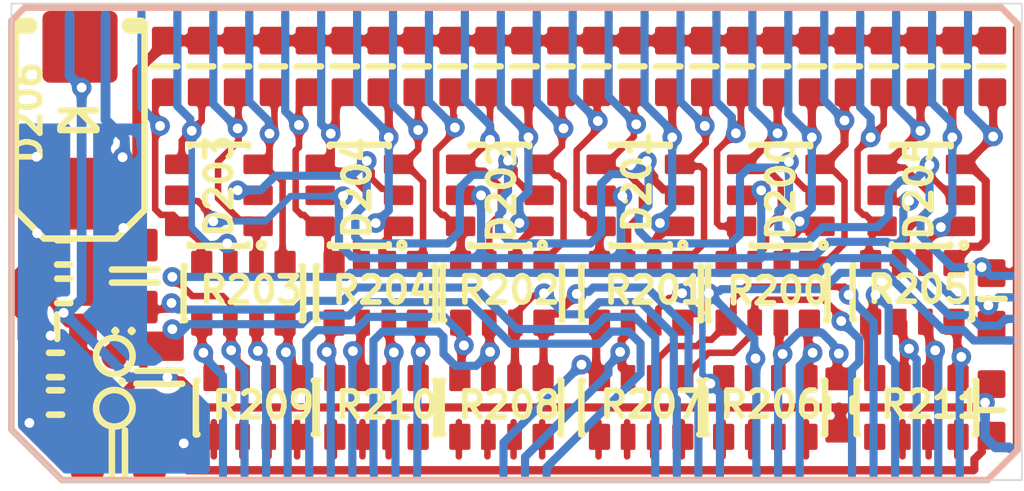
<source format=kicad_pcb>
(kicad_pcb (version 20210108) (generator pcbnew)
  (layers (0 "F.Cu" signal "Top Layer") (31 "B.Cu" signal "Bottom Layer") (34 "B.Paste" user) (35 "F.Paste" user) (36 "B.SilkS" user "B.Silkscreen") (37 "F.SilkS" user "F.Silkscreen") (38 "B.Mask" user) (39 "F.Mask" user) (44 "Edge.Cuts" user))
  (net 0 "")
  (net 1 "SENS4")
  (net 2 "SENS3")
  (net 3 "SENS2")
  (net 4 "SENS1")
  (net 5 "PULL_SENS4")
  (net 6 "PULL_SENS3")
  (net 7 "PULL_SENS2")
  (net 8 "PULL_SENS1")
  (net 9 "PULL_O2S")
  (net 10 "IN_SENS4")
  (net 11 "IN_SENS3")
  (net 12 "IN_SENS2")
  (net 13 "IN_SENS1")
  (net 14 "PULL_VSS")
  (net 15 "PULL_TPS")
  (net 16 "PULL_RES2")
  (net 17 "PULL_RES1")
  (net 18 "PULL_PPS")
  (net 19 "PULL_O2S2")
  (net 20 "PULL_MAP4")
  (net 21 "PULL_MAP3")
  (net 22 "PULL_MAP2")
  (net 23 "PULL_MAP1")
  (net 24 "PULL_KNOCK")
  (net 25 "PULL_IAT")
  (net 26 "PULL_CRANK")
  (net 27 "PULL_CLT")
  (net 28 "PULL_CAM")
  (net 29 "PULL_AUX4")
  (net 30 "PULL_AUX3")
  (net 31 "PULL_AUX2")
  (net 32 "PULL_AUX1")
  (net 33 "IN_RES2")
  (net 34 "AUX1")
  (net 35 "AUX2")
  (net 36 "AUX3")
  (net 37 "AUX4")
  (net 38 "GND")
  (net 39 "V5")
  (net 40 "GNDA")
  (net 41 "V5A")
  (net 42 "VREF1")
  (net 43 "VREF2")
  (net 44 "CRANK")
  (net 45 "TPS")
  (net 46 "CAM")
  (net 47 "O2S")
  (net 48 "IN_CAM")
  (net 49 "IN_CLT")
  (net 50 "IN_CRANK")
  (net 51 "IN_IAT")
  (net 52 "IN_KNOCK")
  (net 53 "IN_MAP1")
  (net 54 "IN_MAP2")
  (net 55 "IN_MAP3")
  (net 56 "IN_MAP4")
  (net 57 "IN_O2S2")
  (net 58 "IN_O2S")
  (net 59 "IN_PPS")
  (net 60 "IN_RES1")
  (net 61 "IN_TPS")
  (net 62 "IN_AUX1")
  (net 63 "IN_AUX2")
  (net 64 "IN_AUX3")
  (net 65 "IN_AUX4")
  (net 66 "IN_VSS")
  (net 67 "VSS")
  (net 68 "MAP4")
  (net 69 "MAP3")
  (net 70 "MAP2")
  (net 71 "MAP1")
  (net 72 "RES1")
  (net 73 "RES2")
  (net 74 "CLT")
  (net 75 "O2S2")
  (net 76 "PPS")
  (net 77 "IAT")
  (net 78 "KNOCK")
  (footprint "Small.PcbLib:D TVS Array 4" (layer "F.Cu") (at 6.450002 -8.825009 180)
    (fp_text reference "D203")
    (fp_text value "SRV05-4-P-T7" hide)
  )
  (footprint "General.pcblib:Cap" (layer "F.Cu") (at 15.825003 -12.775009 -90)
    (fp_text reference "C210" hide)
    (fp_text value "10n" hide)
  )
  (footprint "General.pcblib:Cap" (layer "F.Cu") (at 3.375028 -0.900008 180)
    (fp_text reference "C228" hide)
    (fp_text value "2.2u" hide)
  )
  (footprint "Mod.PcbLib:Mod-Hellen-Input" (layer "F.Cu") (at 0 0)
    (fp_text reference "M200" hide)
    (fp_text value "Hellen One : Input Module interface" hide)
  )
  (footprint "Small.PcbLib:Res Array 4" (layer "F.Cu") (at 27.80001 -2.325009 90)
    (fp_text reference "R211")
    (fp_text value "680k" hide)
  )
  (footprint "General.pcblib:Cap" (layer "F.Cu") (at 11.425004 -12.775009 -90)
    (fp_text reference "C218" hide)
    (fp_text value "1n" hide)
  )
  (footprint "General.pcblib:Cap" (layer "F.Cu") (at 13.625002 -12.775009 -90)
    (fp_text reference "C208" hide)
    (fp_text value "10n" hide)
  )
  (footprint "Small.PcbLib:D TVS Array 4" (layer "F.Cu") (at 15.050003 -8.825009 180)
    (fp_text reference "D202")
    (fp_text value "SRV05-4-P-T7" hide)
  )
  (footprint "Small.PcbLib:Res Array 4" (layer "F.Cu") (at 11.250011 -5.82501 90)
    (fp_text reference "R204")
    (fp_text value "4k7" hide)
  )
  (footprint "General.pcblib:Res" (layer "F.Cu") (at 1.449997 -3.625014)
    (fp_text reference "R212" hide)
    (fp_text value "510" hide)
  )
  (footprint "General.pcblib:Cap" (layer "F.Cu") (at 9.225003 -12.775009 -90)
    (fp_text reference "C216" hide)
    (fp_text value "1n" hide)
  )
  (footprint "General.pcblib:Cap" (layer "F.Cu") (at 14.725002 -12.775009 -90)
    (fp_text reference "C209" hide)
    (fp_text value "10n" hide)
  )
  (footprint "General.pcblib:Cap" (layer "F.Cu") (at 3.85 -6.35 90)
    (fp_text reference "C229" hide)
    (fp_text value "2.2u" hide)
  )
  (footprint "General.pcblib:Cap" (layer "F.Cu") (at 12.525004 -12.775009 -90)
    (fp_text reference "C219" hide)
    (fp_text value "1n" hide)
  )
  (footprint "General.pcblib:Res" (layer "F.Cu") (at 1.700009 -7.075018)
    (fp_text reference "R215" hide)
    (fp_text value "510" hide)
  )
  (footprint "Small.PcbLib:Res Array 4" (layer "F.Cu") (at 19.375008 -5.82501 90)
    (fp_text reference "R201")
    (fp_text value "4k7" hide)
  )
  (footprint "Small.PcbLib:Res Array 4" (layer "F.Cu") (at 7.575042 -2.325009 90)
    (fp_text reference "R209")
    (fp_text value "680k" hide)
  )
  (footprint "General.pcblib:Cap" (layer "F.Cu") (at 30.100001 -5.650009 90)
    (fp_text reference "C224" hide)
    (fp_text value "100n" hide)
  )
  (footprint "General.pcblib:Res" (layer "F.Cu") (at 1.700009 -5.900016 180)
    (fp_text reference "R213" hide)
    (fp_text value "510" hide)
  )
  (footprint "Small.PcbLib:D TVS Array 4" (layer "F.Cu") (at 10.750001 -8.825009 180)
    (fp_text reference "D204")
    (fp_text value "SRV05-4-P-T7" hide)
  )
  (footprint "General.pcblib:D TVS" (layer "F.Cu") (at 2.200001 -11.125012 -90)
    (fp_text reference "D206")
    (fp_text value "P6SMB6.8CA" hide)
  )
  (footprint "General.pcblib:Cap" (layer "F.Cu") (at 18.025003 -12.775009 -90)
    (fp_text reference "C204" hide)
    (fp_text value "100n" hide)
  )
  (footprint "Small.PcbLib:Res Array 4" (layer "F.Cu") (at 11.275004 -2.325009 90)
    (fp_text reference "R210")
    (fp_text value "10k" hide)
  )
  (footprint "Small.PcbLib:Res Array 4" (layer "F.Cu") (at 23.250002 -5.82501 90)
    (fp_text reference "R200")
    (fp_text value "4k7" hide)
  )
  (footprint "General.pcblib:Cap" (layer "F.Cu") (at 22.425002 -12.775009 -90)
    (fp_text reference "C200" hide)
    (fp_text value "1n" hide)
  )
  (footprint "General.pcblib:Cap" (layer "F.Cu") (at 21.325004 -12.775009 -90)
    (fp_text reference "C207" hide)
    (fp_text value "100n" hide)
  )
  (footprint "General.pcblib:Pad" (layer "F.Cu") (at 3.249999 -3.90002)
    (fp_text reference "P201" hide)
    (fp_text value "Vref2" hide)
  )
  (footprint "Small.PcbLib:Res Array 4" (layer "F.Cu") (at 27.675009 -5.850011 90)
    (fp_text reference "R205")
    (fp_text value "4k7" hide)
  )
  (footprint "General.pcblib:Cap" (layer "F.Cu") (at 10.325003 -12.775009 -90)
    (fp_text reference "C217" hide)
    (fp_text value "1n" hide)
  )
  (footprint "Small.PcbLib:D TVS Array 4" (layer "F.Cu") (at 19.350002 -8.825009 180)
    (fp_text reference "D201")
    (fp_text value "SRV05-4-P-T7" hide)
  )
  (footprint "General.pcblib:Cap" (layer "F.Cu") (at 25.725003 -12.775009 -90)
    (fp_text reference "C203" hide)
    (fp_text value "1n" hide)
  )
  (footprint "General.pcblib:Cap" (layer "F.Cu") (at 24.625003 -12.775009 -90)
    (fp_text reference "C202" hide)
    (fp_text value "1n" hide)
  )
  (footprint "General.pcblib:Cap" (layer "F.Cu") (at 29.025004 -12.775009 -90)
    (fp_text reference "C222" hide)
    (fp_text value "100n" hide)
  )
  (footprint "General.pcblib:Cap" (layer "F.Cu") (at 30.125002 -12.775009 -90)
    (fp_text reference "C223" hide)
    (fp_text value "100n" hide)
  )
  (footprint "General.pcblib:Cap" (layer "F.Cu") (at 1.500002 -4.775015 180)
    (fp_text reference "C225" hide)
    (fp_text value "100n" hide)
  )
  (footprint "General.pcblib:Res" (layer "F.Cu") (at 25.475001 -2.40001 90)
    (fp_text reference "R216" hide)
    (fp_text value "3.3k" hide)
  )
  (footprint "General.pcblib:Cap" (layer "F.Cu") (at 19.125004 -12.775009 -90)
    (fp_text reference "C205" hide)
    (fp_text value "100n" hide)
  )
  (footprint "General.pcblib:Pad" (layer "F.Cu") (at 3.250001 -2.299998 90)
    (fp_text reference "P200" hide)
    (fp_text value "Vref1" hide)
  )
  (footprint "Small.PcbLib:D TVS Array 4" (layer "F.Cu") (at 23.650001 -8.825009 180)
    (fp_text reference "D200")
    (fp_text value "SRV05-4-P-T7" hide)
  )
  (footprint "General.pcblib:Cap" (layer "F.Cu") (at 8.125003 -12.775009 -90)
    (fp_text reference "C215" hide)
    (fp_text value "100n" hide)
  )
  (footprint "General.pcblib:Cap" (layer "F.Cu") (at 16.925003 -12.775009 -90)
    (fp_text reference "C211" hide)
    (fp_text value "10n" hide)
  )
  (footprint "General.pcblib:Cap" (layer "F.Cu") (at 30.100001 -2.250011 -90)
    (fp_text reference "C226" hide)
    (fp_text value "100n" hide)
  )
  (footprint "Small.PcbLib:Res Array 4" (layer "F.Cu") (at 19.375008 -2.325009 90)
    (fp_text reference "R207")
    (fp_text value "4k7" hide)
  )
  (footprint "Small.PcbLib:Res Array 4" (layer "F.Cu") (at 23.174998 -2.325009 90)
    (fp_text reference "R206")
    (fp_text value "680k" hide)
  )
  (footprint "General.pcblib:Cap" (layer "F.Cu") (at 5.925002 -12.775009 -90)
    (fp_text reference "C213" hide)
    (fp_text value "100n" hide)
  )
  (footprint "Small.PcbLib:Res Array 4" (layer "F.Cu") (at 7.200001 -5.82501 90)
    (fp_text reference "R203")
    (fp_text value "4k7" hide)
  )
  (footprint "General.pcblib:Cap" (layer "F.Cu") (at 23.525002 -12.775009 -90)
    (fp_text reference "C201" hide)
    (fp_text value "10n" hide)
  )
  (footprint "General.pcblib:Cap" (layer "F.Cu") (at 20.225004 -12.775009 -90)
    (fp_text reference "C206" hide)
    (fp_text value "100n" hide)
  )
  (footprint "General.pcblib:Cap" (layer "F.Cu") (at 26.825004 -12.775009 -90)
    (fp_text reference "C220" hide)
    (fp_text value "100n" hide)
  )
  (footprint "General.pcblib:Cap" (layer "F.Cu") (at 7.025002 -12.775009 -90)
    (fp_text reference "C214" hide)
    (fp_text value "100n" hide)
  )
  (footprint "Small.PcbLib:D TVS Array 4" (layer "F.Cu") (at 27.950003 -8.825009 180)
    (fp_text reference "D205")
    (fp_text value "SRV05-4-P-T7" hide)
  )
  (footprint "Small.PcbLib:Res Array 4" (layer "F.Cu") (at 15.125004 -5.82501 90)
    (fp_text reference "R202")
    (fp_text value "4k7" hide)
  )
  (footprint "General.pcblib:Cap" (layer "F.Cu") (at 27.925004 -12.775009 -90)
    (fp_text reference "C221" hide)
    (fp_text value "100n" hide)
  )
  (footprint "Small.PcbLib:Res Array 4" (layer "F.Cu") (at 15.100003 -2.325009 90)
    (fp_text reference "R208")
    (fp_text value "10k" hide)
  )
  (footprint "General.pcblib:Cap" (layer "F.Cu") (at 4.825004 -12.775009 -90)
    (fp_text reference "C212" hide)
    (fp_text value "100n" hide)
  )
  (footprint "General.pcblib:Cap" (layer "F.Cu") (at 4.650001 -3.249999 -90)
    (fp_text reference "C227" hide)
    (fp_text value "2.2u" hide)
  )
  (footprint "General.pcblib:Res" (layer "F.Cu") (at 1.449997 -2.475017)
    (fp_text reference "R214" hide)
    (fp_text value "510" hide)
  )
  (gr_poly (pts (xy 3.425002 -4.509707) (xy 3.426122 -4.467581) (xy 3.429483 -4.427456) (xy 3.435086 -4.389336) (xy 3.442932 -4.35322) (xy 3.453018 -4.319102) (xy 3.465345 -4.286992) (xy 3.479914 -4.256883) (xy 3.496724 -4.228775) (xy 3.515777 -4.202671) (xy 3.537069 -4.178569) (xy 3.040992 -4.241074) (xy 3.066456 -4.258874) (xy 3.089237 -4.279428) (xy 3.109338 -4.302732) (xy 3.126758 -4.32879) (xy 3.1415 -4.357599) (xy 3.15356 -4.389161) (xy 3.16294 -4.423474) (xy 3.169641 -4.46054) (xy 3.173661 -4.500357) (xy 3.175 -4.542927)) (layer "F.Cu") (width 0) (fill solid))
  (gr_poly (pts (xy 0.549996 -1.850006) (xy 0.549328 -1.882267) (xy 0.543989 -1.936603) (xy 0.539316 -1.958675) (xy 0.533309 -1.977354) (xy 0.525968 -1.992635) (xy 0.517289 -2.004522) (xy 0.507276 -2.013011) (xy 0.49593 -2.018106) (xy 0.483248 -2.019803) (xy 0.816745 -2.019803) (xy 0.804062 -2.018106) (xy 0.792716 -2.013011) (xy 0.782704 -2.004522) (xy 0.774024 -1.992635) (xy 0.766684 -1.977354) (xy 0.760677 -1.958675) (xy 0.756003 -1.936603) (xy 0.752666 -1.911134) (xy 0.750664 -1.882267) (xy 0.749996 -1.850006)) (layer "F.Cu") (width 0) (fill solid))
  (gr_poly (pts (xy 17.526841 -3.675004) (xy 17.597006 -3.67444) (xy 17.785966 -3.660846) (xy 17.810282 -3.654616) (xy 17.825425 -3.647252) (xy 17.831399 -3.638756) (xy 17.828202 -3.629129) (xy 17.815834 -3.618367) (xy 17.779888 -3.300006) (xy 17.779898 -3.323755) (xy 17.774282 -3.345007) (xy 17.763043 -3.363755) (xy 17.746175 -3.380006) (xy 17.723683 -3.393755) (xy 17.695565 -3.405007) (xy 17.661824 -3.413755) (xy 17.622454 -3.420006) (xy 17.57746 -3.423755) (xy 17.526841 -3.425007)) (layer "F.Cu") (width 0) (fill solid))
  (gr_poly (pts (xy 1.170003 -3.165013) (xy 0.95612 -3.171949) (xy 0.99521 -3.461758) (xy 0.995822 -3.452876) (xy 1.000183 -3.444931) (xy 1.008294 -3.437918) (xy 1.02015 -3.431842) (xy 1.035756 -3.426699) (xy 1.055108 -3.422493) (xy 1.07821 -3.419221) (xy 1.10506 -3.416884) (xy 1.170003 -3.415015)) (layer "F.Cu") (width 0) (fill solid))
  (gr_poly (pts (xy 12.650003 -11.287851) (xy 12.651102 -11.260026) (xy 12.654402 -11.232858) (xy 12.659904 -11.20635) (xy 12.667602 -11.180503) (xy 12.677503 -11.155314) (xy 12.689604 -11.130783) (xy 12.703901 -11.106912) (xy 12.720401 -11.083699) (xy 12.739103 -11.061146) (xy 12.760002 -11.039251) (xy 12.340003 -11.039251) (xy 12.360902 -11.061146) (xy 12.379604 -11.083699) (xy 12.396104 -11.106912) (xy 12.410402 -11.130783) (xy 12.422502 -11.155314) (xy 12.432403 -11.180503) (xy 12.440102 -11.20635) (xy 12.445604 -11.232858) (xy 12.448903 -11.260026) (xy 12.450003 -11.287851)) (layer "F.Cu") (width 0) (fill solid))
  (gr_poly (pts (xy 2.375012 -6.366756) (xy 2.37376 -6.414836) (xy 2.370011 -6.457853) (xy 2.36376 -6.495811) (xy 2.355012 -6.528707) (xy 2.34376 -6.556543) (xy 2.330011 -6.579316) (xy 2.31376 -6.59703) (xy 2.295012 -6.609682) (xy 2.27376 -6.617274) (xy 2.250011 -6.619804) (xy 2.75001 -6.619804) (xy 2.726261 -6.617274) (xy 2.705011 -6.609682) (xy 2.686261 -6.59703) (xy 2.67001 -6.579316) (xy 2.656261 -6.556543) (xy 2.645009 -6.528707) (xy 2.636261 -6.495811) (xy 2.63001 -6.457853) (xy 2.626261 -6.414836) (xy 2.625009 -6.366756)) (layer "F.Cu") (width 0) (fill solid))
  (gr_poly (pts (xy 8.800003 -11.36145) (xy 8.807806 -11.613032) (xy 9.100002 -11.564498) (xy 9.081003 -11.565458) (xy 9.064003 -11.561691) (xy 9.049001 -11.5532) (xy 9.036002 -11.539985) (xy 9.025001 -11.522042) (xy 9.016002 -11.499375) (xy 9.009002 -11.471981) (xy 9.004003 -11.439863) (xy 9.001003 -11.40302) (xy 9.000002 -11.36145)) (layer "F.Cu") (width 0) (fill solid))
  (gr_poly (pts (xy 16.050001 -11.052721) (xy 16.050852 -11.022409) (xy 16.053402 -10.993531) (xy 16.057651 -10.966092) (xy 16.063603 -10.94009) (xy 16.071253 -10.915523) (xy 16.080603 -10.892394) (xy 16.091652 -10.870702) (xy 16.104403 -10.850446) (xy 16.118853 -10.831629) (xy 16.135002 -10.814246) (xy 15.715003 -10.814246) (xy 15.731152 -10.831629) (xy 15.745602 -10.850446) (xy 15.758353 -10.870702) (xy 15.769402 -10.892394) (xy 15.778752 -10.915523) (xy 15.786402 -10.94009) (xy 15.792353 -10.966092) (xy 15.796603 -10.993531) (xy 15.799153 -11.022409) (xy 15.800004 -11.052721)) (layer "F.Cu") (width 0) (fill solid))
  (gr_poly (pts (xy 28.050002 -11.252723) (xy 28.050853 -11.222411) (xy 28.053403 -11.193534) (xy 28.057653 -11.166094) (xy 28.063604 -11.140092) (xy 28.071255 -11.115525) (xy 28.080604 -11.092396) (xy 28.091653 -11.070704) (xy 28.104404 -11.050448) (xy 28.118854 -11.031631) (xy 28.135003 -11.014248) (xy 27.715004 -11.014248) (xy 27.731154 -11.031631) (xy 27.745604 -11.050448) (xy 27.758354 -11.070704) (xy 27.769403 -11.092396) (xy 27.778753 -11.115525) (xy 27.786404 -11.140092) (xy 27.792355 -11.166094) (xy 27.796604 -11.193534) (xy 27.799154 -11.222411) (xy 27.800005 -11.252723)) (layer "F.Cu") (width 0) (fill solid))
  (gr_poly (pts (xy 24.475003 -11.311451) (xy 24.473751 -11.35953) (xy 24.470002 -11.402548) (xy 24.463751 -11.440505) (xy 24.455003 -11.473401) (xy 24.443751 -11.501237) (xy 24.430002 -11.52401) (xy 24.413751 -11.541724) (xy 24.395003 -11.554376) (xy 24.373751 -11.561968) (xy 24.350002 -11.564498) (xy 24.850001 -11.564498) (xy 24.826252 -11.561968) (xy 24.805002 -11.554376) (xy 24.786252 -11.541724) (xy 24.770001 -11.52401) (xy 24.756252 -11.501237) (xy 24.745 -11.473401) (xy 24.736252 -11.440505) (xy 24.730001 -11.402548) (xy 24.726252 -11.35953) (xy 24.725 -11.311451)) (layer "F.Cu") (width 0) (fill solid))
  (gr_poly (pts (xy 24.599991 -3.873175) (xy 24.601236 -3.824671) (xy 24.60497 -3.781257) (xy 24.61119 -3.742936) (xy 24.619897 -3.709703) (xy 24.631094 -3.68156) (xy 24.644779 -3.658509) (xy 24.660951 -3.640546) (xy 24.679613 -3.627676) (xy 24.700761 -3.619894) (xy 24.724398 -3.617204) (xy 24.224993 -3.620127) (xy 24.248742 -3.622525) (xy 24.269995 -3.630016) (xy 24.288742 -3.642594) (xy 24.304993 -3.660264) (xy 24.318742 -3.683023) (xy 24.329995 -3.710874) (xy 24.338742 -3.743813) (xy 24.344993 -3.781844) (xy 24.348742 -3.824963) (xy 24.349994 -3.873175)) (layer "F.Cu") (width 0) (fill solid))
  (gr_poly (pts (xy 3.651202 -8.675009) (xy 3.593622 -8.673508) (xy 3.542104 -8.66901) (xy 3.496648 -8.661509) (xy 3.457252 -8.651009) (xy 3.423915 -8.637509) (xy 3.396643 -8.621009) (xy 3.375429 -8.601509) (xy 3.360275 -8.57901) (xy 3.351185 -8.553508) (xy 3.348154 -8.52501) (xy 3.348154 -9.125008) (xy 3.351185 -9.09651) (xy 3.360275 -9.071008) (xy 3.375429 -9.048509) (xy 3.396643 -9.029009) (xy 3.423915 -9.012509) (xy 3.457252 -8.999009) (xy 3.496648 -8.988509) (xy 3.542104 -8.981008) (xy 3.593622 -8.97651) (xy 3.651202 -8.975009)) (layer "F.Cu") (width 0) (fill solid))
  (gr_poly (pts (xy 6.700002 -4.274602) (xy 6.698879 -4.31627) (xy 6.695516 -4.35453) (xy 6.68991 -4.389382) (xy 6.682064 -4.420824) (xy 6.671973 -4.448858) (xy 6.659641 -4.473484) (xy 6.645069 -4.4947) (xy 6.628252 -4.512508) (xy 6.609194 -4.52691) (xy 6.587894 -4.537901) (xy 7.012109 -4.537901) (xy 7.000309 -4.530636) (xy 6.98975 -4.519135) (xy 6.980433 -4.5034) (xy 6.972358 -4.483425) (xy 6.965528 -4.459214) (xy 6.959938 -4.430763) (xy 6.955589 -4.398079) (xy 6.950621 -4.319996) (xy 6.949999 -4.274602)) (layer "F.Cu") (width 0) (fill solid))
  (gr_poly (pts (xy 12.450003 -11.36145) (xy 12.449002 -11.400031) (xy 12.446003 -11.434547) (xy 12.441004 -11.465004) (xy 12.434004 -11.491402) (xy 12.425004 -11.513736) (xy 12.414004 -11.532011) (xy 12.401004 -11.546223) (xy 12.386003 -11.556375) (xy 12.369002 -11.562469) (xy 12.350003 -11.564498) (xy 12.750002 -11.564498) (xy 12.731003 -11.562469) (xy 12.714003 -11.556375) (xy 12.699002 -11.546223) (xy 12.686002 -11.532011) (xy 12.675001 -11.513736) (xy 12.666002 -11.491402) (xy 12.659002 -11.465004) (xy 12.654003 -11.434547) (xy 12.651003 -11.400031) (xy 12.650003 -11.36145)) (layer "F.Cu") (width 0) (fill solid))
  (gr_poly (pts (xy 16.850002 -11.36145) (xy 16.849001 -11.400031) (xy 16.846001 -11.434547) (xy 16.841003 -11.465004) (xy 16.834002 -11.491402) (xy 16.825001 -11.513736) (xy 16.814002 -11.532011) (xy 16.801003 -11.546223) (xy 16.786001 -11.556375) (xy 16.769001 -11.562469) (xy 16.750002 -11.564498) (xy 17.150001 -11.564498) (xy 17.131002 -11.562469) (xy 17.114002 -11.556375) (xy 17.099001 -11.546223) (xy 17.086001 -11.532011) (xy 17.075003 -11.513736) (xy 17.066001 -11.491402) (xy 17.059001 -11.465004) (xy 17.054002 -11.434547) (xy 17.051002 -11.400031) (xy 17.050001 -11.36145)) (layer "F.Cu") (width 0) (fill solid))
  (gr_poly (pts (xy 15.101446 -13.715009) (xy 15.159025 -13.716511) (xy 15.210544 -13.721009) (xy 15.255999 -13.72851) (xy 15.295395 -13.73901) (xy 15.328732 -13.75251) (xy 15.356004 -13.76901) (xy 15.377218 -13.788509) (xy 15.392372 -13.811009) (xy 15.401463 -13.83651) (xy 15.404493 -13.865009) (xy 15.404493 -13.26501) (xy 15.401463 -13.293509) (xy 15.392372 -13.319011) (xy 15.377218 -13.34151) (xy 15.356004 -13.36101) (xy 15.328732 -13.377509) (xy 15.295395 -13.39101) (xy 15.255999 -13.40151) (xy 15.210544 -13.409011) (xy 15.159025 -13.413509) (xy 15.101446 -13.41501)) (layer "F.Cu") (width 0) (fill solid))
  (gr_poly (pts (xy 26.350003 -7.450011) (xy 26.349782 -7.476388) (xy 26.344456 -7.554389) (xy 26.342015 -7.567013) (xy 26.339129 -7.576886) (xy 26.3358 -7.584008) (xy 26.332028 -7.58838) (xy 26.327811 -7.59) (xy 26.573361 -7.576416) (xy 26.568923 -7.575385) (xy 26.564951 -7.571773) (xy 26.561448 -7.565583) (xy 26.558413 -7.556812) (xy 26.555842 -7.545461) (xy 26.553739 -7.531529) (xy 26.550938 -7.495931) (xy 26.550003 -7.450011)) (layer "F.Cu") (width 0) (fill solid))
  (gr_poly (pts (xy 21.957086 -2.955773) (xy 21.92926 -2.954673) (xy 21.902092 -2.951373) (xy 21.875585 -2.945872) (xy 21.849738 -2.938173) (xy 21.824549 -2.928272) (xy 21.800017 -2.916171) (xy 21.776146 -2.901874) (xy 21.752933 -2.885374) (xy 21.730381 -2.866672) (xy 21.708486 -2.845773) (xy 21.708486 -3.265772) (xy 21.730381 -3.244873) (xy 21.752933 -3.226171) (xy 21.776146 -3.209671) (xy 21.800017 -3.195373) (xy 21.824549 -3.183273) (xy 21.849738 -3.173372) (xy 21.875585 -3.165673) (xy 21.902092 -3.160171) (xy 21.92926 -3.156872) (xy 21.957086 -3.155772)) (layer "F.Cu") (width 0) (fill solid))
  (gr_poly (pts (xy 22.048561 -13.41501) (xy 21.990982 -13.413509) (xy 21.939463 -13.409011) (xy 21.894008 -13.40151) (xy 21.854612 -13.39101) (xy 21.821277 -13.377509) (xy 21.794003 -13.36101) (xy 21.772789 -13.34151) (xy 21.757635 -13.319011) (xy 21.748544 -13.293509) (xy 21.745514 -13.26501) (xy 21.745514 -13.865009) (xy 21.748544 -13.83651) (xy 21.757635 -13.811009) (xy 21.772789 -13.788509) (xy 21.794003 -13.76901) (xy 21.821277 -13.75251) (xy 21.854612 -13.73901) (xy 21.894008 -13.72851) (xy 21.939463 -13.721009) (xy 21.990982 -13.716511) (xy 22.048561 -13.715009)) (layer "F.Cu") (width 0) (fill solid))
  (gr_poly (pts (xy 25.305078 -5.436352) (xy 25.331494 -5.41099) (xy 25.38554 -5.365361) (xy 25.413175 -5.345092) (xy 25.469665 -5.309646) (xy 25.498522 -5.29447) (xy 25.527785 -5.28099) (xy 25.557455 -5.269207) (xy 25.587531 -5.259123) (xy 25.214867 -5.065418) (xy 25.222167 -5.091996) (xy 25.22649 -5.117986) (xy 25.227834 -5.143386) (xy 25.226203 -5.168196) (xy 25.221598 -5.192415) (xy 25.214014 -5.216047) (xy 25.203452 -5.23909) (xy 25.189914 -5.261541) (xy 25.173399 -5.283406) (xy 25.15391 -5.304681)) (layer "F.Cu") (width 0) (fill solid))
  (gr_poly (pts (xy 14.348559 -13.41501) (xy 14.29098 -13.413509) (xy 14.239461 -13.409011) (xy 14.194005 -13.40151) (xy 14.15461 -13.39101) (xy 14.121272 -13.377509) (xy 14.094 -13.36101) (xy 14.072786 -13.34151) (xy 14.057633 -13.319011) (xy 14.048542 -13.293509) (xy 14.045512 -13.26501) (xy 14.045512 -13.865009) (xy 14.048542 -13.83651) (xy 14.057633 -13.811009) (xy 14.072786 -13.788509) (xy 14.094 -13.76901) (xy 14.121272 -13.75251) (xy 14.15461 -13.73901) (xy 14.194005 -13.72851) (xy 14.239461 -13.721009) (xy 14.29098 -13.716511) (xy 14.348559 -13.715009)) (layer "F.Cu") (width 0) (fill solid))
  (gr_poly (pts (xy 24.259837 -7.884843) (xy 24.286736 -7.885229) (xy 24.332037 -7.88831) (xy 24.350442 -7.891008) (xy 24.366014 -7.894472) (xy 24.378755 -7.898712) (xy 24.388666 -7.903718) (xy 24.395745 -7.909497) (xy 24.399992 -7.916045) (xy 24.401407 -7.923365) (xy 24.401407 -7.646322) (xy 24.399992 -7.653642) (xy 24.395745 -7.66019) (xy 24.388666 -7.665969) (xy 24.378755 -7.670975) (xy 24.366014 -7.675215) (xy 24.350442 -7.678679) (xy 24.332037 -7.681377) (xy 24.310802 -7.683302) (xy 24.259837 -7.684844)) (layer "F.Cu") (width 0) (fill solid))
  (gr_poly (pts (xy 14.001115 -3.873175) (xy 14.002349 -3.822824) (xy 14.006048 -3.777694) (xy 14.012215 -3.73778) (xy 14.020846 -3.703086) (xy 14.031943 -3.67361) (xy 14.045507 -3.649353) (xy 14.061537 -3.630315) (xy 14.080033 -3.616495) (xy 14.100995 -3.607895) (xy 14.124422 -3.604511) (xy 13.626117 -3.620127) (xy 13.649866 -3.621954) (xy 13.671118 -3.628997) (xy 13.689866 -3.641258) (xy 13.706117 -3.658735) (xy 13.719866 -3.68143) (xy 13.731118 -3.709345) (xy 13.739866 -3.742477) (xy 13.746117 -3.780826) (xy 13.749866 -3.824392) (xy 13.751118 -3.873175)) (layer "F.Cu") (width 0) (fill solid))
  (gr_poly (pts (xy 23.425003 -11.311451) (xy 23.42375 -11.35953) (xy 23.420001 -11.402548) (xy 23.41375 -11.440505) (xy 23.405003 -11.473401) (xy 23.393751 -11.501237) (xy 23.380002 -11.52401) (xy 23.363751 -11.541724) (xy 23.345003 -11.554376) (xy 23.323751 -11.561968) (xy 23.300002 -11.564498) (xy 23.800001 -11.564498) (xy 23.776252 -11.561968) (xy 23.755002 -11.554376) (xy 23.736252 -11.541724) (xy 23.720001 -11.52401) (xy 23.706252 -11.501237) (xy 23.695 -11.473401) (xy 23.686252 -11.440505) (xy 23.680001 -11.402548) (xy 23.676252 -11.35953) (xy 23.675 -11.311451)) (layer "F.Cu") (width 0) (fill solid))
  (gr_poly (pts (xy 21.188167 -5.429595) (xy 21.208548 -5.451612) (xy 21.225187 -5.473151) (xy 21.23808 -5.494211) (xy 21.247232 -5.514795) (xy 21.252637 -5.534901) (xy 21.254301 -5.55453) (xy 21.252218 -5.573685) (xy 21.246394 -5.592359) (xy 21.236823 -5.610555) (xy 21.223508 -5.628277) (xy 21.615024 -5.57448) (xy 21.490346 -5.448935)) (layer "F.Cu") (width 0) (fill solid))
  (gr_poly (pts (xy 1.651737 -2.935016) (xy 1.943875 -2.928082) (xy 1.904784 -2.560018) (xy 1.904644 -2.583767) (xy 1.898912 -2.605019) (xy 1.887586 -2.623767) (xy 1.870669 -2.640018) (xy 1.84816 -2.653767) (xy 1.82006 -2.665019) (xy 1.786367 -2.673767) (xy 1.747083 -2.680018) (xy 1.702206 -2.683767) (xy 1.651737 -2.685019)) (layer "F.Cu") (width 0) (fill solid))
  (gr_poly (pts (xy 11.600002 -3.613851) (xy 11.599459 -3.644151) (xy 11.59511 -3.70112) (xy 11.591308 -3.727788) (xy 11.580439 -3.777496) (xy 11.573375 -3.800533) (xy 11.565225 -3.82236) (xy 11.555989 -3.842977) (xy 11.545664 -3.862382) (xy 11.950301 -3.749827) (xy 11.931244 -3.737729) (xy 11.914193 -3.723564) (xy 11.899148 -3.707333) (xy 11.886108 -3.689033) (xy 11.875077 -3.668669) (xy 11.866049 -3.646239) (xy 11.859026 -3.62174) (xy 11.854012 -3.595174) (xy 11.851002 -3.566544) (xy 11.849999 -3.535848)) (layer "F.Cu") (width 0) (fill solid))
  (gr_poly (pts (xy 20.000008 -3.780991) (xy 20.000415 -3.580011) (xy 19.70041 -3.62237) (xy 19.719333 -3.621865) (xy 19.736265 -3.625977) (xy 19.751205 -3.634702) (xy 19.764154 -3.648045) (xy 19.775109 -3.666) (xy 19.784073 -3.688573) (xy 19.791045 -3.715761) (xy 19.796026 -3.747564) (xy 19.799013 -3.783983) (xy 19.800009 -3.825016)) (layer "F.Cu") (width 0) (fill solid))
  (gr_poly (pts (xy 2.876149 -5.780009) (xy 2.918338 -5.780905) (xy 2.993187 -5.788099) (xy 3.025846 -5.79439) (xy 3.05533 -5.80248) (xy 3.081637 -5.812368) (xy 3.104769 -5.824052) (xy 3.124723 -5.837537) (xy 3.1415 -5.852818) (xy 3.155102 -5.869897) (xy 3.129196 -5.405008) (xy 3.127919 -5.428757) (xy 3.121304 -5.450009) (xy 3.109349 -5.468757) (xy 3.092051 -5.485008) (xy 3.069417 -5.498757) (xy 3.041442 -5.510007) (xy 3.00813 -5.518757) (xy 2.969476 -5.525008) (xy 2.925481 -5.528757) (xy 2.876149 -5.530007)) (layer "F.Cu") (width 0) (fill solid))
  (gr_poly (pts (xy 27.275013 -4.299603) (xy 27.273763 -4.350403) (xy 27.270014 -4.395536) (xy 27.263763 -4.435003) (xy 27.255013 -4.468807) (xy 27.243763 -4.496943) (xy 27.230014 -4.519417) (xy 27.213763 -4.536222) (xy 27.195013 -4.547365) (xy 27.173763 -4.552841) (xy 27.150014 -4.55265) (xy 27.500417 -4.59501) (xy 27.505091 -4.602744) (xy 27.509272 -4.602196) (xy 27.512963 -4.593364) (xy 27.516158 -4.576247) (xy 27.518865 -4.550849) (xy 27.5228 -4.475201) (xy 27.525015 -4.299603)) (layer "F.Cu") (width 0) (fill solid))
  (gr_poly (pts (xy 27.343969 -8.525022) (xy 27.312275 -8.525187) (xy 27.19517 -8.533064) (xy 27.18783 -8.535525) (xy 27.183972 -8.538314) (xy 27.183591 -8.541433) (xy 27.198597 -8.796211) (xy 27.199585 -8.782685) (xy 27.204226 -8.770582) (xy 27.212516 -8.759904) (xy 27.224462 -8.750651) (xy 27.24006 -8.74282) (xy 27.25931 -8.736411) (xy 27.282211 -8.731428) (xy 27.308767 -8.727869) (xy 27.338973 -8.725733) (xy 27.372833 -8.725022)) (layer "F.Cu") (width 0) (fill solid))
  (gr_poly (pts (xy 26.797993 -10.855838) (xy 26.779093 -10.835383) (xy 26.762217 -10.813842) (xy 26.747363 -10.791208) (xy 26.734529 -10.767487) (xy 26.723718 -10.742673) (xy 26.71493 -10.716773) (xy 26.708161 -10.689781) (xy 26.703414 -10.661701) (xy 26.700691 -10.632529) (xy 26.699987 -10.60227) (xy 26.403003 -10.899254) (xy 26.433262 -10.899958) (xy 26.462434 -10.902681) (xy 26.490513 -10.907428) (xy 26.517506 -10.914197) (xy 26.543406 -10.922986) (xy 26.56822 -10.933796) (xy 26.591941 -10.94663) (xy 26.614575 -10.961484) (xy 26.636116 -10.97836) (xy 26.656571 -10.99726)) (layer "F.Cu") (width 0) (fill solid))
  (gr_poly (pts (xy 9.725005 -4.276844) (xy 9.724459 -4.321284) (xy 9.716259 -4.431152) (xy 9.711339 -4.459958) (xy 9.705327 -4.484853) (xy 9.69822 -4.505841) (xy 9.690021 -4.522917) (xy 9.68073 -4.536087) (xy 9.670344 -4.545345) (xy 10.100005 -4.529892) (xy 10.076256 -4.52817) (xy 10.055007 -4.521208) (xy 10.036256 -4.509005) (xy 10.020005 -4.491563) (xy 10.006256 -4.468879) (xy 9.995007 -4.440954) (xy 9.986256 -4.407786) (xy 9.980005 -4.369379) (xy 9.976256 -4.325732) (xy 9.975007 -4.276844)) (layer "F.Cu") (width 0) (fill solid))
  (gr_poly (pts (xy 12.450003 -10.362169) (xy 12.448903 -10.389994) (xy 12.445604 -10.417162) (xy 12.440102 -10.44367) (xy 12.432403 -10.469517) (xy 12.422502 -10.494706) (xy 12.410402 -10.519237) (xy 12.396104 -10.543108) (xy 12.379604 -10.566321) (xy 12.360902 -10.588874) (xy 12.340003 -10.610769) (xy 12.760002 -10.610769) (xy 12.739103 -10.588874) (xy 12.720401 -10.566321) (xy 12.703901 -10.543108) (xy 12.689604 -10.519237) (xy 12.677503 -10.494706) (xy 12.667602 -10.469517) (xy 12.659904 -10.44367) (xy 12.654402 -10.417162) (xy 12.651102 -10.389994) (xy 12.650003 -10.362169)) (layer "F.Cu") (width 0) (fill solid))
  (gr_poly (pts (xy 10.912505 -4.419125) (xy 10.85117 -4.076878) (xy 10.590027 -3.75555) (xy 10.603799 -3.755598) (xy 10.616121 -3.752052) (xy 10.626992 -3.744907) (xy 10.636413 -3.734166) (xy 10.644386 -3.71983) (xy 10.650908 -3.701895) (xy 10.655981 -3.680366) (xy 10.659605 -3.655238) (xy 10.66178 -3.626515) (xy 10.662503 -3.594194) (xy 10.912505 -3.687163) (xy 10.85117 -4.02941) (xy 10.590027 -4.350738) (xy 10.603799 -4.35069) (xy 10.616121 -4.354236) (xy 10.626992 -4.361381) (xy 10.636413 -4.372122) (xy 10.644386 -4.386458) (xy 10.650908 -4.404393) (xy 10.655981 -4.425922) (xy 10.659605 -4.45105) (xy 10.66178 -4.479773) (xy 10.662503 -4.512094)) (layer "F.Cu") (width 0) (fill solid))
  (gr_poly (pts (xy 25.325001 -1.900659) (xy 25.3235 -1.958238) (xy 25.319002 -2.009757) (xy 25.311501 -2.055213) (xy 25.301001 -2.094608) (xy 25.287501 -2.127946) (xy 25.271001 -2.155218) (xy 25.251501 -2.176432) (xy 25.229002 -2.191586) (xy 25.203501 -2.200676) (xy 25.175002 -2.203707) (xy 25.775001 -2.203707) (xy 25.746502 -2.200676) (xy 25.721 -2.191586) (xy 25.698501 -2.176432) (xy 25.679001 -2.155218) (xy 25.662501 -2.127946) (xy 25.649001 -2.094608) (xy 25.638501 -2.055213) (xy 25.631 -2.009757) (xy 25.626502 -1.958238) (xy 25.625001 -1.900659)) (layer "F.Cu") (width 0) (fill solid))
  (gr_poly (pts (xy 10.662503 -4.277711) (xy 10.66226 -4.325313) (xy 10.650451 -4.510204) (xy 10.646761 -4.524233) (xy 10.642577 -4.533466) (xy 10.637904 -4.537901) (xy 11.036338 -4.530522) (xy 11.01281 -4.528376) (xy 10.991759 -4.521017) (xy 10.973184 -4.508452) (xy 10.957085 -4.490674) (xy 10.943463 -4.467687) (xy 10.932317 -4.439491) (xy 10.923648 -4.406085) (xy 10.917458 -4.367467) (xy 10.913742 -4.323639) (xy 10.912505 -4.274602)) (layer "F.Cu") (width 0) (fill solid))
  (gr_poly (pts (xy 25.250003 -3.551344) (xy 25.249325 -3.581552) (xy 25.243902 -3.638324) (xy 25.23916 -3.664887) (xy 25.233059 -3.690236) (xy 25.225604 -3.714372) (xy 25.216795 -3.737293) (xy 25.20663 -3.758999) (xy 25.195108 -3.77949) (xy 25.182233 -3.798768) (xy 25.596357 -3.728763) (xy 25.578049 -3.714453) (xy 25.561668 -3.698339) (xy 25.547216 -3.680422) (xy 25.534689 -3.660704) (xy 25.524089 -3.639182) (xy 25.515418 -3.615858) (xy 25.508674 -3.590732) (xy 25.503856 -3.563803) (xy 25.500965 -3.53507) (xy 25.5 -3.504537)) (layer "F.Cu") (width 0) (fill solid))
  (gr_poly (pts (xy 4.015001 -3.501344) (xy 4.014373 -3.546239) (xy 4.00497 -3.657857) (xy 3.999329 -3.687376) (xy 3.992433 -3.713051) (xy 3.984282 -3.734882) (xy 3.974879 -3.752868) (xy 3.964221 -3.767011) (xy 3.952311 -3.77731) (xy 4.390001 -3.754392) (xy 4.366252 -3.753041) (xy 4.345003 -3.746365) (xy 4.326252 -3.734366) (xy 4.310002 -3.717046) (xy 4.296253 -3.694402) (xy 4.285 -3.666437) (xy 4.276253 -3.633147) (xy 4.270002 -3.594537) (xy 4.266253 -3.550603) (xy 4.265 -3.501344)) (layer "F.Cu") (width 0) (fill solid))
  (gr_poly (pts (xy 19.635292 -9.362951) (xy 19.396964 -9.616984) (xy 19.790613 -9.695818) (xy 19.780857 -9.679991) (xy 19.774583 -9.663379) (xy 19.771787 -9.64598) (xy 19.77247 -9.627794) (xy 19.776631 -9.608823) (xy 19.784271 -9.589066) (xy 19.795391 -9.56852) (xy 19.809991 -9.547189) (xy 19.828068 -9.525074) (xy 19.849625 -9.50217)) (layer "F.Cu") (width 0) (fill solid))
  (gr_poly (pts (xy 25.303564 -9.404297) (xy 25.24 -9.473364) (xy 25.298596 -9.692902) (xy 25.443066 -9.547639)) (layer "F.Cu") (width 0) (fill solid))
  (gr_poly (pts (xy 5.548561 -13.41501) (xy 5.490982 -13.413509) (xy 5.439463 -13.409011) (xy 5.394008 -13.40151) (xy 5.354612 -13.39101) (xy 5.321275 -13.377509) (xy 5.294003 -13.36101) (xy 5.272789 -13.34151) (xy 5.257635 -13.319011) (xy 5.248544 -13.293509) (xy 5.245514 -13.26501) (xy 5.245514 -13.865009) (xy 5.248544 -13.83651) (xy 5.257635 -13.811009) (xy 5.272789 -13.788509) (xy 5.294003 -13.76901) (xy 5.321275 -13.75251) (xy 5.354612 -13.73901) (xy 5.394008 -13.72851) (xy 5.439463 -13.721009) (xy 5.490982 -13.716511) (xy 5.548561 -13.715009)) (layer "F.Cu") (width 0) (fill solid))
  (gr_poly (pts (xy 12.901445 -13.715009) (xy 12.959024 -13.716511) (xy 13.010543 -13.721009) (xy 13.055999 -13.72851) (xy 13.095394 -13.73901) (xy 13.128732 -13.75251) (xy 13.156004 -13.76901) (xy 13.177218 -13.788509) (xy 13.192371 -13.811009) (xy 13.201462 -13.83651) (xy 13.204492 -13.865009) (xy 13.204492 -13.26501) (xy 13.201462 -13.293509) (xy 13.192371 -13.319011) (xy 13.177218 -13.34151) (xy 13.156004 -13.36101) (xy 13.128732 -13.377509) (xy 13.095394 -13.39101) (xy 13.055999 -13.40151) (xy 13.010543 -13.409011) (xy 12.959024 -13.413509) (xy 12.901445 -13.41501)) (layer "F.Cu") (width 0) (fill solid))
  (gr_poly (pts (xy 27.516496 -10.568275) (xy 27.537331 -10.590312) (xy 27.555944 -10.612534) (xy 27.572343 -10.634942) (xy 27.586523 -10.657535) (xy 27.598484 -10.680314) (xy 27.608228 -10.703281) (xy 27.615751 -10.726433) (xy 27.62106 -10.74977) (xy 27.624148 -10.773296) (xy 27.62502 -10.797007) (xy 27.922004 -10.500022) (xy 27.898293 -10.499151) (xy 27.874768 -10.496062) (xy 27.85143 -10.490754) (xy 27.828278 -10.48323) (xy 27.805311 -10.473487) (xy 27.782533 -10.461526) (xy 27.759939 -10.447345) (xy 27.737532 -10.430947) (xy 27.715309 -10.412334) (xy 27.693272 -10.391498)) (layer "F.Cu") (width 0) (fill solid))
  (gr_poly (pts (xy 11.775003 -11.052731) (xy 11.775851 -11.022419) (xy 11.778402 -10.993542) (xy 11.782651 -10.966102) (xy 11.788602 -10.9401) (xy 11.796253 -10.915533) (xy 11.805603 -10.892404) (xy 11.816652 -10.870712) (xy 11.829402 -10.850456) (xy 11.843852 -10.83164) (xy 11.860002 -10.814256) (xy 11.440003 -10.814256) (xy 11.456152 -10.83164) (xy 11.470602 -10.850456) (xy 11.483353 -10.870712) (xy 11.494402 -10.892404) (xy 11.503751 -10.915533) (xy 11.511402 -10.9401) (xy 11.517353 -10.966102) (xy 11.521603 -10.993542) (xy 11.524153 -11.022419) (xy 11.525001 -11.052731)) (layer "F.Cu") (width 0) (fill solid))
  (gr_poly (pts (xy 8.700003 -4.419732) (xy 8.700572 -4.389463) (xy 8.705124 -4.332529) (xy 8.709106 -4.305861) (xy 8.720485 -4.256128) (xy 8.727879 -4.233062) (xy 8.736414 -4.211196) (xy 8.746086 -4.19053) (xy 8.756894 -4.171064) (xy 8.350235 -4.27607) (xy 8.369191 -4.288577) (xy 8.38615 -4.3031) (xy 8.401116 -4.319641) (xy 8.414088 -4.338201) (xy 8.425063 -4.358777) (xy 8.434042 -4.381373) (xy 8.441025 -4.405986) (xy 8.446013 -4.432618) (xy 8.449008 -4.461266) (xy 8.450006 -4.491932)) (layer "F.Cu") (width 0) (fill solid))
  (gr_poly (pts (xy 12.483033 -3.580724) (xy 12.482236 -3.610983) (xy 12.479843 -3.639901) (xy 12.47585 -3.667478) (xy 12.470265 -3.693714) (xy 12.463082 -3.718611) (xy 12.454301 -3.742167) (xy 12.443925 -3.764382) (xy 12.431954 -3.785255) (xy 12.418385 -3.80479) (xy 12.403221 -3.822984) (xy 12.822547 -3.799233) (xy 12.80554 -3.782794) (xy 12.790322 -3.764806) (xy 12.776896 -3.745271) (xy 12.765258 -3.724184) (xy 12.755413 -3.70155) (xy 12.747356 -3.677364) (xy 12.74109 -3.651631) (xy 12.736614 -3.624349) (xy 12.733929 -3.595517) (xy 12.733035 -3.565136)) (layer "F.Cu") (width 0) (fill solid))
  (gr_poly (pts (xy 9.800006 -8.850018) (xy 9.826732 -8.850892) (xy 9.851591 -8.853513) (xy 9.874583 -8.857879) (xy 9.89571 -8.863993) (xy 9.914971 -8.871854) (xy 9.932365 -8.881463) (xy 9.947892 -8.892819) (xy 9.961555 -8.905923) (xy 9.973351 -8.920772) (xy 9.98328 -8.937368) (xy 10.043244 -8.58264) (xy 10.028161 -8.595441) (xy 10.01125 -8.606897) (xy 9.992515 -8.617003) (xy 9.971949 -8.625761) (xy 9.949558 -8.633173) (xy 9.925337 -8.639239) (xy 9.899292 -8.643955) (xy 9.871418 -8.647323) (xy 9.810186 -8.650018)) (layer "F.Cu") (width 0) (fill solid))
  (gr_poly (pts (xy 23.950008 -7.31713) (xy 23.949261 -7.23966) (xy 23.938073 -7.078924) (xy 23.931357 -7.049239) (xy 23.923153 -7.031502) (xy 23.913455 -7.025709) (xy 23.902264 -7.031863) (xy 23.889581 -7.049963) (xy 23.875408 -7.080011) (xy 23.650009 -7.122371) (xy 23.669008 -7.12102) (xy 23.686008 -7.124479) (xy 23.701009 -7.132752) (xy 23.714009 -7.145838) (xy 23.725007 -7.163737) (xy 23.734009 -7.186447) (xy 23.741009 -7.213971) (xy 23.746008 -7.246308) (xy 23.749008 -7.283458) (xy 23.750008 -7.325418)) (layer "F.Cu") (width 0) (fill solid))
  (gr_poly (pts (xy 14.851136 -3.875418) (xy 14.851748 -3.829936) (xy 14.860892 -3.71903) (xy 14.866381 -3.690572) (xy 14.873087 -3.666371) (xy 14.881014 -3.646424) (xy 14.890161 -3.630732) (xy 14.900526 -3.619297) (xy 14.912111 -3.612119) (xy 14.487896 -3.612119) (xy 14.509412 -3.623196) (xy 14.528663 -3.637661) (xy 14.54565 -3.655517) (xy 14.56037 -3.676762) (xy 14.572828 -3.701397) (xy 14.583019 -3.729421) (xy 14.590946 -3.760836) (xy 14.596608 -3.795639) (xy 14.600006 -3.833833) (xy 14.601139 -3.875418)) (layer "F.Cu") (width 0) (fill solid))
  (gr_poly (pts (xy 24.725 -11.052726) (xy 24.725851 -11.022414) (xy 24.728401 -10.993537) (xy 24.732651 -10.966097) (xy 24.738602 -10.940095) (xy 24.746252 -10.915528) (xy 24.755602 -10.892399) (xy 24.766651 -10.870707) (xy 24.779402 -10.850451) (xy 24.793852 -10.831634) (xy 24.810001 -10.814251) (xy 24.390002 -10.814251) (xy 24.406151 -10.831634) (xy 24.420601 -10.850451) (xy 24.433352 -10.870707) (xy 24.444401 -10.892399) (xy 24.453751 -10.915528) (xy 24.461401 -10.940095) (xy 24.467353 -10.966097) (xy 24.471602 -10.993537) (xy 24.474152 -11.022414) (xy 24.475003 -11.052726)) (layer "F.Cu") (width 0) (fill solid))
  (gr_poly (pts (xy 11.562608 -4.274602) (xy 11.561364 -4.31533) (xy 11.557622 -4.352859) (xy 11.551387 -4.38719) (xy 11.542657 -4.418317) (xy 11.531432 -4.446247) (xy 11.517714 -4.470979) (xy 11.501504 -4.492508) (xy 11.482796 -4.510839) (xy 11.461598 -4.52597) (xy 11.437902 -4.537901) (xy 11.862118 -4.537901) (xy 11.852712 -4.531576) (xy 11.844294 -4.520806) (xy 11.836867 -4.505592) (xy 11.830431 -4.48593) (xy 11.824985 -4.461822) (xy 11.82053 -4.43327) (xy 11.814589 -4.362826) (xy 11.81261 -4.274602)) (layer "F.Cu") (width 0) (fill solid))
  (gr_poly (pts (xy 30.025 -11.311451) (xy 30.02375 -11.35953) (xy 30.020001 -11.402548) (xy 30.01375 -11.440505) (xy 30.005 -11.473401) (xy 29.99375 -11.501237) (xy 29.980001 -11.52401) (xy 29.96375 -11.541724) (xy 29.945 -11.554376) (xy 29.92375 -11.561968) (xy 29.900001 -11.564498) (xy 30.4 -11.564498) (xy 30.376251 -11.561968) (xy 30.355002 -11.554376) (xy 30.336251 -11.541724) (xy 30.32 -11.52401) (xy 30.306251 -11.501237) (xy 30.295002 -11.473401) (xy 30.286251 -11.440505) (xy 30.28 -11.402548) (xy 30.276251 -11.35953) (xy 30.275002 -11.311451)) (layer "F.Cu") (width 0) (fill solid))
  (gr_poly (pts (xy 10 -10.268971) (xy 10.001644 -10.015007) (xy 9.625002 -10.073602) (xy 9.648751 -10.072632) (xy 9.670004 -10.077501) (xy 9.688751 -10.088209) (xy 9.705002 -10.104755) (xy 9.718751 -10.12714) (xy 9.730003 -10.155365) (xy 9.738751 -10.189428) (xy 9.745002 -10.229329) (xy 9.748751 -10.27507) (xy 9.750003 -10.326649)) (layer "F.Cu") (width 0) (fill solid))
  (gr_poly (pts (xy 20.224085 -5.775013) (xy 20.24301 -5.775721) (xy 20.260046 -5.777847) (xy 20.275194 -5.781391) (xy 20.288456 -5.786354) (xy 20.29983 -5.792732) (xy 20.309314 -5.800529) (xy 20.316911 -5.809742) (xy 20.322619 -5.820374) (xy 20.326439 -5.832424) (xy 20.328372 -5.845889) (xy 20.496098 -5.555399) (xy 20.486721 -5.559125) (xy 20.474663 -5.56246) (xy 20.459929 -5.565402) (xy 20.422431 -5.570111) (xy 20.374221 -5.573248) (xy 20.281826 -5.575013)) (layer "F.Cu") (width 0) (fill solid))
  (gr_poly (pts (xy 6.102939 -8.451962) (xy 6.122314 -8.433735) (xy 6.142886 -8.416608) (xy 6.164654 -8.400578) (xy 6.187618 -8.38565) (xy 6.211778 -8.37182) (xy 6.237138 -8.359089) (xy 6.263691 -8.347459) (xy 6.320389 -8.327494) (xy 6.350533 -8.31916) (xy 5.987608 -8.107771) (xy 5.993801 -8.13515) (xy 5.997146 -8.161838) (xy 5.997649 -8.187837) (xy 5.995309 -8.213146) (xy 5.990125 -8.237764) (xy 5.982096 -8.261693) (xy 5.971225 -8.284931) (xy 5.957512 -8.307479) (xy 5.940953 -8.329338) (xy 5.92155 -8.350509)) (layer "F.Cu") (width 0) (fill solid))
  (gr_poly (pts (xy 22.300001 -5.523174) (xy 22.293359 -5.28418) (xy 22.000002 -5.320127) (xy 22.019001 -5.319951) (xy 22.036001 -5.324328) (xy 22.051002 -5.333253) (xy 22.064002 -5.346733) (xy 22.075003 -5.364762) (xy 22.084002 -5.387343) (xy 22.091002 -5.414472) (xy 22.096001 -5.446156) (xy 22.099001 -5.482389) (xy 22.100002 -5.523174)) (layer "F.Cu") (width 0) (fill solid))
  (gr_poly (pts (xy 27.550013 -3.875418) (xy 27.550636 -3.83002) (xy 27.559953 -3.719253) (xy 27.565541 -3.690805) (xy 27.572373 -3.666594) (xy 27.580445 -3.64662) (xy 27.589762 -3.630882) (xy 27.600318 -3.619383) (xy 27.612119 -3.612119) (xy 27.187903 -3.612119) (xy 27.209204 -3.623109) (xy 27.228264 -3.637511) (xy 27.245081 -3.655319) (xy 27.259656 -3.676536) (xy 27.271988 -3.701164) (xy 27.282077 -3.729198) (xy 27.289925 -3.76064) (xy 27.295531 -3.795489) (xy 27.298894 -3.833749) (xy 27.300017 -3.875418)) (layer "F.Cu") (width 0) (fill solid))
  (gr_poly (pts (xy 28.100015 -3.775133) (xy 28.089951 -3.981549) (xy 28.449755 -3.78447) (xy 28.430804 -3.777968) (xy 28.41385 -3.768722) (xy 28.398887 -3.756736) (xy 28.38592 -3.742009) (xy 28.37495 -3.724537) (xy 28.365973 -3.704326) (xy 28.358991 -3.681372) (xy 28.354002 -3.655675) (xy 28.35101 -3.627237) (xy 28.350012 -3.596056)) (layer "F.Cu") (width 0) (fill solid))
  (gr_poly (pts (xy 14.601139 -3.588995) (xy 14.60037 -3.619228) (xy 14.598068 -3.648166) (xy 14.594233 -3.675809) (xy 14.588861 -3.702154) (xy 14.581955 -3.727204) (xy 14.573514 -3.750958) (xy 14.56354 -3.773414) (xy 14.552031 -3.794575) (xy 14.538985 -3.81444) (xy 14.524406 -3.83301) (xy 14.94281 -3.796421) (xy 14.925393 -3.780539) (xy 14.909808 -3.763038) (xy 14.896056 -3.743924) (xy 14.884138 -3.723196) (xy 14.874055 -3.700851) (xy 14.865805 -3.676891) (xy 14.859389 -3.651319) (xy 14.854804 -3.624128) (xy 14.852053 -3.595322) (xy 14.851136 -3.564903)) (layer "F.Cu") (width 0) (fill solid))
  (gr_poly (pts (xy 17.925004 -11.383249) (xy 17.924221 -11.417686) (xy 17.921874 -11.448499) (xy 17.917965 -11.475687) (xy 17.912491 -11.499248) (xy 17.905453 -11.519184) (xy 17.89685 -11.535499) (xy 17.886685 -11.548186) (xy 17.874955 -11.557249) (xy 17.861661 -11.562685) (xy 17.846802 -11.564498) (xy 18.203205 -11.564498) (xy 18.188346 -11.562685) (xy 18.175051 -11.557249) (xy 18.163322 -11.548186) (xy 18.153156 -11.535499) (xy 18.144554 -11.519184) (xy 18.137515 -11.499248) (xy 18.132041 -11.475687) (xy 18.128132 -11.448499) (xy 18.125785 -11.417686) (xy 18.125003 -11.383249)) (layer "F.Cu") (width 0) (fill solid))
  (gr_poly (pts (xy 12.483033 -4.276844) (xy 12.481784 -4.325661) (xy 12.478034 -4.369252) (xy 12.471784 -4.407619) (xy 12.463033 -4.440761) (xy 12.451784 -4.468678) (xy 12.438035 -4.49137) (xy 12.421784 -4.508838) (xy 12.403033 -4.521081) (xy 12.381784 -4.528099) (xy 12.358035 -4.529892) (xy 12.829677 -4.545345) (xy 12.811316 -4.531037) (xy 12.794887 -4.513941) (xy 12.780388 -4.494058) (xy 12.767826 -4.471388) (xy 12.757196 -4.445932) (xy 12.748496 -4.417687) (xy 12.741732 -4.386659) (xy 12.736899 -4.352841) (xy 12.734 -4.316235) (xy 12.733035 -4.276844)) (layer "F.Cu") (width 0) (fill solid))
  (gr_poly (pts (xy 4.600001 -11.425814) (xy 4.601248 -11.396391) (xy 4.60499 -11.369388) (xy 4.611228 -11.344808) (xy 4.61996 -11.322649) (xy 4.631187 -11.302911) (xy 4.644908 -11.285596) (xy 4.661126 -11.270701) (xy 4.679836 -11.25823) (xy 4.701042 -11.248179) (xy 4.724745 -11.240552) (xy 4.364932 -10.856547) (xy 4.371594 -10.834769) (xy 4.382816 -10.788909) (xy 4.387375 -10.764825) (xy 4.396844 -10.687962) (xy 4.398599 -10.660804) (xy 4.400001 -10.60418) (xy 4.600001 -10.474208) (xy 4.601248 -10.503632) (xy 4.60499 -10.530634) (xy 4.611228 -10.555214) (xy 4.61996 -10.577373) (xy 4.631187 -10.597111) (xy 4.644908 -10.614426) (xy 4.661126 -10.629321) (xy 4.679836 -10.641792) (xy 4.701042 -10.651843) (xy 4.724745 -10.659471) (xy 4.364932 -11.043476) (xy 4.371594 -11.065253) (xy 4.382816 -11.111113) (xy 4.387375 -11.135197) (xy 4.396844 -11.21206) (xy 4.398599 -11.239218) (xy 4.400001 -11.295842)) (layer "F.Cu") (width 0) (fill solid))
  (gr_poly (pts (xy 26.450006 -7.348177) (xy 26.451006 -7.309597) (xy 26.454006 -7.275081) (xy 26.459005 -7.244624) (xy 26.466005 -7.218225) (xy 26.475004 -7.195891) (xy 26.486005 -7.177616) (xy 26.499005 -7.163405) (xy 26.514006 -7.153252) (xy 26.531006 -7.147159) (xy 26.550005 -7.145129) (xy 26.150006 -7.145129) (xy 26.169005 -7.147159) (xy 26.186006 -7.153252) (xy 26.201007 -7.163405) (xy 26.214007 -7.177616) (xy 26.225007 -7.195891) (xy 26.234006 -7.218225) (xy 26.241007 -7.244624) (xy 26.246005 -7.275081) (xy 26.249005 -7.309597) (xy 26.250006 -7.348177)) (layer "F.Cu") (width 0) (fill solid))
  (gr_poly (pts (xy 5.412509 -10.27665) (xy 5.41351 -10.238069) (xy 5.416509 -10.203553) (xy 5.421508 -10.173096) (xy 5.428508 -10.146698) (xy 5.43751 -10.124364) (xy 5.448508 -10.106089) (xy 5.461508 -10.091877) (xy 5.476509 -10.081725) (xy 5.493509 -10.075631) (xy 5.512509 -10.073602) (xy 5.112509 -10.073602) (xy 5.131509 -10.075631) (xy 5.148509 -10.081725) (xy 5.16351 -10.091877) (xy 5.17651 -10.106089) (xy 5.187508 -10.124364) (xy 5.19651 -10.146698) (xy 5.20351 -10.173096) (xy 5.208509 -10.203553) (xy 5.211509 -10.238069) (xy 5.212509 -10.27665)) (layer "F.Cu") (width 0) (fill solid))
  (gr_poly (pts (xy 12.799995 -7.320196) (xy 12.800429 -7.287036) (xy 12.806934 -7.200306) (xy 12.810838 -7.175642) (xy 12.821249 -7.132688) (xy 12.827754 -7.114395) (xy 12.835128 -7.098226) (xy 12.84337 -7.084182) (xy 12.499995 -7.120128) (xy 12.518995 -7.120275) (xy 12.535995 -7.124901) (xy 12.550996 -7.134007) (xy 12.563996 -7.14759) (xy 12.574996 -7.165655) (xy 12.583996 -7.1882) (xy 12.590996 -7.215226) (xy 12.595995 -7.246729) (xy 12.598994 -7.282713) (xy 12.599995 -7.323176)) (layer "F.Cu") (width 0) (fill solid))
  (gr_poly (pts (xy 14.850001 -10.987844) (xy 14.851101 -10.960019) (xy 14.8544 -10.932851) (xy 14.859902 -10.906343) (xy 14.8676 -10.880496) (xy 14.877501 -10.855307) (xy 14.889602 -10.830776) (xy 14.9039 -10.806905) (xy 14.920399 -10.783692) (xy 14.939101 -10.761139) (xy 14.960001 -10.739244) (xy 14.540001 -10.739244) (xy 14.560901 -10.761139) (xy 14.579603 -10.783692) (xy 14.596102 -10.806905) (xy 14.6104 -10.830776) (xy 14.622501 -10.855307) (xy 14.632402 -10.880496) (xy 14.6401 -10.906343) (xy 14.645602 -10.932851) (xy 14.648901 -10.960019) (xy 14.650001 -10.987844)) (layer "F.Cu") (width 0) (fill solid))
  (gr_poly (pts (xy 21.143067 -10.07665) (xy 21.103163 -10.035362) (xy 21.040329 -9.961458) (xy 21.017395 -9.92884) (xy 21.000121 -9.899112) (xy 20.988503 -9.872271) (xy 20.982541 -9.848322) (xy 20.982236 -9.82726) (xy 20.987588 -9.809089) (xy 20.998597 -9.793808) (xy 20.718803 -10.073602) (xy 20.734084 -10.062594) (xy 20.752255 -10.057242) (xy 20.773316 -10.057547) (xy 20.797266 -10.063508) (xy 20.824106 -10.075126) (xy 20.853834 -10.0924) (xy 20.886453 -10.115334) (xy 20.921962 -10.143922) (xy 21.001645 -10.218072)) (layer "F.Cu") (width 0) (fill solid))
  (gr_poly (pts (xy 8.800003 -10.516799) (xy 8.798903 -10.544625) (xy 8.795603 -10.571792) (xy 8.790102 -10.5983) (xy 8.782403 -10.624147) (xy 8.772502 -10.649336) (xy 8.760402 -10.673867) (xy 8.746104 -10.697738) (xy 8.729604 -10.720951) (xy 8.710902 -10.743504) (xy 8.690003 -10.765399) (xy 9.110002 -10.765399) (xy 9.089103 -10.743504) (xy 9.070401 -10.720951) (xy 9.053901 -10.697738) (xy 9.039603 -10.673867) (xy 9.027503 -10.649336) (xy 9.017602 -10.624147) (xy 9.009903 -10.5983) (xy 9.004402 -10.571792) (xy 9.001102 -10.544625) (xy 9.000002 -10.516799)) (layer "F.Cu") (width 0) (fill solid))
  (gr_poly (pts (xy 16.512504 -3.873175) (xy 16.513749 -3.825032) (xy 16.517483 -3.781956) (xy 16.523703 -3.743942) (xy 16.53241 -3.710996) (xy 16.543607 -3.683114) (xy 16.557292 -3.660297) (xy 16.573464 -3.642548) (xy 16.592126 -3.629863) (xy 16.613274 -3.622243) (xy 16.636911 -3.619688) (xy 16.137506 -3.620127) (xy 16.161255 -3.622637) (xy 16.182508 -3.630214) (xy 16.201255 -3.642855) (xy 16.217506 -3.660562) (xy 16.231255 -3.683335) (xy 16.242508 -3.711171) (xy 16.251255 -3.744074) (xy 16.257506 -3.782042) (xy 16.261255 -3.825075) (xy 16.262507 -3.873175)) (layer "F.Cu") (width 0) (fill solid))
  (gr_poly (pts (xy 29.420881 -2.450008) (xy 29.452059 -2.451006) (xy 29.480497 -2.454001) (xy 29.506197 -2.458987) (xy 29.529154 -2.465972) (xy 29.549372 -2.474951) (xy 29.56685 -2.485923) (xy 29.581587 -2.498893) (xy 29.593583 -2.513858) (xy 29.602839 -2.530818) (xy 29.609357 -2.549771) (xy 29.806273 -2.189815) (xy 29.79722 -2.191753) (xy 29.782483 -2.193486) (xy 29.735958 -2.196341) (xy 29.459949 -2.200011)) (layer "F.Cu") (width 0) (fill solid))
  (gr_poly (pts (xy 3.098272 -5.530007) (xy 3.055183 -5.529326) (xy 2.979732 -5.523865) (xy 2.94737 -5.519087) (xy 2.918584 -5.512943) (xy 2.893372 -5.505435) (xy 2.871734 -5.49656) (xy 2.853675 -5.486321) (xy 2.839189 -5.474719) (xy 2.828277 -5.461749) (xy 2.845224 -5.905007) (xy 2.846896 -5.881258) (xy 2.853817 -5.860009) (xy 2.865991 -5.841258) (xy 2.883418 -5.825007) (xy 2.906095 -5.811258) (xy 2.934028 -5.800009) (xy 2.96721 -5.791258) (xy 3.005646 -5.785007) (xy 3.049334 -5.781258) (xy 3.098272 -5.780009)) (layer "F.Cu") (width 0) (fill solid))
  (gr_poly (pts (xy 23.675 -11.177722) (xy 23.675851 -11.14741) (xy 23.678401 -11.118533) (xy 23.68265 -11.091093) (xy 23.688601 -11.065091) (xy 23.696252 -11.040524) (xy 23.705602 -11.017395) (xy 23.716651 -10.995703) (xy 23.729401 -10.975447) (xy 23.743851 -10.95663) (xy 23.760001 -10.939247) (xy 23.340002 -10.939247) (xy 23.356151 -10.95663) (xy 23.370601 -10.975447) (xy 23.383352 -10.995703) (xy 23.394401 -11.017395) (xy 23.403751 -11.040524) (xy 23.411401 -11.065091) (xy 23.417352 -11.091093) (xy 23.421602 -11.118533) (xy 23.424152 -11.14741) (xy 23.425003 -11.177722)) (layer "F.Cu") (width 0) (fill solid))
  (gr_poly (pts (xy 14.650001 -11.36145) (xy 14.649 -11.400031) (xy 14.646001 -11.434547) (xy 14.641002 -11.465004) (xy 14.634002 -11.491402) (xy 14.625 -11.513736) (xy 14.614002 -11.532011) (xy 14.601002 -11.546223) (xy 14.586001 -11.556375) (xy 14.569001 -11.562469) (xy 14.550001 -11.564498) (xy 14.950001 -11.564498) (xy 14.931001 -11.562469) (xy 14.914001 -11.556375) (xy 14.899 -11.546223) (xy 14.886 -11.532011) (xy 14.875002 -11.513736) (xy 14.866 -11.491402) (xy 14.859 -11.465004) (xy 14.854001 -11.434547) (xy 14.851002 -11.400031) (xy 14.850001 -11.36145)) (layer "F.Cu") (width 0) (fill solid))
  (gr_poly (pts (xy 14.475003 -8.725009) (xy 14.441485 -8.724275) (xy 14.385036 -8.718408) (xy 14.362102 -8.713272) (xy 14.342699 -8.70667) (xy 14.326822 -8.698601) (xy 14.314475 -8.689063) (xy 14.305653 -8.67806) (xy 14.300363 -8.665588) (xy 14.298597 -8.651651) (xy 14.298597 -8.998367) (xy 14.300363 -8.98443) (xy 14.305653 -8.971958) (xy 14.314475 -8.960955) (xy 14.326822 -8.951417) (xy 14.342699 -8.943348) (xy 14.362102 -8.936746) (xy 14.385036 -8.93161) (xy 14.411498 -8.927943) (xy 14.441485 -8.925743) (xy 14.475003 -8.925009)) (layer "F.Cu") (width 0) (fill solid))
  (gr_poly (pts (xy 28.565371 -9.226799) (xy 28.590324 -9.202791) (xy 28.636567 -9.164107) (xy 28.65786 -9.149428) (xy 28.677934 -9.137858) (xy 28.696788 -9.1294) (xy 28.714421 -9.124051) (xy 28.730834 -9.121813) (xy 28.746028 -9.122684) (xy 28.760003 -9.126665) (xy 28.701408 -8.669546) (xy 28.702792 -8.69445) (xy 28.700661 -8.720107) (xy 28.69501 -8.746515) (xy 28.685841 -8.773673) (xy 28.673151 -8.801583) (xy 28.656945 -8.830241) (xy 28.637222 -8.859652) (xy 28.613979 -8.889812) (xy 28.587217 -8.920724) (xy 28.556938 -8.952387)) (layer "F.Cu") (width 0) (fill solid))
  (gr_poly (pts (xy 29.741492 -10.393271) (xy 29.762328 -10.415308) (xy 29.780941 -10.437531) (xy 29.797339 -10.459938) (xy 29.81152 -10.482532) (xy 29.823481 -10.50531) (xy 29.833225 -10.528277) (xy 29.840748 -10.551429) (xy 29.846057 -10.574767) (xy 29.849145 -10.598292) (xy 29.850017 -10.622003) (xy 30.147001 -10.325019) (xy 30.12329 -10.324148) (xy 30.099765 -10.321059) (xy 30.076427 -10.31575) (xy 30.053275 -10.308227) (xy 30.030308 -10.298483) (xy 30.00753 -10.286522) (xy 29.984936 -10.272342) (xy 29.962528 -10.255943) (xy 29.940306 -10.23733) (xy 29.918269 -10.216495)) (layer "F.Cu") (width 0) (fill solid))
  (gr_poly (pts (xy 8.100004 -10.218969) (xy 8.101645 -10.015007) (xy 7.800005 -10.073602) (xy 7.819004 -10.072136) (xy 7.836004 -10.075507) (xy 7.851005 -10.083719) (xy 7.864005 -10.096764) (xy 7.875006 -10.114651) (xy 7.884005 -10.137374) (xy 7.891005 -10.164938) (xy 7.896004 -10.197335) (xy 7.899004 -10.234574) (xy 7.900005 -10.27665)) (layer "F.Cu") (width 0) (fill solid))
  (gr_poly (pts (xy 10.750001 -7.325418) (xy 10.751002 -7.283458) (xy 10.754002 -7.246308) (xy 10.759001 -7.213971) (xy 10.766001 -7.186447) (xy 10.775 -7.163737) (xy 10.786001 -7.145838) (xy 10.799001 -7.132752) (xy 10.814002 -7.124479) (xy 10.831002 -7.12102) (xy 10.850001 -7.122371) (xy 10.624604 -7.080011) (xy 10.610431 -7.049963) (xy 10.597746 -7.03186) (xy 10.586557 -7.025706) (xy 10.57686 -7.031497) (xy 10.568653 -7.049237) (xy 10.561937 -7.078922) (xy 10.556715 -7.120555) (xy 10.552986 -7.174133) (xy 10.550002 -7.31713)) (layer "F.Cu") (width 0) (fill solid))
  (gr_poly (pts (xy 0.749996 -2.312848) (xy 0.751096 -2.285022) (xy 0.754395 -2.257854) (xy 0.759897 -2.231347) (xy 0.767596 -2.2055) (xy 0.777497 -2.180311) (xy 0.789597 -2.155779) (xy 0.803895 -2.131908) (xy 0.820395 -2.108695) (xy 0.839097 -2.086143) (xy 0.859996 -2.064248) (xy 0.439997 -2.064248) (xy 0.460896 -2.086143) (xy 0.479598 -2.108695) (xy 0.496098 -2.131908) (xy 0.510395 -2.155779) (xy 0.522496 -2.180311) (xy 0.532397 -2.2055) (xy 0.540095 -2.231347) (xy 0.545597 -2.257854) (xy 0.548897 -2.285022) (xy 0.549996 -2.312848)) (layer "F.Cu") (width 0) (fill solid))
  (gr_poly (pts (xy 9.900006 -11.311451) (xy 9.907806 -11.613032) (xy 10.275004 -11.564498) (xy 10.251255 -11.564943) (xy 10.230005 -11.559662) (xy 10.211255 -11.548664) (xy 10.195004 -11.53194) (xy 10.181255 -11.509497) (xy 10.170003 -11.481331) (xy 10.161255 -11.447445) (xy 10.155004 -11.407833) (xy 10.151255 -11.362505) (xy 10.150003 -11.311451)) (layer "F.Cu") (width 0) (fill solid))
  (gr_poly (pts (xy 15.699994 -7.275002) (xy 15.70023 -7.244616) (xy 15.705849 -7.154931) (xy 15.708424 -7.140473) (xy 15.71147 -7.129201) (xy 15.714983 -7.121114) (xy 15.718963 -7.116211) (xy 15.723413 -7.114494) (xy 15.425412 -7.122371) (xy 15.430083 -7.123781) (xy 15.434262 -7.128269) (xy 15.43795 -7.135835) (xy 15.441145 -7.146481) (xy 15.44385 -7.160204) (xy 15.446063 -7.177006) (xy 15.449012 -7.219846) (xy 15.449997 -7.275002)) (layer "F.Cu") (width 0) (fill solid))
  (gr_poly (pts (xy 20.948561 -13.41501) (xy 20.890982 -13.413509) (xy 20.839463 -13.409011) (xy 20.794007 -13.40151) (xy 20.754612 -13.39101) (xy 20.721274 -13.377509) (xy 20.694002 -13.36101) (xy 20.672788 -13.34151) (xy 20.657635 -13.319011) (xy 20.648544 -13.293509) (xy 20.645514 -13.26501) (xy 20.645514 -13.865009) (xy 20.648544 -13.83651) (xy 20.657635 -13.811009) (xy 20.672788 -13.788509) (xy 20.694002 -13.76901) (xy 20.721274 -13.75251) (xy 20.754612 -13.73901) (xy 20.794007 -13.72851) (xy 20.839463 -13.721009) (xy 20.890982 -13.716511) (xy 20.948561 -13.715009)) (layer "F.Cu") (width 0) (fill solid))
  (gr_poly (pts (xy 30.501148 -6.574998) (xy 30.549228 -6.576251) (xy 30.592245 -6.58) (xy 30.630203 -6.58625) (xy 30.663098 -6.594998) (xy 30.690934 -6.60625) (xy 30.713708 -6.619999) (xy 30.731422 -6.63625) (xy 30.744074 -6.654998) (xy 30.751666 -6.67625) (xy 30.754196 -6.699999) (xy 30.754196 -6.2) (xy 30.751666 -6.223749) (xy 30.744074 -6.245001) (xy 30.731422 -6.263749) (xy 30.713708 -6.28) (xy 30.690934 -6.293749) (xy 30.663098 -6.305001) (xy 30.630203 -6.313749) (xy 30.592245 -6.32) (xy 30.549228 -6.323749) (xy 30.501148 -6.325001)) (layer "F.Cu") (width 0) (fill solid))
  (gr_poly (pts (xy 23.753854 -3.777737) (xy 23.754187 -3.748748) (xy 23.759175 -3.678352) (xy 23.762167 -3.660409) (xy 23.765825 -3.645228) (xy 23.770148 -3.63281) (xy 23.775134 -3.62315) (xy 23.780788 -3.616254) (xy 23.787105 -3.612119) (xy 23.501535 -3.62237) (xy 23.511477 -3.623587) (xy 23.52037 -3.627984) (xy 23.528218 -3.635566) (xy 23.53502 -3.646327) (xy 23.540776 -3.660272) (xy 23.545483 -3.677402) (xy 23.549145 -3.697712) (xy 23.551761 -3.721204) (xy 23.553854 -3.777737)) (layer "F.Cu") (width 0) (fill solid))
  (gr_poly (pts (xy 22.95 -5.525417) (xy 22.950988 -5.485308) (xy 22.953952 -5.44942) (xy 22.958895 -5.417757) (xy 22.965814 -5.390314) (xy 22.974709 -5.367094) (xy 22.98558 -5.348094) (xy 22.998427 -5.333317) (xy 23.013253 -5.322763) (xy 23.030056 -5.316428) (xy 23.048834 -5.314318) (xy 22.651166 -5.314315) (xy 22.669945 -5.316428) (xy 22.686747 -5.322761) (xy 22.701573 -5.333314) (xy 22.71442 -5.348092) (xy 22.725291 -5.367091) (xy 22.734186 -5.390312) (xy 22.741105 -5.417757) (xy 22.746048 -5.44942) (xy 22.749012 -5.485308) (xy 22.75 -5.525417)) (layer "F.Cu") (width 0) (fill solid))
  (gr_poly (pts (xy 13.751118 -4.276844) (xy 13.749866 -4.325066) (xy 13.746117 -4.368193) (xy 13.739866 -4.406229) (xy 13.731118 -4.439173) (xy 13.719866 -4.467024) (xy 13.706117 -4.489783) (xy 13.689866 -4.507448) (xy 13.671118 -4.520021) (xy 13.649866 -4.527504) (xy 13.626117 -4.529892) (xy 14.125522 -4.533039) (xy 14.101884 -4.530336) (xy 14.080736 -4.522541) (xy 14.062075 -4.509651) (xy 14.045903 -4.49167) (xy 14.032217 -4.468599) (xy 14.021021 -4.440433) (xy 14.012314 -4.407174) (xy 14.006093 -4.368823) (xy 14.00236 -4.325381) (xy 14.001115 -4.276844)) (layer "F.Cu") (width 0) (fill solid))
  (gr_poly (pts (xy 26.599998 -5.575008) (xy 26.601001 -5.528915) (xy 26.609012 -5.451061) (xy 26.61602 -5.419298) (xy 26.625034 -5.392313) (xy 26.636048 -5.370106) (xy 26.649068 -5.352674) (xy 26.664087 -5.34002) (xy 26.681113 -5.332141) (xy 26.700137 -5.329039) (xy 26.248167 -5.345128) (xy 26.267514 -5.346774) (xy 26.284827 -5.353162) (xy 26.300102 -5.364295) (xy 26.313341 -5.38017) (xy 26.324542 -5.400784) (xy 26.333707 -5.426144) (xy 26.340834 -5.456248) (xy 26.345926 -5.491091) (xy 26.348982 -5.530677) (xy 26.350001 -5.575008)) (layer "F.Cu") (width 0) (fill solid))
  (gr_poly (pts (xy 9.750003 -10.262288) (xy 9.749152 -10.292601) (xy 9.746602 -10.321478) (xy 9.742353 -10.348918) (xy 9.736402 -10.37492) (xy 9.728751 -10.399486) (xy 9.719401 -10.422616) (xy 9.708352 -10.444307) (xy 9.695602 -10.464564) (xy 9.681152 -10.48338) (xy 9.665002 -10.500764) (xy 10.085001 -10.500764) (xy 10.068852 -10.48338) (xy 10.054402 -10.464564) (xy 10.041651 -10.444307) (xy 10.030602 -10.422616) (xy 10.021253 -10.399486) (xy 10.013602 -10.37492) (xy 10.007651 -10.348918) (xy 10.003401 -10.321478) (xy 10.000851 -10.292601) (xy 10 -10.262288)) (layer "F.Cu") (width 0) (fill solid))
  (gr_poly (pts (xy 5.701645 -7.431946) (xy 5.660357 -7.471849) (xy 5.586453 -7.534684) (xy 5.553834 -7.557618) (xy 5.524106 -7.574892) (xy 5.497266 -7.58651) (xy 5.473316 -7.592471) (xy 5.452255 -7.592776) (xy 5.434084 -7.587425) (xy 5.418803 -7.576416) (xy 5.698597 -7.85621) (xy 5.687588 -7.840929) (xy 5.682237 -7.822758) (xy 5.682541 -7.801696) (xy 5.688503 -7.777747) (xy 5.700121 -7.750907) (xy 5.717395 -7.721178) (xy 5.740329 -7.68856) (xy 5.768917 -7.65305) (xy 5.843067 -7.573368)) (layer "F.Cu") (width 0) (fill solid))
  (gr_poly (pts (xy 30.275002 -11.07772) (xy 30.27585 -11.047407) (xy 30.2784 -11.01853) (xy 30.28265 -10.991091) (xy 30.288601 -10.965089) (xy 30.296251 -10.940522) (xy 30.305601 -10.917392) (xy 30.31665 -10.895701) (xy 30.329401 -10.875444) (xy 30.343851 -10.856628) (xy 30.36 -10.839244) (xy 29.940001 -10.839244) (xy 29.95615 -10.856628) (xy 29.9706 -10.875444) (xy 29.983351 -10.895701) (xy 29.9944 -10.917392) (xy 30.00375 -10.940522) (xy 30.0114 -10.965089) (xy 30.017352 -10.991091) (xy 30.021601 -11.01853) (xy 30.024151 -11.047407) (xy 30.025 -11.07772)) (layer "F.Cu") (width 0) (fill solid))
  (gr_poly (pts (xy 16.262507 -4.276844) (xy 16.261263 -4.324988) (xy 16.257529 -4.368063) (xy 16.251309 -4.406077) (xy 16.242602 -4.439023) (xy 16.231405 -4.466905) (xy 16.21772 -4.489719) (xy 16.201547 -4.507471) (xy 16.182886 -4.520156) (xy 16.161738 -4.527776) (xy 16.138101 -4.530331) (xy 16.637505 -4.529892) (xy 16.613756 -4.527382) (xy 16.592507 -4.519806) (xy 16.573757 -4.507164) (xy 16.557506 -4.489458) (xy 16.543757 -4.466684) (xy 16.532504 -4.438848) (xy 16.523757 -4.405945) (xy 16.517506 -4.367977) (xy 16.513757 -4.324944) (xy 16.512504 -4.276844)) (layer "F.Cu") (width 0) (fill solid))
  (gr_poly (pts (xy 14.613641 -4.274602) (xy 14.612633 -4.317116) (xy 14.60961 -4.356037) (xy 14.604573 -4.391358) (xy 14.597522 -4.423082) (xy 14.588454 -4.45121) (xy 14.577372 -4.475744) (xy 14.564276 -4.496679) (xy 14.549166 -4.514014) (xy 14.532039 -4.527756) (xy 14.512897 -4.537901) (xy 14.937113 -4.537901) (xy 14.923153 -4.52979) (xy 14.910661 -4.517629) (xy 14.89964 -4.501421) (xy 14.89009 -4.481165) (xy 14.882007 -4.456859) (xy 14.875396 -4.428505) (xy 14.870252 -4.396102) (xy 14.866579 -4.359651) (xy 14.863638 -4.274602)) (layer "F.Cu") (width 0) (fill solid))
  (gr_poly (pts (xy 12.475914 -9.331942) (xy 12.431321 -9.375153) (xy 12.353008 -9.442394) (xy 12.31929 -9.466428) (xy 12.289193 -9.48407) (xy 12.262721 -9.495323) (xy 12.239871 -9.500182) (xy 12.220649 -9.49865) (xy 12.205048 -9.490728) (xy 12.193072 -9.476412) (xy 12.398596 -9.830476) (xy 12.391601 -9.811182) (xy 12.39094 -9.788317) (xy 12.396617 -9.761885) (xy 12.408632 -9.731883) (xy 12.42698 -9.698312) (xy 12.451667 -9.661172) (xy 12.482688 -9.620463) (xy 12.563744 -9.52834) (xy 12.613775 -9.476923)) (layer "F.Cu") (width 0) (fill solid))
  (gr_poly (pts (xy 1.726156 -1.025009) (xy 1.764736 -1.02601) (xy 1.799252 -1.02901) (xy 1.829709 -1.034009) (xy 1.856108 -1.041009) (xy 1.878442 -1.050011) (xy 1.896717 -1.061009) (xy 1.910928 -1.074009) (xy 1.921081 -1.08901) (xy 1.927174 -1.10601) (xy 1.929204 -1.125009) (xy 1.929204 -0.72501) (xy 1.927174 -0.744009) (xy 1.921081 -0.761009) (xy 1.910928 -0.776011) (xy 1.896717 -0.78901) (xy 1.878442 -0.800009) (xy 1.856108 -0.80901) (xy 1.829709 -0.816011) (xy 1.799252 -0.821009) (xy 1.764736 -0.824009) (xy 1.726156 -0.82501)) (layer "F.Cu") (width 0) (fill solid))
  (gr_poly (pts (xy 16.864594 -7.123176) (xy 16.824691 -7.081888) (xy 16.761856 -7.007984) (xy 16.738923 -6.975366) (xy 16.721648 -6.945638) (xy 16.71003 -6.918797) (xy 16.704069 -6.894848) (xy 16.703764 -6.873786) (xy 16.709116 -6.855615) (xy 16.720124 -6.840334) (xy 16.44033 -7.120128) (xy 16.455611 -7.10912) (xy 16.473782 -7.103768) (xy 16.494844 -7.104073) (xy 16.518793 -7.110034) (xy 16.545634 -7.121652) (xy 16.575362 -7.138927) (xy 16.607981 -7.16186) (xy 16.64349 -7.190448) (xy 16.723172 -7.264598)) (layer "F.Cu") (width 0) (fill solid))
  (gr_poly (pts (xy 24.608312 -4.479544) (xy 24.609321 -4.448434) (xy 24.612338 -4.419981) (xy 24.617368 -4.394185) (xy 24.624411 -4.371048) (xy 24.633466 -4.350568) (xy 24.644533 -4.332745) (xy 24.657611 -4.317578) (xy 24.672701 -4.305071) (xy 24.689803 -4.295221) (xy 24.708919 -4.288031) (xy 24.341839 -4.099123) (xy 24.344968 -4.109781) (xy 24.347769 -4.122918) (xy 24.350241 -4.138541) (xy 24.354196 -4.177233) (xy 24.357655 -4.253898) (xy 24.358316 -4.317423)) (layer "F.Cu") (width 0) (fill solid))
  (gr_poly (pts (xy 27.106415 -8.725022) (xy 27.134591 -8.726193) (xy 27.161797 -8.729708) (xy 27.188038 -8.735565) (xy 27.213309 -8.743767) (xy 27.237611 -8.754313) (xy 27.260946 -8.767201) (xy 27.283313 -8.782431) (xy 27.304713 -8.800005) (xy 27.325142 -8.819924) (xy 27.344606 -8.842185) (xy 27.384291 -8.424065) (xy 27.360174 -8.443247) (xy 27.335686 -8.46041) (xy 27.310834 -8.475553) (xy 27.285612 -8.488677) (xy 27.260024 -8.499782) (xy 27.234071 -8.508868) (xy 27.207746 -8.515937) (xy 27.181056 -8.520984) (xy 27.154 -8.524014) (xy 27.126575 -8.525022)) (layer "F.Cu") (width 0) (fill solid))
  (gr_poly (pts (xy 24.584777 -7.684844) (xy 24.243828 -7.725603) (xy 24.521503 -7.979339) (xy 24.52037 -7.961386) (xy 24.522796 -7.945321) (xy 24.528777 -7.931147) (xy 24.538315 -7.918861) (xy 24.551411 -7.908468) (xy 24.568064 -7.899964) (xy 24.588272 -7.893347) (xy 24.612039 -7.888623) (xy 24.639361 -7.885788) (xy 24.670243 -7.884843)) (layer "F.Cu") (width 0) (fill solid))
  (gr_poly (pts (xy 15.800004 -11.311451) (xy 15.798752 -11.359617) (xy 15.795003 -11.402703) (xy 15.788752 -11.440709) (xy 15.780004 -11.473632) (xy 15.768752 -11.501478) (xy 15.755003 -11.524242) (xy 15.738752 -11.541928) (xy 15.720004 -11.554531) (xy 15.698752 -11.562055) (xy 15.675003 -11.564498) (xy 16.174408 -11.566428) (xy 16.15077 -11.563792) (xy 16.129622 -11.556075) (xy 16.110961 -11.543279) (xy 16.094789 -11.525402) (xy 16.081103 -11.502443) (xy 16.069907 -11.474407) (xy 16.0612 -11.441288) (xy 16.054979 -11.403089) (xy 16.051246 -11.35981) (xy 16.050001 -11.311451)) (layer "F.Cu") (width 0) (fill solid))
  (gr_poly (pts (xy 14.443067 -10.07665) (xy 14.403164 -10.035362) (xy 14.340329 -9.961458) (xy 14.317396 -9.92884) (xy 14.300121 -9.899112) (xy 14.288503 -9.872271) (xy 14.282542 -9.848322) (xy 14.282237 -9.82726) (xy 14.287589 -9.809089) (xy 14.298597 -9.793808) (xy 14.018804 -10.073602) (xy 14.034084 -10.062594) (xy 14.052255 -10.057242) (xy 14.073317 -10.057547) (xy 14.097267 -10.063508) (xy 14.124107 -10.075126) (xy 14.153835 -10.0924) (xy 14.186454 -10.115334) (xy 14.221963 -10.143922) (xy 14.301645 -10.218072)) (layer "F.Cu") (width 0) (fill solid))
  (gr_poly (pts (xy 8.84856 -13.41501) (xy 8.790981 -13.413509) (xy 8.739462 -13.409011) (xy 8.694006 -13.40151) (xy 8.654611 -13.39101) (xy 8.621273 -13.377509) (xy 8.594001 -13.36101) (xy 8.572787 -13.34151) (xy 8.557633 -13.319011) (xy 8.548543 -13.293509) (xy 8.545513 -13.26501) (xy 8.545513 -13.865009) (xy 8.548543 -13.83651) (xy 8.557633 -13.811009) (xy 8.572787 -13.788509) (xy 8.594001 -13.76901) (xy 8.621273 -13.75251) (xy 8.654611 -13.73901) (xy 8.694006 -13.72851) (xy 8.739462 -13.721009) (xy 8.790981 -13.716511) (xy 8.84856 -13.715009)) (layer "F.Cu") (width 0) (fill solid))
  (gr_poly (pts (xy 25.625001 -2.248271) (xy 25.626502 -2.190692) (xy 25.631 -2.139173) (xy 25.638501 -2.093717) (xy 25.649001 -2.054322) (xy 25.662501 -2.020987) (xy 25.679001 -1.993712) (xy 25.698501 -1.972498) (xy 25.721 -1.957344) (xy 25.746502 -1.948254) (xy 25.775001 -1.945223) (xy 25.175002 -1.945223) (xy 25.203501 -1.948254) (xy 25.229002 -1.957344) (xy 25.251501 -1.972498) (xy 25.271001 -1.993712) (xy 25.287501 -2.020987) (xy 25.301001 -2.054322) (xy 25.311501 -2.093717) (xy 25.319002 -2.139173) (xy 25.3235 -2.190692) (xy 25.325001 -2.248271)) (layer "F.Cu") (width 0) (fill solid))
  (gr_poly (pts (xy 26.700002 -11.36145) (xy 26.699002 -11.400031) (xy 26.696002 -11.434547) (xy 26.691003 -11.465004) (xy 26.684003 -11.491402) (xy 26.675004 -11.513736) (xy 26.664003 -11.532011) (xy 26.651003 -11.546223) (xy 26.636002 -11.556375) (xy 26.619002 -11.562469) (xy 26.600003 -11.564498) (xy 27.000002 -11.564498) (xy 26.981003 -11.562469) (xy 26.964002 -11.556375) (xy 26.949001 -11.546223) (xy 26.936002 -11.532011) (xy 26.925001 -11.513736) (xy 26.916002 -11.491402) (xy 26.909001 -11.465004) (xy 26.904003 -11.434547) (xy 26.901003 -11.400031) (xy 26.900002 -11.36145)) (layer "F.Cu") (width 0) (fill solid))
  (gr_poly (pts (xy 22.325002 -11.36145) (xy 22.324002 -11.400031) (xy 22.321002 -11.434547) (xy 22.316003 -11.465004) (xy 22.309003 -11.491402) (xy 22.300001 -11.513736) (xy 22.289003 -11.532011) (xy 22.276003 -11.546223) (xy 22.261002 -11.556375) (xy 22.244002 -11.562469) (xy 22.225003 -11.564498) (xy 22.625002 -11.564498) (xy 22.606003 -11.562469) (xy 22.589002 -11.556375) (xy 22.574001 -11.546223) (xy 22.561001 -11.532011) (xy 22.550003 -11.513736) (xy 22.541001 -11.491402) (xy 22.534001 -11.465004) (xy 22.529002 -11.434547) (xy 22.526003 -11.400031) (xy 22.525002 -11.36145)) (layer "F.Cu") (width 0) (fill solid))
  (gr_poly (pts (xy 11.801447 -13.715009) (xy 11.859026 -13.716511) (xy 11.910545 -13.721009) (xy 11.956001 -13.72851) (xy 11.995396 -13.73901) (xy 12.028734 -13.75251) (xy 12.056006 -13.76901) (xy 12.07722 -13.788509) (xy 12.092374 -13.811009) (xy 12.101464 -13.83651) (xy 12.104494 -13.865009) (xy 12.104494 -13.26501) (xy 12.101464 -13.293509) (xy 12.092374 -13.319011) (xy 12.07722 -13.34151) (xy 12.056006 -13.36101) (xy 12.028734 -13.377509) (xy 11.995396 -13.39101) (xy 11.956001 -13.40151) (xy 11.910545 -13.409011) (xy 11.859026 -13.413509) (xy 11.801447 -13.41501)) (layer "F.Cu") (width 0) (fill solid))
  (gr_poly (pts (xy 14.352011 -10.268435) (xy 14.370911 -10.28889) (xy 14.387787 -10.310432) (xy 14.402641 -10.333065) (xy 14.415475 -10.356787) (xy 14.426286 -10.3816) (xy 14.435074 -10.4075) (xy 14.441843 -10.434493) (xy 14.44659 -10.462572) (xy 14.449313 -10.491744) (xy 14.450017 -10.522003) (xy 14.747001 -10.225019) (xy 14.716742 -10.224315) (xy 14.68757 -10.221592) (xy 14.659491 -10.216845) (xy 14.632498 -10.210076) (xy 14.606598 -10.201288) (xy 14.581784 -10.190477) (xy 14.558063 -10.177643) (xy 14.535429 -10.162789) (xy 14.513888 -10.145913) (xy 14.493433 -10.127013)) (layer "F.Cu") (width 0) (fill solid))
  (gr_poly (pts (xy 23.475 -4.274602) (xy 23.474627 -4.321861) (xy 23.465721 -4.46439) (xy 23.46164 -4.488396) (xy 23.456816 -4.507748) (xy 23.451251 -4.52245) (xy 23.444944 -4.5325) (xy 23.437893 -4.537901) (xy 23.848832 -4.535701) (xy 23.825304 -4.533209) (xy 23.804253 -4.525467) (xy 23.785678 -4.51248) (xy 23.769579 -4.494243) (xy 23.755957 -4.470758) (xy 23.744812 -4.442023) (xy 23.736143 -4.40804) (xy 23.729953 -4.36881) (xy 23.726237 -4.32433) (xy 23.724997 -4.274602)) (layer "F.Cu") (width 0) (fill solid))
  (gr_poly (pts (xy 3.175 -4.666806) (xy 3.174589 -4.711791) (xy 3.16467 -4.857405) (xy 3.160123 -4.885225) (xy 3.154749 -4.909612) (xy 3.148551 -4.930564) (xy 3.141525 -4.948085) (xy 3.133672 -4.962172) (xy 3.550001 -4.904196) (xy 3.526252 -4.904798) (xy 3.505002 -4.899645) (xy 3.486252 -4.888733) (xy 3.470001 -4.872063) (xy 3.456252 -4.849637) (xy 3.445002 -4.821453) (xy 3.436252 -4.787514) (xy 3.430001 -4.747816) (xy 3.426252 -4.70236) (xy 3.425002 -4.651149)) (layer "F.Cu") (width 0) (fill solid))
  (gr_poly (pts (xy 29.025002 -11.052729) (xy 29.02585 -11.022416) (xy 29.0284 -10.993539) (xy 29.03265 -10.966099) (xy 29.038601 -10.940098) (xy 29.046251 -10.915531) (xy 29.055601 -10.892401) (xy 29.06665 -10.87071) (xy 29.079401 -10.850453) (xy 29.093851 -10.831637) (xy 29.11 -10.814253) (xy 28.690001 -10.814253) (xy 28.70615 -10.831637) (xy 28.7206 -10.850453) (xy 28.733351 -10.87071) (xy 28.7444 -10.892401) (xy 28.75375 -10.915531) (xy 28.7614 -10.940098) (xy 28.767352 -10.966099) (xy 28.771601 -10.993539) (xy 28.774151 -11.022416) (xy 28.775 -11.052729)) (layer "F.Cu") (width 0) (fill solid))
  (gr_poly (pts (xy 3.7384 -1.613395) (xy 3.7503 -1.603014) (xy 3.762863 -1.595006) (xy 3.776086 -1.589367) (xy 3.789972 -1.586103) (xy 3.804521 -1.585211) (xy 3.819733 -1.586692) (xy 3.835606 -1.590543) (xy 3.852141 -1.596768) (xy 3.869339 -1.605366) (xy 3.887201 -1.616337) (xy 3.829225 -0.996516) (xy 3.830084 -1.028433) (xy 3.826754 -1.061088) (xy 3.819238 -1.094481) (xy 3.807536 -1.128608) (xy 3.791646 -1.163472) (xy 3.77157 -1.199073) (xy 3.747308 -1.23541) (xy 3.71886 -1.272487) (xy 3.686223 -1.310297) (xy 3.649401 -1.348844)) (layer "F.Cu") (width 0) (fill solid))
  (gr_poly (pts (xy 7.498039 -8.789228) (xy 7.456368 -8.788611) (xy 7.345754 -8.779345) (xy 7.313684 -8.773785) (xy 7.284011 -8.766988) (xy 7.256739 -8.758956) (xy 7.231868 -8.74969) (xy 7.209396 -8.739188) (xy 7.189325 -8.72745) (xy 7.279216 -9.137716) (xy 7.292518 -9.119004) (xy 7.307743 -9.10226) (xy 7.324893 -9.087488) (xy 7.343963 -9.074683) (xy 7.364956 -9.06385) (xy 7.387872 -9.054986) (xy 7.412713 -9.048092) (xy 7.439475 -9.043167) (xy 7.468159 -9.040213) (xy 7.498766 -9.03923)) (layer "F.Cu") (width 0) (fill solid))
  (gr_poly (pts (xy 15.89088 -5.423728) (xy 15.84674 -5.378204) (xy 15.77832 -5.298712) (xy 15.754038 -5.264744) (xy 15.736377 -5.23463) (xy 15.725333 -5.208367) (xy 15.720911 -5.185956) (xy 15.723108 -5.167396) (xy 15.731927 -5.15269) (xy 15.747362 -5.141836) (xy 15.368308 -5.322369) (xy 15.388714 -5.316487) (xy 15.412443 -5.316692) (xy 15.439494 -5.322987) (xy 15.469867 -5.335369) (xy 15.503561 -5.353842) (xy 15.540579 -5.378407) (xy 15.580916 -5.409057) (xy 15.671556 -5.48863) (xy 15.721861 -5.537548)) (layer "F.Cu") (width 0) (fill solid))
  (gr_poly (pts (xy 14.001445 -13.715009) (xy 14.059024 -13.716511) (xy 14.110543 -13.721009) (xy 14.155999 -13.72851) (xy 14.195395 -13.73901) (xy 14.228729 -13.75251) (xy 14.256004 -13.76901) (xy 14.277218 -13.788509) (xy 14.292372 -13.811009) (xy 14.301462 -13.83651) (xy 14.304493 -13.865009) (xy 14.304493 -13.26501) (xy 14.301462 -13.293509) (xy 14.292372 -13.319011) (xy 14.277218 -13.34151) (xy 14.256004 -13.36101) (xy 14.228729 -13.377509) (xy 14.195395 -13.39101) (xy 14.155999 -13.40151) (xy 14.110543 -13.409011) (xy 14.059024 -13.413509) (xy 14.001445 -13.41501)) (layer "F.Cu") (width 0) (fill solid))
  (gr_poly (pts (xy 25.001446 -13.715009) (xy 25.059025 -13.716511) (xy 25.110544 -13.721009) (xy 25.156 -13.72851) (xy 25.195395 -13.73901) (xy 25.228733 -13.75251) (xy 25.256005 -13.76901) (xy 25.277219 -13.788509) (xy 25.292373 -13.811009) (xy 25.301463 -13.83651) (xy 25.304493 -13.865009) (xy 25.304493 -13.26501) (xy 25.301463 -13.293509) (xy 25.292373 -13.319011) (xy 25.277219 -13.34151) (xy 25.256005 -13.36101) (xy 25.228733 -13.377509) (xy 25.195395 -13.39101) (xy 25.156 -13.40151) (xy 25.110544 -13.409011) (xy 25.059025 -13.413509) (xy 25.001446 -13.41501)) (layer "F.Cu") (width 0) (fill solid))
  (gr_poly (pts (xy 6.949999 -4.527746) (xy 6.95085 -4.497433) (xy 6.9534 -4.468556) (xy 6.957652 -4.441116) (xy 6.963601 -4.415114) (xy 6.971251 -4.39055) (xy 6.980603 -4.367421) (xy 6.991655 -4.345729) (xy 7.004406 -4.325475) (xy 7.018856 -4.306659) (xy 7.035008 -4.289278) (xy 6.615008 -4.28924) (xy 6.631158 -4.306621) (xy 6.645605 -4.325442) (xy 6.658353 -4.345699) (xy 6.669402 -4.36739) (xy 6.678752 -4.390522) (xy 6.686403 -4.415089) (xy 6.692351 -4.441091) (xy 6.696601 -4.468531) (xy 6.699151 -4.497408) (xy 6.700002 -4.52772)) (layer "F.Cu") (width 0) (fill solid))
  (gr_poly (pts (xy 16.993936 -5.571498) (xy 17.014772 -5.593535) (xy 17.033385 -5.615757) (xy 17.049783 -5.638165) (xy 17.063964 -5.660758) (xy 17.075925 -5.683537) (xy 17.085668 -5.706504) (xy 17.093192 -5.729656) (xy 17.0985 -5.752993) (xy 17.101589 -5.776519) (xy 17.10246 -5.80023) (xy 17.399445 -5.503245) (xy 17.375734 -5.502374) (xy 17.352208 -5.499285) (xy 17.328871 -5.493977) (xy 17.305719 -5.486453) (xy 17.282752 -5.47671) (xy 17.259973 -5.464749) (xy 17.23738 -5.450568) (xy 17.214972 -5.43417) (xy 17.192749 -5.415557) (xy 17.170712 -5.394721)) (layer "F.Cu") (width 0) (fill solid))
  (gr_poly (pts (xy 30.773558 -6.325001) (xy 30.725478 -6.323749) (xy 30.682461 -6.32) (xy 30.644503 -6.313749) (xy 30.611608 -6.305001) (xy 30.583772 -6.293749) (xy 30.560998 -6.28) (xy 30.543284 -6.263749) (xy 30.530632 -6.245001) (xy 30.52304 -6.223749) (xy 30.52051 -6.2) (xy 30.52051 -6.699999) (xy 30.52304 -6.67625) (xy 30.530632 -6.654998) (xy 30.543284 -6.63625) (xy 30.560998 -6.619999) (xy 30.583772 -6.60625) (xy 30.611608 -6.594998) (xy 30.644503 -6.58625) (xy 30.682461 -6.58) (xy 30.725478 -6.576251) (xy 30.773558 -6.574998)) (layer "F.Cu") (width 0) (fill solid))
  (gr_poly (pts (xy 5.799999 -4.276844) (xy 5.798749 -4.324924) (xy 5.795 -4.367941) (xy 5.788749 -4.405899) (xy 5.779999 -4.438795) (xy 5.768749 -4.466631) (xy 5.755 -4.489404) (xy 5.738749 -4.507118) (xy 5.719999 -4.51977) (xy 5.698749 -4.527362) (xy 5.675 -4.529892) (xy 6.174999 -4.529892) (xy 6.15125 -4.527362) (xy 6.13 -4.51977) (xy 6.11125 -4.507118) (xy 6.094999 -4.489404) (xy 6.08125 -4.466631) (xy 6.070001 -4.438795) (xy 6.06125 -4.405899) (xy 6.054999 -4.367941) (xy 6.05125 -4.324924) (xy 6.050001 -4.276844)) (layer "F.Cu") (width 0) (fill solid))
  (gr_poly (pts (xy 28.849894 -7.575009) (xy 28.81663 -7.574887) (xy 28.646371 -7.56522) (xy 28.63707 -7.562924) (xy 28.849858 -7.859207) (xy 28.851327 -7.84321) (xy 28.854692 -7.828895) (xy 28.859958 -7.816266) (xy 28.867123 -7.805321) (xy 28.876186 -7.796058) (xy 28.887151 -7.788481) (xy 28.900016 -7.782585) (xy 28.914778 -7.778377) (xy 28.931441 -7.775849) (xy 28.950003 -7.775009)) (layer "F.Cu") (width 0) (fill solid))
  (gr_poly (pts (xy 24.349994 -3.700115) (xy 24.339923 -3.906545) (xy 24.699737 -3.709469) (xy 24.680786 -3.702967) (xy 24.663829 -3.693724) (xy 24.648866 -3.681735) (xy 24.635899 -3.667008) (xy 24.624929 -3.649536) (xy 24.615953 -3.629325) (xy 24.60897 -3.606368) (xy 24.603982 -3.580674) (xy 24.60099 -3.552236) (xy 24.599991 -3.521055)) (layer "F.Cu") (width 0) (fill solid))
  (gr_poly (pts (xy 7.401446 -13.715009) (xy 7.459025 -13.716511) (xy 7.510544 -13.721009) (xy 7.556 -13.72851) (xy 7.595395 -13.73901) (xy 7.628733 -13.75251) (xy 7.656005 -13.76901) (xy 7.677219 -13.788509) (xy 7.692372 -13.811009) (xy 7.701463 -13.83651) (xy 7.704493 -13.865009) (xy 7.704493 -13.26501) (xy 7.701463 -13.293509) (xy 7.692372 -13.319011) (xy 7.677219 -13.34151) (xy 7.656005 -13.36101) (xy 7.628733 -13.377509) (xy 7.595395 -13.39101) (xy 7.556 -13.40151) (xy 7.510544 -13.409011) (xy 7.459025 -13.413509) (xy 7.401446 -13.41501)) (layer "F.Cu") (width 0) (fill solid))
  (gr_poly (pts (xy 23.07842 -10.07665) (xy 23.028618 -10.025111) (xy 22.950226 -9.93282) (xy 22.921638 -9.892071) (xy 22.900119 -9.854918) (xy 22.885672 -9.82136) (xy 22.878296 -9.7914) (xy 22.877991 -9.765035) (xy 22.884757 -9.742269) (xy 22.898595 -9.723097) (xy 22.548091 -10.073602) (xy 22.567262 -10.059764) (xy 22.590028 -10.052997) (xy 22.616394 -10.053302) (xy 22.646353 -10.060678) (xy 22.679911 -10.075126) (xy 22.717064 -10.096645) (xy 22.757813 -10.125232) (xy 22.802162 -10.160894) (xy 22.901643 -10.253426)) (layer "F.Cu") (width 0) (fill solid))
  (gr_poly (pts (xy 27.525015 -4.600814) (xy 27.52597 -4.569397) (xy 27.528838 -4.540974) (xy 27.533618 -4.515551) (xy 27.540308 -4.493125) (xy 27.548911 -4.473697) (xy 27.559427 -4.457268) (xy 27.571855 -4.443834) (xy 27.586193 -4.4334) (xy 27.602444 -4.425963) (xy 27.620608 -4.421525) (xy 27.284683 -4.200578) (xy 27.275013 -4.306522)) (layer "F.Cu") (width 0) (fill solid))
  (gr_poly (pts (xy 9.601446 -13.715009) (xy 9.659026 -13.716511) (xy 9.710544 -13.721009) (xy 9.756 -13.72851) (xy 9.795396 -13.73901) (xy 9.828733 -13.75251) (xy 9.856005 -13.76901) (xy 9.877219 -13.788509) (xy 9.892373 -13.811009) (xy 9.901464 -13.83651) (xy 9.904494 -13.865009) (xy 9.904494 -13.26501) (xy 9.901464 -13.293509) (xy 9.892373 -13.319011) (xy 9.877219 -13.34151) (xy 9.856005 -13.36101) (xy 9.828733 -13.377509) (xy 9.795396 -13.39101) (xy 9.756 -13.40151) (xy 9.710544 -13.409011) (xy 9.659026 -13.413509) (xy 9.601446 -13.41501)) (layer "F.Cu") (width 0) (fill solid))
  (gr_poly (pts (xy 10.201643 -9.475008) (xy 9.94 -9.473364) (xy 9.998596 -9.775007) (xy 9.99713 -9.756008) (xy 10.000501 -9.739008) (xy 10.008713 -9.724006) (xy 10.021758 -9.711007) (xy 10.039645 -9.700006) (xy 10.062367 -9.691007) (xy 10.089932 -9.684007) (xy 10.122329 -9.679008) (xy 10.159568 -9.676008) (xy 10.201643 -9.675007)) (layer "F.Cu") (width 0) (fill solid))
  (gr_poly (pts (xy 17.772413 -10.7131) (xy 17.792593 -10.734982) (xy 17.809124 -10.756605) (xy 17.821996 -10.777969) (xy 17.831217 -10.799077) (xy 17.836779 -10.819925) (xy 17.838689 -10.840514) (xy 17.836944 -10.860847) (xy 17.831547 -10.880921) (xy 17.822492 -10.900735) (xy 17.809784 -10.920293) (xy 18.203393 -10.842196) (xy 18.192372 -10.834794) (xy 18.178117 -10.823776) (xy 18.13991 -10.7909) (xy 17.987805 -10.64546) (xy 17.947683 -10.605529)) (layer "F.Cu") (width 0) (fill solid))
  (gr_poly (pts (xy 19.250002 -11.478966) (xy 19.251249 -11.450295) (xy 19.254993 -11.423124) (xy 19.261231 -11.397463) (xy 19.269967 -11.373302) (xy 19.281196 -11.350648) (xy 19.29492 -11.3295) (xy 19.31114 -11.309855) (xy 19.329855 -11.291715) (xy 19.351066 -11.27508) (xy 19.374772 -11.25995) (xy 18.96811 -11.154951) (xy 18.98367 -11.182078) (xy 19.009876 -11.236165) (xy 19.020521 -11.263122) (xy 19.02953 -11.290023) (xy 19.036899 -11.316868) (xy 19.042631 -11.343655) (xy 19.046726 -11.370386) (xy 19.049185 -11.397061) (xy 19.050003 -11.42368)) (layer "F.Cu") (width 0) (fill solid))
  (gr_poly (pts (xy 18.125003 -11.570482) (xy 18.126166 -11.542344) (xy 18.129659 -11.515141) (xy 18.135481 -11.488865) (xy 18.143629 -11.46352) (xy 18.154106 -11.439108) (xy 18.166913 -11.415626) (xy 18.182046 -11.393073) (xy 18.199509 -11.371453) (xy 18.219298 -11.350762) (xy 18.241416 -11.331004) (xy 17.822878 -11.296015) (xy 17.842281 -11.320145) (xy 17.859642 -11.3452) (xy 17.874963 -11.371181) (xy 17.888237 -11.39809) (xy 17.899471 -11.425921) (xy 17.908664 -11.454679) (xy 17.915811 -11.484364) (xy 17.920919 -11.514973) (xy 17.923982 -11.546507) (xy 17.925004 -11.578966)) (layer "F.Cu") (width 0) (fill solid))
  (gr_poly (pts (xy 25.475001 -11.311451) (xy 25.473769 -11.360673) (xy 25.470071 -11.404757) (xy 25.463904 -11.443701) (xy 25.455273 -11.477503) (xy 25.444176 -11.506164) (xy 25.430612 -11.529685) (xy 25.414582 -11.548067) (xy 25.396086 -11.561305) (xy 25.375123 -11.569405) (xy 25.351697 -11.572367) (xy 25.850002 -11.564498) (xy 25.826253 -11.562324) (xy 25.805003 -11.555009) (xy 25.786253 -11.542552) (xy 25.770002 -11.524958) (xy 25.756253 -11.502222) (xy 25.745003 -11.474348) (xy 25.736253 -11.441333) (xy 25.730002 -11.40318) (xy 25.726253 -11.359886) (xy 25.725003 -11.311451)) (layer "F.Cu") (width 0) (fill solid))
  (gr_poly (pts (xy 6.648559 -13.41501) (xy 6.59098 -13.413509) (xy 6.539461 -13.409011) (xy 6.494005 -13.40151) (xy 6.45461 -13.39101) (xy 6.421272 -13.377509) (xy 6.394 -13.36101) (xy 6.372786 -13.34151) (xy 6.357633 -13.319011) (xy 6.348542 -13.293509) (xy 6.345512 -13.26501) (xy 6.345512 -13.865009) (xy 6.348542 -13.83651) (xy 6.357633 -13.811009) (xy 6.372786 -13.788509) (xy 6.394 -13.76901) (xy 6.421272 -13.75251) (xy 6.45461 -13.73901) (xy 6.494005 -13.72851) (xy 6.539461 -13.721009) (xy 6.59098 -13.716511) (xy 6.648559 -13.715009)) (layer "F.Cu") (width 0) (fill solid))
  (gr_poly (pts (xy 7.900005 -10.252166) (xy 7.898905 -10.279992) (xy 7.895605 -10.30716) (xy 7.890104 -10.333667) (xy 7.882405 -10.359514) (xy 7.872504 -10.384704) (xy 7.860403 -10.409235) (xy 7.846106 -10.433106) (xy 7.829606 -10.456319) (xy 7.810904 -10.478872) (xy 7.790005 -10.500766) (xy 8.210004 -10.500766) (xy 8.189105 -10.478872) (xy 8.170403 -10.456319) (xy 8.153903 -10.433106) (xy 8.139605 -10.409235) (xy 8.127505 -10.384704) (xy 8.117604 -10.359514) (xy 8.109905 -10.333667) (xy 8.104403 -10.30716) (xy 8.101104 -10.279992) (xy 8.100004 -10.252166)) (layer "F.Cu") (width 0) (fill solid))
  (gr_poly (pts (xy 29.449954 -7.098177) (xy 29.406141 -7.053082) (xy 29.335735 -6.972419) (xy 29.309141 -6.936852) (xy 29.288288 -6.904459) (xy 29.273175 -6.875244) (xy 29.263805 -6.849207) (xy 29.260173 -6.826344) (xy 29.262281 -6.806656) (xy 29.270129 -6.790146) (xy 29.015146 -7.145129) (xy 29.027874 -7.133496) (xy 29.044618 -7.128447) (xy 29.065377 -7.129976) (xy 29.090155 -7.138086) (xy 29.118951 -7.15278) (xy 29.151763 -7.174052) (xy 29.18859 -7.201906) (xy 29.229436 -7.236341) (xy 29.323177 -7.324954)) (layer "F.Cu") (width 0) (fill solid))
  (gr_poly (pts (xy 28.257304 -9.252024) (xy 28.022946 -9.507837) (xy 28.410527 -9.536278) (xy 28.396852 -9.520573) (xy 28.386987 -9.504149) (xy 28.380934 -9.487007) (xy 28.378691 -9.469145) (xy 28.380258 -9.450568) (xy 28.385638 -9.431271) (xy 28.394828 -9.411256) (xy 28.40783 -9.390525) (xy 28.424642 -9.369072) (xy 28.445264 -9.346903)) (layer "F.Cu") (width 0) (fill solid))
  (gr_poly (pts (xy 5.250002 -0.772282) (xy 5.249151 -0.802594) (xy 5.246601 -0.831472) (xy 5.242352 -0.858911) (xy 5.236401 -0.884913) (xy 5.22875 -0.90948) (xy 5.2194 -0.932609) (xy 5.208351 -0.954301) (xy 5.1956 -0.974557) (xy 5.18115 -0.993374) (xy 5.165001 -1.010757) (xy 5.585 -1.010757) (xy 5.568851 -0.993374) (xy 5.554401 -0.974557) (xy 5.54165 -0.954301) (xy 5.530601 -0.932609) (xy 5.521251 -0.90948) (xy 5.513601 -0.884913) (xy 5.50765 -0.858911) (xy 5.5034 -0.831472) (xy 5.50085 -0.802594) (xy 5.499999 -0.772282)) (layer "F.Cu") (width 0) (fill solid))
  (gr_poly (pts (xy 17.050001 -11.350813) (xy 17.051216 -11.322398) (xy 17.054855 -11.295195) (xy 17.060923 -11.269208) (xy 17.069417 -11.24443) (xy 17.080339 -11.220869) (xy 17.093689 -11.19852) (xy 17.109465 -11.177384) (xy 17.12767 -11.157461) (xy 17.148299 -11.138751) (xy 17.171358 -11.121255) (xy 16.757231 -10.698764) (xy 16.774859 -10.673128) (xy 16.790629 -10.647329) (xy 16.804543 -10.621373) (xy 16.816606 -10.595257) (xy 16.826809 -10.568981) (xy 16.835158 -10.542544) (xy 16.841653 -10.515951) (xy 16.846291 -10.489194) (xy 16.849075 -10.462278) (xy 16.850002 -10.435204) (xy 17.050001 -10.399207) (xy 17.051216 -10.427622) (xy 17.054855 -10.454825) (xy 17.060923 -10.480812) (xy 17.069417 -10.50559) (xy 17.080339 -10.529151) (xy 17.093689 -10.5515) (xy 17.109465 -10.572636) (xy 17.12767 -10.592559) (xy 17.148299 -10.611269) (xy 17.171358 -10.628765) (xy 16.757231 -11.051256) (xy 16.774859 -11.076892) (xy 16.790629 -11.102691) (xy 16.804543 -11.128647) (xy 16.816606 -11.154763) (xy 16.826809 -11.181039) (xy 16.835158 -11.207476) (xy 16.841653 -11.234069) (xy 16.846291 -11.260826) (xy 16.849075 -11.287742) (xy 16.850002 -11.314816)) (layer "F.Cu") (width 0) (fill solid))
  (gr_poly (pts (xy 19.050003 -11.36145) (xy 19.049002 -11.400031) (xy 19.046002 -11.434547) (xy 19.041003 -11.465004) (xy 19.034003 -11.491402) (xy 19.025001 -11.513736) (xy 19.014003 -11.532011) (xy 19.001003 -11.546223) (xy 18.986002 -11.556375) (xy 18.969002 -11.562469) (xy 18.950003 -11.564498) (xy 19.350002 -11.564498) (xy 19.331003 -11.562469) (xy 19.314003 -11.556375) (xy 19.299001 -11.546223) (xy 19.286002 -11.532011) (xy 19.275003 -11.513736) (xy 19.266002 -11.491402) (xy 19.259001 -11.465004) (xy 19.254003 -11.434547) (xy 19.251003 -11.400031) (xy 19.250002 -11.36145)) (layer "F.Cu") (width 0) (fill solid))
  (gr_poly (pts (xy 21.087141 -5.08715) (xy 21.064736 -5.08701) (xy 20.988388 -5.082123) (xy 20.980255 -5.080307) (xy 20.9745 -5.078212) (xy 20.971124 -5.075839) (xy 20.970128 -5.073185) (xy 20.954517 -5.29942) (xy 20.955998 -5.297089) (xy 20.960095 -5.295003) (xy 20.966811 -5.293162) (xy 20.976146 -5.291567) (xy 20.988096 -5.290218) (xy 21.039668 -5.28764) (xy 21.087141 -5.28715)) (layer "F.Cu") (width 0) (fill solid))
  (gr_poly (pts (xy 19.848561 -13.41501) (xy 19.790982 -13.413509) (xy 19.739463 -13.409011) (xy 19.694007 -13.40151) (xy 19.654611 -13.39101) (xy 19.621276 -13.377509) (xy 19.594002 -13.36101) (xy 19.572788 -13.34151) (xy 19.557634 -13.319011) (xy 19.548544 -13.293509) (xy 19.545513 -13.26501) (xy 19.545513 -13.865009) (xy 19.548544 -13.83651) (xy 19.557634 -13.811009) (xy 19.572788 -13.788509) (xy 19.594002 -13.76901) (xy 19.621276 -13.75251) (xy 19.654611 -13.73901) (xy 19.694007 -13.72851) (xy 19.739463 -13.721009) (xy 19.790982 -13.716511) (xy 19.848561 -13.715009)) (layer "F.Cu") (width 0) (fill solid))
  (gr_poly (pts (xy 5.297122 -5.935002) (xy 5.276487 -5.954019) (xy 5.254828 -5.970824) (xy 5.232143 -5.985416) (xy 5.208435 -5.997796) (xy 5.183698 -6.007966) (xy 5.157937 -6.015924) (xy 5.131153 -6.021672) (xy 5.103343 -6.025208) (xy 5.074506 -6.026531) (xy 5.044646 -6.025645) (xy 5.324688 -6.338654) (xy 5.327018 -6.308133) (xy 5.331176 -6.278753) (xy 5.337157 -6.250511) (xy 5.34497 -6.223411) (xy 5.354607 -6.197453) (xy 5.366073 -6.172634) (xy 5.379364 -6.148956) (xy 5.394482 -6.126419) (xy 5.411429 -6.105022) (xy 5.4302 -6.084766)) (layer "F.Cu") (width 0) (fill solid))
  (gr_poly (pts (xy 7.5 -7.373366) (xy 7.498999 -7.411946) (xy 7.496 -7.446462) (xy 7.491001 -7.476919) (xy 7.484001 -7.503317) (xy 7.475002 -7.525652) (xy 7.464001 -7.543927) (xy 7.451001 -7.558138) (xy 7.436 -7.568291) (xy 7.419 -7.574384) (xy 7.4 -7.576414) (xy 7.8 -7.576414) (xy 7.781 -7.574384) (xy 7.764 -7.568291) (xy 7.748999 -7.558138) (xy 7.735999 -7.543927) (xy 7.724999 -7.525652) (xy 7.715999 -7.503317) (xy 7.708999 -7.476919) (xy 7.704 -7.446462) (xy 7.701001 -7.411946) (xy 7.7 -7.373366)) (layer "F.Cu") (width 0) (fill solid))
  (gr_poly (pts (xy 10.701447 -13.715009) (xy 10.759026 -13.716511) (xy 10.810545 -13.721009) (xy 10.856001 -13.72851) (xy 10.895396 -13.73901) (xy 10.928731 -13.75251) (xy 10.956006 -13.76901) (xy 10.97722 -13.788509) (xy 10.992373 -13.811009) (xy 11.001464 -13.83651) (xy 11.004494 -13.865009) (xy 11.004494 -13.26501) (xy 11.001464 -13.293509) (xy 10.992373 -13.319011) (xy 10.97722 -13.34151) (xy 10.956006 -13.36101) (xy 10.928731 -13.377509) (xy 10.895396 -13.39101) (xy 10.856001 -13.40151) (xy 10.810545 -13.409011) (xy 10.759026 -13.413509) (xy 10.701447 -13.41501)) (layer "F.Cu") (width 0) (fill solid))
  (gr_poly (pts (xy 4.773851 -5.225014) (xy 4.735271 -5.224013) (xy 4.700755 -5.221013) (xy 4.670298 -5.216014) (xy 4.6439 -5.209014) (xy 4.621566 -5.200015) (xy 4.60329 -5.189014) (xy 4.589079 -5.176015) (xy 4.578927 -5.161013) (xy 4.572833 -5.144013) (xy 4.570804 -5.125014) (xy 4.570804 -5.525013) (xy 4.572833 -5.506014) (xy 4.578927 -5.489014) (xy 4.589079 -5.474012) (xy 4.60329 -5.461013) (xy 4.621566 -5.450012) (xy 4.6439 -5.441013) (xy 4.670298 -5.434013) (xy 4.700755 -5.429014) (xy 4.735271 -5.426014) (xy 4.773851 -5.425013)) (layer "F.Cu") (width 0) (fill solid))
  (gr_poly (pts (xy 25.47842 -10.07665) (xy 25.428618 -10.025111) (xy 25.350226 -9.93282) (xy 25.321638 -9.892071) (xy 25.30012 -9.854918) (xy 25.285672 -9.82136) (xy 25.278296 -9.7914) (xy 25.277991 -9.765035) (xy 25.284758 -9.742269) (xy 25.298596 -9.723097) (xy 24.948091 -10.073602) (xy 24.967263 -10.059764) (xy 24.990029 -10.052997) (xy 25.016394 -10.053302) (xy 25.046353 -10.060678) (xy 25.079912 -10.075126) (xy 25.117064 -10.096645) (xy 25.157814 -10.125232) (xy 25.202162 -10.160894) (xy 25.301644 -10.253426)) (layer "F.Cu") (width 0) (fill solid))
  (gr_poly (pts (xy 24.970722 -6.783596) (xy 24.946859 -6.760141) (xy 24.876521 -6.699593) (xy 24.865218 -6.692776) (xy 24.856425 -6.689286) (xy 24.850146 -6.689123) (xy 24.846377 -6.69229) (xy 24.845122 -6.698783) (xy 24.845122 -6.906148) (xy 24.844964 -6.912582) (xy 24.844489 -6.918005) (xy 24.843697 -6.922417) (xy 24.842589 -6.925818) (xy 24.841167 -6.928211) (xy 24.839427 -6.929592) (xy 24.83737 -6.929963) (xy 24.834997 -6.929326) (xy 24.832307 -6.927677) (xy 24.8293 -6.925018)) (layer "F.Cu") (width 0) (fill solid))
  (gr_poly (pts (xy 28.498361 -7.775009) (xy 28.540436 -7.776009) (xy 28.577675 -7.779009) (xy 28.610072 -7.784008) (xy 28.637636 -7.791008) (xy 28.660359 -7.80001) (xy 28.678246 -7.811008) (xy 28.691291 -7.824008) (xy 28.699503 -7.839009) (xy 28.702874 -7.856009) (xy 28.701408 -7.875008) (xy 28.760003 -7.573366) (xy 28.75725 -7.573678) (xy 28.750575 -7.573957) (xy 28.556036 -7.575009)) (layer "F.Cu") (width 0) (fill solid))
  (gr_poly (pts (xy 14.863638 -4.486704) (xy 14.864527 -4.456339) (xy 14.867186 -4.427497) (xy 14.871621 -4.400184) (xy 14.877829 -4.374396) (xy 14.88581 -4.350131) (xy 14.895563 -4.327395) (xy 14.907092 -4.306184) (xy 14.920394 -4.286499) (xy 14.935469 -4.26834) (xy 14.95232 -4.251706) (xy 14.532755 -4.23262) (xy 14.548122 -4.250667) (xy 14.561873 -4.27007) (xy 14.574004 -4.290832) (xy 14.58452 -4.312953) (xy 14.593418 -4.33643) (xy 14.600697 -4.361266) (xy 14.606359 -4.387461) (xy 14.610405 -4.415013) (xy 14.612831 -4.443921) (xy 14.613641 -4.47419)) (layer "F.Cu") (width 0) (fill solid))
  (gr_poly (pts (xy 4.537159 -5.425013) (xy 4.567225 -5.426151) (xy 4.594233 -5.42956) (xy 4.618187 -5.435244) (xy 4.639084 -5.443205) (xy 4.656927 -5.453436) (xy 4.671715 -5.465943) (xy 4.683448 -5.480723) (xy 4.692124 -5.497777) (xy 4.697745 -5.517104) (xy 4.700311 -5.538706) (xy 4.944077 -5.230279) (xy 4.596402 -5.225014)) (layer "F.Cu") (width 0) (fill solid))
  (gr_poly (pts (xy 20.2 -11.311451) (xy 20.198751 -11.359617) (xy 20.195002 -11.402703) (xy 20.188751 -11.440709) (xy 20.18 -11.473632) (xy 20.168751 -11.501478) (xy 20.155002 -11.524242) (xy 20.138751 -11.541928) (xy 20.12 -11.554531) (xy 20.098751 -11.562055) (xy 20.075002 -11.564498) (xy 20.574406 -11.566428) (xy 20.550769 -11.563792) (xy 20.529621 -11.556075) (xy 20.51096 -11.543279) (xy 20.494788 -11.5254) (xy 20.481102 -11.502443) (xy 20.469906 -11.474404) (xy 20.461199 -11.441288) (xy 20.454978 -11.403089) (xy 20.451244 -11.35981) (xy 20.450002 -11.311451)) (layer "F.Cu") (width 0) (fill solid))
  (gr_poly (pts (xy 27.201447 -13.715009) (xy 27.259026 -13.716511) (xy 27.310545 -13.721009) (xy 27.356001 -13.72851) (xy 27.395396 -13.73901) (xy 27.428734 -13.75251) (xy 27.456006 -13.76901) (xy 27.47722 -13.788509) (xy 27.492373 -13.811009) (xy 27.501464 -13.83651) (xy 27.504494 -13.865009) (xy 27.504494 -13.26501) (xy 27.501464 -13.293509) (xy 27.492373 -13.319011) (xy 27.47722 -13.34151) (xy 27.456006 -13.36101) (xy 27.428734 -13.377509) (xy 27.395396 -13.39101) (xy 27.356001 -13.40151) (xy 27.310545 -13.409011) (xy 27.259026 -13.413509) (xy 27.201447 -13.41501)) (layer "F.Cu") (width 0) (fill solid))
  (gr_poly (pts (xy 28.325013 -4.550811) (xy 28.325968 -4.519394) (xy 28.328836 -4.490971) (xy 28.333616 -4.465549) (xy 28.340307 -4.443123) (xy 28.34891 -4.423697) (xy 28.359425 -4.407266) (xy 28.371851 -4.393834) (xy 28.386192 -4.3834) (xy 28.40244 -4.375965) (xy 28.420604 -4.371528) (xy 28.084691 -4.150568) (xy 28.082852 -4.143118) (xy 28.077432 -4.113083) (xy 28.076561 -4.105514) (xy 28.075011 -4.075011)) (layer "F.Cu") (width 0) (fill solid))
  (gr_poly (pts (xy 20.389807 -7.70001) (xy 20.043465 -7.689941) (xy 20.240541 -8.049753) (xy 20.247044 -8.030799) (xy 20.256289 -8.013845) (xy 20.268275 -7.998882) (xy 20.283002 -7.985915) (xy 20.300475 -7.974945) (xy 20.320686 -7.965968) (xy 20.34364 -7.958986) (xy 20.369337 -7.953997) (xy 20.397775 -7.951005) (xy 20.428956 -7.950007)) (layer "F.Cu") (width 0) (fill solid))
  (gr_poly (pts (xy 0.955576 -7.722006) (xy 0.991748 -7.759568) (xy 1.046818 -7.825758) (xy 1.065713 -7.854386) (xy 1.07885 -7.880035) (xy 1.086228 -7.902707) (xy 1.087849 -7.9224) (xy 1.083709 -7.939115) (xy 1.07381 -7.952852) (xy 1.058154 -7.963609) (xy 1.431643 -7.776858) (xy 1.41221 -7.783716) (xy 1.39081 -7.785839) (xy 1.367445 -7.783228) (xy 1.342111 -7.775882) (xy 1.314808 -7.763802) (xy 1.285542 -7.74699) (xy 1.254308 -7.72544) (xy 1.221105 -7.699157) (xy 1.185936 -7.668141) (xy 1.148801 -7.632388)) (layer "F.Cu") (width 0) (fill solid))
  (gr_poly (pts (xy 13.725002 -7.323369) (xy 13.723752 -7.371448) (xy 13.720003 -7.414466) (xy 13.713752 -7.452424) (xy 13.705002 -7.485319) (xy 13.693752 -7.513155) (xy 13.680003 -7.535929) (xy 13.663752 -7.553643) (xy 13.645002 -7.566294) (xy 13.623752 -7.573886) (xy 13.600003 -7.576416) (xy 14.100002 -7.576416) (xy 14.076253 -7.573886) (xy 14.055004 -7.566294) (xy 14.036253 -7.553643) (xy 14.020002 -7.535929) (xy 14.006253 -7.513155) (xy 13.995004 -7.485319) (xy 13.986253 -7.452424) (xy 13.980003 -7.414466) (xy 13.976253 -7.371448) (xy 13.975004 -7.323369)) (layer "F.Cu") (width 0) (fill solid))
  (gr_poly (pts (xy 26.200003 -4.301846) (xy 26.198954 -4.340273) (xy 26.195815 -4.376128) (xy 26.190583 -4.40941) (xy 26.183257 -4.440118) (xy 26.173836 -4.468254) (xy 26.162325 -4.493819) (xy 26.148718 -4.516808) (xy 26.133021 -4.537227) (xy 26.115228 -4.555073) (xy 26.095343 -4.570346) (xy 26.575001 -4.554893) (xy 26.551252 -4.553087) (xy 26.530003 -4.546059) (xy 26.511253 -4.533811) (xy 26.495002 -4.516338) (xy 26.481253 -4.493644) (xy 26.47 -4.465729) (xy 26.461253 -4.432592) (xy 26.455002 -4.39423) (xy 26.451253 -4.350649) (xy 26.45 -4.301846)) (layer "F.Cu") (width 0) (fill solid))
  (gr_poly (pts (xy 18.74856 -13.41501) (xy 18.690981 -13.413509) (xy 18.639462 -13.409011) (xy 18.594007 -13.40151) (xy 18.554611 -13.39101) (xy 18.521274 -13.377509) (xy 18.494002 -13.36101) (xy 18.472788 -13.34151) (xy 18.457634 -13.319011) (xy 18.448543 -13.293509) (xy 18.445513 -13.26501) (xy 18.445513 -13.865009) (xy 18.448543 -13.83651) (xy 18.457634 -13.811009) (xy 18.472788 -13.788509) (xy 18.494002 -13.76901) (xy 18.521274 -13.75251) (xy 18.554611 -13.73901) (xy 18.594007 -13.72851) (xy 18.639462 -13.721009) (xy 18.690981 -13.716511) (xy 18.74856 -13.715009)) (layer "F.Cu") (width 0) (fill solid))
  (gr_poly (pts (xy 28.075011 -4.299603) (xy 28.073761 -4.350403) (xy 28.070012 -4.395536) (xy 28.063762 -4.435003) (xy 28.055011 -4.468807) (xy 28.043762 -4.496943) (xy 28.030013 -4.519417) (xy 28.013762 -4.536222) (xy 27.995011 -4.547365) (xy 27.973762 -4.552841) (xy 27.950013 -4.55265) (xy 28.300416 -4.59501) (xy 28.305089 -4.602744) (xy 28.30927 -4.602196) (xy 28.312961 -4.593364) (xy 28.316156 -4.576247) (xy 28.318864 -4.550849) (xy 28.322798 -4.475201) (xy 28.325013 -4.299603)) (layer "F.Cu") (width 0) (fill solid))
  (gr_poly (pts (xy 1.495074 -5.642077) (xy 1.518318 -5.619681) (xy 1.562771 -5.582018) (xy 1.58398 -5.566748) (xy 1.604513 -5.553852) (xy 1.624366 -5.543334) (xy 1.64354 -5.535188) (xy 1.662039 -5.52942) (xy 1.679859 -5.526024) (xy 1.696999 -5.525005) (xy 1.400018 -5.228019) (xy 1.398996 -5.245161) (xy 1.395603 -5.262982) (xy 1.389835 -5.281478) (xy 1.381689 -5.300652) (xy 1.371168 -5.320508) (xy 1.358275 -5.341038) (xy 1.343005 -5.362247) (xy 1.325359 -5.384135) (xy 1.282944 -5.429943)) (layer "F.Cu") (width 0) (fill solid))
  (gr_poly (pts (xy 1.315027 -7.798613) (xy 1.297125 -7.779776) (xy 1.263553 -7.738727) (xy 1.247887 -7.716515) (xy 1.218789 -7.668717) (xy 1.20536 -7.643132) (xy 1.180732 -7.588583) (xy 1.169535 -7.559624) (xy 0.996739 -7.94243) (xy 1.022309 -7.933941) (xy 1.047415 -7.928572) (xy 1.072058 -7.926324) (xy 1.096234 -7.927195) (xy 1.119944 -7.931188) (xy 1.143191 -7.9383) (xy 1.165972 -7.948534) (xy 1.188288 -7.961889) (xy 1.21014 -7.978364) (xy 1.231527 -7.997957)) (layer "F.Cu") (width 0) (fill solid))
  (gr_poly (pts (xy 28.183253 -7.291842) (xy 28.15639 -7.263531) (xy 28.135496 -7.238304) (xy 28.120571 -7.216155) (xy 28.111615 -7.197087) (xy 28.108631 -7.181101) (xy 28.111615 -7.168195) (xy 28.120571 -7.158368) (xy 28.135496 -7.151621) (xy 28.15639 -7.147956) (xy 28.183253 -7.147372) (xy 27.862901 -7.137121) (xy 27.827968 -7.124456) (xy 27.803201 -7.119617) (xy 27.788603 -7.122602) (xy 27.784174 -7.133407) (xy 27.789911 -7.152041) (xy 27.805819 -7.178495) (xy 27.831893 -7.212772) (xy 27.868133 -7.254875) (xy 27.971123 -7.362551)) (layer "F.Cu") (width 0) (fill solid))
  (gr_poly (pts (xy 11.81261 -4.492424) (xy 11.813626 -4.461492) (xy 11.816682 -4.432978) (xy 11.821772 -4.406887) (xy 11.828899 -4.383215) (xy 11.838061 -4.361962) (xy 11.84926 -4.343131) (xy 11.862493 -4.326717) (xy 11.877766 -4.312727) (xy 11.895071 -4.301155) (xy 11.914416 -4.292001) (xy 11.528156 -4.127129) (xy 11.534701 -4.144546) (xy 11.540559 -4.163461) (xy 11.550206 -4.205788) (xy 11.553995 -4.229199) (xy 11.55951 -4.280517) (xy 11.562265 -4.33783) (xy 11.562608 -4.368734)) (layer "F.Cu") (width 0) (fill solid))
  (gr_poly (pts (xy 2.585423 -8.46311) (xy 2.364852 -8.675009) (xy 2.514945 -8.825103) (xy 2.517066 -8.821334) (xy 2.523424 -8.813503) (xy 2.548852 -8.785647) (xy 2.726845 -8.604532)) (layer "F.Cu") (width 0) (fill solid))
  (gr_poly (pts (xy 28.648561 -13.41501) (xy 28.590982 -13.413509) (xy 28.539463 -13.409011) (xy 28.494007 -13.40151) (xy 28.454612 -13.39101) (xy 28.421274 -13.377509) (xy 28.394002 -13.36101) (xy 28.372788 -13.34151) (xy 28.357634 -13.319011) (xy 28.348544 -13.293509) (xy 28.345514 -13.26501) (xy 28.345514 -13.865009) (xy 28.348544 -13.83651) (xy 28.357634 -13.811009) (xy 28.372788 -13.788509) (xy 28.394002 -13.76901) (xy 28.421274 -13.75251) (xy 28.454612 -13.73901) (xy 28.494007 -13.72851) (xy 28.539463 -13.721009) (xy 28.590982 -13.716511) (xy 28.648561 -13.715009)) (layer "F.Cu") (width 0) (fill solid))
  (gr_poly (pts (xy 6.050001 -4.470489) (xy 6.050963 -4.439956) (xy 6.053854 -4.411223) (xy 6.058672 -4.384294) (xy 6.065416 -4.359168) (xy 6.074087 -4.335844) (xy 6.084687 -4.314322) (xy 6.097214 -4.294604) (xy 6.111667 -4.276687) (xy 6.128047 -4.260573) (xy 6.146356 -4.246263) (xy 5.732231 -4.176258) (xy 5.745107 -4.195536) (xy 5.756628 -4.216027) (xy 5.766793 -4.237733) (xy 5.775602 -4.260654) (xy 5.783057 -4.28479) (xy 5.789158 -4.310139) (xy 5.7939 -4.336702) (xy 5.797288 -4.364482) (xy 5.799999 -4.423682)) (layer "F.Cu") (width 0) (fill solid))
  (gr_poly (pts (xy 8.550021 -3.540328) (xy 8.549066 -3.571748) (xy 8.546198 -3.600171) (xy 8.541418 -3.625593) (xy 8.534728 -3.648019) (xy 8.526125 -3.667445) (xy 8.515609 -3.683874) (xy 8.503183 -3.697305) (xy 8.488845 -3.707737) (xy 8.472594 -3.715174) (xy 8.454433 -3.719609) (xy 8.790333 -3.940581) (xy 8.800023 -3.836116)) (layer "F.Cu") (width 0) (fill solid))
  (gr_poly (pts (xy 23.724997 -4.441868) (xy 23.726016 -4.41102) (xy 23.729069 -4.38247) (xy 23.734156 -4.356222) (xy 23.741276 -4.332272) (xy 23.750433 -4.310621) (xy 23.761626 -4.291272) (xy 23.774852 -4.274223) (xy 23.790112 -4.259471) (xy 23.80741 -4.247022) (xy 23.826739 -4.236872) (xy 23.433509 -4.089326) (xy 23.441393 -4.108679) (xy 23.448447 -4.131153) (xy 23.45467 -4.156751) (xy 23.460062 -4.18547) (xy 23.46836 -4.252285) (xy 23.473339 -4.331589) (xy 23.475 -4.42339)) (layer "F.Cu") (width 0) (fill solid))
  (gr_poly (pts (xy 18.650006 -3.55647) (xy 18.649081 -3.587217) (xy 18.646303 -3.616124) (xy 18.641675 -3.643191) (xy 18.635193 -3.668415) (xy 18.626859 -3.691801) (xy 18.616673 -3.713348) (xy 18.604636 -3.733053) (xy 18.590748 -3.750917) (xy 18.575007 -3.766939) (xy 18.557415 -3.781125) (xy 18.968687 -3.840554) (xy 18.955636 -3.822258) (xy 18.943963 -3.802601) (xy 18.93366 -3.781585) (xy 18.924732 -3.75921) (xy 18.917176 -3.735474) (xy 18.910996 -3.710381) (xy 18.906188 -3.683927) (xy 18.902754 -3.656114) (xy 18.900008 -3.596409)) (layer "F.Cu") (width 0) (fill solid))
  (gr_poly (pts (xy 10 -3.873175) (xy 10.001253 -3.824288) (xy 10.005002 -3.78064) (xy 10.011253 -3.742233) (xy 10.02 -3.709065) (xy 10.031252 -3.681141) (xy 10.045002 -3.658456) (xy 10.061252 -3.641014) (xy 10.08 -3.628812) (xy 10.101252 -3.62185) (xy 10.125001 -3.620127) (xy 9.695337 -3.604674) (xy 9.705724 -3.613935) (xy 9.715017 -3.627102) (xy 9.723217 -3.644181) (xy 9.730323 -3.665167) (xy 9.736336 -3.690064) (xy 9.741256 -3.718867) (xy 9.745083 -3.75158) (xy 9.749455 -3.828735) (xy 9.750003 -3.873175)) (layer "F.Cu") (width 0) (fill solid))
  (gr_poly (pts (xy 19.501447 -13.715009) (xy 19.559026 -13.716511) (xy 19.610545 -13.721009) (xy 19.656001 -13.72851) (xy 19.695396 -13.73901) (xy 19.728734 -13.75251) (xy 19.756006 -13.76901) (xy 19.77722 -13.788509) (xy 19.792373 -13.811009) (xy 19.801464 -13.83651) (xy 19.804494 -13.865009) (xy 19.804494 -13.26501) (xy 19.801464 -13.293509) (xy 19.792373 -13.319011) (xy 19.77722 -13.34151) (xy 19.756006 -13.36101) (xy 19.728734 -13.377509) (xy 19.695396 -13.39101) (xy 19.656001 -13.40151) (xy 19.610545 -13.409011) (xy 19.559026 -13.413509) (xy 19.501447 -13.41501)) (layer "F.Cu") (width 0) (fill solid))
  (gr_poly (pts (xy 26.45 -3.873175) (xy 26.451253 -3.822901) (xy 26.455002 -3.778174) (xy 26.461253 -3.738997) (xy 26.47 -3.70537) (xy 26.481253 -3.67729) (xy 26.495002 -3.65476) (xy 26.511253 -3.637778) (xy 26.53 -3.626345) (xy 26.551252 -3.620463) (xy 26.575001 -3.620127) (xy 26.206651 -3.584181) (xy 26.205388 -3.585281) (xy 26.204258 -3.592558) (xy 26.20326 -3.606013) (xy 26.200268 -3.765954) (xy 26.200003 -3.873175)) (layer "F.Cu") (width 0) (fill solid))
  (gr_poly (pts (xy 14.825005 -7.325418) (xy 14.825993 -7.285309) (xy 14.828957 -7.249422) (xy 14.8339 -7.217758) (xy 14.840819 -7.190316) (xy 14.849714 -7.167093) (xy 14.860585 -7.148093) (xy 14.873432 -7.133318) (xy 14.888258 -7.122762) (xy 14.90506 -7.11643) (xy 14.923839 -7.114319) (xy 14.526171 -7.114319) (xy 14.544949 -7.11643) (xy 14.561751 -7.122762) (xy 14.576577 -7.133318) (xy 14.589425 -7.148093) (xy 14.600296 -7.167093) (xy 14.609191 -7.190316) (xy 14.61611 -7.217758) (xy 14.621053 -7.249422) (xy 14.624017 -7.285309) (xy 14.625005 -7.325418)) (layer "F.Cu") (width 0) (fill solid))
  (gr_poly (pts (xy 25.379177 -6.125009) (xy 25.716895 -6.074895) (xy 25.431575 -5.837469) (xy 25.433467 -5.854101) (xy 25.431684 -5.868982) (xy 25.426228 -5.882114) (xy 25.417099 -5.893493) (xy 25.404298 -5.903125) (xy 25.387823 -5.911004) (xy 25.367676 -5.917131) (xy 25.343856 -5.921507) (xy 25.316363 -5.924133) (xy 25.285197 -5.92501)) (layer "F.Cu") (width 0) (fill solid))
  (gr_poly (pts (xy 6.301445 -13.715009) (xy 6.359025 -13.716511) (xy 6.410543 -13.721009) (xy 6.455999 -13.72851) (xy 6.495395 -13.73901) (xy 6.52873 -13.75251) (xy 6.556004 -13.76901) (xy 6.577218 -13.788509) (xy 6.592372 -13.811009) (xy 6.601463 -13.83651) (xy 6.604493 -13.865009) (xy 6.604493 -13.26501) (xy 6.601463 -13.293509) (xy 6.592372 -13.319011) (xy 6.577218 -13.34151) (xy 6.556004 -13.36101) (xy 6.52873 -13.377509) (xy 6.495395 -13.39101) (xy 6.455999 -13.40151) (xy 6.410543 -13.409011) (xy 6.359025 -13.413509) (xy 6.301445 -13.41501)) (layer "F.Cu") (width 0) (fill solid))
  (gr_poly (pts (xy 13.975004 -7.373176) (xy 13.976253 -7.325096) (xy 13.980003 -7.282078) (xy 13.986253 -7.244121) (xy 13.995004 -7.211225) (xy 14.006253 -7.183389) (xy 14.020002 -7.160616) (xy 14.036253 -7.142902) (xy 14.055004 -7.13025) (xy 14.076253 -7.122658) (xy 14.100002 -7.120128) (xy 13.600003 -7.120128) (xy 13.623752 -7.122658) (xy 13.645004 -7.13025) (xy 13.663752 -7.142902) (xy 13.680003 -7.160616) (xy 13.693752 -7.183389) (xy 13.705002 -7.211225) (xy 13.713752 -7.244121) (xy 13.720003 -7.282078) (xy 13.723752 -7.325096) (xy 13.725002 -7.373176)) (layer "F.Cu") (width 0) (fill solid))
  (gr_poly (pts (xy 10.201643 -8.650018) (xy 10.160991 -8.64903) (xy 10.124542 -8.646066) (xy 10.092299 -8.641123) (xy 10.06426 -8.634204) (xy 10.040424 -8.625309) (xy 10.020795 -8.614438) (xy 10.005372 -8.601591) (xy 9.994153 -8.586765) (xy 9.987138 -8.569963) (xy 9.984329 -8.551184) (xy 9.998596 -8.950018) (xy 9.999983 -8.931018) (xy 10.005573 -8.914018) (xy 10.015367 -8.899017) (xy 10.029365 -8.886017) (xy 10.047569 -8.875019) (xy 10.069975 -8.866017) (xy 10.096586 -8.859017) (xy 10.127402 -8.854018) (xy 10.162421 -8.851019) (xy 10.201643 -8.850018)) (layer "F.Cu") (width 0) (fill solid))
  (gr_poly (pts (xy 14.443969 -9.475008) (xy 14.240002 -9.473364) (xy 14.298597 -9.775007) (xy 14.297132 -9.756008) (xy 14.300502 -9.739008) (xy 14.308714 -9.724006) (xy 14.32176 -9.711007) (xy 14.339646 -9.700006) (xy 14.362369 -9.691007) (xy 14.389933 -9.684007) (xy 14.422331 -9.679008) (xy 14.45957 -9.676008) (xy 14.501645 -9.675007)) (layer "F.Cu") (width 0) (fill solid))
  (gr_poly (pts (xy 18.125003 -3.873175) (xy 18.126255 -3.824331) (xy 18.130004 -3.780719) (xy 18.136255 -3.742337) (xy 18.145003 -3.709185) (xy 18.156255 -3.681265) (xy 18.170004 -3.658575) (xy 18.186255 -3.641118) (xy 18.205003 -3.62889) (xy 18.226255 -3.621893) (xy 18.250004 -3.620127) (xy 17.795342 -3.604674) (xy 17.810477 -3.61694) (xy 17.824021 -3.632449) (xy 17.835969 -3.651197) (xy 17.846327 -3.673185) (xy 17.85509 -3.698415) (xy 17.862258 -3.726886) (xy 17.867836 -3.758595) (xy 17.871818 -3.793548) (xy 17.875006 -3.873175)) (layer "F.Cu") (width 0) (fill solid))
  (gr_poly (pts (xy 20.601447 -13.715009) (xy 20.659027 -13.716511) (xy 20.710545 -13.721009) (xy 20.756001 -13.72851) (xy 20.795397 -13.73901) (xy 20.828732 -13.75251) (xy 20.856006 -13.76901) (xy 20.87722 -13.788509) (xy 20.892374 -13.811009) (xy 20.901464 -13.83651) (xy 20.904495 -13.865009) (xy 20.904495 -13.26501) (xy 20.901464 -13.293509) (xy 20.892374 -13.319011) (xy 20.87722 -13.34151) (xy 20.856006 -13.36101) (xy 20.828732 -13.377509) (xy 20.795397 -13.39101) (xy 20.756001 -13.40151) (xy 20.710545 -13.409011) (xy 20.659027 -13.413509) (xy 20.601447 -13.41501)) (layer "F.Cu") (width 0) (fill solid))
  (gr_poly (pts (xy 18.225008 -7.373176) (xy 18.226258 -7.325096) (xy 18.230007 -7.282078) (xy 18.236258 -7.244121) (xy 18.245008 -7.211225) (xy 18.256258 -7.183389) (xy 18.270007 -7.160616) (xy 18.286258 -7.142902) (xy 18.305008 -7.13025) (xy 18.326257 -7.122658) (xy 18.350006 -7.120128) (xy 17.850007 -7.120128) (xy 17.873756 -7.122658) (xy 17.895009 -7.13025) (xy 17.913756 -7.142902) (xy 17.930007 -7.160616) (xy 17.943756 -7.183389) (xy 17.955006 -7.211225) (xy 17.963756 -7.244121) (xy 17.970007 -7.282078) (xy 17.973756 -7.325096) (xy 17.975006 -7.373176)) (layer "F.Cu") (width 0) (fill solid))
  (gr_poly (pts (xy 22.484126 -4.42629) (xy 22.528266 -4.471815) (xy 22.596686 -4.551307) (xy 22.620968 -4.585274) (xy 22.638629 -4.615388) (xy 22.649673 -4.641652) (xy 22.654095 -4.664062) (xy 22.651898 -4.682622) (xy 22.643079 -4.697329) (xy 22.627643 -4.708182) (xy 23.006698 -4.527649) (xy 22.986291 -4.533532) (xy 22.962563 -4.533326) (xy 22.935512 -4.527032) (xy 22.905138 -4.514649) (xy 22.871445 -4.496176) (xy 22.834427 -4.471612) (xy 22.79409 -4.440961) (xy 22.70345 -4.361388) (xy 22.653145 -4.31247)) (layer "F.Cu") (width 0) (fill solid))
  (gr_poly (pts (xy 21.250003 -11.36145) (xy 21.249002 -11.400031) (xy 21.246003 -11.434547) (xy 21.241004 -11.465004) (xy 21.234004 -11.491402) (xy 21.225002 -11.513736) (xy 21.214004 -11.532011) (xy 21.201004 -11.546223) (xy 21.186003 -11.556375) (xy 21.169003 -11.562469) (xy 21.150003 -11.564498) (xy 21.550003 -11.564498) (xy 21.531003 -11.562469) (xy 21.514003 -11.556375) (xy 21.499002 -11.546223) (xy 21.486002 -11.532011) (xy 21.475004 -11.513736) (xy 21.466002 -11.491402) (xy 21.459002 -11.465004) (xy 21.454003 -11.434547) (xy 21.451004 -11.400031) (xy 21.450003 -11.36145)) (layer "F.Cu") (width 0) (fill solid))
  (gr_poly (pts (xy 15.723347 -9.268087) (xy 15.767972 -9.224843) (xy 15.846328 -9.157559) (xy 15.88006 -9.133512) (xy 15.910159 -9.115867) (xy 15.936628 -9.104617) (xy 15.959465 -9.099771) (xy 15.97867 -9.10132) (xy 15.994245 -9.109268) (xy 16.006188 -9.123617) (xy 15.801409 -8.768809) (xy 15.808371 -8.788136) (xy 15.809006 -8.811026) (xy 15.803311 -8.837478) (xy 15.791287 -8.867491) (xy 15.772933 -8.901064) (xy 15.748249 -8.938202) (xy 15.717238 -8.978897) (xy 15.636227 -9.070978) (xy 15.58623 -9.122362)) (layer "F.Cu") (width 0) (fill solid))
  (gr_poly (pts (xy 12.543066 -10.07665) (xy 12.503163 -10.035362) (xy 12.440328 -9.961458) (xy 12.417395 -9.92884) (xy 12.40012 -9.899112) (xy 12.388502 -9.872271) (xy 12.382541 -9.848322) (xy 12.382236 -9.82726) (xy 12.387588 -9.809089) (xy 12.398596 -9.793808) (xy 12.118802 -10.073602) (xy 12.134083 -10.062594) (xy 12.152254 -10.057242) (xy 12.173316 -10.057547) (xy 12.197265 -10.063508) (xy 12.224106 -10.075126) (xy 12.253834 -10.0924) (xy 12.286452 -10.115334) (xy 12.321962 -10.143922) (xy 12.401644 -10.218072)) (layer "F.Cu") (width 0) (fill solid))
  (gr_poly (pts (xy 18.743066 -10.07665) (xy 18.703163 -10.035362) (xy 18.640328 -9.961458) (xy 18.617395 -9.92884) (xy 18.60012 -9.899112) (xy 18.588502 -9.872271) (xy 18.582541 -9.848322) (xy 18.582236 -9.82726) (xy 18.587588 -9.809089) (xy 18.598596 -9.793808) (xy 18.318803 -10.073602) (xy 18.334083 -10.062594) (xy 18.352254 -10.057242) (xy 18.373316 -10.057547) (xy 18.397266 -10.063508) (xy 18.424106 -10.075126) (xy 18.453834 -10.0924) (xy 18.486453 -10.115334) (xy 18.521962 -10.143922) (xy 18.601644 -10.218072)) (layer "F.Cu") (width 0) (fill solid))
  (gr_poly (pts (xy 22.801445 -13.715009) (xy 22.859025 -13.716511) (xy 22.910543 -13.721009) (xy 22.955999 -13.72851) (xy 22.995395 -13.73901) (xy 23.028732 -13.75251) (xy 23.056004 -13.76901) (xy 23.077218 -13.788509) (xy 23.092372 -13.811009) (xy 23.101463 -13.83651) (xy 23.104493 -13.865009) (xy 23.104493 -13.26501) (xy 23.101463 -13.293509) (xy 23.092372 -13.319011) (xy 23.077218 -13.34151) (xy 23.056004 -13.36101) (xy 23.028732 -13.377509) (xy 22.995395 -13.39101) (xy 22.955999 -13.40151) (xy 22.910543 -13.409011) (xy 22.859025 -13.413509) (xy 22.801445 -13.41501)) (layer "F.Cu") (width 0) (fill solid))
  (gr_poly (pts (xy 18.743968 -9.475008) (xy 18.540001 -9.473364) (xy 18.598596 -9.775007) (xy 18.597131 -9.756008) (xy 18.600501 -9.739008) (xy 18.608713 -9.724006) (xy 18.621759 -9.711007) (xy 18.639645 -9.700006) (xy 18.662368 -9.691007) (xy 18.689932 -9.684007) (xy 18.72233 -9.679008) (xy 18.759569 -9.676008) (xy 18.801644 -9.675007)) (layer "F.Cu") (width 0) (fill solid))
  (gr_poly (pts (xy 19.833196 -7.659972) (xy 19.891985 -7.720498) (xy 19.988253 -7.830663) (xy 20.025728 -7.880302) (xy 20.056102 -7.926311) (xy 20.079371 -7.968689) (xy 20.095538 -8.007439) (xy 20.104598 -8.042559) (xy 20.106554 -8.07405) (xy 20.101408 -8.101912) (xy 20.276919 -7.576414) (xy 20.26573 -7.598232) (xy 20.249558 -7.611595) (xy 20.228408 -7.616505) (xy 20.202279 -7.612959) (xy 20.171166 -7.600958) (xy 20.135073 -7.5805) (xy 20.094001 -7.551588) (xy 20.047948 -7.514222) (xy 19.940897 -7.41412)) (layer "F.Cu") (width 0) (fill solid))
  (gr_poly (pts (xy 25.725003 -11.570223) (xy 25.725852 -11.539911) (xy 25.728402 -11.511034) (xy 25.732651 -11.483594) (xy 25.738602 -11.457592) (xy 25.746253 -11.433025) (xy 25.755603 -11.409896) (xy 25.766652 -11.388204) (xy 25.779402 -11.367948) (xy 25.793852 -11.349131) (xy 25.810002 -11.331748) (xy 25.390003 -11.331748) (xy 25.406152 -11.349131) (xy 25.420602 -11.367948) (xy 25.433353 -11.388204) (xy 25.444402 -11.409896) (xy 25.453751 -11.433025) (xy 25.461402 -11.457592) (xy 25.467353 -11.483594) (xy 25.471603 -11.511034) (xy 25.474153 -11.539911) (xy 25.475001 -11.570223)) (layer "F.Cu") (width 0) (fill solid))
  (gr_poly (pts (xy 21.450003 -11.402728) (xy 21.451024 -11.375253) (xy 21.454087 -11.348176) (xy 21.459195 -11.321504) (xy 21.466343 -11.29523) (xy 21.475532 -11.269358) (xy 21.486767 -11.243887) (xy 21.500043 -11.218814) (xy 21.515362 -11.194146) (xy 21.532723 -11.169876) (xy 21.552126 -11.146008) (xy 21.133587 -10.719013) (xy 21.155706 -10.699255) (xy 21.175497 -10.678564) (xy 21.19296 -10.656943) (xy 21.208093 -10.634393) (xy 21.2209 -10.610911) (xy 21.231377 -10.586499) (xy 21.239526 -10.561155) (xy 21.245347 -10.534879) (xy 21.24884 -10.507675) (xy 21.250003 -10.479537) (xy 21.450003 -10.497294) (xy 21.451024 -10.524769) (xy 21.454087 -10.551846) (xy 21.459195 -10.578518) (xy 21.466343 -10.604792) (xy 21.475532 -10.630665) (xy 21.486767 -10.656136) (xy 21.500043 -10.681208) (xy 21.515362 -10.705876) (xy 21.532723 -10.730146) (xy 21.552126 -10.754015) (xy 21.133587 -11.181009) (xy 21.155706 -11.200768) (xy 21.175497 -11.221458) (xy 21.19296 -11.243079) (xy 21.208093 -11.265629) (xy 21.2209 -11.289111) (xy 21.231377 -11.313523) (xy 21.239526 -11.338867) (xy 21.245347 -11.365144) (xy 21.24884 -11.392347) (xy 21.250003 -11.420485)) (layer "F.Cu") (width 0) (fill solid))
  (gr_poly (pts (xy 6.000001 -7.323176) (xy 6.001001 -7.284596) (xy 6.004001 -7.250079) (xy 6.009 -7.219622) (xy 6.016 -7.193224) (xy 6.025002 -7.17089) (xy 6.036 -7.152615) (xy 6.049 -7.138403) (xy 6.064001 -7.128251) (xy 6.081001 -7.122157) (xy 6.100001 -7.120128) (xy 5.700001 -7.120128) (xy 5.719001 -7.122157) (xy 5.736001 -7.128251) (xy 5.751002 -7.138403) (xy 5.764002 -7.152615) (xy 5.775 -7.17089) (xy 5.784002 -7.193224) (xy 5.791002 -7.219622) (xy 5.796001 -7.250079) (xy 5.799 -7.284596) (xy 5.800001 -7.323176)) (layer "F.Cu") (width 0) (fill solid))
  (gr_poly (pts (xy 20.450002 -11.052726) (xy 20.450851 -11.022414) (xy 20.453401 -10.993537) (xy 20.45765 -10.966097) (xy 20.463601 -10.940095) (xy 20.471252 -10.915528) (xy 20.480602 -10.892399) (xy 20.491651 -10.870707) (xy 20.504401 -10.850451) (xy 20.518852 -10.831634) (xy 20.535001 -10.814251) (xy 20.115002 -10.814251) (xy 20.131151 -10.831634) (xy 20.145601 -10.850451) (xy 20.158352 -10.870707) (xy 20.169401 -10.892399) (xy 20.178751 -10.915528) (xy 20.186401 -10.940095) (xy 20.192352 -10.966097) (xy 20.196602 -10.993537) (xy 20.199152 -11.022414) (xy 20.2 -11.052726)) (layer "F.Cu") (width 0) (fill solid))
  (gr_poly (pts (xy 28.350012 -3.875418) (xy 28.350634 -3.83002) (xy 28.359951 -3.719253) (xy 28.365539 -3.690805) (xy 28.372372 -3.666594) (xy 28.380444 -3.64662) (xy 28.38976 -3.630882) (xy 28.400317 -3.619383) (xy 28.412117 -3.612119) (xy 27.987902 -3.612119) (xy 28.009202 -3.623109) (xy 28.028262 -3.637511) (xy 28.04508 -3.655319) (xy 28.059654 -3.676536) (xy 28.071986 -3.701164) (xy 28.082075 -3.729198) (xy 28.089924 -3.76064) (xy 28.095529 -3.795489) (xy 28.098892 -3.833749) (xy 28.100015 -3.875418)) (layer "F.Cu") (width 0) (fill solid))
  (gr_poly (pts (xy 14.001115 -4.700623) (xy 14.002113 -4.669963) (xy 14.005103 -4.641312) (xy 14.010084 -4.614667) (xy 14.017061 -4.590029) (xy 14.02603 -4.5674) (xy 14.03699 -4.54678) (xy 14.049947 -4.528167) (xy 14.064894 -4.511561) (xy 14.081834 -4.496963) (xy 14.100769 -4.484375) (xy 13.693706 -4.06909) (xy 13.704616 -4.049616) (xy 13.714374 -4.028945) (xy 13.722988 -4.007076) (xy 13.73045 -3.984005) (xy 13.736765 -3.959738) (xy 13.741931 -3.934272) (xy 13.748819 -3.879741) (xy 13.750541 -3.850678) (xy 13.751118 -3.820417) (xy 14.001115 -3.749398) (xy 14.002113 -3.780058) (xy 14.005103 -3.80871) (xy 14.010084 -3.835354) (xy 14.017061 -3.859992) (xy 14.02603 -3.882621) (xy 14.03699 -3.903241) (xy 14.049947 -3.921854) (xy 14.064894 -3.938461) (xy 14.081834 -3.953058) (xy 14.100769 -3.965646) (xy 13.693706 -4.380931) (xy 13.704616 -4.400405) (xy 13.714374 -4.421076) (xy 13.722988 -4.442945) (xy 13.73045 -4.466016) (xy 13.736765 -4.490283) (xy 13.741931 -4.515749) (xy 13.748819 -4.57028) (xy 13.750541 -4.599343) (xy 13.751118 -4.629605)) (layer "F.Cu") (width 0) (fill solid))
  (gr_poly (pts (xy 13.248561 -13.41501) (xy 13.190982 -13.413509) (xy 13.139463 -13.409011) (xy 13.094007 -13.40151) (xy 13.054612 -13.39101) (xy 13.021274 -13.377509) (xy 12.994002 -13.36101) (xy 12.972788 -13.34151) (xy 12.957635 -13.319011) (xy 12.948544 -13.293509) (xy 12.945514 -13.26501) (xy 12.945514 -13.865009) (xy 12.948544 -13.83651) (xy 12.957635 -13.811009) (xy 12.972788 -13.788509) (xy 12.994002 -13.76901) (xy 13.021274 -13.75251) (xy 13.054612 -13.73901) (xy 13.094007 -13.72851) (xy 13.139463 -13.721009) (xy 13.190982 -13.716511) (xy 13.248561 -13.715009)) (layer "F.Cu") (width 0) (fill solid))
  (gr_poly (pts (xy 6.950001 -11.36145) (xy 6.949001 -11.400031) (xy 6.946001 -11.434547) (xy 6.941002 -11.465004) (xy 6.934002 -11.491402) (xy 6.925 -11.513736) (xy 6.914002 -11.532011) (xy 6.901002 -11.546223) (xy 6.886001 -11.556375) (xy 6.869001 -11.562469) (xy 6.850002 -11.564498) (xy 7.250001 -11.564498) (xy 7.231002 -11.562469) (xy 7.214001 -11.556375) (xy 7.199 -11.546223) (xy 7.186 -11.532011) (xy 7.175002 -11.513736) (xy 7.166 -11.491402) (xy 7.159 -11.465004) (xy 7.154001 -11.434547) (xy 7.151002 -11.400031) (xy 7.150001 -11.36145)) (layer "F.Cu") (width 0) (fill solid))
  (gr_poly (pts (xy 2.399998 -4.383275) (xy 2.401491 -4.324952) (xy 2.405974 -4.272768) (xy 2.413445 -4.226723) (xy 2.423902 -4.186817) (xy 2.437348 -4.15305) (xy 2.453785 -4.125422) (xy 2.473206 -4.103934) (xy 2.495616 -4.088587) (xy 2.521016 -4.079377) (xy 2.549403 -4.076309) (xy 1.950593 -4.076309) (xy 1.97898 -4.079377) (xy 2.00438 -4.088587) (xy 2.02679 -4.103934) (xy 2.046211 -4.125422) (xy 2.062648 -4.15305) (xy 2.076094 -4.186817) (xy 2.086552 -4.226723) (xy 2.094022 -4.272768) (xy 2.098505 -4.324952) (xy 2.099998 -4.383275)) (layer "F.Cu") (width 0) (fill solid))
  (gr_poly (pts (xy 8.250001 -11.060841) (xy 8.250352 -11.032145) (xy 8.258769 -10.925048) (xy 8.262628 -10.900197) (xy 8.278409 -10.830253) (xy 8.285071 -10.808475) (xy 7.925257 -11.005546) (xy 7.948958 -11.013176) (xy 7.970164 -11.023227) (xy 7.988877 -11.035698) (xy 8.005094 -11.050593) (xy 8.018816 -11.067908) (xy 8.030042 -11.087646) (xy 8.038775 -11.109805) (xy 8.045013 -11.134385) (xy 8.048755 -11.161387) (xy 8.050002 -11.190811)) (layer "F.Cu") (width 0) (fill solid))
  (gr_poly (pts (xy 16.843068 -10.07665) (xy 16.803164 -10.035362) (xy 16.74033 -9.961458) (xy 16.717396 -9.92884) (xy 16.700122 -9.899112) (xy 16.688504 -9.872271) (xy 16.682542 -9.848322) (xy 16.682237 -9.82726) (xy 16.687589 -9.809089) (xy 16.698598 -9.793808) (xy 16.418804 -10.073602) (xy 16.434084 -10.062594) (xy 16.452256 -10.057242) (xy 16.473317 -10.057547) (xy 16.497267 -10.063508) (xy 16.524107 -10.075126) (xy 16.553835 -10.0924) (xy 16.586454 -10.115334) (xy 16.621963 -10.143922) (xy 16.701646 -10.218072)) (layer "F.Cu") (width 0) (fill solid))
  (gr_poly (pts (xy 11.849999 -3.875418) (xy 11.850373 -3.828158) (xy 11.859278 -3.685629) (xy 11.86336 -3.661626) (xy 11.868186 -3.642271) (xy 11.873751 -3.62757) (xy 11.88006 -3.617519) (xy 11.887111 -3.612119) (xy 11.476167 -3.614316) (xy 11.499695 -3.616808) (xy 11.520747 -3.62455) (xy 11.539322 -3.637539) (xy 11.55542 -3.655776) (xy 11.569042 -3.679261) (xy 11.580188 -3.707996) (xy 11.588857 -3.741979) (xy 11.595047 -3.781209) (xy 11.598763 -3.82569) (xy 11.600002 -3.875418)) (layer "F.Cu") (width 0) (fill solid))
  (gr_poly (pts (xy 22.652012 -8.718441) (xy 22.670912 -8.738895) (xy 22.687788 -8.760437) (xy 22.702642 -8.783071) (xy 22.715477 -8.806792) (xy 22.726287 -8.831605) (xy 22.735075 -8.857506) (xy 22.741844 -8.884498) (xy 22.746592 -8.912578) (xy 22.749314 -8.94175) (xy 22.750018 -8.972009) (xy 23.047002 -8.675025) (xy 23.016743 -8.674321) (xy 22.987572 -8.671598) (xy 22.959492 -8.666851) (xy 22.932499 -8.660082) (xy 22.906599 -8.651293) (xy 22.881786 -8.640483) (xy 22.858065 -8.627648) (xy 22.835431 -8.612795) (xy 22.813889 -8.595919) (xy 22.793434 -8.577019)) (layer "F.Cu") (width 0) (fill solid))
  (gr_poly (pts (xy 6.262522 -3.873175) (xy 6.263772 -3.823104) (xy 6.267521 -3.778534) (xy 6.273772 -3.739472) (xy 6.282522 -3.705911) (xy 6.293772 -3.677854) (xy 6.307521 -3.655301) (xy 6.323772 -3.638253) (xy 6.342522 -3.626706) (xy 6.363772 -3.620666) (xy 6.387521 -3.620127) (xy 5.981682 -3.584181) (xy 5.987542 -3.595309) (xy 5.992785 -3.610229) (xy 5.99741 -3.628941) (xy 6.001421 -3.651446) (xy 6.007588 -3.707836) (xy 6.011288 -3.779398) (xy 6.01252 -3.866131)) (layer "F.Cu") (width 0) (fill solid))
  (gr_poly (pts (xy 29.711279 -9.296588) (xy 29.654848 -9.351282) (xy 29.556039 -9.436194) (xy 29.51366 -9.466412) (xy 29.475961 -9.488472) (xy 29.442948 -9.502376) (xy 29.414617 -9.508122) (xy 29.39097 -9.505711) (xy 29.372006 -9.49514) (xy 29.357726 -9.476412) (xy 29.598597 -9.936551) (xy 29.590535 -9.911606) (xy 29.590223 -9.882383) (xy 29.597665 -9.848883) (xy 29.612859 -9.811103) (xy 29.635803 -9.769048) (xy 29.666502 -9.722716) (xy 29.704949 -9.672107) (xy 29.805104 -9.558053) (xy 29.866808 -9.494611)) (layer "F.Cu") (width 0) (fill solid))
  (gr_poly (pts (xy 15.621584 -7.498367) (xy 15.674731 -7.553251) (xy 15.757583 -7.650002) (xy 15.787289 -7.691867) (xy 15.809178 -7.729393) (xy 15.823253 -7.762578) (xy 15.829514 -7.791425) (xy 15.827959 -7.815928) (xy 15.818592 -7.836093) (xy 15.801409 -7.85192) (xy 16.226912 -7.576414) (xy 16.204395 -7.586906) (xy 16.179025 -7.591069) (xy 16.150803 -7.588905) (xy 16.119726 -7.580414) (xy 16.085797 -7.565596) (xy 16.049015 -7.54445) (xy 16.009381 -7.516975) (xy 15.966895 -7.483175) (xy 15.921553 -7.443046) (xy 15.873359 -7.396589)) (layer "F.Cu") (width 0) (fill solid))
  (gr_poly (pts (xy 14.012161 -8.925009) (xy 14.039987 -8.926109) (xy 14.067155 -8.929408) (xy 14.093662 -8.93491) (xy 14.119509 -8.942608) (xy 14.144699 -8.952509) (xy 14.16923 -8.96461) (xy 14.193101 -8.978908) (xy 14.216314 -8.995407) (xy 14.238867 -9.014109) (xy 14.260761 -9.035009) (xy 14.260761 -8.615009) (xy 14.238867 -8.635909) (xy 14.216314 -8.654611) (xy 14.193101 -8.67111) (xy 14.16923 -8.685408) (xy 14.144699 -8.697509) (xy 14.119509 -8.70741) (xy 14.093662 -8.715108) (xy 14.067155 -8.72061) (xy 14.039987 -8.723909) (xy 14.012161 -8.725009)) (layer "F.Cu") (width 0) (fill solid))
  (gr_poly (pts (xy 3.707046 -2.762166) (xy 3.677691 -2.730833) (xy 3.652754 -2.699957) (xy 3.632233 -2.669543) (xy 3.616132 -2.639586) (xy 3.604448 -2.610091) (xy 3.597184 -2.581057) (xy 3.594336 -2.552482) (xy 3.595906 -2.524369) (xy 3.601895 -2.496713) (xy 3.612304 -2.46952) (xy 3.163839 -2.690609) (xy 3.194136 -2.698466) (xy 3.224418 -2.708671) (xy 3.254687 -2.721226) (xy 3.284939 -2.736126) (xy 3.315178 -2.753375) (xy 3.345404 -2.772971) (xy 3.375614 -2.794914) (xy 3.43599 -2.845844) (xy 3.466158 -2.87483)) (layer "F.Cu") (width 0) (fill solid))
  (gr_poly (pts (xy 5.201445 -13.715009) (xy 5.259024 -13.716511) (xy 5.310543 -13.721009) (xy 5.355999 -13.72851) (xy 5.395394 -13.73901) (xy 5.428732 -13.75251) (xy 5.456004 -13.76901) (xy 5.477218 -13.788509) (xy 5.492372 -13.811009) (xy 5.501462 -13.83651) (xy 5.504492 -13.865009) (xy 5.504492 -13.26501) (xy 5.501462 -13.293509) (xy 5.492372 -13.319011) (xy 5.477218 -13.34151) (xy 5.456004 -13.36101) (xy 5.428732 -13.377509) (xy 5.395394 -13.39101) (xy 5.355999 -13.40151) (xy 5.310543 -13.409011) (xy 5.259024 -13.413509) (xy 5.201445 -13.41501)) (layer "F.Cu") (width 0) (fill solid))
  (gr_poly (pts (xy 7.7 -7.325418) (xy 7.700988 -7.285309) (xy 7.703952 -7.249422) (xy 7.708895 -7.217758) (xy 7.715814 -7.190316) (xy 7.724709 -7.167093) (xy 7.73558 -7.148093) (xy 7.748427 -7.133318) (xy 7.763253 -7.122762) (xy 7.780056 -7.11643) (xy 7.798834 -7.114319) (xy 7.401166 -7.114319) (xy 7.419945 -7.11643) (xy 7.436747 -7.122762) (xy 7.451573 -7.133318) (xy 7.46442 -7.148093) (xy 7.475291 -7.167093) (xy 7.484186 -7.190316) (xy 7.491105 -7.217758) (xy 7.496048 -7.249422) (xy 7.499012 -7.285309) (xy 7.5 -7.325418)) (layer "F.Cu") (width 0) (fill solid))
  (gr_poly (pts (xy 18.68662 -4.488393) (xy 18.699569 -4.50153) (xy 18.742144 -4.550626) (xy 18.746226 -4.557131) (xy 18.74883 -4.562528) (xy 18.749955 -4.566821) (xy 18.749602 -4.570009) (xy 19.148791 -4.527649) (xy 19.134648 -4.526686) (xy 19.117307 -4.521137) (xy 19.096766 -4.511002) (xy 19.073028 -4.496278) (xy 19.046086 -4.476968) (xy 18.982609 -4.424589) (xy 18.906333 -4.353862) (xy 18.863394 -4.31162)) (layer "F.Cu") (width 0) (fill solid))
  (gr_poly (pts (xy 15.448559 -13.41501) (xy 15.39098 -13.413509) (xy 15.339461 -13.409011) (xy 15.294005 -13.40151) (xy 15.25461 -13.39101) (xy 15.221275 -13.377509) (xy 15.194001 -13.36101) (xy 15.172787 -13.34151) (xy 15.157633 -13.319011) (xy 15.148542 -13.293509) (xy 15.145512 -13.26501) (xy 15.145512 -13.865009) (xy 15.148542 -13.83651) (xy 15.157633 -13.811009) (xy 15.172787 -13.788509) (xy 15.194001 -13.76901) (xy 15.221275 -13.75251) (xy 15.25461 -13.73901) (xy 15.294005 -13.72851) (xy 15.339461 -13.721009) (xy 15.39098 -13.716511) (xy 15.448559 -13.715009)) (layer "F.Cu") (width 0) (fill solid))
  (gr_poly (pts (xy 23.148559 -13.41501) (xy 23.09098 -13.413509) (xy 23.039461 -13.409011) (xy 22.994005 -13.40151) (xy 22.95461 -13.39101) (xy 22.921275 -13.377509) (xy 22.894 -13.36101) (xy 22.872786 -13.34151) (xy 22.857633 -13.319011) (xy 22.848542 -13.293509) (xy 22.845512 -13.26501) (xy 22.845512 -13.865009) (xy 22.848542 -13.83651) (xy 22.857633 -13.811009) (xy 22.872786 -13.788509) (xy 22.894 -13.76901) (xy 22.921275 -13.75251) (xy 22.95461 -13.73901) (xy 22.994005 -13.72851) (xy 23.039461 -13.721009) (xy 23.09098 -13.716511) (xy 23.148559 -13.715009)) (layer "F.Cu") (width 0) (fill solid))
  (gr_poly (pts (xy 22.737501 -3.379861) (xy 22.736526 -3.407143) (xy 22.733594 -3.434149) (xy 22.728715 -3.460874) (xy 22.72188 -3.487323) (xy 22.713091 -3.513496) (xy 22.702352 -3.539388) (xy 22.68966 -3.565004) (xy 22.675017 -3.590341) (xy 22.658418 -3.6154) (xy 22.639868 -3.640183) (xy 23.056573 -3.587681) (xy 23.033949 -3.56904) (xy 23.013708 -3.549327) (xy 22.995847 -3.528545) (xy 22.980366 -3.506691) (xy 22.967269 -3.483765) (xy 22.956553 -3.45977) (xy 22.948217 -3.434702) (xy 22.942263 -3.408566) (xy 22.938692 -3.381357) (xy 22.9375 -3.353079)) (layer "F.Cu") (width 0) (fill solid))
  (gr_poly (pts (xy 27.800005 -11.311451) (xy 27.798753 -11.35953) (xy 27.795004 -11.402548) (xy 27.788753 -11.440505) (xy 27.780005 -11.473401) (xy 27.768753 -11.501237) (xy 27.755004 -11.52401) (xy 27.738753 -11.541724) (xy 27.720006 -11.554376) (xy 27.698753 -11.561968) (xy 27.675004 -11.564498) (xy 28.175003 -11.564498) (xy 28.151254 -11.561968) (xy 28.130005 -11.554376) (xy 28.111254 -11.541724) (xy 28.095004 -11.52401) (xy 28.081254 -11.501237) (xy 28.070002 -11.473401) (xy 28.061255 -11.440505) (xy 28.055004 -11.402548) (xy 28.051255 -11.35953) (xy 28.050002 -11.311451)) (layer "F.Cu") (width 0) (fill solid))
  (gr_poly (pts (xy 4.400001 -11.36145) (xy 4.407807 -11.613032) (xy 4.700001 -11.564498) (xy 4.681002 -11.565458) (xy 4.664001 -11.561691) (xy 4.649 -11.5532) (xy 4.636 -11.539985) (xy 4.625 -11.522042) (xy 4.616 -11.499375) (xy 4.609 -11.471981) (xy 4.604001 -11.439863) (xy 4.601002 -11.40302) (xy 4.600001 -11.36145)) (layer "F.Cu") (width 0) (fill solid))
  (gr_poly (pts (xy 5.035001 -1.601343) (xy 5.033749 -1.650601) (xy 5.03 -1.694536) (xy 5.023749 -1.733146) (xy 5.015001 -1.766435) (xy 5.003749 -1.794401) (xy 4.99 -1.817045) (xy 4.973749 -1.834365) (xy 4.955002 -1.846364) (xy 4.933749 -1.853039) (xy 4.91 -1.854391) (xy 5.347691 -1.877309) (xy 5.335781 -1.867009) (xy 5.325123 -1.852867) (xy 5.31572 -1.834881) (xy 5.307569 -1.813049) (xy 5.300673 -1.787375) (xy 5.295031 -1.757855) (xy 5.290642 -1.724495) (xy 5.285628 -1.646238) (xy 5.285001 -1.601343)) (layer "F.Cu") (width 0) (fill solid))
  (gr_poly (pts (xy 12.148561 -13.41501) (xy 12.090982 -13.413509) (xy 12.039463 -13.409011) (xy 11.994007 -13.40151) (xy 11.954612 -13.39101) (xy 11.921277 -13.377509) (xy 11.894002 -13.36101) (xy 11.872788 -13.34151) (xy 11.857634 -13.319011) (xy 11.848544 -13.293509) (xy 11.845514 -13.26501) (xy 11.845514 -13.865009) (xy 11.848544 -13.83651) (xy 11.857634 -13.811009) (xy 11.872788 -13.788509) (xy 11.894002 -13.76901) (xy 11.921277 -13.75251) (xy 11.954612 -13.73901) (xy 11.994007 -13.72851) (xy 12.039463 -13.721009) (xy 12.090982 -13.716511) (xy 12.148561 -13.715009)) (layer "F.Cu") (width 0) (fill solid))
  (gr_poly (pts (xy 23.043065 -8.82665) (xy 23.016195 -8.798778) (xy 22.97094 -8.745507) (xy 22.952555 -8.720107) (xy 22.936998 -8.695533) (xy 22.92427 -8.671781) (xy 22.914371 -8.648855) (xy 22.9073 -8.626754) (xy 22.903058 -8.605477) (xy 22.901643 -8.585022) (xy 22.885801 -9.095301) (xy 22.887513 -9.069827) (xy 22.890919 -9.048913) (xy 22.896025 -9.032558) (xy 22.902829 -9.020762) (xy 22.911328 -9.013523) (xy 22.921526 -9.010846) (xy 22.933421 -9.012725) (xy 22.947013 -9.019164) (xy 22.962304 -9.030162) (xy 22.979291 -9.04572)) (layer "F.Cu") (width 0) (fill solid))
  (gr_poly (pts (xy 7.724999 -4.52504) (xy 7.725954 -4.494538) (xy 7.728811 -4.465785) (xy 7.733574 -4.438787) (xy 7.740241 -4.41354) (xy 7.748816 -4.390042) (xy 7.759296 -4.368297) (xy 7.771679 -4.348305) (xy 7.785969 -4.330062) (xy 7.802164 -4.313575) (xy 7.820264 -4.298836) (xy 7.40476 -4.237558) (xy 7.418106 -4.256695) (xy 7.430046 -4.277058) (xy 7.440582 -4.298653) (xy 7.449713 -4.32148) (xy 7.45744 -4.345534) (xy 7.463762 -4.370822) (xy 7.46868 -4.397339) (xy 7.47219 -4.425086) (xy 7.474298 -4.454065) (xy 7.475002 -4.484273)) (layer "F.Cu") (width 0) (fill solid))
  (gr_poly (pts (xy 4.189316 -13.086451) (xy 4.251475 -13.1507) (xy 4.348698 -13.26465) (xy 4.383763 -13.314352) (xy 4.409796 -13.359204) (xy 4.426798 -13.399204) (xy 4.434769 -13.434357) (xy 4.43371 -13.464659) (xy 4.423618 -13.49011) (xy 4.404495 -13.510715) (xy 4.880712 -13.1445) (xy 4.855195 -13.158709) (xy 4.825919 -13.164977) (xy 4.792886 -13.163309) (xy 4.756097 -13.1537) (xy 4.715548 -13.136151) (xy 4.671243 -13.110662) (xy 4.623181 -13.077236) (xy 4.57136 -13.035869) (xy 4.456448 -12.929321)) (layer "F.Cu") (width 0) (fill solid))
  (gr_poly (pts (xy 8.800023 -3.873175) (xy 8.801273 -3.82304) (xy 8.805022 -3.778423) (xy 8.811273 -3.739322) (xy 8.820023 -3.705741) (xy 8.831273 -3.677679) (xy 8.845022 -3.655131) (xy 8.861273 -3.638103) (xy 8.880023 -3.626594) (xy 8.901273 -3.620602) (xy 8.925022 -3.620127) (xy 8.531685 -3.584181) (xy 8.53517 -3.591857) (xy 8.538286 -3.603907) (xy 8.541037 -3.620331) (xy 8.545439 -3.666302) (xy 8.549289 -3.768065) (xy 8.550021 -3.857777)) (layer "F.Cu") (width 0) (fill solid))
  (gr_poly (pts (xy 17.64856 -13.41501) (xy 17.590981 -13.413509) (xy 17.539462 -13.409011) (xy 17.494006 -13.40151) (xy 17.454611 -13.39101) (xy 17.421276 -13.377509) (xy 17.394001 -13.36101) (xy 17.372787 -13.34151) (xy 17.357634 -13.319011) (xy 17.348543 -13.293509) (xy 17.345513 -13.26501) (xy 17.345513 -13.865009) (xy 17.348543 -13.83651) (xy 17.357634 -13.811009) (xy 17.372787 -13.788509) (xy 17.394001 -13.76901) (xy 17.421276 -13.75251) (xy 17.454611 -13.73901) (xy 17.494006 -13.72851) (xy 17.539462 -13.721009) (xy 17.590981 -13.716511) (xy 17.64856 -13.715009)) (layer "F.Cu") (width 0) (fill solid))
  (gr_poly (pts (xy 5.805223 -8.550024) (xy 5.682851 -8.547611) (xy 5.698597 -8.753602) (xy 5.699613 -8.752921) (xy 5.702775 -8.752314) (xy 5.708079 -8.751776) (xy 5.736852 -8.750595) (xy 5.805223 -8.750023)) (layer "F.Cu") (width 0) (fill solid))
  (gr_poly (pts (xy 9.750003 -3.545012) (xy 9.748985 -3.575995) (xy 9.745937 -3.604489) (xy 9.740854 -3.630488) (xy 9.73374 -3.653998) (xy 9.724593 -3.675019) (xy 9.713415 -3.693549) (xy 9.700202 -3.709586) (xy 9.684957 -3.723132) (xy 9.667679 -3.734186) (xy 9.648368 -3.742751) (xy 10.029091 -3.914971) (xy 10.023564 -3.899332) (xy 10.018619 -3.88193) (xy 10.014255 -3.862763) (xy 10.007275 -3.819136) (xy 10.002619 -3.768448) (xy 10 -3.679182)) (layer "F.Cu") (width 0) (fill solid))
  (gr_poly (pts (xy 2.625009 -6.608277) (xy 2.626261 -6.560198) (xy 2.63001 -6.51718) (xy 2.636261 -6.479223) (xy 2.645009 -6.446327) (xy 2.656261 -6.418491) (xy 2.67001 -6.395717) (xy 2.686261 -6.378004) (xy 2.705009 -6.365352) (xy 2.726261 -6.35776) (xy 2.75001 -6.35523) (xy 2.250011 -6.35523) (xy 2.27376 -6.35776) (xy 2.295012 -6.365352) (xy 2.31376 -6.378004) (xy 2.330011 -6.395717) (xy 2.34376 -6.418491) (xy 2.355012 -6.446327) (xy 2.36376 -6.479223) (xy 2.370011 -6.51718) (xy 2.37376 -6.560198) (xy 2.375012 -6.608277)) (layer "F.Cu") (width 0) (fill solid))
  (gr_poly (pts (xy 18.401447 -13.715009) (xy 18.459026 -13.716511) (xy 18.510545 -13.721009) (xy 18.556 -13.72851) (xy 18.595396 -13.73901) (xy 18.628731 -13.75251) (xy 18.656005 -13.76901) (xy 18.677219 -13.788509) (xy 18.692373 -13.811009) (xy 18.701464 -13.83651) (xy 18.704494 -13.865009) (xy 18.704494 -13.26501) (xy 18.701464 -13.293509) (xy 18.692373 -13.319011) (xy 18.677219 -13.34151) (xy 18.656005 -13.36101) (xy 18.628731 -13.377509) (xy 18.595396 -13.39101) (xy 18.556 -13.40151) (xy 18.510545 -13.409011) (xy 18.459026 -13.413509) (xy 18.401447 -13.41501)) (layer "F.Cu") (width 0) (fill solid))
  (gr_poly (pts (xy 8.050002 -11.36145) (xy 8.049001 -11.400031) (xy 8.046001 -11.434547) (xy 8.041002 -11.465004) (xy 8.034002 -11.491402) (xy 8.025003 -11.513736) (xy 8.014002 -11.532011) (xy 8.001003 -11.546223) (xy 7.986001 -11.556375) (xy 7.969001 -11.562469) (xy 7.950002 -11.564498) (xy 8.350001 -11.564498) (xy 8.331002 -11.562469) (xy 8.314002 -11.556375) (xy 8.299 -11.546223) (xy 8.286001 -11.532011) (xy 8.275 -11.513736) (xy 8.266001 -11.491402) (xy 8.259001 -11.465004) (xy 8.254002 -11.434547) (xy 8.251002 -11.400031) (xy 8.250001 -11.36145)) (layer "F.Cu") (width 0) (fill solid))
  (gr_poly (pts (xy 12.733035 -4.484881) (xy 12.733929 -4.4545) (xy 12.736614 -4.425668) (xy 12.74109 -4.398386) (xy 12.747356 -4.372653) (xy 12.755413 -4.348467) (xy 12.765258 -4.325833) (xy 12.776896 -4.304746) (xy 12.790322 -4.285211) (xy 12.80554 -4.267223) (xy 12.822547 -4.250784) (xy 12.403221 -4.227032) (xy 12.418385 -4.245226) (xy 12.431954 -4.264762) (xy 12.443925 -4.285635) (xy 12.454301 -4.30785) (xy 12.463082 -4.331406) (xy 12.470265 -4.356303) (xy 12.47585 -4.382539) (xy 12.479843 -4.410116) (xy 12.482236 -4.439034) (xy 12.483033 -4.469293)) (layer "F.Cu") (width 0) (fill solid))
  (gr_poly (pts (xy 28.925012 -4.301846) (xy 28.923762 -4.35069) (xy 28.920013 -4.394302) (xy 28.913762 -4.432684) (xy 28.905012 -4.465836) (xy 28.893762 -4.493755) (xy 28.880013 -4.516445) (xy 28.863762 -4.533903) (xy 28.845012 -4.54613) (xy 28.823763 -4.553128) (xy 28.800014 -4.554893) (xy 29.254676 -4.570346) (xy 29.23954 -4.558081) (xy 29.225997 -4.542572) (xy 29.214049 -4.523824) (xy 29.203691 -4.501835) (xy 29.194928 -4.476605) (xy 29.18776 -4.448134) (xy 29.182182 -4.416425) (xy 29.178199 -4.381472) (xy 29.175014 -4.301846)) (layer "F.Cu") (width 0) (fill solid))
  (gr_poly (pts (xy 25.34856 -13.41501) (xy 25.290981 -13.413509) (xy 25.239462 -13.409011) (xy 25.194006 -13.40151) (xy 25.154611 -13.39101) (xy 25.121276 -13.377509) (xy 25.094001 -13.36101) (xy 25.072787 -13.34151) (xy 25.057633 -13.319011) (xy 25.048543 -13.293509) (xy 25.045513 -13.26501) (xy 25.045513 -13.865009) (xy 25.048543 -13.83651) (xy 25.057633 -13.811009) (xy 25.072787 -13.788509) (xy 25.094001 -13.76901) (xy 25.121276 -13.75251) (xy 25.154611 -13.73901) (xy 25.194006 -13.72851) (xy 25.239462 -13.721009) (xy 25.290981 -13.716511) (xy 25.34856 -13.715009)) (layer "F.Cu") (width 0) (fill solid))
  (gr_poly (pts (xy 22.075008 -7.373369) (xy 22.074421 -7.41043) (xy 22.069735 -7.474382) (xy 22.065633 -7.501273) (xy 22.06036 -7.524773) (xy 22.053913 -7.544885) (xy 22.046296 -7.561605) (xy 22.037507 -7.574933) (xy 22.027545 -7.584874) (xy 22.016413 -7.591422) (xy 22.375007 -7.576416) (xy 22.356008 -7.575139) (xy 22.339008 -7.569634) (xy 22.324007 -7.559899) (xy 22.311007 -7.545936) (xy 22.300006 -7.527747) (xy 22.291007 -7.505327) (xy 22.284007 -7.478679) (xy 22.279008 -7.447806) (xy 22.276008 -7.4127) (xy 22.275008 -7.373369)) (layer "F.Cu") (width 0) (fill solid))
  (gr_poly (pts (xy 3.448467 -7.801519) (xy 3.214652 -7.790647) (xy 3.348154 -8.021528) (xy 3.347075 -8.017726) (xy 3.348464 -8.014325) (xy 3.352322 -8.011323) (xy 3.35865 -8.008722) (xy 3.367448 -8.006519) (xy 3.378713 -8.004719) (xy 3.392447 -8.003319) (xy 3.427324 -8.001719) (xy 3.448467 -8.001518)) (layer "F.Cu") (width 0) (fill solid))
  (gr_poly (pts (xy 3.176491 -8.154886) (xy 3.197929 -8.135242) (xy 3.21977 -8.118782) (xy 3.242015 -8.105503) (xy 3.264667 -8.095409) (xy 3.287723 -8.088498) (xy 3.311182 -8.084767) (xy 3.335048 -8.084221) (xy 3.359318 -8.086857) (xy 3.383991 -8.092676) (xy 3.409071 -8.101678) (xy 3.246044 -7.71461) (xy 3.233732 -7.743617) (xy 3.204284 -7.801188) (xy 3.187146 -7.829751) (xy 3.148043 -7.886428) (xy 3.12608 -7.914546) (xy 3.077324 -7.97033) (xy 3.050535 -7.997998)) (layer "F.Cu") (width 0) (fill solid))
  (gr_poly (pts (xy 29.175014 -4.355) (xy 29.17603 -4.324017) (xy 29.179078 -4.295524) (xy 29.184161 -4.269524) (xy 29.191275 -4.246014) (xy 29.200422 -4.224993) (xy 29.2116 -4.206466) (xy 29.224813 -4.190429) (xy 29.240058 -4.176883) (xy 29.257335 -4.165826) (xy 29.276647 -4.157261) (xy 28.895926 -3.764963) (xy 28.901454 -3.749327) (xy 28.906399 -3.731925) (xy 28.91076 -3.712759) (xy 28.917743 -3.669132) (xy 28.922396 -3.618446) (xy 28.925012 -3.52918) (xy 29.175014 -3.395002) (xy 29.17603 -3.425985) (xy 29.179078 -3.454479) (xy 29.184161 -3.480478) (xy 29.191275 -3.503988) (xy 29.200422 -3.525009) (xy 29.2116 -3.543536) (xy 29.224813 -3.559574) (xy 29.240058 -3.57312) (xy 29.257335 -3.584176) (xy 29.276647 -3.592741) (xy 28.895926 -3.985039) (xy 28.901454 -4.000675) (xy 28.906399 -4.018077) (xy 28.91076 -4.037244) (xy 28.917743 -4.080871) (xy 28.922396 -4.131556) (xy 28.925012 -4.220822)) (layer "F.Cu") (width 0) (fill solid))
  (gr_poly (pts (xy 28.301447 -13.715009) (xy 28.359026 -13.716511) (xy 28.410545 -13.721009) (xy 28.456001 -13.72851) (xy 28.495396 -13.73901) (xy 28.528731 -13.75251) (xy 28.556006 -13.76901) (xy 28.57722 -13.788509) (xy 28.592374 -13.811009) (xy 28.601464 -13.83651) (xy 28.604494 -13.865009) (xy 28.604494 -13.26501) (xy 28.601464 -13.293509) (xy 28.592374 -13.319011) (xy 28.57722 -13.34151) (xy 28.556006 -13.36101) (xy 28.528731 -13.377509) (xy 28.495396 -13.39101) (xy 28.456001 -13.40151) (xy 28.410545 -13.409011) (xy 28.359026 -13.413509) (xy 28.301447 -13.41501)) (layer "F.Cu") (width 0) (fill solid))
  (gr_poly (pts (xy 21.701445 -13.715009) (xy 21.759024 -13.716511) (xy 21.810543 -13.721009) (xy 21.855999 -13.72851) (xy 21.895394 -13.73901) (xy 21.928729 -13.75251) (xy 21.956004 -13.76901) (xy 21.977218 -13.788509) (xy 21.992372 -13.811009) (xy 22.001462 -13.83651) (xy 22.004492 -13.865009) (xy 22.004492 -13.26501) (xy 22.001462 -13.293509) (xy 21.992372 -13.319011) (xy 21.977218 -13.34151) (xy 21.956004 -13.36101) (xy 21.928729 -13.377509) (xy 21.895394 -13.39101) (xy 21.855999 -13.40151) (xy 21.810543 -13.409011) (xy 21.759024 -13.413509) (xy 21.701445 -13.41501)) (layer "F.Cu") (width 0) (fill solid))
  (gr_poly (pts (xy 15.387503 -4.274602) (xy 15.386759 -4.319067) (xy 15.38079 -4.395904) (xy 15.375567 -4.428279) (xy 15.368852 -4.456623) (xy 15.360645 -4.480938) (xy 15.350945 -4.501223) (xy 15.339753 -4.517479) (xy 15.327071 -4.529704) (xy 15.312895 -4.537901) (xy 15.737111 -4.537901) (xy 15.718185 -4.527842) (xy 15.701251 -4.514167) (xy 15.686311 -4.496874) (xy 15.673362 -4.475968) (xy 15.662405 -4.451447) (xy 15.653441 -4.423308) (xy 15.646469 -4.391556) (xy 15.641488 -4.356186) (xy 15.638501 -4.317202) (xy 15.637505 -4.274602)) (layer "F.Cu") (width 0) (fill solid))
  (gr_poly (pts (xy 26.44856 -13.41501) (xy 26.390981 -13.413509) (xy 26.339462 -13.409011) (xy 26.294006 -13.40151) (xy 26.254611 -13.39101) (xy 26.221273 -13.377509) (xy 26.194001 -13.36101) (xy 26.172787 -13.34151) (xy 26.157634 -13.319011) (xy 26.148543 -13.293509) (xy 26.145513 -13.26501) (xy 26.145513 -13.865009) (xy 26.148543 -13.83651) (xy 26.157634 -13.811009) (xy 26.172787 -13.788509) (xy 26.194001 -13.76901) (xy 26.221273 -13.75251) (xy 26.254611 -13.73901) (xy 26.294006 -13.72851) (xy 26.339462 -13.721009) (xy 26.390981 -13.716511) (xy 26.44856 -13.715009)) (layer "F.Cu") (width 0) (fill solid))
  (gr_poly (pts (xy 11.048561 -13.41501) (xy 10.990981 -13.413509) (xy 10.939463 -13.409011) (xy 10.894007 -13.40151) (xy 10.854611 -13.39101) (xy 10.821274 -13.377509) (xy 10.794002 -13.36101) (xy 10.772788 -13.34151) (xy 10.757634 -13.319011) (xy 10.748543 -13.293509) (xy 10.745513 -13.26501) (xy 10.745513 -13.865009) (xy 10.748543 -13.83651) (xy 10.757634 -13.811009) (xy 10.772788 -13.788509) (xy 10.794002 -13.76901) (xy 10.821274 -13.75251) (xy 10.854611 -13.73901) (xy 10.894007 -13.72851) (xy 10.939463 -13.721009) (xy 10.990981 -13.716511) (xy 11.048561 -13.715009)) (layer "F.Cu") (width 0) (fill solid))
  (gr_poly (pts (xy 29.77485 -2.474849) (xy 29.774688 -2.502385) (xy 29.769084 -2.596594) (xy 29.767004 -2.606741) (xy 29.764601 -2.61399) (xy 29.761881 -2.618341) (xy 29.758838 -2.619794) (xy 30.041454 -2.619502) (xy 30.038299 -2.618059) (xy 30.035477 -2.613721) (xy 30.032985 -2.60649) (xy 30.030826 -2.596365) (xy 30.029 -2.583348) (xy 30.026343 -2.548628) (xy 30.024847 -2.474849)) (layer "F.Cu") (width 0) (fill solid))
  (gr_poly (pts (xy 28.775 -11.311451) (xy 28.773768 -11.360673) (xy 28.770069 -11.404757) (xy 28.763902 -11.443701) (xy 28.755271 -11.477503) (xy 28.744174 -11.506164) (xy 28.730611 -11.529685) (xy 28.714581 -11.548067) (xy 28.696084 -11.561308) (xy 28.675122 -11.569408) (xy 28.651695 -11.572367) (xy 29.15 -11.564498) (xy 29.126251 -11.562324) (xy 29.105001 -11.555009) (xy 29.086251 -11.542552) (xy 29.07 -11.524958) (xy 29.056251 -11.502222) (xy 29.045002 -11.474348) (xy 29.036251 -11.441333) (xy 29.03 -11.40318) (xy 29.026251 -11.359886) (xy 29.025002 -11.311451)) (layer "F.Cu") (width 0) (fill solid))
  (gr_poly (pts (xy 23.043967 -9.475008) (xy 22.84 -9.473364) (xy 22.898595 -9.775007) (xy 22.89713 -9.756008) (xy 22.9005 -9.739008) (xy 22.908712 -9.724006) (xy 22.921758 -9.711007) (xy 22.939644 -9.700006) (xy 22.962367 -9.691007) (xy 22.989931 -9.684007) (xy 23.022329 -9.679008) (xy 23.059568 -9.676008) (xy 23.101643 -9.675007)) (layer "F.Cu") (width 0) (fill solid))
  (gr_poly (pts (xy 16.201446 -13.715009) (xy 16.259025 -13.716511) (xy 16.310544 -13.721009) (xy 16.356 -13.72851) (xy 16.395395 -13.73901) (xy 16.42873 -13.75251) (xy 16.456005 -13.76901) (xy 16.477219 -13.788509) (xy 16.492372 -13.811009) (xy 16.501463 -13.83651) (xy 16.504493 -13.865009) (xy 16.504493 -13.26501) (xy 16.501463 -13.293509) (xy 16.492372 -13.319011) (xy 16.477219 -13.34151) (xy 16.456005 -13.36101) (xy 16.42873 -13.377509) (xy 16.395395 -13.39101) (xy 16.356 -13.40151) (xy 16.310544 -13.409011) (xy 16.259025 -13.413509) (xy 16.201446 -13.41501)) (layer "F.Cu") (width 0) (fill solid))
  (gr_poly (pts (xy 29.778422 -10.07665) (xy 29.72862 -10.025111) (xy 29.650228 -9.93282) (xy 29.62164 -9.892071) (xy 29.600121 -9.854918) (xy 29.585674 -9.82136) (xy 29.578297 -9.7914) (xy 29.577993 -9.765035) (xy 29.584759 -9.742269) (xy 29.598597 -9.723097) (xy 29.248092 -10.073602) (xy 29.267264 -10.059764) (xy 29.29003 -10.052997) (xy 29.316396 -10.053302) (xy 29.346355 -10.060678) (xy 29.379913 -10.075126) (xy 29.417066 -10.096645) (xy 29.457815 -10.125232) (xy 29.502164 -10.160894) (xy 29.601645 -10.253426)) (layer "F.Cu") (width 0) (fill solid))
  (gr_poly (pts (xy 13.327891 -10.568579) (xy 13.347372 -10.589842) (xy 13.36389 -10.611706) (xy 13.377446 -10.63417) (xy 13.38804 -10.657233) (xy 13.39567 -10.680898) (xy 13.400336 -10.705165) (xy 13.402043 -10.730029) (xy 13.400783 -10.755498) (xy 13.396565 -10.781563) (xy 13.389381 -10.808231) (xy 13.761037 -10.612605) (xy 13.731288 -10.603047) (xy 13.675319 -10.581089) (xy 13.649101 -10.568686) (xy 13.600194 -10.541036) (xy 13.577507 -10.525788) (xy 13.555995 -10.50959) (xy 13.535663 -10.492445) (xy 13.516506 -10.47435)) (layer "F.Cu") (width 0) (fill solid))
  (gr_poly (pts (xy 29.401445 -13.715009) (xy 29.459024 -13.716511) (xy 29.510543 -13.721009) (xy 29.555999 -13.72851) (xy 29.595394 -13.73901) (xy 29.628729 -13.75251) (xy 29.656004 -13.76901) (xy 29.677218 -13.788509) (xy 29.692371 -13.811009) (xy 29.701462 -13.83651) (xy 29.704492 -13.865009) (xy 29.704492 -13.26501) (xy 29.701462 -13.293509) (xy 29.692371 -13.319011) (xy 29.677218 -13.34151) (xy 29.656004 -13.36101) (xy 29.628729 -13.377509) (xy 29.595394 -13.39101) (xy 29.555999 -13.40151) (xy 29.510543 -13.409011) (xy 29.459024 -13.413509) (xy 29.401445 -13.41501)) (layer "F.Cu") (width 0) (fill solid))
  (gr_poly (pts (xy 3.338474 -1.634833) (xy 3.015633 -1.975848) (xy 3.500067 -1.987801) (xy 3.484725 -1.972551) (xy 3.474461 -1.955444) (xy 3.469274 -1.936481) (xy 3.469162 -1.91566) (xy 3.474131 -1.892983) (xy 3.484174 -1.868447) (xy 3.499295 -1.842056) (xy 3.51949 -1.813809) (xy 3.544766 -1.783705) (xy 3.575116 -1.751744)) (layer "F.Cu") (width 0) (fill solid))
  (gr_poly (pts (xy 26.101446 -13.715009) (xy 26.159026 -13.716511) (xy 26.210544 -13.721009) (xy 26.256 -13.72851) (xy 26.295396 -13.73901) (xy 26.328731 -13.75251) (xy 26.356005 -13.76901) (xy 26.377219 -13.788509) (xy 26.392373 -13.811009) (xy 26.401464 -13.83651) (xy 26.404494 -13.865009) (xy 26.404494 -13.26501) (xy 26.401464 -13.293509) (xy 26.392373 -13.319011) (xy 26.377219 -13.34151) (xy 26.356005 -13.36101) (xy 26.328731 -13.377509) (xy 26.295396 -13.39101) (xy 26.256 -13.40151) (xy 26.210544 -13.409011) (xy 26.159026 -13.413509) (xy 26.101446 -13.41501)) (layer "F.Cu") (width 0) (fill solid))
  (gr_poly (pts (xy 7.075922 -3.850853) (xy 7.119292 -3.808021) (xy 7.284616 -3.661489) (xy 7.307374 -3.645708) (xy 7.326699 -3.634435) (xy 7.342589 -3.627674) (xy 7.355042 -3.625418) (xy 6.949636 -3.580011) (xy 6.951429 -3.586498) (xy 6.951701 -3.593635) (xy 6.950453 -3.60142) (xy 6.947685 -3.609853) (xy 6.943395 -3.618936) (xy 6.937586 -3.628667) (xy 6.930258 -3.639045) (xy 6.921406 -3.650074) (xy 6.899148 -3.67408)) (layer "F.Cu") (width 0) (fill solid))
  (gr_poly (pts (xy 29.175014 -3.873175) (xy 29.176264 -3.824963) (xy 29.180013 -3.781844) (xy 29.186264 -3.743813) (xy 29.195014 -3.710874) (xy 29.206264 -3.683023) (xy 29.220013 -3.660264) (xy 29.236264 -3.642594) (xy 29.255014 -3.630016) (xy 29.276264 -3.622525) (xy 29.300013 -3.620127) (xy 28.800608 -3.617204) (xy 28.824245 -3.619894) (xy 28.845393 -3.627674) (xy 28.864055 -3.640546) (xy 28.880227 -3.658507) (xy 28.893912 -3.68156) (xy 28.905109 -3.709703) (xy 28.913816 -3.742934) (xy 28.920036 -3.781257) (xy 28.92377 -3.824671) (xy 28.925012 -3.873175)) (layer "F.Cu") (width 0) (fill solid))
  (gr_poly (pts (xy 6.900001 -5.499994) (xy 6.900748 -5.466245) (xy 6.906712 -5.409405) (xy 6.911934 -5.386314) (xy 6.918645 -5.366776) (xy 6.926849 -5.350789) (xy 6.936544 -5.338356) (xy 6.947731 -5.329474) (xy 6.960408 -5.324145) (xy 6.974578 -5.322369) (xy 6.625425 -5.322369) (xy 6.639596 -5.324145) (xy 6.652273 -5.329474) (xy 6.663459 -5.338356) (xy 6.673154 -5.350789) (xy 6.681358 -5.366776) (xy 6.688069 -5.386314) (xy 6.693291 -5.409405) (xy 6.69702 -5.43605) (xy 6.699255 -5.466245) (xy 6.700002 -5.499994)) (layer "F.Cu") (width 0) (fill solid))
  (gr_poly (pts (xy 9.975007 -4.403435) (xy 9.975449 -4.372925) (xy 9.982109 -4.289217) (xy 9.986107 -4.263921) (xy 9.996762 -4.217241) (xy 10.003422 -4.195856) (xy 10.010971 -4.175775) (xy 10.019406 -4.156997) (xy 9.62343 -4.297002) (xy 9.642729 -4.307581) (xy 9.659998 -4.320408) (xy 9.675233 -4.335483) (xy 9.688439 -4.352806) (xy 9.699612 -4.372379) (xy 9.708754 -4.394197) (xy 9.715863 -4.418267) (xy 9.720943 -4.444586) (xy 9.723991 -4.473151) (xy 9.725005 -4.503966)) (layer "F.Cu") (width 0) (fill solid))
  (gr_poly (pts (xy 9.000002 -11.442482) (xy 9.001102 -11.414656) (xy 9.004402 -11.387488) (xy 9.009903 -11.360981) (xy 9.017602 -11.335134) (xy 9.027503 -11.309944) (xy 9.039603 -11.285413) (xy 9.053901 -11.261542) (xy 9.070401 -11.238329) (xy 9.089103 -11.215776) (xy 9.110002 -11.193882) (xy 8.690003 -11.193882) (xy 8.710902 -11.215776) (xy 8.729604 -11.238329) (xy 8.746104 -11.261542) (xy 8.760402 -11.285413) (xy 8.772502 -11.309944) (xy 8.782403 -11.335134) (xy 8.790102 -11.360981) (xy 8.795603 -11.387488) (xy 8.798903 -11.414656) (xy 8.800003 -11.442482)) (layer "F.Cu") (width 0) (fill solid))
  (gr_poly (pts (xy 11.525001 -11.311451) (xy 11.523751 -11.361999) (xy 11.520002 -11.406937) (xy 11.513751 -11.446266) (xy 11.505001 -11.479987) (xy 11.493751 -11.508095) (xy 11.480002 -11.530597) (xy 11.463752 -11.547485) (xy 11.445001 -11.558765) (xy 11.423752 -11.564437) (xy 11.400003 -11.564498) (xy 11.842201 -11.613032) (xy 11.829433 -11.591933) (xy 11.81801 -11.568864) (xy 11.807929 -11.543828) (xy 11.799194 -11.51682) (xy 11.791803 -11.487846) (xy 11.785755 -11.456901) (xy 11.77769 -11.389109) (xy 11.775674 -11.352258) (xy 11.775003 -11.313439)) (layer "F.Cu") (width 0) (fill solid))
  (gr_poly (pts (xy 27.401644 -9.57501) (xy 27.366445 -9.574174) (xy 27.334225 -9.571667) (xy 27.30498 -9.567487) (xy 27.278708 -9.561634) (xy 27.255417 -9.554113) (xy 27.235099 -9.544916) (xy 27.217756 -9.53405) (xy 27.203392 -9.521513) (xy 27.192003 -9.507301) (xy 27.183591 -9.491419) (xy 27.198597 -9.875009) (xy 27.199923 -9.85601) (xy 27.205468 -9.83901) (xy 27.215229 -9.824009) (xy 27.229206 -9.811009) (xy 27.247403 -9.800011) (xy 27.269816 -9.791009) (xy 27.296448 -9.784009) (xy 27.327296 -9.77901) (xy 27.362361 -9.77601) (xy 27.401644 -9.77501)) (layer "F.Cu") (width 0) (fill solid))
  (gr_poly (pts (xy 5.297559 -3.073466) (xy 5.266484 -3.072846) (xy 5.209004 -3.067878) (xy 5.182598 -3.063532) (xy 5.157747 -3.057944) (xy 5.13445 -3.051114) (xy 5.11271 -3.043044) (xy 5.092525 -3.03373) (xy 5.073896 -3.023177) (xy 5.056823 -3.011381) (xy 5.150879 -3.367857) (xy 5.15986 -3.349922) (xy 5.17067 -3.333877) (xy 5.183312 -3.319717) (xy 5.197785 -3.307446) (xy 5.214089 -3.297062) (xy 5.232225 -3.288568) (xy 5.252192 -3.281962) (xy 5.273987 -3.27724) (xy 5.297617 -3.274411) (xy 5.323075 -3.273466)) (layer "F.Cu") (width 0) (fill solid))
  (gr_poly (pts (xy 23.901446 -13.715009) (xy 23.959025 -13.716511) (xy 24.010544 -13.721009) (xy 24.056 -13.72851) (xy 24.095395 -13.73901) (xy 24.12873 -13.75251) (xy 24.156005 -13.76901) (xy 24.177219 -13.788509) (xy 24.192372 -13.811009) (xy 24.201463 -13.83651) (xy 24.204493 -13.865009) (xy 24.204493 -13.26501) (xy 24.201463 -13.293509) (xy 24.192372 -13.319011) (xy 24.177219 -13.34151) (xy 24.156005 -13.36101) (xy 24.12873 -13.377509) (xy 24.095395 -13.39101) (xy 24.056 -13.40151) (xy 24.010544 -13.409011) (xy 23.959025 -13.413509) (xy 23.901446 -13.41501)) (layer "F.Cu") (width 0) (fill solid))
  (gr_poly (pts (xy 25.5 -3.798273) (xy 25.501252 -3.750193) (xy 25.505001 -3.707176) (xy 25.511252 -3.669218) (xy 25.52 -3.636322) (xy 25.531252 -3.608487) (xy 25.545001 -3.585713) (xy 25.561252 -3.567999) (xy 25.58 -3.555347) (xy 25.601252 -3.547755) (xy 25.625001 -3.545225) (xy 25.125002 -3.545225) (xy 25.148751 -3.547755) (xy 25.170003 -3.555347) (xy 25.188751 -3.567999) (xy 25.205002 -3.585713) (xy 25.218751 -3.608487) (xy 25.230003 -3.636322) (xy 25.238751 -3.669218) (xy 25.245002 -3.707176) (xy 25.248751 -3.750193) (xy 25.250003 -3.798273)) (layer "F.Cu") (width 0) (fill solid))
  (gr_poly (pts (xy 15.637505 -3.875418) (xy 15.638249 -3.830952) (xy 15.644218 -3.754115) (xy 15.64944 -3.72174) (xy 15.656156 -3.693394) (xy 15.664363 -3.669081) (xy 15.674061 -3.648794) (xy 15.685252 -3.63254) (xy 15.697934 -3.620315) (xy 15.71211 -3.612119) (xy 15.287894 -3.612119) (xy 15.30682 -3.622177) (xy 15.323754 -3.635853) (xy 15.338694 -3.653145) (xy 15.351646 -3.674052) (xy 15.362601 -3.698573) (xy 15.371567 -3.726711) (xy 15.378539 -3.758463) (xy 15.38352 -3.793833) (xy 15.386507 -3.832817) (xy 15.387503 -3.875418)) (layer "F.Cu") (width 0) (fill solid))
  (gr_poly (pts (xy 7.74856 -13.41501) (xy 7.69098 -13.413509) (xy 7.639461 -13.409011) (xy 7.594006 -13.40151) (xy 7.55461 -13.39101) (xy 7.521275 -13.377509) (xy 7.494001 -13.36101) (xy 7.472787 -13.34151) (xy 7.457633 -13.319011) (xy 7.448542 -13.293509) (xy 7.445512 -13.26501) (xy 7.445512 -13.865009) (xy 7.448542 -13.83651) (xy 7.457633 -13.811009) (xy 7.472787 -13.788509) (xy 7.494001 -13.76901) (xy 7.521275 -13.75251) (xy 7.55461 -13.73901) (xy 7.594006 -13.72851) (xy 7.639461 -13.721009) (xy 7.69098 -13.716511) (xy 7.74856 -13.715009)) (layer "F.Cu") (width 0) (fill solid))
  (gr_poly (pts (xy 26.350001 -5.371402) (xy 26.349432 -5.401668) (xy 26.34488 -5.458602) (xy 26.340897 -5.48527) (xy 26.329518 -5.535003) (xy 26.322122 -5.558069) (xy 26.313587 -5.579936) (xy 26.303915 -5.600601) (xy 26.293105 -5.620068) (xy 26.699769 -5.515072) (xy 26.680813 -5.502567) (xy 26.663851 -5.488043) (xy 26.648888 -5.4715) (xy 26.635916 -5.452941) (xy 26.62494 -5.432364) (xy 26.615962 -5.409768) (xy 26.608979 -5.385156) (xy 26.60399 -5.358524) (xy 26.600996 -5.329875) (xy 26.599998 -5.299207)) (layer "F.Cu") (width 0) (fill solid))
  (gr_poly (pts (xy 21.187133 -9.612879) (xy 21.150875 -9.612036) (xy 21.118421 -9.609506) (xy 21.08977 -9.605289) (xy 21.064919 -9.599386) (xy 21.043872 -9.591799) (xy 21.026628 -9.582523) (xy 21.013184 -9.571561) (xy 21.003544 -9.558912) (xy 20.997708 -9.544578) (xy 20.995673 -9.528556) (xy 20.998597 -9.898367) (xy 21.000359 -9.882124) (xy 21.005922 -9.86759) (xy 21.015282 -9.854768) (xy 21.028439 -9.843656) (xy 21.045394 -9.83425) (xy 21.066145 -9.826556) (xy 21.090694 -9.820572) (xy 21.119043 -9.816297) (xy 21.15119 -9.813735) (xy 21.187133 -9.812879)) (layer "F.Cu") (width 0) (fill solid))
  (gr_poly (pts (xy 29.748561 -13.41501) (xy 29.690982 -13.413509) (xy 29.639463 -13.409011) (xy 29.594007 -13.40151) (xy 29.554612 -13.39101) (xy 29.521277 -13.377509) (xy 29.494002 -13.36101) (xy 29.472788 -13.34151) (xy 29.457635 -13.319011) (xy 29.448544 -13.293509) (xy 29.445514 -13.26501) (xy 29.445514 -13.865009) (xy 29.448544 -13.83651) (xy 29.457635 -13.811009) (xy 29.472788 -13.788509) (xy 29.494002 -13.76901) (xy 29.521277 -13.75251) (xy 29.554612 -13.73901) (xy 29.594007 -13.72851) (xy 29.639463 -13.721009) (xy 29.690982 -13.716511) (xy 29.748561 -13.715009)) (layer "F.Cu") (width 0) (fill solid))
  (gr_poly (pts (xy 17.301446 -13.715009) (xy 17.359025 -13.716511) (xy 17.410544 -13.721009) (xy 17.456 -13.72851) (xy 17.495396 -13.73901) (xy 17.528733 -13.75251) (xy 17.556005 -13.76901) (xy 17.577219 -13.788509) (xy 17.592373 -13.811009) (xy 17.601463 -13.83651) (xy 17.604494 -13.865009) (xy 17.604494 -13.26501) (xy 17.601463 -13.293509) (xy 17.592373 -13.319011) (xy 17.577219 -13.34151) (xy 17.556005 -13.36101) (xy 17.528733 -13.377509) (xy 17.495396 -13.39101) (xy 17.456 -13.40151) (xy 17.410544 -13.409011) (xy 17.359025 -13.413509) (xy 17.301446 -13.41501)) (layer "F.Cu") (width 0) (fill solid))
  (gr_poly (pts (xy 12.733035 -3.863332) (xy 12.734168 -3.81511) (xy 12.737572 -3.771897) (xy 12.743246 -3.733693) (xy 12.751189 -3.700493) (xy 12.761399 -3.672304) (xy 12.773881 -3.649121) (xy 12.788631 -3.630948) (xy 12.805651 -3.61778) (xy 12.82494 -3.609622) (xy 12.846497 -3.60647) (xy 12.367877 -3.620127) (xy 12.389757 -3.621969) (xy 12.409335 -3.628804) (xy 12.426607 -3.640635) (xy 12.441578 -3.657463) (xy 12.454245 -3.679287) (xy 12.464608 -3.706104) (xy 12.47267 -3.737917) (xy 12.478428 -3.774727) (xy 12.481883 -3.816533) (xy 12.483033 -3.863332)) (layer "F.Cu") (width 0) (fill solid))
  (gr_poly (pts (xy 27.548561 -13.41501) (xy 27.490981 -13.413509) (xy 27.439463 -13.409011) (xy 27.394007 -13.40151) (xy 27.354611 -13.39101) (xy 27.321276 -13.377509) (xy 27.294002 -13.36101) (xy 27.272788 -13.34151) (xy 27.257634 -13.319011) (xy 27.248543 -13.293509) (xy 27.245513 -13.26501) (xy 27.245513 -13.865009) (xy 27.248543 -13.83651) (xy 27.257634 -13.811009) (xy 27.272788 -13.788509) (xy 27.294002 -13.76901) (xy 27.321276 -13.75251) (xy 27.354611 -13.73901) (xy 27.394007 -13.72851) (xy 27.439463 -13.721009) (xy 27.490981 -13.716511) (xy 27.548561 -13.715009)) (layer "F.Cu") (width 0) (fill solid))
  (gr_poly (pts (xy 21.862882 -10.503573) (xy 21.881508 -10.523591) (xy 21.898521 -10.54479) (xy 21.913926 -10.56717) (xy 21.927723 -10.590728) (xy 21.939908 -10.615468) (xy 21.950484 -10.641386) (xy 21.959453 -10.668485) (xy 21.966812 -10.696763) (xy 21.97256 -10.726222) (xy 21.9767 -10.756862) (xy 22.237192 -10.427404) (xy 22.207913 -10.429977) (xy 22.179577 -10.430137) (xy 22.152181 -10.427886) (xy 22.125724 -10.423223) (xy 22.10021 -10.416146) (xy 22.075633 -10.406659) (xy 22.051998 -10.39476) (xy 22.029306 -10.380447) (xy 22.007551 -10.363721) (xy 21.986738 -10.344584)) (layer "F.Cu") (width 0) (fill solid))
  (gr_poly (pts (xy 24.24856 -13.41501) (xy 24.19098 -13.413509) (xy 24.139462 -13.409011) (xy 24.094006 -13.40151) (xy 24.05461 -13.39101) (xy 24.021273 -13.377509) (xy 23.994001 -13.36101) (xy 23.972787 -13.34151) (xy 23.957633 -13.319011) (xy 23.948542 -13.293509) (xy 23.945512 -13.26501) (xy 23.945512 -13.865009) (xy 23.948542 -13.83651) (xy 23.957633 -13.811009) (xy 23.972787 -13.788509) (xy 23.994001 -13.76901) (xy 24.021273 -13.75251) (xy 24.05461 -13.73901) (xy 24.094006 -13.72851) (xy 24.139462 -13.721009) (xy 24.19098 -13.716511) (xy 24.24856 -13.715009)) (layer "F.Cu") (width 0) (fill solid))
  (gr_poly (pts (xy 25.475001 -10.664789) (xy 25.474153 -10.695102) (xy 25.471603 -10.723979) (xy 25.467353 -10.751419) (xy 25.461402 -10.777421) (xy 25.453751 -10.801988) (xy 25.444402 -10.825117) (xy 25.433353 -10.846808) (xy 25.420602 -10.867065) (xy 25.406152 -10.885881) (xy 25.390003 -10.903265) (xy 25.810002 -10.903265) (xy 25.793852 -10.885881) (xy 25.779402 -10.867065) (xy 25.766652 -10.846808) (xy 25.755603 -10.825117) (xy 25.746253 -10.801988) (xy 25.738602 -10.777421) (xy 25.732651 -10.751419) (xy 25.728402 -10.723979) (xy 25.725852 -10.695102) (xy 25.725003 -10.664789)) (layer "F.Cu") (width 0) (fill solid))
  (gr_poly (pts (xy 19.075009 -7.325418) (xy 19.075997 -7.285309) (xy 19.078961 -7.249422) (xy 19.083904 -7.217758) (xy 19.090823 -7.190316) (xy 19.099718 -7.167093) (xy 19.110589 -7.148093) (xy 19.123436 -7.133318) (xy 19.138262 -7.122762) (xy 19.155065 -7.11643) (xy 19.173843 -7.114319) (xy 18.776175 -7.114319) (xy 18.794954 -7.11643) (xy 18.811756 -7.122762) (xy 18.826582 -7.133318) (xy 18.839429 -7.148093) (xy 18.8503 -7.167093) (xy 18.859195 -7.190316) (xy 18.866114 -7.217758) (xy 18.871057 -7.249422) (xy 18.874021 -7.285309) (xy 18.875009 -7.325418)) (layer "F.Cu") (width 0) (fill solid))
  (gr_poly (pts (xy 17.975006 -7.323369) (xy 17.973756 -7.371448) (xy 17.970007 -7.414466) (xy 17.963756 -7.452424) (xy 17.955006 -7.485319) (xy 17.943756 -7.513155) (xy 17.930007 -7.535929) (xy 17.913756 -7.553643) (xy 17.895006 -7.566294) (xy 17.873756 -7.573886) (xy 17.850007 -7.576416) (xy 18.350006 -7.576416) (xy 18.326257 -7.573886) (xy 18.305008 -7.566294) (xy 18.286258 -7.553643) (xy 18.270007 -7.535929) (xy 18.256258 -7.513155) (xy 18.245008 -7.485319) (xy 18.236258 -7.452424) (xy 18.230007 -7.414466) (xy 18.226258 -7.371448) (xy 18.225008 -7.323369)) (layer "F.Cu") (width 0) (fill solid))
  (gr_poly (pts (xy 10.150003 -11.154811) (xy 10.160071 -10.80847) (xy 9.80026 -11.005546) (xy 9.819213 -11.012048) (xy 9.836168 -11.021294) (xy 9.851131 -11.03328) (xy 9.864098 -11.048007) (xy 9.875068 -11.06548) (xy 9.884044 -11.08569) (xy 9.891027 -11.108644) (xy 9.896015 -11.134341) (xy 9.899007 -11.162779) (xy 9.900006 -11.19396)) (layer "F.Cu") (width 0) (fill solid))
  (gr_poly (pts (xy 5.241798 -10.566453) (xy 5.260853 -10.586288) (xy 5.291968 -10.623659) (xy 5.304028 -10.641193) (xy 5.313759 -10.657959) (xy 5.32116 -10.673959) (xy 5.32623 -10.689194) (xy 5.328968 -10.703659) (xy 5.329375 -10.717357) (xy 5.327452 -10.730288) (xy 5.547055 -10.510685) (xy 5.534124 -10.512608) (xy 5.520426 -10.512201) (xy 5.505961 -10.509463) (xy 5.490726 -10.504394) (xy 5.474726 -10.496992) (xy 5.45796 -10.487261) (xy 5.440426 -10.475201) (xy 5.422123 -10.46081) (xy 5.403055 -10.444086) (xy 5.38322 -10.425031)) (layer "F.Cu") (width 0) (fill solid))
  (gr_poly (pts (xy 7.475002 -4.274602) (xy 7.47413 -4.318135) (xy 7.467161 -4.39373) (xy 7.461062 -4.425795) (xy 7.453224 -4.454035) (xy 7.44364 -4.478454) (xy 7.432317 -4.499049) (xy 7.419251 -4.515823) (xy 7.404443 -4.528772) (xy 7.387892 -4.537901) (xy 7.812108 -4.537901) (xy 7.795557 -4.528772) (xy 7.780749 -4.515823) (xy 7.767683 -4.499049) (xy 7.75636 -4.478454) (xy 7.746776 -4.454035) (xy 7.738938 -4.425795) (xy 7.73284 -4.39373) (xy 7.728483 -4.357842) (xy 7.72587 -4.318135) (xy 7.724999 -4.274602)) (layer "F.Cu") (width 0) (fill solid))
  (gr_poly (pts (xy 9.94856 -13.41501) (xy 9.890981 -13.413509) (xy 9.839462 -13.409011) (xy 9.794006 -13.40151) (xy 9.754611 -13.39101) (xy 9.721276 -13.377509) (xy 9.694001 -13.36101) (xy 9.672787 -13.34151) (xy 9.657634 -13.319011) (xy 9.648543 -13.293509) (xy 9.645513 -13.26501) (xy 9.645513 -13.865009) (xy 9.648543 -13.83651) (xy 9.657634 -13.811009) (xy 9.672787 -13.788509) (xy 9.694001 -13.76901) (xy 9.721276 -13.75251) (xy 9.754611 -13.73901) (xy 9.794006 -13.72851) (xy 9.839462 -13.721009) (xy 9.890981 -13.716511) (xy 9.94856 -13.715009)) (layer "F.Cu") (width 0) (fill solid))
  (gr_poly (pts (xy 21.510412 -4.526844) (xy 21.550315 -4.568132) (xy 21.61315 -4.642035) (xy 21.636083 -4.674654) (xy 21.653358 -4.704382) (xy 21.664976 -4.731222) (xy 21.670937 -4.755172) (xy 21.671242 -4.776234) (xy 21.66589 -4.794405) (xy 21.654882 -4.809686) (xy 21.934675 -4.529892) (xy 21.919395 -4.5409) (xy 21.901224 -4.546252) (xy 21.880162 -4.545947) (xy 21.856212 -4.539986) (xy 21.829372 -4.528368) (xy 21.799644 -4.511093) (xy 21.767025 -4.48816) (xy 21.731516 -4.459572) (xy 21.651834 -4.385422)) (layer "F.Cu") (width 0) (fill solid))
  (gr_poly (pts (xy 8.450006 -4.276844) (xy 8.448754 -4.325689) (xy 8.445005 -4.3693) (xy 8.438754 -4.407682) (xy 8.430006 -4.440834) (xy 8.418754 -4.468754) (xy 8.405005 -4.491444) (xy 8.388754 -4.508901) (xy 8.370006 -4.521129) (xy 8.348754 -4.528127) (xy 8.325005 -4.529892) (xy 8.779667 -4.545345) (xy 8.764532 -4.53308) (xy 8.750988 -4.51757) (xy 8.73904 -4.498823) (xy 8.728682 -4.476834) (xy 8.719919 -4.451604) (xy 8.712751 -4.423133) (xy 8.707173 -4.391424) (xy 8.703191 -4.356471) (xy 8.700003 -4.276844)) (layer "F.Cu") (width 0) (fill solid))
  (gr_poly (pts (xy 28.169862 -7.561293) (xy 28.189004 -7.582111) (xy 28.205727 -7.603868) (xy 28.22003 -7.626561) (xy 28.231917 -7.650193) (xy 28.241386 -7.674762) (xy 28.248437 -7.700269) (xy 28.25307 -7.726716) (xy 28.255285 -7.754097) (xy 28.255082 -7.782418) (xy 28.252461 -7.811676) (xy 28.582376 -7.551763) (xy 28.551736 -7.547572) (xy 28.522277 -7.541776) (xy 28.493999 -7.534379) (xy 28.466903 -7.525377) (xy 28.440987 -7.514773) (xy 28.416253 -7.502566) (xy 28.392697 -7.488756) (xy 28.370324 -7.473343) (xy 28.349131 -7.456327) (xy 28.32912 -7.437707)) (layer "F.Cu") (width 0) (fill solid))
  (gr_poly (pts (xy 19.900006 -7.375418) (xy 19.900877 -7.331885) (xy 19.907847 -7.25629) (xy 19.913945 -7.224225) (xy 19.921784 -7.195985) (xy 19.931367 -7.171566) (xy 19.942691 -7.150971) (xy 19.955756 -7.134197) (xy 19.970565 -7.121248) (xy 19.987115 -7.112119) (xy 19.5629 -7.112119) (xy 19.57945 -7.121248) (xy 19.594259 -7.134197) (xy 19.607324 -7.150971) (xy 19.618648 -7.171566) (xy 19.628231 -7.195985) (xy 19.636069 -7.224225) (xy 19.642168 -7.25629) (xy 19.646524 -7.292177) (xy 19.649138 -7.331885) (xy 19.650009 -7.375418)) (layer "F.Cu") (width 0) (fill solid))
  (gr_poly (pts (xy 21.8 -7.975011) (xy 21.838267 -7.975994) (xy 21.872506 -7.978945) (xy 21.902717 -7.983863) (xy 21.9289 -7.990749) (xy 21.951056 -7.9996) (xy 21.969181 -8.010421) (xy 21.983281 -8.023207) (xy 21.993349 -8.03796) (xy 21.999392 -8.05468) (xy 22.001406 -8.07337) (xy 22.001406 -7.676652) (xy 21.999392 -7.695341) (xy 21.993349 -7.712062) (xy 21.983281 -7.726815) (xy 21.969181 -7.739601) (xy 21.951056 -7.750421) (xy 21.9289 -7.759273) (xy 21.902717 -7.766159) (xy 21.872506 -7.771077) (xy 21.838267 -7.774028) (xy 21.8 -7.775011)) (layer "F.Cu") (width 0) (fill solid))
  (gr_poly (pts (xy 0.83787 -7.18708) (xy 0.836656 -7.215495) (xy 0.833016 -7.242696) (xy 0.826948 -7.268685) (xy 0.818454 -7.29346) (xy 0.807532 -7.317024) (xy 0.794182 -7.339373) (xy 0.778406 -7.360509) (xy 0.760202 -7.38043) (xy 0.739572 -7.399139) (xy 0.716514 -7.416635) (xy 1.130638 -7.48664) (xy 1.113013 -7.461001) (xy 1.097242 -7.435205) (xy 1.083325 -7.409249) (xy 1.071265 -7.383132) (xy 1.061062 -7.356856) (xy 1.052713 -7.33042) (xy 1.046218 -7.303823) (xy 1.04158 -7.277067) (xy 1.038797 -7.250153) (xy 1.037869 -7.223077)) (layer "F.Cu") (width 0) (fill solid))
  (gr_poly (pts (xy 19.734286 -7.561062) (xy 19.812363 -7.708448) (xy 20.169464 -7.770472) (xy 19.999411 -7.472634)) (layer "F.Cu") (width 0) (fill solid))
  (gr_poly (pts (xy 27.300017 -3.825103) (xy 27.289943 -4.031541) (xy 27.649759 -3.834473) (xy 27.630808 -3.827971) (xy 27.613851 -3.818725) (xy 27.598891 -3.806736) (xy 27.585921 -3.792009) (xy 27.574951 -3.774537) (xy 27.565975 -3.754326) (xy 27.558992 -3.731369) (xy 27.554004 -3.705675) (xy 27.551012 -3.677234) (xy 27.550013 -3.646056)) (layer "F.Cu") (width 0) (fill solid))
  (gr_poly (pts (xy 27.378421 -10.07665) (xy 27.328619 -10.025111) (xy 27.250227 -9.93282) (xy 27.22164 -9.892071) (xy 27.200121 -9.854918) (xy 27.185673 -9.82136) (xy 27.178297 -9.7914) (xy 27.177992 -9.765035) (xy 27.184759 -9.742269) (xy 27.198597 -9.723097) (xy 26.848092 -10.073602) (xy 26.867264 -10.059764) (xy 26.89003 -10.052997) (xy 26.916395 -10.053302) (xy 26.946355 -10.060678) (xy 26.979913 -10.075126) (xy 27.017066 -10.096645) (xy 27.057815 -10.125232) (xy 27.102163 -10.160894) (xy 27.201645 -10.253426)) (layer "F.Cu") (width 0) (fill solid))
  (gr_poly (pts (xy 13.525002 -11.36145) (xy 13.524001 -11.400031) (xy 13.521002 -11.434547) (xy 13.516003 -11.465004) (xy 13.509003 -11.491402) (xy 13.500003 -11.513736) (xy 13.489003 -11.532011) (xy 13.476003 -11.546223) (xy 13.461002 -11.556375) (xy 13.444002 -11.562469) (xy 13.425002 -11.564498) (xy 13.825002 -11.564498) (xy 13.806002 -11.562469) (xy 13.789002 -11.556375) (xy 13.774001 -11.546223) (xy 13.761001 -11.532011) (xy 13.75 -11.513736) (xy 13.741001 -11.491402) (xy 13.734001 -11.465004) (xy 13.729002 -11.434547) (xy 13.726003 -11.400031) (xy 13.725002 -11.36145)) (layer "F.Cu") (width 0) (fill solid))
  (gr_poly (pts (xy 7.150001 -11.327727) (xy 7.151022 -11.300252) (xy 7.154085 -11.273178) (xy 7.159193 -11.246503) (xy 7.166341 -11.220232) (xy 7.175533 -11.194359) (xy 7.186765 -11.168885) (xy 7.200041 -11.143816) (xy 7.21536 -11.119145) (xy 7.232721 -11.094877) (xy 7.252124 -11.071009) (xy 6.936471 -10.588371) (xy 6.939041 -10.586535) (xy 6.941342 -10.582697) (xy 6.943372 -10.57686) (xy 6.94513 -10.569019) (xy 6.946618 -10.559179) (xy 6.948785 -10.533494) (xy 6.950001 -10.479961) (xy 7.150001 -10.479961) (xy 7.1501 -10.503212) (xy 7.156341 -10.600375) (xy 7.158025 -10.604886) (xy 7.159909 -10.607055) (xy 6.833586 -11.106005) (xy 6.855704 -11.125766) (xy 6.875496 -11.146455) (xy 6.892958 -11.168075) (xy 6.908091 -11.190628) (xy 6.920898 -11.21411) (xy 6.931376 -11.238522) (xy 6.939524 -11.263866) (xy 6.945346 -11.29014) (xy 6.948838 -11.317346) (xy 6.950001 -11.345482)) (layer "F.Cu") (width 0) (fill solid))
  (gr_poly (pts (xy 23.96317 -7.629599) (xy 23.983554 -7.651613) (xy 24.000191 -7.673152) (xy 24.013086 -7.694214) (xy 24.022235 -7.714798) (xy 24.027641 -7.734905) (xy 24.029304 -7.754534) (xy 24.027221 -7.773685) (xy 24.021397 -7.792359) (xy 24.011827 -7.810558) (xy 23.998514 -7.82828) (xy 24.390027 -7.77448) (xy 24.144402 -7.527986)) (layer "F.Cu") (width 0) (fill solid))
  (gr_poly (pts (xy 9.675 -7.373369) (xy 9.673999 -7.412591) (xy 9.670999 -7.44761) (xy 9.666 -7.478425) (xy 9.659 -7.505035) (xy 9.649998 -7.527442) (xy 9.639 -7.545644) (xy 9.626001 -7.559645) (xy 9.610999 -7.569439) (xy 9.593999 -7.575029) (xy 9.575 -7.576416) (xy 9.973833 -7.590681) (xy 9.955055 -7.587872) (xy 9.938253 -7.580856) (xy 9.923427 -7.569637) (xy 9.91058 -7.554214) (xy 9.899708 -7.534585) (xy 9.890813 -7.510752) (xy 9.883894 -7.482713) (xy 9.878952 -7.45047) (xy 9.875987 -7.414021) (xy 9.874999 -7.373369)) (layer "F.Cu") (width 0) (fill solid))
  (gr_poly (pts (xy 2.653584 -2.100011) (xy 2.864841 -2.192056) (xy 3.226692 -1.900677) (xy 2.766799 -1.850009)) (layer "F.Cu") (width 0) (fill solid))
  (gr_poly (pts (xy 6.01252 -3.52237) (xy 6.011542 -3.553666) (xy 6.008604 -3.582088) (xy 6.003704 -3.607643) (xy 5.996846 -3.630328) (xy 5.988027 -3.650143) (xy 5.977252 -3.667087) (xy 5.964514 -3.681161) (xy 5.949818 -3.692368) (xy 5.933163 -3.700704) (xy 5.914547 -3.70617) (xy 6.262802 -3.915329) (xy 6.262522 -3.734387)) (layer "F.Cu") (width 0) (fill solid))
  (gr_poly (pts (xy 8.500001 -7.323176) (xy 8.501002 -7.284463) (xy 8.504001 -7.249843) (xy 8.509 -7.219312) (xy 8.516 -7.192874) (xy 8.525002 -7.170524) (xy 8.536 -7.152264) (xy 8.549 -7.138093) (xy 8.564001 -7.128015) (xy 8.581001 -7.122025) (xy 8.600001 -7.120128) (xy 8.200596 -7.117202) (xy 8.219483 -7.119394) (xy 8.236382 -7.125675) (xy 8.251292 -7.136046) (xy 8.264215 -7.150509) (xy 8.27515 -7.169061) (xy 8.284096 -7.191703) (xy 8.291055 -7.218436) (xy 8.296026 -7.249259) (xy 8.299008 -7.284171) (xy 8.300001 -7.323176)) (layer "F.Cu") (width 0) (fill solid))
  (gr_poly (pts (xy 8.501446 -13.715009) (xy 8.559025 -13.716511) (xy 8.610544 -13.721009) (xy 8.656 -13.72851) (xy 8.695395 -13.73901) (xy 8.72873 -13.75251) (xy 8.756005 -13.76901) (xy 8.777219 -13.788509) (xy 8.792373 -13.811009) (xy 8.801463 -13.83651) (xy 8.804493 -13.865009) (xy 8.804493 -13.26501) (xy 8.801463 -13.293509) (xy 8.792373 -13.319011) (xy 8.777219 -13.34151) (xy 8.756005 -13.36101) (xy 8.72873 -13.377509) (xy 8.695395 -13.39101) (xy 8.656 -13.40151) (xy 8.610544 -13.409011) (xy 8.559025 -13.413509) (xy 8.501446 -13.41501)) (layer "F.Cu") (width 0) (fill solid))
  (gr_poly (pts (xy 18.900008 -3.875418) (xy 18.901258 -3.823879) (xy 18.905007 -3.778169) (xy 18.911258 -3.738288) (xy 18.920008 -3.704239) (xy 18.931258 -3.67602) (xy 18.945007 -3.65363) (xy 18.961257 -3.637069) (xy 18.980008 -3.62634) (xy 19.001257 -3.621441) (xy 19.025006 -3.62237) (xy 18.749602 -3.580011) (xy 18.730679 -3.539602) (xy 18.713747 -3.514552) (xy 18.698809 -3.504865) (xy 18.685861 -3.510537) (xy 18.674906 -3.531568) (xy 18.665942 -3.567961) (xy 18.65897 -3.619713) (xy 18.653991 -3.686825) (xy 18.650006 -3.867132)) (layer "F.Cu") (width 0) (fill solid))
  (gr_poly (pts (xy 21.185307 -3.60394) (xy 21.135972 -3.553221) (xy 21.025058 -3.42155) (xy 21.000451 -3.384489) (xy 20.982023 -3.350842) (xy 20.969778 -3.320606) (xy 20.963712 -3.293786) (xy 20.963829 -3.27038) (xy 20.970128 -3.250387) (xy 20.780281 -3.620127) (xy 20.791541 -3.605096) (xy 20.80654 -3.596571) (xy 20.82528 -3.594555) (xy 20.847759 -3.599045) (xy 20.873979 -3.610046) (xy 20.903938 -3.627552) (xy 20.937639 -3.651568) (xy 20.975081 -3.682088) (xy 21.061182 -3.762657)) (layer "F.Cu") (width 0) (fill solid))
  (gr_poly (pts (xy 3.400001 -7.372266) (xy 3.39898 -7.399741) (xy 3.395917 -7.426818) (xy 3.390809 -7.45349) (xy 3.383661 -7.479764) (xy 3.374471 -7.505637) (xy 3.363237 -7.531108) (xy 3.34996 -7.55618) (xy 3.334642 -7.580848) (xy 3.317281 -7.605118) (xy 3.297878 -7.628987) (xy 3.716416 -7.593985) (xy 3.694298 -7.574227) (xy 3.674506 -7.553536) (xy 3.657044 -7.531915) (xy 3.64191 -7.509365) (xy 3.629104 -7.485883) (xy 3.618626 -7.461471) (xy 3.610478 -7.436127) (xy 3.604656 -7.409851) (xy 3.601164 -7.382647) (xy 3.6 -7.354509)) (layer "F.Cu") (width 0) (fill solid))
  (gr_poly (pts (xy 22.525002 -11.164816) (xy 22.525352 -11.118266) (xy 22.537628 -10.925233) (xy 22.542188 -10.894571) (xy 22.553409 -10.841192) (xy 22.560072 -10.818475) (xy 22.200258 -11.015551) (xy 22.223961 -11.023178) (xy 22.245168 -11.033229) (xy 22.263877 -11.045701) (xy 22.280095 -11.060595) (xy 22.293816 -11.07791) (xy 22.305043 -11.097649) (xy 22.313776 -11.119808) (xy 22.320014 -11.144387) (xy 22.323755 -11.17139) (xy 22.325002 -11.200813)) (layer "F.Cu") (width 0) (fill solid))
  (gr_poly (pts (xy 9.874999 -7.323176) (xy 9.876 -7.282564) (xy 9.879 -7.246465) (xy 9.883999 -7.21488) (xy 9.890999 -7.187806) (xy 9.900001 -7.165243) (xy 9.910999 -7.147197) (xy 9.923998 -7.133661) (xy 9.939 -7.124637) (xy 9.956 -7.120125) (xy 9.974999 -7.120128) (xy 9.656651 -7.084182) (xy 9.660138 -7.09136) (xy 9.663257 -7.101914) (xy 9.666008 -7.11584) (xy 9.668393 -7.13314) (xy 9.672063 -7.17786) (xy 9.675 -7.307786)) (layer "F.Cu") (width 0) (fill solid))
  (gr_poly (pts (xy 5.995713 -11.037524) (xy 5.976658 -11.017689) (xy 5.945546 -10.980321) (xy 5.933483 -10.962787) (xy 5.923752 -10.946021) (xy 5.916353 -10.930021) (xy 5.911284 -10.914789) (xy 5.908545 -10.900324) (xy 5.908137 -10.886625) (xy 5.910062 -10.873694) (xy 5.690461 -11.093295) (xy 5.703392 -11.09137) (xy 5.71709 -11.091779) (xy 5.731556 -11.094517) (xy 5.746788 -11.099587) (xy 5.762788 -11.106986) (xy 5.779554 -11.116716) (xy 5.797088 -11.128779) (xy 5.815388 -11.143171) (xy 5.834456 -11.159891) (xy 5.854291 -11.178946)) (layer "F.Cu") (width 0) (fill solid))
  (gr_poly (pts (xy 18.343524 -8.683595) (xy 18.373872 -8.684666) (xy 18.400956 -8.687887) (xy 18.424776 -8.693252) (xy 18.445335 -8.70076) (xy 18.462628 -8.710417) (xy 18.476659 -8.722218) (xy 18.487426 -8.736165) (xy 18.494931 -8.752258) (xy 18.499171 -8.770498) (xy 18.500148 -8.790882) (xy 18.758238 -8.50295) (xy 18.412267 -8.483595)) (layer "F.Cu") (width 0) (fill solid))
  (gr_poly (pts (xy 10.912505 -3.875418) (xy 10.913755 -3.826723) (xy 10.917504 -3.783226) (xy 10.923755 -3.744928) (xy 10.932505 -3.711826) (xy 10.943755 -3.683922) (xy 10.957504 -3.661217) (xy 10.973755 -3.643709) (xy 10.992505 -3.631397) (xy 11.013755 -3.624285) (xy 11.037504 -3.62237) (xy 10.662897 -3.612119) (xy 10.662503 -3.861171)) (layer "F.Cu") (width 0) (fill solid))
  (gr_poly (pts (xy 2.200001 -8.925009) (xy 2.209886 -8.925146) (xy 2.235307 -8.927193) (xy 2.242365 -8.928423) (xy 2.248715 -8.929924) (xy 2.254359 -8.931699) (xy 2.259297 -8.933746) (xy 2.263529 -8.936065) (xy 2.267052 -8.938661) (xy 2.267052 -8.711357) (xy 2.263529 -8.713953) (xy 2.259297 -8.716272) (xy 2.254359 -8.718319) (xy 2.248715 -8.720094) (xy 2.242365 -8.721595) (xy 2.235307 -8.722825) (xy 2.219068 -8.724463) (xy 2.209886 -8.724872) (xy 2.200001 -8.725009)) (layer "F.Cu") (width 0) (fill solid))
  (gr_poly (pts (xy 7.079894 -8.175008) (xy 7.107057 -8.174843) (xy 7.197834 -8.1691) (xy 7.206983 -8.166966) (xy 7.213128 -8.164505) (xy 7.216272 -8.161716) (xy 7.216414 -8.158597) (xy 7.201408 -7.956542) (xy 7.20044 -7.96005) (xy 7.196986 -7.96319) (xy 7.191047 -7.965961) (xy 7.182625 -7.968361) (xy 7.171715 -7.970393) (xy 7.158322 -7.972054) (xy 7.124078 -7.974269) (xy 7.079894 -7.975008)) (layer "F.Cu") (width 0) (fill solid))
  (gr_poly (pts (xy 24.358316 -4.276844) (xy 24.357081 -4.326278) (xy 24.353383 -4.370558) (xy 24.347216 -4.409681) (xy 24.338585 -4.443651) (xy 24.327488 -4.472465) (xy 24.313924 -4.496123) (xy 24.297894 -4.514626) (xy 24.279398 -4.527977) (xy 24.258435 -4.536171) (xy 24.235009 -4.539209) (xy 24.733314 -4.529892) (xy 24.709565 -4.527781) (xy 24.688315 -4.520517) (xy 24.669565 -4.508099) (xy 24.653314 -4.490527) (xy 24.639565 -4.467799) (xy 24.628312 -4.439917) (xy 24.619565 -4.40688) (xy 24.613314 -4.368688) (xy 24.609565 -4.325343) (xy 24.608312 -4.276844)) (layer "F.Cu") (width 0) (fill solid))
  (gr_poly (pts (xy 2.099998 -4.051457) (xy 2.098505 -4.109029) (xy 2.094022 -4.160538) (xy 2.086552 -4.205989) (xy 2.076094 -4.245376) (xy 2.062648 -4.278706) (xy 2.046214 -4.305976) (xy 2.026793 -4.327185) (xy 2.004383 -4.342331) (xy 1.978985 -4.351419) (xy 1.950598 -4.354446) (xy 2.549997 -4.354505) (xy 2.521499 -4.351472) (xy 2.495997 -4.342379) (xy 2.473498 -4.327225) (xy 2.453998 -4.306011) (xy 2.437498 -4.278737) (xy 2.423998 -4.245402) (xy 2.413498 -4.206006) (xy 2.405997 -4.16055) (xy 2.401499 -4.109034) (xy 2.399998 -4.051457)) (layer "F.Cu") (width 0) (fill solid))
  (gr_poly (pts (xy 5.825002 -11.36145) (xy 5.824002 -11.400031) (xy 5.821002 -11.434547) (xy 5.816003 -11.465004) (xy 5.809003 -11.491402) (xy 5.800004 -11.513736) (xy 5.789003 -11.532011) (xy 5.776003 -11.546223) (xy 5.761002 -11.556375) (xy 5.744002 -11.562469) (xy 5.725003 -11.564498) (xy 6.125002 -11.564498) (xy 6.106003 -11.562469) (xy 6.089002 -11.556375) (xy 6.074001 -11.546223) (xy 6.061001 -11.532011) (xy 6.050001 -11.513736) (xy 6.041001 -11.491402) (xy 6.034001 -11.465004) (xy 6.029002 -11.434547) (xy 6.026003 -11.400031) (xy 6.025002 -11.36145)) (layer "F.Cu") (width 0) (fill solid))
  (gr_poly (pts (xy 17.875006 -4.276844) (xy 17.874209 -4.318277) (xy 17.867836 -4.391424) (xy 17.862258 -4.423133) (xy 17.85509 -4.451604) (xy 17.846327 -4.476834) (xy 17.835969 -4.498823) (xy 17.824021 -4.51757) (xy 17.810477 -4.53308) (xy 17.795342 -4.545345) (xy 18.250004 -4.529892) (xy 18.226255 -4.528127) (xy 18.205006 -4.521129) (xy 18.186255 -4.508901) (xy 18.170004 -4.491444) (xy 18.156255 -4.468754) (xy 18.145003 -4.440834) (xy 18.136255 -4.407682) (xy 18.130004 -4.3693) (xy 18.126255 -4.325689) (xy 18.125003 -4.276844)) (layer "F.Cu") (width 0) (fill solid))
  (gr_poly (pts (xy 26.002013 -10.342702) (xy 26.020913 -10.363157) (xy 26.037789 -10.384699) (xy 26.052643 -10.407333) (xy 26.065477 -10.431054) (xy 26.076288 -10.455867) (xy 26.085076 -10.481767) (xy 26.091845 -10.50876) (xy 26.096592 -10.536839) (xy 26.099315 -10.566011) (xy 26.100019 -10.59627) (xy 26.397003 -10.299286) (xy 26.366744 -10.298582) (xy 26.337572 -10.29586) (xy 26.309493 -10.291112) (xy 26.2825 -10.284343) (xy 26.2566 -10.275555) (xy 26.231787 -10.264745) (xy 26.208065 -10.25191) (xy 26.185432 -10.237056) (xy 26.16389 -10.22018) (xy 26.143435 -10.20128)) (layer "F.Cu") (width 0) (fill solid))
  (gr_poly (pts (xy 16.54856 -13.41501) (xy 16.49098 -13.413509) (xy 16.439462 -13.409011) (xy 16.394006 -13.40151) (xy 16.35461 -13.39101) (xy 16.321273 -13.377509) (xy 16.294001 -13.36101) (xy 16.272787 -13.34151) (xy 16.257633 -13.319011) (xy 16.248543 -13.293509) (xy 16.245512 -13.26501) (xy 16.245512 -13.865009) (xy 16.248543 -13.83651) (xy 16.257633 -13.811009) (xy 16.272787 -13.788509) (xy 16.294001 -13.76901) (xy 16.321273 -13.75251) (xy 16.35461 -13.73901) (xy 16.394006 -13.72851) (xy 16.439462 -13.721009) (xy 16.49098 -13.716511) (xy 16.54856 -13.715009)) (layer "F.Cu") (width 0) (fill solid))
  (gr_poly (pts (xy 23.553854 -3.523597) (xy 23.552932 -3.550646) (xy 23.550169 -3.577549) (xy 23.545561 -3.604306) (xy 23.53911 -3.630917) (xy 23.530817 -3.657384) (xy 23.520682 -3.683704) (xy 23.508703 -3.709878) (xy 23.494881 -3.735908) (xy 23.479216 -3.761791) (xy 23.461708 -3.787529) (xy 23.875464 -3.71538) (xy 23.852358 -3.698027) (xy 23.831685 -3.679441) (xy 23.813442 -3.659627) (xy 23.797633 -3.63858) (xy 23.784255 -3.616302) (xy 23.77331 -3.592794) (xy 23.764799 -3.568055) (xy 23.758718 -3.542086) (xy 23.755071 -3.514885) (xy 23.753854 -3.486452)) (layer "F.Cu") (width 0) (fill solid))
  (gr_poly (pts (xy 22.275008 -7.307786) (xy 22.27519 -7.270245) (xy 22.286752 -7.101914) (xy 22.289872 -7.091363) (xy 22.293359 -7.084182) (xy 21.975008 -7.120128) (xy 21.994007 -7.120125) (xy 22.011008 -7.124637) (xy 22.026009 -7.133661) (xy 22.039009 -7.147197) (xy 22.050009 -7.165243) (xy 22.059008 -7.187806) (xy 22.066009 -7.21488) (xy 22.071007 -7.246465) (xy 22.074007 -7.282564) (xy 22.075008 -7.323176)) (layer "F.Cu") (width 0) (fill solid))
  (gr_poly (pts (xy 5 -4.246044) (xy 4.998753 -4.274716) (xy 4.995009 -4.301886) (xy 4.988771 -4.327548) (xy 4.980036 -4.351708) (xy 4.968806 -4.374363) (xy 4.955083 -4.395511) (xy 4.938862 -4.415155) (xy 4.920148 -4.433296) (xy 4.898936 -4.44993) (xy 4.87523 -4.465061) (xy 5.281892 -4.570059) (xy 5.266332 -4.542932) (xy 5.240127 -4.488845) (xy 5.229482 -4.461888) (xy 5.220472 -4.434987) (xy 5.213104 -4.408142) (xy 5.207371 -4.381355) (xy 5.203276 -4.354624) (xy 5.200818 -4.327949) (xy 5.2 -4.30133)) (layer "F.Cu") (width 0) (fill solid))
  (gr_poly (pts (xy 23.141493 -10.493273) (xy 23.162329 -10.51531) (xy 23.180942 -10.537533) (xy 23.19734 -10.559941) (xy 23.211521 -10.582534) (xy 23.223482 -10.605313) (xy 23.233225 -10.628279) (xy 23.240749 -10.651432) (xy 23.246057 -10.674769) (xy 23.249146 -10.698295) (xy 23.250017 -10.722005) (xy 23.547001 -10.425021) (xy 23.523291 -10.42415) (xy 23.499765 -10.421061) (xy 23.476428 -10.415753) (xy 23.453275 -10.408229) (xy 23.430309 -10.398486) (xy 23.40753 -10.386525) (xy 23.384937 -10.372344) (xy 23.362529 -10.355946) (xy 23.340306 -10.337333) (xy 23.318269 -10.316497)) (layer "F.Cu") (width 0) (fill solid))
  (gr_poly (pts (xy 15.175001 -9.432293) (xy 15.174151 -9.462605) (xy 15.1716 -9.491482) (xy 15.167351 -9.518922) (xy 15.1614 -9.544924) (xy 15.153749 -9.569491) (xy 15.144399 -9.59262) (xy 15.13335 -9.614311) (xy 15.1206 -9.634568) (xy 15.10615 -9.653384) (xy 15.09 -9.670768) (xy 15.509999 -9.670768) (xy 15.49385 -9.653384) (xy 15.4794 -9.634568) (xy 15.466649 -9.614311) (xy 15.4556 -9.59262) (xy 15.446251 -9.569491) (xy 15.4386 -9.544924) (xy 15.432649 -9.518922) (xy 15.428399 -9.491482) (xy 15.425849 -9.462605) (xy 15.424998 -9.432293)) (layer "B.Cu") (width 0) (fill solid))
  (gr_poly (pts (xy 5.518757 -10.339149) (xy 5.517657 -10.366974) (xy 5.514358 -10.394142) (xy 5.508856 -10.42065) (xy 5.501157 -10.446497) (xy 5.491256 -10.471686) (xy 5.479156 -10.496217) (xy 5.464858 -10.520088) (xy 5.448358 -10.543301) (xy 5.429656 -10.565854) (xy 5.408757 -10.587749) (xy 5.828756 -10.587749) (xy 5.807857 -10.565854) (xy 5.789155 -10.543301) (xy 5.772655 -10.520088) (xy 5.758358 -10.496217) (xy 5.746257 -10.471686) (xy 5.736356 -10.446497) (xy 5.728658 -10.42065) (xy 5.723156 -10.394142) (xy 5.719856 -10.366974) (xy 5.718757 -10.339149)) (layer "B.Cu") (width 0) (fill solid))
  (gr_poly (pts (xy 18.993269 -11.408519) (xy 19.015306 -11.387684) (xy 19.037529 -11.36907) (xy 19.059936 -11.352672) (xy 19.08253 -11.338491) (xy 19.105309 -11.326531) (xy 19.128275 -11.316787) (xy 19.151427 -11.309264) (xy 19.174765 -11.303955) (xy 19.19829 -11.300866) (xy 19.222001 -11.299995) (xy 18.925017 -11.003011) (xy 18.924146 -11.026722) (xy 18.921057 -11.050247) (xy 18.915748 -11.073585) (xy 18.908225 -11.096737) (xy 18.898481 -11.119703) (xy 18.886521 -11.142482) (xy 18.87234 -11.165075) (xy 18.855941 -11.187483) (xy 18.837328 -11.209706) (xy 18.816493 -11.231743)) (layer "B.Cu") (width 0) (fill solid))
  (gr_poly (pts (xy 17.141495 -3.405779) (xy 17.16233 -3.427816) (xy 17.180944 -3.450039) (xy 17.197342 -3.472447) (xy 17.211523 -3.49504) (xy 17.223483 -3.517819) (xy 17.233227 -3.540785) (xy 17.24075 -3.563938) (xy 17.246059 -3.587275) (xy 17.249148 -3.610801) (xy 17.250019 -3.634511) (xy 17.547003 -3.337527) (xy 17.523292 -3.336656) (xy 17.499767 -3.333567) (xy 17.476429 -3.328259) (xy 17.453277 -3.320735) (xy 17.430311 -3.310992) (xy 17.407532 -3.299031) (xy 17.384939 -3.28485) (xy 17.362531 -3.268452) (xy 17.340308 -3.249839) (xy 17.318271 -3.229003)) (layer "B.Cu") (width 0) (fill solid))
  (gr_poly (pts (xy 11.662433 -8.195516) (xy 11.641602 -8.17353) (xy 11.6229 -8.151358) (xy 11.606327 -8.128998) (xy 11.591882 -8.106456) (xy 11.579565 -8.083728) (xy 11.569375 -8.060812) (xy 11.561315 -8.037713) (xy 11.555382 -8.014429) (xy 11.55158 -7.990959) (xy 11.549903 -7.967302) (xy 11.263724 -8.274713) (xy 11.287417 -8.274779) (xy 11.310932 -8.277154) (xy 11.334267 -8.281835) (xy 11.357425 -8.288828) (xy 11.380401 -8.298127) (xy 11.403203 -8.309734) (xy 11.425824 -8.323651) (xy 11.448265 -8.339877) (xy 11.470531 -8.358408) (xy 11.492616 -8.379252)) (layer "B.Cu") (width 0) (fill solid))
  (gr_poly (pts (xy 6.235548 -7.426094) (xy 6.263686 -7.427257) (xy 6.290889 -7.43075) (xy 6.317165 -7.436571) (xy 6.34251 -7.44472) (xy 6.366921 -7.455197) (xy 6.390404 -7.468004) (xy 6.412954 -7.483137) (xy 6.434574 -7.5006) (xy 6.455265 -7.520391) (xy 6.475024 -7.54251) (xy 6.510025 -7.123971) (xy 6.486157 -7.143374) (xy 6.461887 -7.160735) (xy 6.437219 -7.176054) (xy 6.412146 -7.18933) (xy 6.386675 -7.200565) (xy 6.360803 -7.209754) (xy 6.334529 -7.216902) (xy 6.307856 -7.22201) (xy 6.28078 -7.225073) (xy 6.253305 -7.226094)) (layer "B.Cu") (width 0) (fill solid))
  (gr_poly (pts (xy 20.326439 -8.269381) (xy 20.305484 -8.247029) (xy 20.287305 -8.224655) (xy 20.271897 -8.202259) (xy 20.259269 -8.179844) (xy 20.249411 -8.157406) (xy 20.242329 -8.134949) (xy 20.238022 -8.112468) (xy 20.236487 -8.089966) (xy 20.237729 -8.067444) (xy 20.241745 -8.044901) (xy 19.88596 -8.268094) (xy 19.90787 -8.273735) (xy 19.92977 -8.281076) (xy 19.951659 -8.290118) (xy 19.973536 -8.300862) (xy 19.995401 -8.313306) (xy 20.017255 -8.327451) (xy 20.039096 -8.343298) (xy 20.082744 -8.380095) (xy 20.104552 -8.401047)) (layer "B.Cu") (width 0) (fill solid))
  (gr_poly (pts (xy 27.693272 -11.208515) (xy 27.715309 -11.187679) (xy 27.737532 -11.169066) (xy 27.759939 -11.152668) (xy 27.782533 -11.138487) (xy 27.805311 -11.126526) (xy 27.828278 -11.116782) (xy 27.85143 -11.109259) (xy 27.874768 -11.10395) (xy 27.898293 -11.100862) (xy 27.922004 -11.099991) (xy 27.62502 -10.803006) (xy 27.624148 -10.826717) (xy 27.62106 -10.850242) (xy 27.615751 -10.87358) (xy 27.608228 -10.896732) (xy 27.598484 -10.919699) (xy 27.586523 -10.942477) (xy 27.572343 -10.965071) (xy 27.555944 -10.987479) (xy 27.537331 -11.009701) (xy 27.516496 -11.031738)) (layer "B.Cu") (width 0) (fill solid))
  (gr_poly (pts (xy 19.475003 -9.404538) (xy 19.474038 -9.435071) (xy 19.471147 -9.463804) (xy 19.466329 -9.490733) (xy 19.459585 -9.515859) (xy 19.450914 -9.539183) (xy 19.440314 -9.560705) (xy 19.427787 -9.580425) (xy 19.413334 -9.598343) (xy 19.396954 -9.614456) (xy 19.378648 -9.628769) (xy 19.792775 -9.698756) (xy 19.779897 -9.67948) (xy 19.768376 -9.65899) (xy 19.75821 -9.637283) (xy 19.749399 -9.614362) (xy 19.741944 -9.590227) (xy 19.735846 -9.564878) (xy 19.731101 -9.538315) (xy 19.727713 -9.510535) (xy 19.725 -9.451335)) (layer "B.Cu") (width 0) (fill solid))
  (gr_poly (pts (xy 5.477716 -6.199998) (xy 5.447403 -6.199149) (xy 5.418526 -6.196599) (xy 5.391087 -6.19235) (xy 5.365085 -6.186399) (xy 5.340518 -6.178748) (xy 5.317388 -6.169398) (xy 5.295697 -6.158349) (xy 5.27544 -6.145599) (xy 5.256624 -6.131149) (xy 5.23924 -6.114999) (xy 5.23924 -6.534998) (xy 5.256624 -6.518849) (xy 5.27544 -6.504399) (xy 5.295697 -6.491648) (xy 5.317388 -6.480599) (xy 5.340518 -6.471249) (xy 5.365085 -6.463599) (xy 5.391087 -6.457648) (xy 5.418526 -6.453398) (xy 5.447403 -6.450848) (xy 5.477716 -6.45)) (layer "B.Cu") (width 0) (fill solid))
  (gr_poly (pts (xy 23.443006 -3.51582) (xy 23.442808 -3.571479) (xy 23.427007 -3.847252) (xy 23.423253 -3.860533) (xy 23.793963 -3.675885) (xy 23.774781 -3.668339) (xy 23.757618 -3.658179) (xy 23.742475 -3.645403) (xy 23.729348 -3.630013) (xy 23.718243 -3.612007) (xy 23.709158 -3.591387) (xy 23.702091 -3.568154) (xy 23.697042 -3.542307) (xy 23.694014 -3.513846) (xy 23.693003 -3.482769)) (layer "B.Cu") (width 0) (fill solid))
  (gr_poly (pts (xy 20.2 -10.147292) (xy 20.199152 -10.177605) (xy 20.196602 -10.206482) (xy 20.192352 -10.233922) (xy 20.186401 -10.259924) (xy 20.178751 -10.28449) (xy 20.169401 -10.30762) (xy 20.158352 -10.329311) (xy 20.145601 -10.349568) (xy 20.131151 -10.368384) (xy 20.115002 -10.385768) (xy 20.535001 -10.385768) (xy 20.518852 -10.368384) (xy 20.504401 -10.349568) (xy 20.491651 -10.329311) (xy 20.480602 -10.30762) (xy 20.471252 -10.28449) (xy 20.463601 -10.259924) (xy 20.45765 -10.233922) (xy 20.453401 -10.206482) (xy 20.450851 -10.177605) (xy 20.450002 -10.147292)) (layer "B.Cu") (width 0) (fill solid))
  (gr_poly (pts (xy 28.077734 -9.296062) (xy 28.076876 -9.326385) (xy 28.074303 -9.355254) (xy 28.070012 -9.382671) (xy 28.06401 -9.408632) (xy 28.056291 -9.433141) (xy 28.046855 -9.456194) (xy 28.035705 -9.477794) (xy 28.02284 -9.497941) (xy 28.00826 -9.516633) (xy 27.991963 -9.533872) (xy 28.411945 -9.537682) (xy 28.395945 -9.520161) (xy 28.381627 -9.501221) (xy 28.368996 -9.480857) (xy 28.358048 -9.459077) (xy 28.348785 -9.435874) (xy 28.341206 -9.411251) (xy 28.33531 -9.385209) (xy 28.331102 -9.357746) (xy 28.328574 -9.328861) (xy 28.327731 -9.298559)) (layer "B.Cu") (width 0) (fill solid))
  (gr_poly (pts (xy 6.793271 -11.283518) (xy 6.815308 -11.262683) (xy 6.83753 -11.244069) (xy 6.859938 -11.227671) (xy 6.882531 -11.21349) (xy 6.90531 -11.20153) (xy 6.928277 -11.191786) (xy 6.951429 -11.184263) (xy 6.974766 -11.178954) (xy 6.998292 -11.175865) (xy 7.022003 -11.174994) (xy 6.725018 -10.87801) (xy 6.724147 -10.901721) (xy 6.721058 -10.925246) (xy 6.71575 -10.948584) (xy 6.708226 -10.971736) (xy 6.698483 -10.994702) (xy 6.686522 -11.017481) (xy 6.672341 -11.040074) (xy 6.655943 -11.062482) (xy 6.63733 -11.084705) (xy 6.616494 -11.106742)) (layer "B.Cu") (width 0) (fill solid))
  (gr_poly (pts (xy 28.775 -10.147295) (xy 28.774151 -10.177607) (xy 28.771601 -10.206485) (xy 28.767352 -10.233924) (xy 28.7614 -10.259926) (xy 28.75375 -10.284493) (xy 28.7444 -10.307622) (xy 28.733351 -10.329314) (xy 28.7206 -10.34957) (xy 28.70615 -10.368387) (xy 28.690001 -10.38577) (xy 29.11 -10.38577) (xy 29.093851 -10.368387) (xy 29.079401 -10.34957) (xy 29.06665 -10.329314) (xy 29.055601 -10.307622) (xy 29.046251 -10.284493) (xy 29.038601 -10.259926) (xy 29.03265 -10.233924) (xy 29.0284 -10.206485) (xy 29.02585 -10.177607) (xy 29.025002 -10.147295)) (layer "B.Cu") (width 0) (fill solid))
  (gr_poly (pts (xy 10.410007 -3.608934) (xy 10.40921 -3.639193) (xy 10.406817 -3.668111) (xy 10.402829 -3.695687) (xy 10.397246 -3.721926) (xy 10.390066 -3.746825) (xy 10.381292 -3.770384) (xy 10.370922 -3.792604) (xy 10.358956 -3.813482) (xy 10.345395 -3.833023) (xy 10.330238 -3.851222) (xy 10.749554 -3.82728) (xy 10.732541 -3.810848) (xy 10.717319 -3.792868) (xy 10.703885 -3.773335) (xy 10.692244 -3.752256) (xy 10.682394 -3.729624) (xy 10.674335 -3.705443) (xy 10.668066 -3.679713) (xy 10.663591 -3.652431) (xy 10.660903 -3.623602) (xy 10.660009 -3.593221)) (layer "B.Cu") (width 0) (fill solid))
  (gr_poly (pts (xy 29.344772 -6.750009) (xy 29.375085 -6.75086) (xy 29.403962 -6.75341) (xy 29.431402 -6.75766) (xy 29.457404 -6.763611) (xy 29.481971 -6.771262) (xy 29.5051 -6.780611) (xy 29.526791 -6.79166) (xy 29.547048 -6.804411) (xy 29.565864 -6.818861) (xy 29.583248 -6.83501) (xy 29.583248 -6.415011) (xy 29.565864 -6.431161) (xy 29.547048 -6.445611) (xy 29.526791 -6.458361) (xy 29.5051 -6.46941) (xy 29.481971 -6.47876) (xy 29.457404 -6.486411) (xy 29.431402 -6.492362) (xy 29.403962 -6.496611) (xy 29.375085 -6.499162) (xy 29.344772 -6.500012)) (layer "B.Cu") (width 0) (fill solid))
  (gr_poly (pts (xy 28.987613 -11.066932) (xy 28.988509 -11.036026) (xy 28.991199 -11.006991) (xy 28.995685 -10.979823) (xy 29.001964 -10.954525) (xy 29.010036 -10.931098) (xy 29.019901 -10.909541) (xy 29.031562 -10.889854) (xy 29.045017 -10.872036) (xy 29.060264 -10.856087) (xy 29.077308 -10.842008) (xy 28.668353 -10.790639) (xy 28.681512 -10.808205) (xy 28.693285 -10.827235) (xy 28.703674 -10.847733) (xy 28.712678 -10.869696) (xy 28.720298 -10.893125) (xy 28.726531 -10.918022) (xy 28.731378 -10.944382) (xy 28.734842 -10.972208) (xy 28.73692 -11.001502) (xy 28.737611 -11.032261)) (layer "B.Cu") (width 0) (fill solid))
  (gr_poly (pts (xy 4.435193 -3.400001) (xy 4.467464 -3.4006) (xy 4.525528 -3.405401) (xy 4.551324 -3.409602) (xy 4.574959 -3.415) (xy 4.596437 -3.421601) (xy 4.615754 -3.429401) (xy 4.632914 -3.438401) (xy 4.647916 -3.448601) (xy 4.660758 -3.460001) (xy 4.660758 -3.040002) (xy 4.647916 -3.051401) (xy 4.632914 -3.061602) (xy 4.615754 -3.070601) (xy 4.596437 -3.078401) (xy 4.574959 -3.085003) (xy 4.551324 -3.0904) (xy 4.525528 -3.094601) (xy 4.497575 -3.097601) (xy 4.435193 -3.100001)) (layer "B.Cu") (width 0) (fill solid))
  (gr_poly (pts (xy 25.904762 -5.352352) (xy 25.882912 -5.373225) (xy 25.838879 -5.409443) (xy 25.816692 -5.424792) (xy 25.794393 -5.4383) (xy 25.771983 -5.449966) (xy 25.749461 -5.459791) (xy 25.726824 -5.467774) (xy 25.704076 -5.473916) (xy 25.681216 -5.478219) (xy 26.020852 -5.725292) (xy 26.018259 -5.702145) (xy 26.018277 -5.679095) (xy 26.020906 -5.656146) (xy 26.026146 -5.633293) (xy 26.033994 -5.610543) (xy 26.044454 -5.587888) (xy 26.057525 -5.565336) (xy 26.073204 -5.542879) (xy 26.091497 -5.520525) (xy 26.112399 -5.498267)) (layer "B.Cu") (width 0) (fill solid))
  (gr_poly (pts (xy 14.929843 -9.581634) (xy 14.950831 -9.604037) (xy 14.968959 -9.626412) (xy 14.98423 -9.648756) (xy 14.99664 -9.67107) (xy 15.00619 -9.693354) (xy 15.012881 -9.715612) (xy 15.016711 -9.737837) (xy 15.017684 -9.760034) (xy 15.015797 -9.7822) (xy 15.011049 -9.804337) (xy 15.374877 -9.594505) (xy 15.353177 -9.587741) (xy 15.330439 -9.578368) (xy 15.306667 -9.566387) (xy 15.281857 -9.551794) (xy 15.25601 -9.534596) (xy 15.201207 -9.492371) (xy 15.172251 -9.467345) (xy 15.111227 -9.409466)) (layer "B.Cu") (width 0) (fill solid))
  (gr_poly (pts (xy 26.803121 -5.375405) (xy 26.780985 -5.396258) (xy 26.758687 -5.414716) (xy 26.736223 -5.430774) (xy 26.713597 -5.444432) (xy 26.690808 -5.455691) (xy 26.667854 -5.464551) (xy 26.64474 -5.471013) (xy 26.621458 -5.475077) (xy 26.598016 -5.47674) (xy 26.57441 -5.476006) (xy 26.849428 -5.79344) (xy 26.851902 -5.769917) (xy 26.856413 -5.74657) (xy 26.862966 -5.723397) (xy 26.871562 -5.700403) (xy 26.882194 -5.677583) (xy 26.894866 -5.654939) (xy 26.90958 -5.63247) (xy 26.926334 -5.610177) (xy 26.945125 -5.588061) (xy 26.965958 -5.56612)) (layer "B.Cu") (width 0) (fill solid))
  (gr_poly (pts (xy 28.934105 -8.132336) (xy 28.913191 -8.11005) (xy 28.894936 -8.087688) (xy 28.879343 -8.065247) (xy 28.866412 -8.042727) (xy 28.856142 -8.020131) (xy 28.848538 -7.997459) (xy 28.843592 -7.974708) (xy 28.841309 -7.951879) (xy 28.84169 -7.928973) (xy 28.84473 -7.905991) (xy 28.499925 -8.1458) (xy 28.522536 -8.150532) (xy 28.545058 -8.15706) (xy 28.567497 -8.165384) (xy 28.589846 -8.175503) (xy 28.612112 -8.187418) (xy 28.634289 -8.201127) (xy 28.656379 -8.216631) (xy 28.678383 -8.233931) (xy 28.722132 -8.273915)) (layer "B.Cu") (width 0) (fill solid))
  (gr_poly (pts (xy 24.475003 -10.147292) (xy 24.474152 -10.177605) (xy 24.471602 -10.206482) (xy 24.467353 -10.233922) (xy 24.461401 -10.259924) (xy 24.453751 -10.28449) (xy 24.444401 -10.30762) (xy 24.433352 -10.329311) (xy 24.420601 -10.349568) (xy 24.406151 -10.368384) (xy 24.390002 -10.385768) (xy 24.810001 -10.385768) (xy 24.793852 -10.368384) (xy 24.779402 -10.349568) (xy 24.766651 -10.329311) (xy 24.755602 -10.30762) (xy 24.746252 -10.28449) (xy 24.738602 -10.259924) (xy 24.732651 -10.233922) (xy 24.728401 -10.206482) (xy 24.725851 -10.177605) (xy 24.725 -10.147292)) (layer "B.Cu") (width 0) (fill solid))
  (gr_poly (pts (xy 22.775001 -3.34754) (xy 22.77409 -3.381017) (xy 22.771346 -3.412564) (xy 22.766774 -3.442183) (xy 22.760376 -3.469871) (xy 22.752149 -3.495632) (xy 22.742093 -3.519462) (xy 22.730209 -3.541365) (xy 22.716498 -3.561339) (xy 22.700955 -3.579381) (xy 22.683587 -3.595497) (xy 23.102126 -3.630498) (xy 23.087472 -3.611583) (xy 23.074361 -3.590582) (xy 23.062791 -3.567496) (xy 23.052766 -3.542327) (xy 23.044282 -3.515073) (xy 23.037343 -3.485736) (xy 23.031943 -3.454314) (xy 23.028087 -3.420806) (xy 23.025003 -3.34754)) (layer "B.Cu") (width 0) (fill solid))
  (gr_poly (pts (xy 10.85213 -9.425711) (xy 10.851281 -9.456024) (xy 10.848731 -9.484901) (xy 10.844482 -9.512341) (xy 10.838531 -9.538343) (xy 10.83088 -9.56291) (xy 10.82153 -9.586039) (xy 10.810481 -9.60773) (xy 10.797731 -9.627987) (xy 10.78328 -9.646803) (xy 10.767131 -9.664187) (xy 11.18713 -9.664187) (xy 11.170981 -9.646803) (xy 11.156531 -9.627987) (xy 11.14378 -9.60773) (xy 11.132731 -9.586039) (xy 11.123381 -9.56291) (xy 11.115731 -9.538343) (xy 11.10978 -9.512341) (xy 11.10553 -9.484901) (xy 11.10298 -9.456024) (xy 11.102132 -9.425711)) (layer "B.Cu") (width 0) (fill solid))
  (gr_poly (pts (xy 16.782123 -0.61434) (xy 16.73766 -0.56814) (xy 16.66639 -0.482971) (xy 16.639583 -0.444002) (xy 16.618659 -0.407441) (xy 16.603617 -0.373291) (xy 16.59446 -0.341551) (xy 16.591189 -0.312219) (xy 16.593802 -0.285298) (xy 16.602299 -0.260787) (xy 16.433422 -0.604876) (xy 16.432444 -0.606618) (xy 16.43666 -0.613268) (xy 16.446066 -0.624822) (xy 16.48046 -0.66265) (xy 16.657315 -0.843084)) (layer "B.Cu") (width 0) (fill solid))
  (gr_poly (pts (xy 2.045076 -12.542065) (xy 2.068319 -12.51967) (xy 2.112772 -12.482007) (xy 2.133981 -12.466737) (xy 2.154514 -12.453844) (xy 2.174367 -12.443323) (xy 2.193541 -12.435177) (xy 2.21204 -12.429409) (xy 2.229858 -12.426013) (xy 2.247001 -12.424994) (xy 1.950016 -12.12801) (xy 1.948998 -12.145152) (xy 1.945602 -12.16297) (xy 1.939834 -12.181469) (xy 1.931688 -12.200644) (xy 1.921167 -12.220496) (xy 1.908274 -12.24103) (xy 1.893004 -12.262239) (xy 1.875358 -12.284126) (xy 1.832945 -12.329935)) (layer "B.Cu") (width 0) (fill solid))
  (gr_poly (pts (xy 2.100001 -11.685204) (xy 2.099401 -11.717475) (xy 2.094601 -11.775539) (xy 2.0904 -11.801335) (xy 2.085 -11.82497) (xy 2.078401 -11.846448) (xy 2.0706 -11.865765) (xy 2.061601 -11.882925) (xy 2.051401 -11.897926) (xy 2.040001 -11.910769) (xy 2.46 -11.910769) (xy 2.448601 -11.897926) (xy 2.4384 -11.882925) (xy 2.429401 -11.865765) (xy 2.4216 -11.846448) (xy 2.415002 -11.82497) (xy 2.409601 -11.801335) (xy 2.4054 -11.775539) (xy 2.402401 -11.747586) (xy 2.4 -11.685204)) (layer "B.Cu") (width 0) (fill solid))
  (gr_poly (pts (xy 14.350004 -8.372292) (xy 14.349153 -8.402604) (xy 14.346603 -8.431482) (xy 14.342354 -8.458921) (xy 14.336403 -8.484923) (xy 14.328752 -8.50949) (xy 14.319402 -8.532619) (xy 14.308353 -8.554311) (xy 14.295603 -8.574568) (xy 14.281153 -8.593384) (xy 14.265003 -8.610768) (xy 14.685002 -8.610768) (xy 14.668853 -8.593384) (xy 14.654403 -8.574568) (xy 14.641652 -8.554311) (xy 14.630603 -8.532619) (xy 14.621253 -8.50949) (xy 14.613603 -8.484923) (xy 14.607652 -8.458921) (xy 14.603402 -8.431482) (xy 14.600852 -8.402604) (xy 14.600001 -8.372292)) (layer "B.Cu") (width 0) (fill solid))
  (gr_poly (pts (xy 9.750008 -3.545012) (xy 9.74899 -3.575995) (xy 9.745942 -3.604489) (xy 9.740859 -3.630488) (xy 9.733745 -3.653998) (xy 9.724598 -3.675019) (xy 9.71342 -3.693546) (xy 9.700207 -3.709584) (xy 9.684962 -3.723129) (xy 9.667685 -3.734186) (xy 9.648373 -3.742751) (xy 10.029093 -3.914973) (xy 10.023566 -3.899337) (xy 10.018621 -3.881935) (xy 10.01426 -3.862769) (xy 10.007277 -3.819141) (xy 10.002624 -3.768456) (xy 10.000005 -3.67919)) (layer "B.Cu") (width 0) (fill solid))
  (gr_poly (pts (xy 18.625002 -8.376364) (xy 18.624324 -8.406572) (xy 18.618901 -8.463344) (xy 18.614159 -8.489907) (xy 18.60806 -8.515259) (xy 18.600605 -8.539394) (xy 18.591794 -8.562312) (xy 18.581629 -8.584019) (xy 18.57011 -8.604512) (xy 18.557235 -8.623788) (xy 18.971357 -8.553778) (xy 18.953048 -8.539467) (xy 18.936668 -8.523354) (xy 18.922215 -8.505436) (xy 18.909688 -8.485718) (xy 18.899088 -8.464197) (xy 18.890417 -8.440875) (xy 18.883673 -8.415746) (xy 18.878855 -8.38882) (xy 18.875964 -8.360087) (xy 18.874999 -8.329554)) (layer "B.Cu") (width 0) (fill solid))
  (gr_poly (pts (xy 13.443268 -11.308509) (xy 13.465305 -11.287674) (xy 13.487527 -11.269061) (xy 13.509935 -11.252662) (xy 13.532528 -11.238481) (xy 13.555307 -11.226521) (xy 13.578274 -11.216777) (xy 13.601426 -11.209254) (xy 13.624763 -11.203945) (xy 13.648289 -11.200856) (xy 13.672 -11.199985) (xy 13.375015 -10.903001) (xy 13.374144 -10.926712) (xy 13.371055 -10.950237) (xy 13.365747 -10.973575) (xy 13.358223 -10.996727) (xy 13.34848 -11.019693) (xy 13.336519 -11.042472) (xy 13.322338 -11.065066) (xy 13.30594 -11.087473) (xy 13.287327 -11.109696) (xy 13.266491 -11.131733)) (layer "B.Cu") (width 0) (fill solid))
  (gr_poly (pts (xy 24.625389 -8.27643) (xy 24.604536 -8.254302) (xy 24.586067 -8.232008) (xy 24.569984 -8.209547) (xy 24.556283 -8.18692) (xy 24.544967 -8.164129) (xy 24.536034 -8.141167) (xy 24.529486 -8.118043) (xy 24.525321 -8.094749) (xy 24.52354 -8.071292) (xy 24.524145 -8.047667) (xy 24.208334 -8.324548) (xy 24.231882 -8.32689) (xy 24.255255 -8.331286) (xy 24.27845 -8.337738) (xy 24.301468 -8.346244) (xy 24.324305 -8.356803) (xy 24.346964 -8.369419) (xy 24.369448 -8.384088) (xy 24.391752 -8.400811) (xy 24.413878 -8.419589) (xy 24.435826 -8.44042)) (layer "B.Cu") (width 0) (fill solid))
  (gr_poly (pts (xy 16.76827 -11.283518) (xy 16.790307 -11.262683) (xy 16.812529 -11.244069) (xy 16.834937 -11.227671) (xy 16.85753 -11.21349) (xy 16.880309 -11.20153) (xy 16.903276 -11.191786) (xy 16.926428 -11.184263) (xy 16.949765 -11.178954) (xy 16.973291 -11.175865) (xy 16.997002 -11.174994) (xy 16.700017 -10.87801) (xy 16.699146 -10.901721) (xy 16.696058 -10.925246) (xy 16.690749 -10.948584) (xy 16.683225 -10.971736) (xy 16.673482 -10.994702) (xy 16.661521 -11.017481) (xy 16.64734 -11.040074) (xy 16.630942 -11.062482) (xy 16.612329 -11.084705) (xy 16.591493 -11.106742)) (layer "B.Cu") (width 0) (fill solid))
  (gr_poly (pts (xy 7.477709 -8.853434) (xy 7.447397 -8.852586) (xy 7.41852 -8.850036) (xy 7.39108 -8.845786) (xy 7.365078 -8.839835) (xy 7.340511 -8.832185) (xy 7.317382 -8.822835) (xy 7.29569 -8.811786) (xy 7.275434 -8.799035) (xy 7.256617 -8.784585) (xy 7.239234 -8.768436) (xy 7.239234 -9.188435) (xy 7.256617 -9.172285) (xy 7.275434 -9.157835) (xy 7.29569 -9.145085) (xy 7.317382 -9.134036) (xy 7.340511 -9.124686) (xy 7.365078 -9.117035) (xy 7.39108 -9.111084) (xy 7.41852 -9.106835) (xy 7.447397 -9.104285) (xy 7.477709 -9.103436)) (layer "B.Cu") (width 0) (fill solid))
  (gr_poly (pts (xy 22.965273 -4.29259) (xy 22.966208 -4.26213) (xy 22.969012 -4.233352) (xy 22.973688 -4.206253) (xy 22.980233 -4.180832) (xy 22.988651 -4.157096) (xy 22.998938 -4.135036) (xy 23.011094 -4.11466) (xy 23.02512 -4.095961) (xy 23.041018 -4.078945) (xy 23.058788 -4.063606) (xy 22.641611 -4.014986) (xy 22.655606 -4.033858) (xy 22.668128 -4.05399) (xy 22.679177 -4.075384) (xy 22.688753 -4.098036) (xy 22.696856 -4.121953) (xy 22.703485 -4.147127) (xy 22.708641 -4.173563) (xy 22.712324 -4.201259) (xy 22.714534 -4.230218) (xy 22.715271 -4.260436)) (layer "B.Cu") (width 0) (fill solid))
  (gr_poly (pts (xy 6.883657 -3.655698) (xy 6.860875 -3.678123) (xy 6.762453 -3.764018) (xy 6.745867 -3.775954) (xy 6.71579 -3.794577) (xy 6.702301 -3.801267) (xy 7.09406 -3.942273) (xy 7.086199 -3.922883) (xy 7.081568 -3.903132) (xy 7.080169 -3.883017) (xy 7.082 -3.86254) (xy 7.087062 -3.841702) (xy 7.095355 -3.8205) (xy 7.106879 -3.798936) (xy 7.121637 -3.777008) (xy 7.139623 -3.754719) (xy 7.160839 -3.732068)) (layer "B.Cu") (width 0) (fill solid))
  (gr_poly (pts (xy 5.534894 -4.705317) (xy 5.243208 -4.519117) (xy 5.276121 -4.889129) (xy 5.433304 -4.95728)) (layer "B.Cu") (width 0) (fill solid))
  (gr_poly (pts (xy 19.141501 -9.643278) (xy 19.162337 -9.665315) (xy 19.18095 -9.687537) (xy 19.197348 -9.709945) (xy 19.211529 -9.732538) (xy 19.22349 -9.755317) (xy 19.233233 -9.778284) (xy 19.240757 -9.801436) (xy 19.246065 -9.824773) (xy 19.249154 -9.848299) (xy 19.250025 -9.87201) (xy 19.547009 -9.575025) (xy 19.523299 -9.574154) (xy 19.499773 -9.571065) (xy 19.476436 -9.565757) (xy 19.453283 -9.558233) (xy 19.430317 -9.54849) (xy 19.407538 -9.536529) (xy 19.384945 -9.522348) (xy 19.362537 -9.50595) (xy 19.340314 -9.487337) (xy 19.318277 -9.466501)) (layer "B.Cu") (width 0) (fill solid))
  (gr_poly (pts (xy 29.749849 -2.035043) (xy 29.74925 -2.067314) (xy 29.744449 -2.125378) (xy 29.740248 -2.151174) (xy 29.73485 -2.174809) (xy 29.728249 -2.196287) (xy 29.720449 -2.215604) (xy 29.711449 -2.232764) (xy 29.701249 -2.247765) (xy 29.689849 -2.260608) (xy 30.109848 -2.260608) (xy 30.098449 -2.247765) (xy 30.088248 -2.232764) (xy 30.079249 -2.215604) (xy 30.071449 -2.196287) (xy 30.064847 -2.174809) (xy 30.05945 -2.151174) (xy 30.055249 -2.125378) (xy 30.052249 -2.097425) (xy 30.049848 -2.035043)) (layer "B.Cu") (width 0) (fill solid))
  (gr_poly (pts (xy 2.124629 -5.312512) (xy 2.101324 -5.288846) (xy 2.016788 -5.191732) (xy 2.00628 -5.176553) (xy 1.997903 -5.162786) (xy 1.991662 -5.150437) (xy 1.987553 -5.1395) (xy 1.791256 -5.510804) (xy 1.807911 -5.507053) (xy 1.82531 -5.506194) (xy 1.843456 -5.508226) (xy 1.862343 -5.513154) (xy 1.881977 -5.520974) (xy 1.902358 -5.531688) (xy 1.923484 -5.545295) (xy 1.945353 -5.561795) (xy 1.967969 -5.581188) (xy 1.99133 -5.603474)) (layer "B.Cu") (width 0) (fill solid))
  (gr_poly (pts (xy 1.904929 -4.807966) (xy 1.881685 -4.830361) (xy 1.837233 -4.868024) (xy 1.816021 -4.883295) (xy 1.79549 -4.89619) (xy 1.775638 -4.906709) (xy 1.756461 -4.914854) (xy 1.737965 -4.920623) (xy 1.720144 -4.924019) (xy 1.703004 -4.925037) (xy 1.999986 -5.222022) (xy 2.001007 -5.204882) (xy 2.0044 -5.187061) (xy 2.010169 -5.168565) (xy 2.018314 -5.14939) (xy 2.028835 -5.129535) (xy 2.041728 -5.109004) (xy 2.056999 -5.087795) (xy 2.074644 -5.065908) (xy 2.117057 -5.020099)) (layer "B.Cu") (width 0) (fill solid))
  (gr_poly (pts (xy 12.399996 -3.646584) (xy 12.399551 -3.677095) (xy 12.392891 -3.760803) (xy 12.388893 -3.786099) (xy 12.378238 -3.832779) (xy 12.371578 -3.854163) (xy 12.364029 -3.874244) (xy 12.355594 -3.893022) (xy 12.75157 -3.753018) (xy 12.732271 -3.742439) (xy 12.715001 -3.729612) (xy 12.699766 -3.714537) (xy 12.686561 -3.697214) (xy 12.675387 -3.677641) (xy 12.666246 -3.655822) (xy 12.659136 -3.631753) (xy 12.654056 -3.605433) (xy 12.651008 -3.576869) (xy 12.649992 -3.546053)) (layer "B.Cu") (width 0) (fill solid))
  (gr_poly (pts (xy 28.999998 -3.451347) (xy 28.999322 -3.481555) (xy 28.993899 -3.538327) (xy 28.989157 -3.56489) (xy 28.983059 -3.590239) (xy 28.975604 -3.614374) (xy 28.966795 -3.637295) (xy 28.956632 -3.659002) (xy 28.945111 -3.679495) (xy 28.932238 -3.698771) (xy 29.346357 -3.628743) (xy 29.328049 -3.614433) (xy 29.311669 -3.598321) (xy 29.297213 -3.580404) (xy 29.284689 -3.560686) (xy 29.274089 -3.539167) (xy 29.265415 -3.515843) (xy 29.258671 -3.490717) (xy 29.253853 -3.463788) (xy 29.250963 -3.435058) (xy 29.25 -3.404522)) (layer "B.Cu") (width 0) (fill solid))
  (gr_poly (pts (xy 8.668271 -11.388148) (xy 8.690308 -11.367313) (xy 8.71253 -11.3487) (xy 8.734938 -11.332301) (xy 8.757531 -11.318121) (xy 8.78031 -11.30616) (xy 8.803277 -11.296416) (xy 8.826429 -11.288893) (xy 8.849766 -11.283584) (xy 8.873292 -11.280496) (xy 8.897003 -11.279624) (xy 8.600018 -10.98264) (xy 8.599147 -11.006351) (xy 8.596059 -11.029876) (xy 8.59075 -11.053214) (xy 8.583226 -11.076366) (xy 8.573483 -11.099333) (xy 8.561522 -11.122111) (xy 8.547341 -11.144705) (xy 8.530943 -11.167113) (xy 8.51233 -11.189335) (xy 8.491494 -11.211372)) (layer "B.Cu") (width 0) (fill solid))
  (gr_poly (pts (xy 28.344007 -3.59662) (xy 28.342996 -3.627397) (xy 28.339956 -3.655982) (xy 28.334891 -3.682378) (xy 28.327802 -3.706579) (xy 28.318686 -3.728588) (xy 28.307543 -3.748408) (xy 28.294373 -3.766035) (xy 28.279179 -3.781468) (xy 28.26196 -3.794712) (xy 28.242715 -3.805763) (xy 28.641568 -3.937345) (xy 28.632531 -3.918295) (xy 28.624446 -3.897983) (xy 28.617314 -3.876406) (xy 28.611129 -3.853564) (xy 28.601617 -3.804087) (xy 28.598289 -3.777452) (xy 28.594484 -3.720391) (xy 28.594009 -3.689965)) (layer "B.Cu") (width 0) (fill solid))
  (gr_poly (pts (xy 12.318271 -11.233518) (xy 12.340308 -11.212683) (xy 12.362531 -11.19407) (xy 12.384938 -11.177671) (xy 12.407532 -11.163491) (xy 12.43031 -11.15153) (xy 12.453277 -11.141786) (xy 12.476429 -11.134263) (xy 12.499767 -11.128954) (xy 12.523292 -11.125865) (xy 12.547003 -11.124994) (xy 12.250019 -10.82801) (xy 12.249147 -10.851721) (xy 12.246059 -10.875246) (xy 12.24075 -10.898584) (xy 12.233227 -10.921736) (xy 12.223483 -10.944703) (xy 12.211522 -10.967481) (xy 12.197342 -10.990075) (xy 12.180943 -11.012482) (xy 12.16233 -11.034705) (xy 12.141495 -11.056742)) (layer "B.Cu") (width 0) (fill solid))
  (gr_poly (pts (xy 14.875002 -10.975) (xy 14.8755 -10.942262) (xy 14.8795 -10.884855) (xy 14.883 -10.860187) (xy 14.887499 -10.838208) (xy 14.893 -10.818922) (xy 14.8995 -10.802325) (xy 14.906998 -10.788416) (xy 14.915497 -10.7772) (xy 14.924997 -10.768675) (xy 14.575005 -10.768675) (xy 14.584505 -10.7772) (xy 14.593004 -10.788416) (xy 14.600502 -10.802325) (xy 14.607002 -10.818922) (xy 14.612503 -10.838208) (xy 14.617002 -10.860187) (xy 14.620502 -10.884855) (xy 14.624502 -10.942262) (xy 14.625 -10.975)) (layer "B.Cu") (width 0) (fill solid))
  (gr_poly (pts (xy 15.770451 -11.026041) (xy 15.79226 -11.005088) (xy 15.835907 -10.968292) (xy 15.857748 -10.952444) (xy 15.879602 -10.938299) (xy 15.901467 -10.925856) (xy 15.923344 -10.915112) (xy 15.945234 -10.906069) (xy 15.967133 -10.898729) (xy 15.989043 -10.893087) (xy 15.633258 -10.669895) (xy 15.637274 -10.692437) (xy 15.638516 -10.71496) (xy 15.636982 -10.737461) (xy 15.632674 -10.759943) (xy 15.625592 -10.782399) (xy 15.615735 -10.804837) (xy 15.603106 -10.827253) (xy 15.587698 -10.849648) (xy 15.569519 -10.872023) (xy 15.548564 -10.894375)) (layer "B.Cu") (width 0) (fill solid))
  (gr_poly (pts (xy 11.525001 -10.147297) (xy 11.524153 -10.17761) (xy 11.521603 -10.206487) (xy 11.517353 -10.233927) (xy 11.511402 -10.259929) (xy 11.503751 -10.284496) (xy 11.494402 -10.307625) (xy 11.483353 -10.329316) (xy 11.470602 -10.349573) (xy 11.456152 -10.368389) (xy 11.440003 -10.385773) (xy 11.860002 -10.385773) (xy 11.843852 -10.368389) (xy 11.829402 -10.349573) (xy 11.816652 -10.329316) (xy 11.805603 -10.307625) (xy 11.796253 -10.284496) (xy 11.788602 -10.259929) (xy 11.782651 -10.233927) (xy 11.778402 -10.206487) (xy 11.775851 -10.17761) (xy 11.775003 -10.147297)) (layer "B.Cu") (width 0) (fill solid))
  (gr_poly (pts (xy 27.791501 -9.518279) (xy 27.812337 -9.540316) (xy 27.83095 -9.562539) (xy 27.847348 -9.584947) (xy 27.861529 -9.60754) (xy 27.87349 -9.630319) (xy 27.883234 -9.653285) (xy 27.890757 -9.676437) (xy 27.896066 -9.699775) (xy 27.899154 -9.7233) (xy 27.900025 -9.747011) (xy 28.19701 -9.450027) (xy 28.173299 -9.449156) (xy 28.149774 -9.446067) (xy 28.126436 -9.440758) (xy 28.103284 -9.433235) (xy 28.080317 -9.423491) (xy 28.057539 -9.411531) (xy 28.034945 -9.39735) (xy 28.012537 -9.380952) (xy 27.990315 -9.362338) (xy 27.968278 -9.341503)) (layer "B.Cu") (width 0) (fill solid))
  (gr_poly (pts (xy 6.116315 -3.573064) (xy 6.094509 -3.59408) (xy 6.051075 -3.631181) (xy 6.029447 -3.647267) (xy 5.986371 -3.674516) (xy 5.964921 -3.685677) (xy 5.943531 -3.695195) (xy 5.922201 -3.703071) (xy 5.900928 -3.709304) (xy 6.264173 -3.920142) (xy 6.259479 -3.897973) (xy 6.257641 -3.875778) (xy 6.258654 -3.853556) (xy 6.26252 -3.831311) (xy 6.269238 -3.80904) (xy 6.278811 -3.786741) (xy 6.291237 -3.76442) (xy 6.306515 -3.74207) (xy 6.324648 -3.719695) (xy 6.345634 -3.697298)) (layer "B.Cu") (width 0) (fill solid))
  (gr_poly (pts (xy 25.731739 -4.563666) (xy 25.709702 -4.584502) (xy 25.68748 -4.603115) (xy 25.665072 -4.619513) (xy 25.642479 -4.633694) (xy 25.6197 -4.645655) (xy 25.596733 -4.655398) (xy 25.573581 -4.662922) (xy 25.550244 -4.66823) (xy 25.526718 -4.671319) (xy 25.503007 -4.67219) (xy 25.799992 -4.969175) (xy 25.800863 -4.945464) (xy 25.803951 -4.921938) (xy 25.80926 -4.898601) (xy 25.816784 -4.875449) (xy 25.826527 -4.852482) (xy 25.838488 -4.829703) (xy 25.852669 -4.80711) (xy 25.869067 -4.784702) (xy 25.88768 -4.76248) (xy 25.908516 -4.740443)) (layer "B.Cu") (width 0) (fill solid))
  (gr_poly (pts (xy 10.568623 -9.646696) (xy 10.589458 -9.668734) (xy 10.608071 -9.690956) (xy 10.624469 -9.713364) (xy 10.63865 -9.735957) (xy 10.650611 -9.758736) (xy 10.660355 -9.781703) (xy 10.667878 -9.804855) (xy 10.673187 -9.828192) (xy 10.676275 -9.851718) (xy 10.677147 -9.875429) (xy 10.974131 -9.578444) (xy 10.95042 -9.577573) (xy 10.926895 -9.574484) (xy 10.903557 -9.569176) (xy 10.880405 -9.561652) (xy 10.857438 -9.551909) (xy 10.83466 -9.539948) (xy 10.812066 -9.525767) (xy 10.789658 -9.509369) (xy 10.767436 -9.490756) (xy 10.745399 -9.46992)) (layer "B.Cu") (width 0) (fill solid))
  (gr_poly (pts (xy 6.739743 -7.928338) (xy 6.711917 -7.927238) (xy 6.684749 -7.923939) (xy 6.658242 -7.918437) (xy 6.632395 -7.910739) (xy 6.607205 -7.900838) (xy 6.582674 -7.888737) (xy 6.558803 -7.874439) (xy 6.53559 -7.85794) (xy 6.513038 -7.839238) (xy 6.491143 -7.818338) (xy 6.491143 -8.238338) (xy 6.513038 -8.217438) (xy 6.53559 -8.198736) (xy 6.558803 -8.182237) (xy 6.582674 -8.167939) (xy 6.607205 -8.155838) (xy 6.632395 -8.145937) (xy 6.658242 -8.138239) (xy 6.684749 -8.132737) (xy 6.711917 -8.129438) (xy 6.739743 -8.128338)) (layer "B.Cu") (width 0) (fill solid))
  (gr_poly (pts (xy 21.09327 -11.358519) (xy 21.115307 -11.337684) (xy 21.137529 -11.319071) (xy 21.159937 -11.302672) (xy 21.182531 -11.288492) (xy 21.205309 -11.276531) (xy 21.228276 -11.266787) (xy 21.251428 -11.259264) (xy 21.274766 -11.253955) (xy 21.298291 -11.250867) (xy 21.322002 -11.249995) (xy 21.025018 -10.953011) (xy 21.024146 -10.976722) (xy 21.021058 -11.000247) (xy 21.015749 -11.023585) (xy 21.008226 -11.046737) (xy 20.998482 -11.069704) (xy 20.986521 -11.092482) (xy 20.972341 -11.115076) (xy 20.955942 -11.137483) (xy 20.937329 -11.159706) (xy 20.916494 -11.181743)) (layer "B.Cu") (width 0) (fill solid))
  (gr_poly (pts (xy 22.925004 -8.522292) (xy 22.924153 -8.552604) (xy 22.921603 -8.581481) (xy 22.917353 -8.608921) (xy 22.911402 -8.634923) (xy 22.903752 -8.65949) (xy 22.894402 -8.682619) (xy 22.883353 -8.704311) (xy 22.870602 -8.724567) (xy 22.856152 -8.743384) (xy 22.840003 -8.760767) (xy 23.260002 -8.760767) (xy 23.243852 -8.743384) (xy 23.229402 -8.724567) (xy 23.216652 -8.704311) (xy 23.205603 -8.682619) (xy 23.196253 -8.65949) (xy 23.188602 -8.634923) (xy 23.182651 -8.608921) (xy 23.178402 -8.581481) (xy 23.175852 -8.552604) (xy 23.175001 -8.522292)) (layer "B.Cu") (width 0) (fill solid))
  (gr_poly (pts (xy 19.125001 -7.02501) (xy 19.077501 -7.027512) (xy 19.034999 -7.035013) (xy 18.997501 -7.047512) (xy 18.965001 -7.06501) (xy 18.937501 -7.087512) (xy 18.914999 -7.115012) (xy 18.897501 -7.147512) (xy 18.885002 -7.18501) (xy 18.877501 -7.227512) (xy 18.874999 -7.275012) (xy 18.625002 -7.275012) (xy 18.6225 -7.227512) (xy 18.615 -7.185012) (xy 18.6025 -7.147512) (xy 18.585002 -7.11501) (xy 18.5625 -7.087512) (xy 18.535 -7.06501) (xy 18.5025 -7.047512) (xy 18.465002 -7.035013) (xy 18.422501 -7.027512) (xy 18.375 -7.02501) (xy 18.750001 -6.775013) (xy 18.750001 -6.775011) (xy 18.750001 -6.775013)) (layer "B.Cu") (width 0) (fill solid))
  (gr_poly (pts (xy 11.495451 -11.026051) (xy 11.517259 -11.005099) (xy 11.560907 -10.968302) (xy 11.582748 -10.952455) (xy 11.604602 -10.938309) (xy 11.626466 -10.925866) (xy 11.648343 -10.915122) (xy 11.670233 -10.906079) (xy 11.692133 -10.898739) (xy 11.714043 -10.893097) (xy 11.358258 -10.669905) (xy 11.362273 -10.692448) (xy 11.363516 -10.71497) (xy 11.361981 -10.737472) (xy 11.357674 -10.759953) (xy 11.350592 -10.782409) (xy 11.340734 -10.804848) (xy 11.328105 -10.827263) (xy 11.312698 -10.849658) (xy 11.294519 -10.872033) (xy 11.273564 -10.894385)) (layer "B.Cu") (width 0) (fill solid))
  (gr_poly (pts (xy 26.525002 -11.051987) (xy 26.52585 -11.021675) (xy 26.5284 -10.992797) (xy 26.53265 -10.96536) (xy 26.538601 -10.939356) (xy 26.546251 -10.914791) (xy 26.555601 -10.891662) (xy 26.56665 -10.869971) (xy 26.579401 -10.849714) (xy 26.593851 -10.830895) (xy 26.61 -10.813514) (xy 26.190001 -10.813512) (xy 26.20615 -10.830893) (xy 26.2206 -10.849712) (xy 26.233351 -10.869966) (xy 26.2444 -10.89166) (xy 26.25375 -10.914789) (xy 26.2614 -10.939353) (xy 26.267352 -10.965358) (xy 26.271601 -10.992797) (xy 26.274151 -11.021672) (xy 26.275 -11.051987)) (layer "B.Cu") (width 0) (fill solid))
  (gr_poly (pts (xy 21.698717 -2.670447) (xy 21.679063 -2.689939) (xy 21.592273 -2.766703) (xy 21.587127 -2.769144) (xy 21.583797 -2.769451) (xy 21.778791 -2.960731) (xy 21.779001 -2.95733) (xy 21.781313 -2.952158) (xy 21.785727 -2.945224) (xy 21.792242 -2.936522) (xy 21.811585 -2.913819) (xy 21.856362 -2.86652) (xy 21.875491 -2.847221)) (layer "B.Cu") (width 0) (fill solid))
  (gr_poly (pts (xy 24.216484 -3.768278) (xy 24.23732 -3.790315) (xy 24.255933 -3.812537) (xy 24.272331 -3.834945) (xy 24.286512 -3.857539) (xy 24.298473 -3.880317) (xy 24.308217 -3.903284) (xy 24.31574 -3.926436) (xy 24.321049 -3.949774) (xy 24.324137 -3.973299) (xy 24.325009 -3.99701) (xy 24.621993 -3.700026) (xy 24.598282 -3.699154) (xy 24.574757 -3.696066) (xy 24.551419 -3.690757) (xy 24.528267 -3.683234) (xy 24.5053 -3.67349) (xy 24.482522 -3.661529) (xy 24.459928 -3.647349) (xy 24.43752 -3.63095) (xy 24.415298 -3.612337) (xy 24.393261 -3.591502)) (layer "B.Cu") (width 0) (fill solid))
  (gr_poly (pts (xy 16.631737 -5.416497) (xy 16.6097 -5.437332) (xy 16.587478 -5.455945) (xy 16.56507 -5.472344) (xy 16.542476 -5.486524) (xy 16.519698 -5.498485) (xy 16.496731 -5.508229) (xy 16.473579 -5.515752) (xy 16.450241 -5.521061) (xy 16.426716 -5.524149) (xy 16.403005 -5.525021) (xy 16.699989 -5.822005) (xy 16.700861 -5.798294) (xy 16.703949 -5.774769) (xy 16.709258 -5.751431) (xy 16.716781 -5.728279) (xy 16.726525 -5.705312) (xy 16.738486 -5.682534) (xy 16.752667 -5.65994) (xy 16.769065 -5.637533) (xy 16.787678 -5.61531) (xy 16.808514 -5.593273)) (layer "B.Cu") (width 0) (fill solid))
  (gr_poly (pts (xy 17.818263 -11.508519) (xy 17.8403 -11.487683) (xy 17.862522 -11.46907) (xy 17.88493 -11.452672) (xy 17.907523 -11.438491) (xy 17.930302 -11.42653) (xy 17.953269 -11.416787) (xy 17.976421 -11.409263) (xy 17.999758 -11.403955) (xy 18.023284 -11.400866) (xy 18.046995 -11.399995) (xy 17.75001 -11.103011) (xy 17.749139 -11.126721) (xy 17.74605 -11.150247) (xy 17.740742 -11.173584) (xy 17.733218 -11.196737) (xy 17.723475 -11.219703) (xy 17.711514 -11.242482) (xy 17.697333 -11.265075) (xy 17.680935 -11.287483) (xy 17.662322 -11.309706) (xy 17.641486 -11.331743)) (layer "B.Cu") (width 0) (fill solid))
  (gr_poly (pts (xy 5.403593 -5.200015) (xy 5.055918 -5.230279) (xy 5.299685 -5.538706) (xy 5.30212 -5.521853) (xy 5.307813 -5.506776) (xy 5.316756 -5.493471) (xy 5.328953 -5.481942) (xy 5.344406 -5.472186) (xy 5.363111 -5.464203) (xy 5.385069 -5.457995) (xy 5.410281 -5.45356) (xy 5.438747 -5.450901) (xy 5.470467 -5.450012)) (layer "B.Cu") (width 0) (fill solid))
  (gr_poly (pts (xy 29.561429 -5.725008) (xy 29.907403 -5.737555) (xy 29.713461 -5.374904) (xy 29.706692 -5.393924) (xy 29.697215 -5.410942) (xy 29.685026 -5.425958) (xy 29.670131 -5.438971) (xy 29.652524 -5.449984) (xy 29.632209 -5.458993) (xy 29.609184 -5.465999) (xy 29.583449 -5.471005) (xy 29.555006 -5.474007) (xy 29.523853 -5.475011)) (layer "B.Cu") (width 0) (fill solid))
  (gr_poly (pts (xy 14.850003 -7.02501) (xy 14.802503 -7.027512) (xy 14.760004 -7.035013) (xy 14.722503 -7.047512) (xy 14.690004 -7.06501) (xy 14.662503 -7.087512) (xy 14.640001 -7.115012) (xy 14.622503 -7.147512) (xy 14.610004 -7.18501) (xy 14.602503 -7.227512) (xy 14.600001 -7.275012) (xy 14.350004 -7.275012) (xy 14.347502 -7.227512) (xy 14.340004 -7.185012) (xy 14.327502 -7.147512) (xy 14.310004 -7.11501) (xy 14.287503 -7.087512) (xy 14.260002 -7.06501) (xy 14.227503 -7.047512) (xy 14.190005 -7.035013) (xy 14.147503 -7.027512) (xy 14.100002 -7.02501) (xy 14.475003 -6.775013) (xy 14.475003 -6.775011) (xy 14.475003 -6.775013)) (layer "B.Cu") (width 0) (fill solid))
  (gr_poly (pts (xy 24.36827 -11.008517) (xy 24.390307 -10.987682) (xy 24.412529 -10.969069) (xy 24.434937 -10.952671) (xy 24.45753 -10.93849) (xy 24.480309 -10.926529) (xy 24.503276 -10.916785) (xy 24.526428 -10.909262) (xy 24.549765 -10.903953) (xy 24.573291 -10.900865) (xy 24.597002 -10.899993) (xy 24.300017 -10.603009) (xy 24.299146 -10.62672) (xy 24.296058 -10.650245) (xy 24.290749 -10.673583) (xy 24.283226 -10.696735) (xy 24.273482 -10.719702) (xy 24.261521 -10.74248) (xy 24.24734 -10.765074) (xy 24.230942 -10.787482) (xy 24.212329 -10.809704) (xy 24.191493 -10.831741)) (layer "B.Cu") (width 0) (fill solid))
  (gr_poly (pts (xy 10 -8.347299) (xy 9.999711 -8.399125) (xy 9.985743 -8.628139) (xy 9.98138 -8.652652) (xy 9.976432 -8.673264) (xy 9.970905 -8.689975) (xy 10.351635 -8.517766) (xy 10.332326 -8.509201) (xy 10.315047 -8.498144) (xy 10.299802 -8.484596) (xy 10.286589 -8.468558) (xy 10.27541 -8.450029) (xy 10.266263 -8.42901) (xy 10.259149 -8.405498) (xy 10.254066 -8.379498) (xy 10.251018 -8.351004) (xy 10.250002 -8.320021)) (layer "B.Cu") (width 0) (fill solid))
  (gr_poly (pts (xy 30.226625 -4.916602) (xy 30.410125 -5.085786) (xy 30.644793 -4.916909) (xy 30.635649 -4.919983) (xy 30.62317 -4.918438) (xy 30.607361 -4.912274) (xy 30.588219 -4.901494) (xy 30.565748 -4.886094) (xy 30.539941 -4.866076) (xy 30.478336 -4.812187) (xy 30.403401 -4.739825)) (layer "B.Cu") (width 0) (fill solid))
  (gr_poly (pts (xy 8.430006 -3.54441) (xy 8.429033 -3.574969) (xy 8.426117 -3.603683) (xy 8.421261 -3.630554) (xy 8.414459 -3.655583) (xy 8.405713 -3.678766) (xy 8.395025 -3.700104) (xy 8.382394 -3.719599) (xy 8.367819 -3.737247) (xy 8.351302 -3.753053) (xy 8.332841 -3.767016) (xy 8.74572 -3.844021) (xy 8.733234 -3.824653) (xy 8.722063 -3.804082) (xy 8.712205 -3.782304) (xy 8.703663 -3.759322) (xy 8.696434 -3.735136) (xy 8.690519 -3.709746) (xy 8.685919 -3.68315) (xy 8.682632 -3.655347) (xy 8.680003 -3.596132)) (layer "B.Cu") (width 0) (fill solid))
  (gr_poly (pts (xy 11.73001 -3.542139) (xy 11.729047 -3.57267) (xy 11.726159 -3.601403) (xy 11.721346 -3.628337) (xy 11.714604 -3.65347) (xy 11.705938 -3.676805) (xy 11.695346 -3.698342) (xy 11.682829 -3.718077) (xy 11.668384 -3.736015) (xy 11.652016 -3.752152) (xy 11.633721 -3.76649) (xy 12.047936 -3.835949) (xy 12.035031 -3.81668) (xy 12.023484 -3.796195) (xy 12.013293 -3.774496) (xy 12.004464 -3.75158) (xy 11.996992 -3.72745) (xy 11.990878 -3.702103) (xy 11.986123 -3.675543) (xy 11.982727 -3.647765) (xy 11.980012 -3.588565)) (layer "B.Cu") (width 0) (fill solid))
  (gr_poly (pts (xy 14.343764 -3.796411) (xy 14.364599 -3.818448) (xy 14.383212 -3.840671) (xy 14.399611 -3.863078) (xy 14.413791 -3.885672) (xy 14.425752 -3.90845) (xy 14.435496 -3.931417) (xy 14.443019 -3.954569) (xy 14.448328 -3.977907) (xy 14.451416 -4.001432) (xy 14.452288 -4.025143) (xy 14.749272 -3.728159) (xy 14.725561 -3.727287) (xy 14.702036 -3.724199) (xy 14.678698 -3.71889) (xy 14.655546 -3.711367) (xy 14.632579 -3.701623) (xy 14.609801 -3.689662) (xy 14.587207 -3.675482) (xy 14.564799 -3.659083) (xy 14.542577 -3.64047) (xy 14.52054 -3.619635)) (layer "B.Cu") (width 0) (fill solid))
  (gr_poly (pts (xy 18.346392 -3.745377) (xy 18.367301 -3.767651) (xy 18.385574 -3.79001) (xy 18.40121 -3.812459) (xy 18.414208 -3.834996) (xy 18.424568 -3.85762) (xy 18.432292 -3.880333) (xy 18.437377 -3.903134) (xy 18.439826 -3.926022) (xy 18.439638 -3.948999) (xy 18.436814 -3.972065) (xy 18.779139 -3.72873) (xy 18.756404 -3.724204) (xy 18.733767 -3.717862) (xy 18.71123 -3.7097) (xy 18.688794 -3.699723) (xy 18.666455 -3.687928) (xy 18.644217 -3.674316) (xy 18.622081 -3.658888) (xy 18.600042 -3.641641) (xy 18.556265 -3.601697)) (layer "B.Cu") (width 0) (fill solid))
  (gr_poly (pts (xy 3.720003 -10.464401) (xy 3.720356 -10.415326) (xy 3.732741 -10.229959) (xy 3.737341 -10.204889) (xy 3.742647 -10.18382) (xy 3.748664 -10.166751) (xy 3.755385 -10.153686) (xy 3.34611 -10.247986) (xy 3.360151 -10.258247) (xy 3.372711 -10.270947) (xy 3.383796 -10.286091) (xy 3.393402 -10.303675) (xy 3.40153 -10.3237) (xy 3.40818 -10.346169) (xy 3.413354 -10.371079) (xy 3.417047 -10.39843) (xy 3.419264 -10.428221) (xy 3.420003 -10.460454)) (layer "B.Cu") (width 0) (fill solid))
  (gr_poly (pts (xy 22.274997 -11.205009) (xy 22.276016 -11.174026) (xy 22.279064 -11.145533) (xy 22.284146 -11.119533) (xy 22.291261 -11.096023) (xy 22.300408 -11.075002) (xy 22.311586 -11.056475) (xy 22.324799 -11.040438) (xy 22.340044 -11.026889) (xy 22.357321 -11.015835) (xy 22.376633 -11.00727) (xy 21.99591 -10.835048) (xy 22.001437 -10.851756) (xy 22.006382 -10.872363) (xy 22.010746 -10.896877) (xy 22.017726 -10.957606) (xy 22.022382 -11.033948) (xy 22.025 -11.177725)) (layer "B.Cu") (width 0) (fill solid))
  (gr_poly (pts (xy 4.418269 -11.358519) (xy 4.440306 -11.337684) (xy 4.462529 -11.319071) (xy 4.484936 -11.302672) (xy 4.50753 -11.288492) (xy 4.530308 -11.276531) (xy 4.553275 -11.266787) (xy 4.576427 -11.259264) (xy 4.599765 -11.253955) (xy 4.62329 -11.250867) (xy 4.647001 -11.249995) (xy 4.350017 -10.953011) (xy 4.349145 -10.976722) (xy 4.346057 -11.000247) (xy 4.340748 -11.023585) (xy 4.333225 -11.046737) (xy 4.323481 -11.069704) (xy 4.31152 -11.092482) (xy 4.29734 -11.115076) (xy 4.280941 -11.137483) (xy 4.262328 -11.159706) (xy 4.241493 -11.181743)) (layer "B.Cu") (width 0) (fill solid))
  (gr_poly (pts (xy 23.318269 -11.133513) (xy 23.340306 -11.112678) (xy 23.362529 -11.094065) (xy 23.384937 -11.077666) (xy 23.40753 -11.063486) (xy 23.430309 -11.051525) (xy 23.453275 -11.041781) (xy 23.476428 -11.034258) (xy 23.499765 -11.028949) (xy 23.523291 -11.025861) (xy 23.547001 -11.024989) (xy 23.250017 -10.728005) (xy 23.249146 -10.751716) (xy 23.246057 -10.775241) (xy 23.240749 -10.798579) (xy 23.233225 -10.821731) (xy 23.223482 -10.844698) (xy 23.211521 -10.867476) (xy 23.19734 -10.89007) (xy 23.180942 -10.912478) (xy 23.162329 -10.9347) (xy 23.141493 -10.956737)) (layer "B.Cu") (width 0) (fill solid))
  (gr_poly (pts (xy 25.36827 -11.526015) (xy 25.390307 -11.505179) (xy 25.41253 -11.486566) (xy 25.434938 -11.470168) (xy 25.457531 -11.455987) (xy 25.48031 -11.444026) (xy 25.503276 -11.434282) (xy 25.526429 -11.426759) (xy 25.549766 -11.42145) (xy 25.573292 -11.418362) (xy 25.597002 -11.417491) (xy 25.300018 -11.120506) (xy 25.299147 -11.144217) (xy 25.296058 -11.167742) (xy 25.29075 -11.19108) (xy 25.283226 -11.214232) (xy 25.273483 -11.237199) (xy 25.261522 -11.259977) (xy 25.247341 -11.282571) (xy 25.230943 -11.304979) (xy 25.21233 -11.327201) (xy 25.191494 -11.349238)) (layer "B.Cu") (width 0) (fill solid))
  (gr_poly (pts (xy 9.787151 -8.90002) (xy 9.814977 -8.90112) (xy 9.842144 -8.90442) (xy 9.868652 -8.909921) (xy 9.894499 -8.91762) (xy 9.919688 -8.927521) (xy 9.944219 -8.939621) (xy 9.96809 -8.953919) (xy 9.991303 -8.970419) (xy 10.013856 -8.989121) (xy 10.035751 -9.01002) (xy 10.035751 -8.590021) (xy 10.013856 -8.61092) (xy 9.991303 -8.629622) (xy 9.96809 -8.646122) (xy 9.944219 -8.66042) (xy 9.919688 -8.67252) (xy 9.894499 -8.682421) (xy 9.868652 -8.69012) (xy 9.842144 -8.695621) (xy 9.814977 -8.698921) (xy 9.787151 -8.700021)) (layer "B.Cu") (width 0) (fill solid))
  (gr_poly (pts (xy 20.186886 -11.098792) (xy 20.224763 -11.061273) (xy 20.41652 -10.892071) (xy 20.433429 -10.881248) (xy 20.447719 -10.873763) (xy 20.055959 -10.732737) (xy 20.063821 -10.752127) (xy 20.068451 -10.771881) (xy 20.069851 -10.791995) (xy 20.068019 -10.812473) (xy 20.062957 -10.833313) (xy 20.054661 -10.854515) (xy 20.043137 -10.876079) (xy 20.028383 -10.898007) (xy 20.010394 -10.920296) (xy 19.989178 -10.942947)) (layer "B.Cu") (width 0) (fill solid))
  (gr_poly (pts (xy 29.918269 -11.033511) (xy 29.940306 -11.012675) (xy 29.962528 -10.994062) (xy 29.984936 -10.977664) (xy 30.00753 -10.963483) (xy 30.030308 -10.951522) (xy 30.053275 -10.941779) (xy 30.076427 -10.934256) (xy 30.099765 -10.928947) (xy 30.12329 -10.925858) (xy 30.147001 -10.924987) (xy 29.850017 -10.628003) (xy 29.849145 -10.651714) (xy 29.846057 -10.675239) (xy 29.840748 -10.698577) (xy 29.833225 -10.721729) (xy 29.823481 -10.744695) (xy 29.81152 -10.767474) (xy 29.797339 -10.790067) (xy 29.780941 -10.812475) (xy 29.762328 -10.834698) (xy 29.741492 -10.856735)) (layer "B.Cu") (width 0) (fill solid))
  (gr_poly (pts (xy 21.681727 -5.416502) (xy 21.65969 -5.437337) (xy 21.637468 -5.45595) (xy 21.61506 -5.472349) (xy 21.592466 -5.48653) (xy 21.569688 -5.49849) (xy 21.546721 -5.508234) (xy 21.523569 -5.515757) (xy 21.500231 -5.521066) (xy 21.476706 -5.524155) (xy 21.452995 -5.525026) (xy 21.749979 -5.82201) (xy 21.750851 -5.798299) (xy 21.753939 -5.774774) (xy 21.759248 -5.751436) (xy 21.766771 -5.728284) (xy 21.776515 -5.705318) (xy 21.788476 -5.682539) (xy 21.802656 -5.659946) (xy 21.819055 -5.637538) (xy 21.837668 -5.615315) (xy 21.858503 -5.593278)) (layer "B.Cu") (width 0) (fill solid))
  (gr_poly (pts (xy 9.66838 -11.0984) (xy 9.687878 -11.079074) (xy 9.774281 -11.00313) (xy 9.779472 -11.00076) (xy 9.782876 -11.000509) (xy 9.589498 -10.807131) (xy 9.589247 -10.810535) (xy 9.586877 -10.815726) (xy 9.582389 -10.822706) (xy 9.57578 -10.831474) (xy 9.556201 -10.854373) (xy 9.491607 -10.921627)) (layer "B.Cu") (width 0) (fill solid))
  (gr_poly (pts (xy 15.800004 -10.147287) (xy 15.799153 -10.1776) (xy 15.796603 -10.206477) (xy 15.792353 -10.233917) (xy 15.786402 -10.259919) (xy 15.778752 -10.284485) (xy 15.769402 -10.307615) (xy 15.758353 -10.329306) (xy 15.745602 -10.349563) (xy 15.731152 -10.368379) (xy 15.715003 -10.385763) (xy 16.135002 -10.385763) (xy 16.118853 -10.368379) (xy 16.104403 -10.349563) (xy 16.091652 -10.329306) (xy 16.080603 -10.307615) (xy 16.071253 -10.284485) (xy 16.063603 -10.259919) (xy 16.057651 -10.233917) (xy 16.053402 -10.206477) (xy 16.050852 -10.1776) (xy 16.050001 -10.147287)) (layer "B.Cu") (width 0) (fill solid))
  (gr_poly (pts (xy 15.775 -8.427728) (xy 15.775851 -8.397415) (xy 15.778401 -8.368538) (xy 15.782651 -8.341098) (xy 15.788602 -8.315096) (xy 15.796252 -8.29053) (xy 15.805602 -8.2674) (xy 15.816651 -8.245709) (xy 15.829402 -8.225452) (xy 15.843852 -8.206636) (xy 15.860001 -8.189252) (xy 15.440002 -8.189252) (xy 15.456151 -8.206636) (xy 15.470602 -8.225452) (xy 15.483352 -8.245709) (xy 15.494401 -8.2674) (xy 15.503751 -8.29053) (xy 15.511402 -8.315096) (xy 15.517353 -8.341098) (xy 15.521602 -8.368538) (xy 15.524152 -8.397415) (xy 15.525003 -8.427728)) (layer "B.Cu") (width 0) (fill solid))
  (gr_poly (pts (xy 23.774999 -9.397294) (xy 23.774149 -9.427606) (xy 23.771598 -9.456484) (xy 23.767349 -9.483923) (xy 23.761398 -9.509925) (xy 23.753747 -9.534492) (xy 23.744398 -9.557621) (xy 23.733349 -9.579313) (xy 23.720598 -9.599569) (xy 23.706148 -9.618386) (xy 23.689998 -9.635769) (xy 24.109998 -9.635769) (xy 24.093848 -9.618386) (xy 24.079398 -9.599569) (xy 24.066647 -9.579313) (xy 24.055598 -9.557621) (xy 24.046249 -9.534492) (xy 24.038598 -9.509925) (xy 24.032647 -9.483923) (xy 24.028397 -9.456484) (xy 24.025847 -9.427606) (xy 24.024996 -9.397294)) (layer "B.Cu") (width 0) (fill solid))
  (gr_line (start 0.1 -1.628282) (end 1.62828 -0.100002) (layer "Edge.Cuts") (width 0.05))
  (gr_line (start 0.1 -14.699996) (end 0.1 -1.628282) (layer "Edge.Cuts") (width 0.05))
  (gr_line (start 31.025 -0.100002) (end 31.024993 -14.699993) (layer "Edge.Cuts") (width 0.05))
  (gr_line (start 1.62828 -0.100002) (end 31.025 -0.100002) (layer "Edge.Cuts") (width 0.05))
  (gr_line (start 31.024993 -14.699993) (end 0.1 -14.699996) (layer "Edge.Cuts") (width 0.05))
  (gr_line (start 0.1 -1.628282) (end 0.1 -1.628282) (layer "Edge.Cuts") (width 0.05))
  (gr_text "." (at 3.475004 -4.524997) (layer "F.SilkS") (effects (font (size 0.800001 0.800001) (thickness 0.175001)) (justify left bottom)))
  (gr_text "." (at 3.175 -2.974998) (layer "F.SilkS") (effects (font (size 0.800001 0.800001) (thickness 0.175001)) (justify left bottom)))
  (gr_text "." (at 2.975 -4.524997) (layer "F.SilkS") (effects (font (size 0.800001 0.800001) (thickness 0.175001)) (justify left bottom)))
  (segment (start 26.450003 -7.450011) (end 26.450003 -7.675011) (width 0.2) (layer "F.Cu") (net 1))
  (segment (start 26.400003 -10.59927) (end 26.800002 -10.999269) (width 0.2) (layer "F.Cu") (net 1))
  (segment (start 26.350006 -7.350013) (end 26.450003 -7.450011) (width 0.2) (layer "F.Cu") (net 1))
  (segment (start 26.175739 -8.225023) (end 26.249988 -8.225023) (width 0.2) (layer "F.Cu") (net 1))
  (segment (start 26.450003 -7.675011) (end 26.650003 -7.875011) (width 0.2) (layer "F.Cu") (net 1))
  (segment (start 26.000001 -8.40076) (end 26.000001 -10.199268) (width 0.2) (layer "F.Cu") (net 1))
  (segment (start 26.000001 -10.199268) (end 26.400003 -10.59927) (width 0.2) (layer "F.Cu") (net 1))
  (segment (start 26.6 -7.875011) (end 26.650003 -7.875011) (width 0.2) (layer "F.Cu") (net 1))
  (segment (start 26.000001 -8.40076) (end 26.175739 -8.225023) (width 0.2) (layer "F.Cu") (net 1))
  (segment (start 26.249988 -8.225023) (end 26.6 -7.875011) (width 0.2) (layer "F.Cu") (net 1))
  (segment (start 26.650003 -7.875011) (end 26.750002 -7.875011) (width 0.2) (layer "F.Cu") (net 1))
  (segment (start 26.800002 -10.999269) (end 26.800002 -11.960007) (width 0.2) (layer "F.Cu") (net 1))
  (segment (start 26.800002 -11.960007) (end 26.825004 -11.985008) (width 0.2) (layer "F.Cu") (net 1))
  (segment (start 26.350006 -6.725011) (end 26.350006 -7.350013) (width 0.2) (layer "F.Cu") (net 1))
  (via (at 26.400003 -10.59927) (size 0.599999) (drill 0.299999) (layers "F.Cu" "B.Cu") (net 1))
  (segment (start 26.079961 -11.52143) (end 26.079961 -14.326997) (width 0.25) (layer "B.Cu") (net 1))
  (segment (start 26.400001 -10.599273) (end 26.400001 -11.20139) (width 0.25) (layer "B.Cu") (net 1))
  (segment (start 26.079961 -11.52143) (end 26.400001 -11.20139) (width 0.25) (layer "B.Cu") (net 1))
  (segment (start 26.400001 -10.599273) (end 26.400003 -10.59927) (width 0.25) (layer "B.Cu") (net 1))
  (segment (start 28.177731 -8.402739) (end 28.177731 -8.907333) (width 0.2) (layer "F.Cu") (net 2))
  (segment (start 27.726538 -9.358526) (end 27.726538 -9.373474) (width 0.2) (layer "F.Cu") (net 2))
  (segment (start 27.324266 -7.275012) (end 27.500003 -7.45075) (width 0.2) (layer "F.Cu") (net 2))
  (segment (start 27.726538 -9.358526) (end 28.177731 -8.907333) (width 0.2) (layer "F.Cu") (net 2))
  (segment (start 27.500003 -7.45075) (end 27.500003 -7.725011) (width 0.2) (layer "F.Cu") (net 2))
  (segment (start 27.075 -6.725011) (end 27.200001 -6.850012) (width 0.2) (layer "F.Cu") (net 2))
  (segment (start 26.750002 -9.775007) (end 26.900005 -9.775007) (width 0.25) (layer "F.Cu") (net 2))
  (segment (start 27.200001 -7.187143) (end 27.28787 -7.275012) (width 0.2) (layer "F.Cu") (net 2))
  (segment (start 26.85 -9.67501) (end 27.425002 -9.67501) (width 0.2) (layer "F.Cu") (net 2))
  (segment (start 27.500003 -7.725011) (end 28.177731 -8.402739) (width 0.2) (layer "F.Cu") (net 2))
  (segment (start 26.900005 -9.775007) (end 27.925004 -10.800006) (width 0.25) (layer "F.Cu") (net 2))
  (segment (start 27.925004 -10.800006) (end 27.925004 -11.985008) (width 0.25) (layer "F.Cu") (net 2))
  (segment (start 27.28787 -7.275012) (end 27.324266 -7.275012) (width 0.2) (layer "F.Cu") (net 2))
  (segment (start 27.425002 -9.67501) (end 27.726538 -9.373474) (width 0.2) (layer "F.Cu") (net 2))
  (segment (start 27.200001 -6.850012) (end 27.200001 -7.187143) (width 0.2) (layer "F.Cu") (net 2))
  (via (at 27.925004 -10.800006) (size 0.599999) (drill 0.299999) (layers "F.Cu" "B.Cu") (net 2))
  (segment (start 27.179958 -11.545052) (end 27.179958 -14.326997) (width 0.25) (layer "B.Cu") (net 2))
  (segment (start 27.179958 -11.545052) (end 27.925004 -10.800006) (width 0.25) (layer "B.Cu") (net 2))
  (segment (start 28.900001 -10.550009) (end 28.900001 -10.600012) (width 0.25) (layer "F.Cu") (net 3))
  (segment (start 27.874999 -6.725011) (end 27.875001 -6.725013) (width 0.2) (layer "F.Cu") (net 3))
  (segment (start 28.425 -7.675009) (end 28.950003 -7.675009) (width 0.2) (layer "F.Cu") (net 3))
  (segment (start 27.875001 -7.12501) (end 28.425 -7.675009) (width 0.2) (layer "F.Cu") (net 3))
  (segment (start 28.900001 -10.600012) (end 28.900001 -11.860004) (width 0.25) (layer "F.Cu") (net 3))
  (segment (start 27.875001 -6.725013) (end 27.875001 -7.12501) (width 0.2) (layer "F.Cu") (net 3))
  (segment (start 28.950003 -7.675009) (end 29.150003 -7.875008) (width 0.2) (layer "F.Cu") (net 3))
  (segment (start 28.900001 -11.860004) (end 29.025004 -11.985008) (width 0.25) (layer "F.Cu") (net 3))
  (via (at 28.900001 -10.600012) (size 0.599999) (drill 0.299999) (layers "F.Cu" "B.Cu") (net 3))
  (via (at 28.550001 -7.85001) (size 0.599999) (drill 0.299999) (layers "F.Cu" "B.Cu") (net 3))
  (segment (start 28.279956 -11.656972) (end 28.862612 -11.074316) (width 0.25) (layer "B.Cu") (net 3))
  (segment (start 28.550001 -7.925008) (end 28.900001 -8.275008) (width 0.25) (layer "B.Cu") (net 3))
  (segment (start 28.550001 -7.85001) (end 28.550001 -7.925008) (width 0.25) (layer "B.Cu") (net 3))
  (segment (start 28.279956 -11.656972) (end 28.279956 -14.326997) (width 0.25) (layer "B.Cu") (net 3))
  (segment (start 28.862612 -10.637401) (end 28.862612 -11.074316) (width 0.25) (layer "B.Cu") (net 3))
  (segment (start 28.862612 -10.637401) (end 28.900001 -10.600012) (width 0.25) (layer "B.Cu") (net 3))
  (segment (start 28.900001 -8.275008) (end 28.900001 -10.550009) (width 0.25) (layer "B.Cu") (net 3))
  (segment (start 29.300005 -9.750011) (end 29.450007 -9.600009) (width 0.25) (layer "F.Cu") (net 4))
  (segment (start 30.150001 -10.625003) (end 30.150001 -11.960009) (width 0.25) (layer "F.Cu") (net 4))
  (segment (start 30.125002 -11.985008) (end 30.150001 -11.960009) (width 0.25) (layer "F.Cu") (net 4))
  (segment (start 29.734622 -7.250008) (end 29.925005 -7.440392) (width 0.25) (layer "F.Cu") (net 4))
  (segment (start 28.975012 -6.725011) (end 28.975012 -6.800012) (width 0.25) (layer "F.Cu") (net 4))
  (segment (start 29.150003 -9.775007) (end 29.300005 -9.775007) (width 0.25) (layer "F.Cu") (net 4))
  (segment (start 29.300005 -9.775007) (end 30.150001 -10.625003) (width 0.25) (layer "F.Cu") (net 4))
  (segment (start 29.584635 -9.600009) (end 29.925005 -9.259639) (width 0.25) (layer "F.Cu") (net 4))
  (segment (start 29.425008 -7.250008) (end 29.734622 -7.250008) (width 0.25) (layer "F.Cu") (net 4))
  (segment (start 29.450007 -9.600009) (end 29.584635 -9.600009) (width 0.25) (layer "F.Cu") (net 4))
  (segment (start 29.925005 -7.440392) (end 29.925005 -9.259639) (width 0.25) (layer "F.Cu") (net 4))
  (segment (start 28.975012 -6.800012) (end 29.425008 -7.250008) (width 0.25) (layer "F.Cu") (net 4))
  (via (at 30.150001 -10.625003) (size 0.599999) (drill 0.299999) (layers "F.Cu" "B.Cu") (net 4))
  (segment (start 29.379954 -11.39505) (end 29.379954 -14.326997) (width 0.25) (layer "B.Cu") (net 4))
  (segment (start 29.379954 -11.39505) (end 30.150001 -10.625003) (width 0.25) (layer "B.Cu") (net 4))
  (segment (start 26.324999 -3.22501) (end 26.325002 -3.225013) (width 0.25) (layer "F.Cu") (net 10))
  (segment (start 26.474999 -5.075004) (end 26.474999 -5.575008) (width 0.25) (layer "F.Cu") (net 10))
  (segment (start 26.325002 -4.925007) (end 26.474999 -5.075004) (width 0.25) (layer "F.Cu") (net 10))
  (segment (start 26.474999 -5.575008) (end 26.675001 -5.77501) (width 0.25) (layer "F.Cu") (net 10))
  (segment (start 26.325002 -3.225013) (end 26.325002 -4.925007) (width 0.25) (layer "F.Cu") (net 10))
  (via (at 26.549995 -5.77501) (size 0.599999) (drill 0.299999) (layers "F.Cu" "B.Cu") (net 10))
  (segment (start 26.95001 -3.866134) (end 26.95001 -5.405293) (width 0.25) (layer "B.Cu") (net 10))
  (segment (start 27.149999 -0.49099) (end 27.149999 -3.666145) (width 0.25) (layer "B.Cu") (net 10))
  (segment (start 27.149006 -0.489996) (end 27.149999 -0.49099) (width 0.25) (layer "B.Cu") (net 10))
  (segment (start 26.675001 -5.680301) (end 26.95001 -5.405293) (width 0.25) (layer "B.Cu") (net 10))
  (segment (start 26.95001 -3.866134) (end 27.149999 -3.666145) (width 0.25) (layer "B.Cu") (net 10))
  (segment (start 27.149006 -0.364998) (end 27.149006 -0.489996) (width 0.25) (layer "B.Cu") (net 10))
  (segment (start 26.675001 -5.680301) (end 26.675001 -5.77501) (width 0.25) (layer "B.Cu") (net 10))
  (segment (start 27.200004 -4.925007) (end 27.200007 -4.925009) (width 0.25) (layer "F.Cu") (net 11))
  (segment (start 27.425015 -3.225013) (end 27.425015 -4.075008) (width 0.25) (layer "F.Cu") (net 11))
  (segment (start 27.400014 -4.075008) (end 27.400014 -4.925007) (width 0.25) (layer "F.Cu") (net 11))
  (via (at 27.57501 -4.125011) (size 0.599999) (drill 0.299999) (layers "F.Cu" "B.Cu") (net 11))
  (segment (start 27.530303 -4.075008) (end 27.809007 -3.796304) (width 0.25) (layer "B.Cu") (net 11))
  (segment (start 27.809007 -0.364998) (end 27.809007 -3.796304) (width 0.25) (layer "B.Cu") (net 11))
  (segment (start 28.000002 -4.925007) (end 28.000005 -4.925009) (width 0.25) (layer "F.Cu") (net 12))
  (segment (start 28.200012 -4.075011) (end 28.200012 -4.925007) (width 0.25) (layer "F.Cu") (net 12))
  (segment (start 28.225013 -3.225013) (end 28.225013 -4.075011) (width 0.25) (layer "F.Cu") (net 12))
  (via (at 28.375021 -4.075011) (size 0.599999) (drill 0.299999) (layers "F.Cu" "B.Cu") (net 12))
  (segment (start 28.375021 -3.980302) (end 28.469008 -3.886314) (width 0.25) (layer "B.Cu") (net 12))
  (segment (start 28.375021 -3.980302) (end 28.375021 -4.075011) (width 0.25) (layer "B.Cu") (net 12))
  (segment (start 28.469008 -0.364998) (end 28.469008 -3.886314) (width 0.25) (layer "B.Cu") (net 12))
  (segment (start 28.875004 -4.925007) (end 28.875007 -4.925009) (width 0.25) (layer "F.Cu") (net 13))
  (segment (start 28.875002 -3.22501) (end 28.875004 -3.225013) (width 0.25) (layer "F.Cu") (net 13))
  (segment (start 29.050013 -3.225013) (end 29.050013 -4.925007) (width 0.25) (layer "F.Cu") (net 13))
  (via (at 29.175019 -3.875001) (size 0.599999) (drill 0.299999) (layers "F.Cu" "B.Cu") (net 13))
  (segment (start 29.12901 -0.364998) (end 29.12901 -0.489996) (width 0.25) (layer "B.Cu") (net 13))
  (segment (start 29.124999 -3.824981) (end 29.175019 -3.875001) (width 0.25) (layer "B.Cu") (net 13))
  (segment (start 29.124999 -0.494007) (end 29.12901 -0.489996) (width 0.25) (layer "B.Cu") (net 13))
  (segment (start 29.124999 -0.494007) (end 29.124999 -3.824981) (width 0.25) (layer "B.Cu") (net 13))
  (segment (start 6.037506 -4.012514) (end 6.050006 -4.000015) (width 0.25) (layer "F.Cu") (net 33))
  (segment (start 6.137521 -3.237504) (end 6.137521 -3.987526) (width 0.25) (layer "F.Cu") (net 33))
  (segment (start 5.925 -4.050017) (end 5.925 -4.925009) (width 0.25) (layer "F.Cu") (net 33))
  (segment (start 5.925 -4.050017) (end 5.975002 -4.000015) (width 0.25) (layer "F.Cu") (net 33))
  (segment (start 6.037517 -3.987526) (end 6.050006 -4.000015) (width 0.25) (layer "F.Cu") (net 33))
  (via (at 5.975002 -4.000015) (size 0.599999) (drill 0.299999) (layers "F.Cu" "B.Cu") (net 33))
  (segment (start 5.874997 -3.991158) (end 6.575001 -3.291154) (width 0.25) (layer "B.Cu") (net 33))
  (segment (start 5.975002 -3.991158) (end 5.975002 -4.000015) (width 0.25) (layer "B.Cu") (net 33))
  (segment (start 6.575001 -0.365011) (end 6.575001 -3.291154) (width 0.25) (layer "B.Cu") (net 33))
  (segment (start 12.550003 -10.82501) (end 12.550003 -11.960009) (width 0.2) (layer "F.Cu") (net 34))
  (segment (start 12.100004 -9.775007) (end 12.550003 -10.225006) (width 0.2) (layer "F.Cu") (net 34))
  (segment (start 12.37427 -9.575008) (end 12.699995 -9.249283) (width 0.2) (layer "F.Cu") (net 34))
  (segment (start 12.250001 -9.625002) (end 12.250001 -9.775007) (width 0.2) (layer "F.Cu") (net 34))
  (segment (start 12.699995 -7.075005) (end 12.699995 -9.249283) (width 0.2) (layer "F.Cu") (net 34))
  (segment (start 12.550003 -10.225006) (end 12.550003 -10.82501) (width 0.2) (layer "F.Cu") (net 34))
  (segment (start 11.950002 -9.775007) (end 12.100004 -9.775007) (width 0.2) (layer "F.Cu") (net 34))
  (segment (start 12.299996 -9.575008) (end 12.37427 -9.575008) (width 0.2) (layer "F.Cu") (net 34))
  (segment (start 12.250001 -9.625002) (end 12.299996 -9.575008) (width 0.2) (layer "F.Cu") (net 34))
  (segment (start 12.325002 -6.625011) (end 12.325002 -6.700012) (width 0.2) (layer "F.Cu") (net 34))
  (segment (start 12.525004 -11.985008) (end 12.550003 -11.960009) (width 0.2) (layer "F.Cu") (net 34))
  (segment (start 12.325002 -6.700012) (end 12.699995 -7.075005) (width 0.2) (layer "F.Cu") (net 34))
  (via (at 12.550003 -10.82501) (size 0.599999) (drill 0.299999) (layers "F.Cu" "B.Cu") (net 34))
  (segment (start 11.779989 -11.595024) (end 11.779989 -14.326997) (width 0.25) (layer "B.Cu") (net 34))
  (segment (start 11.779989 -11.595024) (end 12.550003 -10.82501) (width 0.25) (layer "B.Cu") (net 34))
  (segment (start 11.625001 -7.70001) (end 11.799999 -7.875008) (width 0.25) (layer "F.Cu") (net 35))
  (segment (start 11.950002 -7.875008) (end 11.999999 -7.875008) (width 0.25) (layer "F.Cu") (net 35))
  (segment (start 11.625001 -7.50001) (end 11.625001 -7.70001) (width 0.25) (layer "F.Cu") (net 35))
  (segment (start 11.650002 -10.600014) (end 11.650002 -11.76001) (width 0.25) (layer "F.Cu") (net 35))
  (segment (start 11.425004 -11.985008) (end 11.650002 -11.76001) (width 0.25) (layer "F.Cu") (net 35))
  (segment (start 11.799999 -7.875008) (end 11.950002 -7.875008) (width 0.25) (layer "F.Cu") (net 35))
  (segment (start 11.45 -6.625011) (end 11.45 -7.325009) (width 0.25) (layer "F.Cu") (net 35))
  (segment (start 11.45 -7.325009) (end 11.625001 -7.50001) (width 0.25) (layer "F.Cu") (net 35))
  (via (at 11.650002 -10.600014) (size 0.599999) (drill 0.299999) (layers "F.Cu" "B.Cu") (net 35))
  (via (at 11.250003 -7.975029) (size 0.599999) (drill 0.299999) (layers "F.Cu" "B.Cu") (net 35))
  (segment (start 10.679991 -11.664734) (end 11.650002 -10.694723) (width 0.25) (layer "B.Cu") (net 35))
  (segment (start 11.250003 -7.959862) (end 11.650002 -8.359861) (width 0.25) (layer "B.Cu") (net 35))
  (segment (start 11.650002 -10.600014) (end 11.650002 -10.694723) (width 0.25) (layer "B.Cu") (net 35))
  (segment (start 11.650002 -8.359861) (end 11.650002 -10.525011) (width 0.25) (layer "B.Cu") (net 35))
  (segment (start 10.679991 -11.664734) (end 10.679991 -14.326997) (width 0.25) (layer "B.Cu") (net 35))
  (segment (start 10.949996 -8.601497) (end 10.949996 -8.948547) (width 0.2) (layer "F.Cu") (net 36))
  (segment (start 10.650002 -6.625011) (end 10.650002 -8.301502) (width 0.2) (layer "F.Cu") (net 36))
  (segment (start 10.025004 -10.865007) (end 10.025004 -11.685008) (width 0.25) (layer "F.Cu") (net 36))
  (segment (start 9.875002 -9.950006) (end 9.875002 -10.715005) (width 0.25) (layer "F.Cu") (net 36))
  (segment (start 10.650002 -8.301502) (end 10.949996 -8.601497) (width 0.2) (layer "F.Cu") (net 36))
  (segment (start 10.323535 -9.575008) (end 10.949996 -8.948547) (width 0.2) (layer "F.Cu") (net 36))
  (segment (start 9.550001 -9.775007) (end 9.700003 -9.775007) (width 0.25) (layer "F.Cu") (net 36))
  (segment (start 9.850001 -9.700006) (end 9.974999 -9.575008) (width 0.2) (layer "F.Cu") (net 36))
  (segment (start 9.700003 -9.775007) (end 9.875002 -9.950006) (width 0.25) (layer "F.Cu") (net 36))
  (segment (start 9.875002 -10.715005) (end 10.025004 -10.865007) (width 0.25) (layer "F.Cu") (net 36))
  (segment (start 10.025004 -11.685008) (end 10.325003 -11.985008) (width 0.25) (layer "F.Cu") (net 36))
  (segment (start 9.974999 -9.575008) (end 10.323535 -9.575008) (width 0.2) (layer "F.Cu") (net 36))
  (via (at 9.875002 -10.715005) (size 0.599999) (drill 0.299999) (layers "F.Cu" "B.Cu") (net 36))
  (segment (start 9.579994 -11.010014) (end 9.875002 -10.715005) (width 0.25) (layer "B.Cu") (net 36))
  (segment (start 9.579994 -11.010014) (end 9.579994 -14.326997) (width 0.25) (layer "B.Cu") (net 36))
  (segment (start 9.775 -6.625011) (end 9.775 -7.825014) (width 0.2) (layer "F.Cu") (net 37))
  (segment (start 9.049987 -8.225023) (end 9.449996 -7.825014) (width 0.2) (layer "F.Cu") (net 37))
  (segment (start 8.900003 -11.660007) (end 9.225003 -11.985008) (width 0.2) (layer "F.Cu") (net 37))
  (segment (start 8.8 -8.40076) (end 8.975738 -8.225023) (width 0.2) (layer "F.Cu") (net 37))
  (segment (start 8.900003 -10.299271) (end 8.900003 -10.97964) (width 0.2) (layer "F.Cu") (net 37))
  (segment (start 9.449996 -7.825014) (end 9.775 -7.825014) (width 0.2) (layer "F.Cu") (net 37))
  (segment (start 8.900003 -10.97964) (end 8.900003 -11.660007) (width 0.2) (layer "F.Cu") (net 37))
  (segment (start 8.8 -10.199268) (end 8.900003 -10.299271) (width 0.2) (layer "F.Cu") (net 37))
  (segment (start 8.975738 -8.225023) (end 9.049987 -8.225023) (width 0.2) (layer "F.Cu") (net 37))
  (segment (start 8.8 -8.40076) (end 8.8 -10.199268) (width 0.2) (layer "F.Cu") (net 37))
  (via (at 8.900003 -10.97964) (size 0.599999) (drill 0.299999) (layers "F.Cu" "B.Cu") (net 37))
  (segment (start 8.479996 -11.399647) (end 8.900003 -10.97964) (width 0.25) (layer "B.Cu") (net 37))
  (segment (start 8.479996 -11.399647) (end 8.479996 -14.326997) (width 0.25) (layer "B.Cu") (net 37))
  (segment (start 7.710813 -8.914229) (end 7.775019 -8.850023) (width 0.25) (layer "F.Cu") (net 38))
  (segment (start 11.862125 -8.91289) (end 11.862125 -9.025021) (width 0.2) (layer "F.Cu") (net 38))
  (segment (start 24.387376 -9.025021) (end 24.499999 -9.025021) (width 0.2) (layer "F.Cu") (net 38))
  (segment (start 15.849991 -9.00002) (end 16.150006 -9.00002) (width 0.25) (layer "F.Cu") (net 38))
  (segment (start 11.053666 -9.624487) (end 11.053666 -9.751891) (width 0.2) (layer "F.Cu") (net 38))
  (segment (start 24.05 -9.362397) (end 24.387376 -9.025021) (width 0.2) (layer "F.Cu") (net 38))
  (segment (start 28.825726 -8.825022) (end 29.150003 -8.825022) (width 0.2) (layer "F.Cu") (net 38))
  (segment (start 15.475001 -9.37501) (end 15.849991 -9.00002) (width 0.2) (layer "F.Cu") (net 38))
  (segment (start 23.975002 -9.850011) (end 23.976533 -9.848479) (width 0.2) (layer "F.Cu") (net 38))
  (segment (start 10.977131 -9.828426) (end 11.053666 -9.751891) (width 0.2) (layer "F.Cu") (net 38))
  (segment (start 11.439208 -9.025021) (end 11.862125 -9.025021) (width 0.2) (layer "F.Cu") (net 38))
  (segment (start 19.775 -9.284858) (end 20.059838 -9.00002) (width 0.25) (layer "F.Cu") (net 38))
  (segment (start 15.475001 -9.37501) (end 15.475001 -9.6153) (width 0.25) (layer "F.Cu") (net 38))
  (segment (start 7.200001 -8.978435) (end 7.264207 -8.914229) (width 0.25) (layer "F.Cu") (net 38))
  (segment (start 20.275009 -9.00002) (end 20.500007 -8.775022) (width 0.25) (layer "F.Cu") (net 38))
  (segment (start 30.100001 -6.44001) (end 30.109991 -6.45) (width 0.25) (layer "F.Cu") (net 38))
  (segment (start 23.976533 -9.489511) (end 24.05 -9.416044) (width 0.2) (layer "F.Cu") (net 38))
  (segment (start 11.126833 -9.337396) (end 11.439208 -9.025021) (width 0.2) (layer "F.Cu") (net 38))
  (segment (start 24.550007 -8.90984) (end 24.550007 -8.975014) (width 0.2) (layer "F.Cu") (net 38))
  (segment (start 11.126833 -9.337396) (end 11.126833 -9.551319) (width 0.2) (layer "F.Cu") (net 38))
  (segment (start 19.550009 -9.62501) (end 19.775 -9.400019) (width 0.25) (layer "F.Cu") (net 38))
  (segment (start 15.3 -9.7903) (end 15.3 -9.885009) (width 0.25) (layer "F.Cu") (net 38))
  (segment (start 24.05 -9.362397) (end 24.05 -9.416044) (width 0.2) (layer "F.Cu") (net 38))
  (segment (start 7.264207 -8.914229) (end 7.710813 -8.914229) (width 0.25) (layer "F.Cu") (net 38))
  (segment (start 23.976533 -9.489511) (end 23.976533 -9.848479) (width 0.2) (layer "F.Cu") (net 38))
  (segment (start 28.126538 -9.52421) (end 28.825726 -8.825022) (width 0.2) (layer "F.Cu") (net 38))
  (segment (start 15.3 -9.7903) (end 15.475001 -9.6153) (width 0.25) (layer "F.Cu") (net 38))
  (segment (start 24.499999 -9.025021) (end 24.550007 -8.975014) (width 0.2) (layer "F.Cu") (net 38))
  (segment (start 19.775 -9.284858) (end 19.775 -9.400019) (width 0.25) (layer "F.Cu") (net 38))
  (segment (start 16.150006 -9.00002) (end 16.325004 -8.825022) (width 0.25) (layer "F.Cu") (net 38))
  (segment (start 11.053666 -9.624487) (end 11.126833 -9.551319) (width 0.2) (layer "F.Cu") (net 38))
  (segment (start 11.862125 -8.91289) (end 11.949994 -8.825022) (width 0.2) (layer "F.Cu") (net 38))
  (segment (start 20.059838 -9.00002) (end 20.275009 -9.00002) (width 0.25) (layer "F.Cu") (net 38))
  (segment (start 30.109991 -6.45) (end 30.775001 -6.45) (width 0.25) (layer "F.Cu") (net 38))
  (via (at 10.977131 -9.878428) (size 0.599999) (drill 0.299999) (layers "F.Cu" "B.Cu") (net 38))
  (via (at 7.024992 -8.978435) (size 0.599999) (drill 0.299999) (layers "F.Cu" "B.Cu") (net 38))
  (via (at 15.3 -9.885009) (size 0.599999) (drill 0.299999) (layers "F.Cu" "B.Cu") (net 38))
  (via (at 29.797489 -6.625011) (size 0.599999) (drill 0.299999) (layers "F.Cu" "B.Cu") (net 38))
  (via (at 23.899998 -9.850011) (size 0.599999) (drill 0.299999) (layers "F.Cu" "B.Cu") (net 38))
  (via (at 19.550009 -9.875009) (size 0.599999) (drill 0.299999) (layers "F.Cu" "B.Cu") (net 38))
  (via (at 28.20001 -9.750011) (size 0.599999) (drill 0.299999) (layers "F.Cu" "B.Cu") (net 38))
  (segment (start 22.675002 -9.67501) (end 23.630288 -9.67501) (width 0.25) (layer "B.Cu") (net 38))
  (segment (start 7.200001 -8.978435) (end 7.727386 -8.978435) (width 0.25) (layer "B.Cu") (net 38))
  (segment (start 15.025002 -8.233893) (end 15.125002 -8.333892) (width 0.25) (layer "B.Cu") (net 38))
  (segment (start 19.600001 -8.508893) (end 19.600001 -9.825017) (width 0.25) (layer "B.Cu") (net 38))
  (segment (start 13.825002 -8.975009) (end 13.850003 -9.00001) (width 0.25) (layer "B.Cu") (net 38))
  (segment (start 13.850003 -9.00001) (end 13.850003 -9.083891) (width 0.25) (layer "B.Cu") (net 38))
  (segment (start 26.950002 -8.200012) (end 26.950002 -8.567323) (width 0.25) (layer "B.Cu") (net 38))
  (segment (start 30.082325 -6.358204) (end 30.650002 -6.358204) (width 0.25) (layer "B.Cu") (net 38))
  (segment (start 24.483883 -7.400011) (end 24.933882 -7.85001) (width 0.25) (layer "B.Cu") (net 38))
  (segment (start 27.318851 -9.278369) (end 27.728367 -9.278369) (width 0.25) (layer "B.Cu") (net 38))
  (segment (start 23.575002 -7.775009) (end 23.575002 -8.350011) (width 0.25) (layer "B.Cu") (net 38))
  (segment (start 10.625003 -8.241147) (end 10.977131 -8.593275) (width 0.25) (layer "B.Cu") (net 38))
  (segment (start 27.925001 -7.591128) (end 28.891118 -6.625011) (width 0.25) (layer "B.Cu") (net 38))
  (segment (start 19.15001 -9.47501) (end 19.550009 -9.875009) (width 0.25) (layer "B.Cu") (net 38))
  (segment (start 27.728367 -9.278369) (end 28.20001 -9.750011) (width 0.25) (layer "B.Cu") (net 38))
  (segment (start 15.3 -9.7903) (end 15.3 -9.885009) (width 0.25) (layer "B.Cu") (net 38))
  (segment (start 15.153589 -9.64389) (end 15.3 -9.7903) (width 0.25) (layer "B.Cu") (net 38))
  (segment (start 19.325001 -7.716129) (end 19.325001 -7.750012) (width 0.25) (layer "B.Cu") (net 38))
  (segment (start 26.950002 -8.567323) (end 26.952732 -8.570054) (width 0.25) (layer "B.Cu") (net 38))
  (segment (start 23.575002 -7.775009) (end 23.95 -7.400011) (width 0.25) (layer "B.Cu") (net 38))
  (segment (start 14.216121 -9.450009) (end 14.974994 -9.450009) (width 0.25) (layer "B.Cu") (net 38))
  (segment (start 14.974994 -9.450009) (end 15.153589 -9.628604) (width 0.25) (layer "B.Cu") (net 38))
  (segment (start 26.952732 -8.91225) (end 27.318851 -9.278369) (width 0.25) (layer "B.Cu") (net 38))
  (segment (start 15.125002 -8.333892) (end 15.125002 -8.775009) (width 0.25) (layer "B.Cu") (net 38))
  (segment (start 15.3 -8.950008) (end 15.3 -9.775015) (width 0.25) (layer "B.Cu") (net 38))
  (segment (start 15.125002 -8.775009) (end 15.3 -8.950008) (width 0.25) (layer "B.Cu") (net 38))
  (segment (start 23.899998 -8.675007) (end 23.899998 -9.850011) (width 0.25) (layer "B.Cu") (net 38))
  (segment (start 22.400001 -9.400009) (end 22.675002 -9.67501) (width 0.25) (layer "B.Cu") (net 38))
  (segment (start 18.150002 -9.175008) (end 18.450004 -9.47501) (width 0.25) (layer "B.Cu") (net 38))
  (segment (start 27.925001 -7.591128) (end 27.925001 -8.108892) (width 0.25) (layer "B.Cu") (net 38))
  (segment (start 15.153589 -9.628604) (end 15.153589 -9.64389) (width 0.25) (layer "B.Cu") (net 38))
  (segment (start 29.815518 -6.625011) (end 30.082325 -6.358204) (width 0.25) (layer "B.Cu") (net 38))
  (segment (start 28.202733 -8.386623) (end 28.202733 -9.747288) (width 0.25) (layer "B.Cu") (net 38))
  (segment (start 10.625003 -7.546457) (end 10.821449 -7.350011) (width 0.25) (layer "B.Cu") (net 38))
  (segment (start 13.450001 -7.350011) (end 13.825002 -7.725011) (width 0.25) (layer "B.Cu") (net 38))
  (segment (start 22.400001 -7.625009) (end 22.400001 -9.400009) (width 0.25) (layer "B.Cu") (net 38))
  (segment (start 15.025002 -7.716129) (end 15.39112 -7.350011) (width 0.25) (layer "B.Cu") (net 38))
  (segment (start 23.575002 -8.350011) (end 23.899998 -8.675007) (width 0.25) (layer "B.Cu") (net 38))
  (segment (start 10.625003 -7.546457) (end 10.625003 -8.241147) (width 0.25) (layer "B.Cu") (net 38))
  (segment (start 18.450004 -9.47501) (end 19.15001 -9.47501) (width 0.25) (layer "B.Cu") (net 38))
  (segment (start 19.300002 -8.208894) (end 19.600001 -8.508893) (width 0.25) (layer "B.Cu") (net 38))
  (segment (start 8.173971 -9.425021) (end 10.523723 -9.425021) (width 0.25) (layer "B.Cu") (net 38))
  (segment (start 26.952732 -8.570054) (end 26.952732 -8.91225) (width 0.25) (layer "B.Cu") (net 38))
  (segment (start 24.933882 -7.85001) (end 26.6 -7.85001) (width 0.25) (layer "B.Cu") (net 38))
  (segment (start 19.691119 -7.350011) (end 22.125003 -7.350011) (width 0.25) (layer "B.Cu") (net 38))
  (segment (start 7.727386 -8.978435) (end 8.173971 -9.425021) (width 0.25) (layer "B.Cu") (net 38))
  (segment (start 19.300002 -7.775011) (end 19.325001 -7.750012) (width 0.25) (layer "B.Cu") (net 38))
  (segment (start 15.39112 -7.350011) (end 17.825001 -7.350011) (width 0.25) (layer "B.Cu") (net 38))
  (segment (start 27.925001 -8.108892) (end 28.202733 -8.386623) (width 0.25) (layer "B.Cu") (net 38))
  (segment (start 13.850003 -9.083891) (end 14.216121 -9.450009) (width 0.25) (layer "B.Cu") (net 38))
  (segment (start 28.20001 -9.750011) (end 28.202733 -9.747288) (width 0.25) (layer "B.Cu") (net 38))
  (segment (start 23.95 -7.400011) (end 24.483883 -7.400011) (width 0.25) (layer "B.Cu") (net 38))
  (segment (start 26.6 -7.85001) (end 26.950002 -8.200012) (width 0.25) (layer "B.Cu") (net 38))
  (segment (start 15.025002 -7.716129) (end 15.025002 -8.233893) (width 0.25) (layer "B.Cu") (net 38))
  (segment (start 10.977131 -8.593275) (end 10.977131 -9.828426) (width 0.25) (layer "B.Cu") (net 38))
  (segment (start 10.523723 -9.425021) (end 10.977131 -9.878428) (width 0.25) (layer "B.Cu") (net 38))
  (segment (start 10.821449 -7.350011) (end 13.450001 -7.350011) (width 0.25) (layer "B.Cu") (net 38))
  (segment (start 17.825001 -7.350011) (end 18.150002 -7.675011) (width 0.25) (layer "B.Cu") (net 38))
  (segment (start 19.300002 -7.775011) (end 19.300002 -8.208894) (width 0.25) (layer "B.Cu") (net 38))
  (segment (start 19.325001 -7.716129) (end 19.691119 -7.350011) (width 0.25) (layer "B.Cu") (net 38))
  (segment (start 28.891118 -6.625011) (end 29.815518 -6.625011) (width 0.25) (layer "B.Cu") (net 38))
  (segment (start 13.825002 -7.725011) (end 13.825002 -8.975009) (width 0.25) (layer "B.Cu") (net 38))
  (segment (start 23.630288 -9.67501) (end 23.805289 -9.850011) (width 0.25) (layer "B.Cu") (net 38))
  (segment (start 22.125003 -7.350011) (end 22.400001 -7.625009) (width 0.25) (layer "B.Cu") (net 38))
  (segment (start 19.550009 -9.875009) (end 19.600001 -9.825017) (width 0.25) (layer "B.Cu") (net 38))
  (segment (start 23.805289 -9.850011) (end 23.899998 -9.850011) (width 0.25) (layer "B.Cu") (net 38))
  (segment (start 18.150002 -7.675011) (end 18.150002 -9.175008) (width 0.25) (layer "B.Cu") (net 38))
  (segment (start 13.925017 -8.825009) (end 14.475003 -8.825009) (width 0.2) (layer "F.Cu") (net 39))
  (segment (start 18.291434 -8.583595) (end 18.641423 -8.583595) (width 0.2) (layer "F.Cu") (net 39))
  (segment (start 26.850002 -8.625022) (end 27.372833 -8.625022) (width 0.2) (layer "F.Cu") (net 39))
  (segment (start 5.988233 -8.425246) (end 6.276901 -8.136578) (width 0.2) (layer "F.Cu") (net 39))
  (segment (start 13.925004 -8.825022) (end 13.925017 -8.825009) (width 0.2) (layer "F.Cu") (net 39))
  (segment (start 5.225011 -8.850023) (end 5.375013 -8.850023) (width 0.2) (layer "F.Cu") (net 39))
  (segment (start 18.100007 -8.775022) (end 18.291434 -8.583595) (width 0.2) (layer "F.Cu") (net 39))
  (segment (start 9.725002 -8.825022) (end 9.800006 -8.750018) (width 0.2) (layer "F.Cu") (net 39))
  (segment (start 6.276901 -8.028338) (end 6.276901 -8.136578) (width 0.2) (layer "F.Cu") (net 39))
  (segment (start 22.700016 -8.625022) (end 23.050002 -8.975009) (width 0.2) (layer "F.Cu") (net 39))
  (segment (start 5.375013 -8.850023) (end 5.575013 -8.650023) (width 0.2) (layer "F.Cu") (net 39))
  (segment (start 22.450001 -8.725022) (end 22.550001 -8.625022) (width 0.2) (layer "F.Cu") (net 39))
  (segment (start 14.475003 -8.825009) (end 14.679044 -8.825009) (width 0.2) (layer "F.Cu") (net 39))
  (segment (start 5.575013 -8.650023) (end 5.805223 -8.650023) (width 0.2) (layer "F.Cu") (net 39))
  (segment (start 22.550001 -8.625022) (end 22.700016 -8.625022) (width 0.2) (layer "F.Cu") (net 39))
  (segment (start 5.988233 -8.425246) (end 5.988233 -8.467014) (width 0.2) (layer "F.Cu") (net 39))
  (segment (start 9.800006 -8.750018) (end 10.299995 -8.750018) (width 0.2) (layer "F.Cu") (net 39))
  (segment (start 5.805223 -8.650023) (end 5.988233 -8.467014) (width 0.2) (layer "F.Cu") (net 39))
  (via (at 27.577733 -8.653369) (size 0.599999) (drill 0.299999) (layers "F.Cu" "B.Cu") (net 39))
  (via (at 23.050002 -8.975009) (size 0.599999) (drill 0.299999) (layers "F.Cu" "B.Cu") (net 39))
  (via (at 18.800008 -8.800028) (size 0.599999) (drill 0.299999) (layers "F.Cu" "B.Cu") (net 39))
  (via (at 10.249992 -8.800021) (size 0.599999) (drill 0.299999) (layers "F.Cu" "B.Cu") (net 39))
  (via (at 6.276901 -8.028338) (size 0.599999) (drill 0.299999) (layers "F.Cu" "B.Cu") (net 39))
  (via (at 30.003059 -5.453212) (size 0.599999) (drill 0.299999) (layers "F.Cu" "B.Cu") (net 39))
  (via (at 14.475003 -8.825009) (size 0.599999) (drill 0.299999) (layers "F.Cu" "B.Cu") (net 39))
  (segment (start 7.871145 -8.028338) (end 8.642828 -8.800021) (width 0.2) (layer "B.Cu") (net 39))
  (segment (start 10.635054 -6.900012) (end 14.475003 -6.900012) (width 0.25) (layer "B.Cu") (net 39))
  (segment (start 28.98745 -5.600009) (end 29.761553 -5.600009) (width 0.25) (layer "B.Cu") (net 39))
  (segment (start 18.750001 -8.750021) (end 18.800008 -8.800028) (width 0.25) (layer "B.Cu") (net 39))
  (segment (start 18.750001 -6.900012) (end 23.050002 -6.900012) (width 0.25) (layer "B.Cu") (net 39))
  (segment (start 18.750001 -6.900012) (end 18.750001 -8.750021) (width 0.25) (layer "B.Cu") (net 39))
  (segment (start 29.883349 -5.478214) (end 30.094128 -5.478214) (width 0.25) (layer "B.Cu") (net 39))
  (segment (start 27.400001 -8.380928) (end 27.577733 -8.55866) (width 0.25) (layer "B.Cu") (net 39))
  (segment (start 10.065217 -8.800021) (end 10.174986 -8.690252) (width 0.2) (layer "B.Cu") (net 39))
  (segment (start 10.125001 -7.325009) (end 10.125001 -8.575025) (width 0.25) (layer "B.Cu") (net 39))
  (segment (start 8.642828 -8.800021) (end 10.065217 -8.800021) (width 0.2) (layer "B.Cu") (net 39))
  (segment (start 10.174986 -8.630305) (end 10.174986 -8.690252) (width 0.2) (layer "B.Cu") (net 39))
  (segment (start 10.249992 -8.705312) (end 10.249992 -8.800021) (width 0.25) (layer "B.Cu") (net 39))
  (segment (start 26.950005 -7.350008) (end 27.237451 -7.350008) (width 0.25) (layer "B.Cu") (net 39))
  (segment (start 10.500002 -6.950009) (end 10.585056 -6.950009) (width 0.25) (layer "B.Cu") (net 39))
  (segment (start 10.585056 -6.950009) (end 10.635054 -6.900012) (width 0.25) (layer "B.Cu") (net 39))
  (segment (start 25.120277 -7.400011) (end 26.900002 -7.400011) (width 0.25) (layer "B.Cu") (net 39))
  (segment (start 23.050002 -6.900012) (end 23.050002 -6.950012) (width 0.25) (layer "B.Cu") (net 39))
  (segment (start 27.577733 -8.55866) (end 27.577733 -8.653369) (width 0.25) (layer "B.Cu") (net 39))
  (segment (start 10.174986 -8.630305) (end 10.249992 -8.705312) (width 0.25) (layer "B.Cu") (net 39))
  (segment (start 10.125001 -7.325009) (end 10.500002 -6.950009) (width 0.25) (layer "B.Cu") (net 39))
  (segment (start 10.125001 -8.575025) (end 10.174986 -8.625009) (width 0.25) (layer "B.Cu") (net 39))
  (segment (start 27.400001 -7.512558) (end 27.400001 -8.380928) (width 0.25) (layer "B.Cu") (net 39))
  (segment (start 29.761553 -5.600009) (end 29.883349 -5.478214) (width 0.25) (layer "B.Cu") (net 39))
  (segment (start 14.475003 -6.900012) (end 18.750001 -6.900012) (width 0.25) (layer "B.Cu") (net 39))
  (segment (start 27.237451 -7.350008) (end 27.400001 -7.512558) (width 0.25) (layer "B.Cu") (net 39))
  (segment (start 23.050002 -6.950012) (end 24.670278 -6.950012) (width 0.25) (layer "B.Cu") (net 39))
  (segment (start 27.237451 -7.350008) (end 28.98745 -5.600009) (width 0.25) (layer "B.Cu") (net 39))
  (segment (start 14.475003 -6.900012) (end 14.475003 -8.825009) (width 0.25) (layer "B.Cu") (net 39))
  (segment (start 24.670278 -6.950012) (end 25.120277 -7.400011) (width 0.25) (layer "B.Cu") (net 39))
  (segment (start 6.276901 -8.028338) (end 7.871145 -8.028338) (width 0.2) (layer "B.Cu") (net 39))
  (segment (start 30.094128 -5.478214) (end 30.314118 -5.698203) (width 0.25) (layer "B.Cu") (net 39))
  (segment (start 10.174986 -8.625009) (end 10.174986 -8.630305) (width 0.2) (layer "B.Cu") (net 39))
  (segment (start 23.050002 -6.950012) (end 23.050002 -8.975009) (width 0.25) (layer "B.Cu") (net 39))
  (segment (start 30.314118 -5.698203) (end 30.650002 -5.698203) (width 0.25) (layer "B.Cu") (net 39))
  (segment (start 27.925004 -13.56501) (end 29.025004 -13.56501) (width 0.299999) (layer "F.Cu") (net 40))
  (segment (start 5.375001 -1.224999) (end 5.375001 -1.319708) (width 0.25) (layer "F.Cu") (net 40))
  (segment (start 0.93787 -7.562878) (end 2.200001 -8.825009) (width 0.2) (layer "F.Cu") (net 40))
  (segment (start 9.225003 -13.56501) (end 10.325003 -13.56501) (width 0.299999) (layer "F.Cu") (net 40))
  (segment (start 3.448467 -7.901518) (end 3.525002 -7.824983) (width 0.2) (layer "F.Cu") (net 40))
  (segment (start 0.726531 -1.523464) (end 1.324986 -0.92501) (width 0.2) (layer "F.Cu") (net 40))
  (segment (start 0.650006 -6.715016) (end 0.900008 -6.965018) (width 0.2) (layer "F.Cu") (net 40))
  (segment (start 26.825004 -13.56501) (end 27.925004 -13.56501) (width 0.299999) (layer "F.Cu") (net 40))
  (segment (start 12.525004 -13.56501) (end 13.625002 -13.56501) (width 0.299999) (layer "F.Cu") (net 40))
  (segment (start 4.825004 -13.56501) (end 5.925002 -13.56501) (width 0.299999) (layer "F.Cu") (net 40))
  (segment (start 10.325003 -13.56501) (end 11.425004 -13.56501) (width 0.299999) (layer "F.Cu") (net 40))
  (segment (start 5.375001 -0.516484) (end 5.491477 -0.400007) (width 0.25) (layer "F.Cu") (net 40))
  (segment (start 2.364946 -8.825009) (end 3.774265 -8.825009) (width 0.299999) (layer "F.Cu") (net 40))
  (segment (start 18.064935 -0.400002) (end 29.550002 -0.400002) (width 0.25) (layer "F.Cu") (net 40))
  (segment (start 3.500001 -7.300003) (end 3.500001 -7.699982) (width 0.2) (layer "F.Cu") (net 40))
  (segment (start 7.025002 -13.56501) (end 8.125003 -13.56501) (width 0.299999) (layer "F.Cu") (net 40))
  (segment (start 5.16 -1.534709) (end 5.16 -1.974997) (width 0.25) (layer "F.Cu") (net 40))
  (segment (start 0.250007 -5.235009) (end 0.250007 -6.443276) (width 0.2) (layer "F.Cu") (net 40))
  (segment (start 24.625003 -13.56501) (end 25.725003 -13.56501) (width 0.299999) (layer "F.Cu") (net 40))
  (segment (start 25.725003 -13.56501) (end 26.825004 -13.56501) (width 0.299999) (layer "F.Cu") (net 40))
  (segment (start 0.726531 -1.523464) (end 0.726531 -1.773471) (width 0.2) (layer "F.Cu") (net 40))
  (segment (start 11.425004 -13.56501) (end 12.525004 -13.56501) (width 0.299999) (layer "F.Cu") (net 40))
  (segment (start 0.649996 -1.850006) (end 0.726531 -1.773471) (width 0.2) (layer "F.Cu") (net 40))
  (segment (start 29.800001 -0.965378) (end 29.800001 -1.16001) (width 0.25) (layer "F.Cu") (net 40))
  (segment (start 19.125004 -13.56501) (end 20.225004 -13.56501) (width 0.299999) (layer "F.Cu") (net 40))
  (segment (start 5.16 -1.534709) (end 5.375001 -1.319708) (width 0.25) (layer "F.Cu") (net 40))
  (segment (start 21.325004 -13.56501) (end 22.425002 -13.56501) (width 0.299999) (layer "F.Cu") (net 40))
  (segment (start 17.520001 -0.400037) (end 18.064899 -0.400037) (width 0.25) (layer "F.Cu") (net 40))
  (segment (start 29.575001 -0.425) (end 29.575001 -0.740377) (width 0.25) (layer "F.Cu") (net 40))
  (segment (start 13.625002 -13.56501) (end 14.725002 -13.56501) (width 0.299999) (layer "F.Cu") (net 40))
  (segment (start 16.350112 -0.400037) (end 17.520001 -0.400037) (width 0.25) (layer "F.Cu") (net 40))
  (segment (start 2.200001 -8.825009) (end 2.200001 -8.875011) (width 0.25) (layer "F.Cu") (net 40))
  (segment (start 5.925002 -13.56501) (end 7.025002 -13.56501) (width 0.299999) (layer "F.Cu") (net 40))
  (segment (start 3.950002 -12.635006) (end 4.825004 -13.510009) (width 0.299999) (layer "F.Cu") (net 40))
  (segment (start 3.774265 -8.825009) (end 3.950002 -9.000747) (width 0.299999) (layer "F.Cu") (net 40))
  (segment (start 29.550002 -0.400002) (end 29.575001 -0.425) (width 0.25) (layer "F.Cu") (net 40))
  (segment (start 29.025004 -13.56501) (end 30.125002 -13.56501) (width 0.299999) (layer "F.Cu") (net 40))
  (segment (start 0.900008 -6.965018) (end 0.900008 -7.075018) (width 0.2) (layer "F.Cu") (net 40))
  (segment (start 18.025003 -13.56501) (end 19.125004 -13.56501) (width 0.299999) (layer "F.Cu") (net 40))
  (segment (start 0.521746 -6.715016) (end 0.650006 -6.715016) (width 0.2) (layer "F.Cu") (net 40))
  (segment (start 0.93787 -7.012874) (end 0.93787 -7.562878) (width 0.2) (layer "F.Cu") (net 40))
  (segment (start 29.800001 -1.16001) (end 30.100001 -1.46001) (width 0.25) (layer "F.Cu") (net 40))
  (segment (start 16.350082 -0.400007) (end 16.350112 -0.400037) (width 0.25) (layer "F.Cu") (net 40))
  (segment (start 0.250007 -6.443276) (end 0.521746 -6.715016) (width 0.2) (layer "F.Cu") (net 40))
  (segment (start 22.425002 -13.56501) (end 23.525002 -13.56501) (width 0.299999) (layer "F.Cu") (net 40))
  (segment (start 14.725002 -13.56501) (end 15.825003 -13.56501) (width 0.299999) (layer "F.Cu") (net 40))
  (segment (start 29.575001 -0.740377) (end 29.800001 -0.965378) (width 0.25) (layer "F.Cu") (net 40))
  (segment (start 2.364946 -8.825009) (end 3.288436 -7.901518) (width 0.2) (layer "F.Cu") (net 40))
  (segment (start 4.834999 -2.299998) (end 5.16 -1.974997) (width 0.25) (layer "F.Cu") (net 40))
  (segment (start 0.250007 -5.235009) (end 0.710001 -4.775015) (width 0.2) (layer "F.Cu") (net 40))
  (segment (start 20.225004 -13.56501) (end 21.325004 -13.56501) (width 0.299999) (layer "F.Cu") (net 40))
  (segment (start 18.064899 -0.400037) (end 18.064935 -0.400002) (width 0.25) (layer "F.Cu") (net 40))
  (segment (start 1.324986 -0.92501) (end 2.024987 -0.92501) (width 0.2) (layer "F.Cu") (net 40))
  (segment (start 5.491477 -0.400007) (end 16.350082 -0.400007) (width 0.25) (layer "F.Cu") (net 40))
  (segment (start 16.925003 -13.56501) (end 18.025003 -13.56501) (width 0.299999) (layer "F.Cu") (net 40))
  (segment (start 0.649996 -1.850006) (end 0.649996 -2.350011) (width 0.2) (layer "F.Cu") (net 40))
  (segment (start 8.125003 -13.56501) (end 9.225003 -13.56501) (width 0.299999) (layer "F.Cu") (net 40))
  (segment (start 3.288436 -7.901518) (end 3.448467 -7.901518) (width 0.2) (layer "F.Cu") (net 40))
  (segment (start 0.887867 -7.61288) (end 0.887867 -7.662883) (width 0.2) (layer "F.Cu") (net 40))
  (segment (start 5.375001 -0.516484) (end 5.375001 -1.224999) (width 0.25) (layer "F.Cu") (net 40))
  (segment (start 23.525002 -13.56501) (end 24.625003 -13.56501) (width 0.299999) (layer "F.Cu") (net 40))
  (segment (start 15.825003 -13.56501) (end 16.925003 -13.56501) (width 0.299999) (layer "F.Cu") (net 40))
  (segment (start 4.650001 -2.299998) (end 4.834999 -2.299998) (width 0.25) (layer "F.Cu") (net 40))
  (segment (start 0.887867 -7.61288) (end 0.93787 -7.562878) (width 0.2) (layer "F.Cu") (net 40))
  (segment (start 4.825004 -13.510009) (end 4.825004 -13.56501) (width 0.299999) (layer "F.Cu") (net 40))
  (segment (start 2.200001 -8.825009) (end 2.364946 -8.825009) (width 0.2) (layer "F.Cu") (net 40))
  (segment (start 3.950002 -9.000747) (end 3.950002 -12.635006) (width 0.299999) (layer "F.Cu") (net 40))
  (via (at 3.525002 -7.824983) (size 0.599999) (drill 0.299999) (layers "F.Cu" "B.Cu") (net 40))
  (via (at 0.887867 -7.662883) (size 0.599999) (drill 0.299999) (layers "F.Cu" "B.Cu") (net 40))
  (via (at 5.375001 -1.224999) (size 0.599999) (drill 0.299999) (layers "F.Cu" "B.Cu") (net 40))
  (via (at 3.502645 -9.992063) (size 0.599999) (drill 0.299999) (layers "F.Cu" "B.Cu") (net 40))
  (via (at 0.86551 -10.004936) (size 0.599999) (drill 0.299999) (layers "F.Cu" "B.Cu") (net 40))
  (via (at 0.649996 -1.850006) (size 0.599999) (drill 0.299999) (layers "F.Cu" "B.Cu") (net 40))
  (via (at 1.300002 -4.525025) (size 0.599999) (drill 0.299999) (layers "F.Cu" "B.Cu") (net 40))
  (segment (start 3.570003 -10.271552) (end 3.570003 -10.555) (width 0.299999) (layer "B.Cu") (net 40))
  (segment (start 2.980004 -11.144999) (end 3.570003 -10.555) (width 0.299999) (layer "B.Cu") (net 40))
  (segment (start 3.502645 -9.992063) (end 3.560046 -10.049464) (width 0.299999) (layer "B.Cu") (net 40))
  (segment (start 3.560046 -10.049464) (end 3.560046 -10.261595) (width 0.299999) (layer "B.Cu") (net 40))
  (segment (start 2.980004 -11.144999) (end 2.980004 -14.326997) (width 0.299999) (layer "B.Cu") (net 40))
  (segment (start 3.560046 -10.261595) (end 3.570003 -10.271552) (width 0.299999) (layer "B.Cu") (net 40))
  (segment (start 5.323075 -3.173466) (end 5.675 -2.821541) (width 0.2) (layer "F.Cu") (net 41))
  (segment (start 2.015002 -4.925009) (end 2.290003 -4.650008) (width 0.299999) (layer "F.Cu") (net 41))
  (segment (start 5.675 -2.483526) (end 5.833527 -2.324999) (width 0.2) (layer "F.Cu") (net 41))
  (segment (start 2.249998 -3.625014) (end 2.249998 -4.610003) (width 0.299999) (layer "F.Cu") (net 41))
  (segment (start 25.425006 -2.328738) (end 25.475001 -2.278743) (width 0.299999) (layer "F.Cu") (net 41))
  (segment (start 0.900008 -5.790016) (end 1.100011 -5.590014) (width 0.299999) (layer "F.Cu") (net 41))
  (segment (start 29.899849 -2.474849) (end 29.899849 -2.83986) (width 0.25) (layer "F.Cu") (net 41))
  (segment (start 1.834975 -4.925009) (end 2.015002 -4.925009) (width 0.299999) (layer "F.Cu") (net 41))
  (segment (start 2.249998 -3.525009) (end 2.249998 -3.625014) (width 0.299999) (layer "F.Cu") (net 41))
  (segment (start 4.874999 -3.250001) (end 4.951534 -3.173466) (width 0.2) (layer "F.Cu") (net 41))
  (segment (start 25.475001 -1.60001) (end 25.475001 -2.278743) (width 0.299999) (layer "F.Cu") (net 41))
  (segment (start 5.833527 -2.324999) (end 17.494999 -2.324999) (width 0.2) (layer "F.Cu") (net 41))
  (segment (start 1.335006 -5.590014) (end 1.699999 -5.225021) (width 0.299999) (layer "F.Cu") (net 41))
  (segment (start 29.000003 -2.325009) (end 29.750009 -2.325009) (width 0.25) (layer "F.Cu") (net 41))
  (segment (start 1.699999 -5.225021) (end 1.700002 -5.225021) (width 0.299999) (layer "F.Cu") (net 41))
  (segment (start 2.249998 -4.610003) (end 2.290003 -4.650008) (width 0.299999) (layer "F.Cu") (net 41))
  (segment (start 29.750009 -2.325009) (end 29.899849 -2.474849) (width 0.25) (layer "F.Cu") (net 41))
  (segment (start 5.675 -2.483526) (end 5.675 -2.821541) (width 0.2) (layer "F.Cu") (net 41))
  (segment (start 29.899849 -2.83986) (end 30.100001 -3.040012) (width 0.25) (layer "F.Cu") (net 41))
  (segment (start 0.900008 -5.790016) (end 0.900008 -5.900016) (width 0.299999) (layer "F.Cu") (net 41))
  (segment (start 4.951534 -3.173466) (end 5.323075 -3.173466) (width 0.2) (layer "F.Cu") (net 41))
  (segment (start 1.617482 -5.142502) (end 1.834975 -4.925009) (width 0.299999) (layer "F.Cu") (net 41))
  (segment (start 1.100011 -5.590014) (end 1.335006 -5.590014) (width 0.299999) (layer "F.Cu") (net 41))
  (via (at 2.250001 -12.12501) (size 0.599999) (drill 0.299999) (layers "F.Cu" "B.Cu") (net 41))
  (via (at 29.899849 -2.474849) (size 0.599999) (drill 0.299999) (layers "F.Cu" "B.Cu") (net 41))
  (via (at 4.874999 -3.250001) (size 0.599999) (drill 0.299999) (layers "F.Cu" "B.Cu") (net 41))
  (via (at 1.700002 -5.225021) (size 0.599999) (drill 0.299999) (layers "F.Cu" "B.Cu") (net 41))
  (segment (start 30.12564 -1.199358) (end 30.221806 -1.103193) (width 0.299999) (layer "B.Cu") (net 41))
  (segment (start 1.880001 -12.495009) (end 1.880001 -14.326997) (width 0.299999) (layer "B.Cu") (net 41))
  (segment (start 29.899849 -1.425148) (end 29.899849 -2.474849) (width 0.299999) (layer "B.Cu") (net 41))
  (segment (start 1.700002 -5.100015) (end 2.250001 -5.650014) (width 0.299999) (layer "B.Cu") (net 41))
  (segment (start 1.762506 -5.16252) (end 3.675022 -3.250001) (width 0.299999) (layer "B.Cu") (net 41))
  (segment (start 2.250001 -5.650014) (end 2.250001 -12.12501) (width 0.299999) (layer "B.Cu") (net 41))
  (segment (start 3.675022 -3.250001) (end 4.874999 -3.250001) (width 0.299999) (layer "B.Cu") (net 41))
  (segment (start 30.625004 -1.103193) (end 30.650002 -1.078194) (width 0.299999) (layer "B.Cu") (net 41))
  (segment (start 29.899849 -1.425148) (end 30.12564 -1.199358) (width 0.299999) (layer "B.Cu") (net 41))
  (segment (start 1.700002 -5.225021) (end 1.762506 -5.16252) (width 0.299999) (layer "B.Cu") (net 41))
  (segment (start 30.221806 -1.103193) (end 30.625004 -1.103193) (width 0.299999) (layer "B.Cu") (net 41))
  (segment (start 1.880001 -12.495009) (end 2.250001 -12.12501) (width 0.299999) (layer "B.Cu") (net 41))
  (segment (start 2.249998 -2.365017) (end 2.640005 -1.97501) (width 0.25) (layer "F.Cu") (net 42))
  (segment (start 3.250001 -1.97501) (end 3.250001 -2.481898) (width 0.25) (layer "F.Cu") (net 42))
  (segment (start 1.170003 -3.290014) (end 1.649999 -2.810017) (width 0.25) (layer "F.Cu") (net 42))
  (segment (start 2.024997 -2.810017) (end 2.249998 -2.585016) (width 0.25) (layer "F.Cu") (net 42))
  (segment (start 3.625075 -1.525008) (end 3.650013 -1.525008) (width 0.25) (layer "F.Cu") (net 42))
  (segment (start 5.1 -4.049969) (end 5.1 -4.724999) (width 0.2) (layer "F.Cu") (net 42))
  (segment (start 3.250001 -1.900083) (end 3.250001 -1.97501) (width 0.25) (layer "F.Cu") (net 42))
  (segment (start 3.650013 -1.525008) (end 3.925009 -1.250013) (width 0.25) (layer "F.Cu") (net 42))
  (segment (start 2.640005 -1.97501) (end 3.14576 -1.97501) (width 0.25) (layer "F.Cu") (net 42))
  (segment (start 1.649999 -2.810017) (end 2.024997 -2.810017) (width 0.25) (layer "F.Cu") (net 42))
  (segment (start 0.649996 -3.515015) (end 0.649996 -3.625014) (width 0.25) (layer "F.Cu") (net 42))
  (segment (start 2.249998 -2.365017) (end 2.249998 -2.585016) (width 0.25) (layer "F.Cu") (net 42))
  (segment (start 0.874997 -3.290014) (end 1.170003 -3.290014) (width 0.25) (layer "F.Cu") (net 42))
  (segment (start 3.925009 -1.225075) (end 3.925009 -1.250013) (width 0.25) (layer "F.Cu") (net 42))
  (segment (start 3.14576 -1.97501) (end 3.220687 -1.900083) (width 0.25) (layer "F.Cu") (net 42))
  (segment (start 3.250001 -2.481898) (end 4.140002 -3.371898) (width 0.25) (layer "F.Cu") (net 42))
  (segment (start 4.140002 -3.371898) (end 4.140002 -3.874999) (width 0.25) (layer "F.Cu") (net 42))
  (segment (start 3.220687 -1.900083) (end 3.250001 -1.900083) (width 0.25) (layer "F.Cu") (net 42))
  (segment (start 4.140002 -3.874999) (end 4.465003 -4.199999) (width 0.25) (layer "F.Cu") (net 42))
  (segment (start 3.250001 -1.900083) (end 3.625075 -1.525008) (width 0.25) (layer "F.Cu") (net 42))
  (segment (start 5.1 -4.049969) (end 5.125001 -4.024968) (width 0.2) (layer "F.Cu") (net 42))
  (segment (start 4.465003 -4.199999) (end 4.650001 -4.199999) (width 0.25) (layer "F.Cu") (net 42))
  (segment (start 0.649996 -3.515015) (end 0.874997 -3.290014) (width 0.25) (layer "F.Cu") (net 42))
  (via (at 5.025001 -4.724999) (size 0.599999) (drill 0.299999) (layers "F.Cu" "B.Cu") (net 42))
  (segment (start 10.847789 -5.550007) (end 14.11429 -5.550007) (width 0.25) (layer "B.Cu") (net 42))
  (segment (start 10.439733 -5.141951) (end 10.847789 -5.550007) (width 0.25) (layer "B.Cu") (net 42))
  (segment (start 5.1 -4.525015) (end 5.177815 -4.525015) (width 0.25) (layer "B.Cu") (net 42))
  (segment (start 15.386065 -4.278231) (end 18.094345 -4.278231) (width 0.25) (layer "B.Cu") (net 42))
  (segment (start 9.246659 -5.141951) (end 10.439733 -5.141951) (width 0.25) (layer "B.Cu") (net 42))
  (segment (start 14.11429 -5.550007) (end 15.386065 -4.278231) (width 0.25) (layer "B.Cu") (net 42))
  (segment (start 16.481006 -0.364998) (end 16.481006 -0.489996) (width 0.25) (layer "B.Cu") (net 42))
  (segment (start 16.481006 -0.489996) (end 19.357101 -3.366092) (width 0.25) (layer "B.Cu") (net 42))
  (segment (start 5.177815 -4.525015) (end 5.527812 -4.875012) (width 0.25) (layer "B.Cu") (net 42))
  (segment (start 8.97972 -4.875012) (end 9.246659 -5.141951) (width 0.25) (layer "B.Cu") (net 42))
  (segment (start 5.527812 -4.875012) (end 8.97972 -4.875012) (width 0.25) (layer "B.Cu") (net 42))
  (segment (start 18.990983 -4.650019) (end 19.357101 -4.283901) (width 0.25) (layer "B.Cu") (net 42))
  (segment (start 18.094345 -4.278231) (end 18.466133 -4.650019) (width 0.25) (layer "B.Cu") (net 42))
  (segment (start 18.466133 -4.650019) (end 18.990983 -4.650019) (width 0.25) (layer "B.Cu") (net 42))
  (segment (start 19.357101 -3.366092) (end 19.357101 -4.283901) (width 0.25) (layer "B.Cu") (net 42))
  (segment (start 4.449971 -5.325013) (end 5.075001 -5.325013) (width 0.2) (layer "F.Cu") (net 43))
  (segment (start 2.400005 -5.800011) (end 2.50001 -5.900016) (width 0.25) (layer "F.Cu") (net 43))
  (segment (start 3.524982 -5.349999) (end 3.524982 -5.380027) (width 0.25) (layer "F.Cu") (net 43))
  (segment (start 3.250001 -5.655008) (end 3.524982 -5.380027) (width 0.25) (layer "F.Cu") (net 43))
  (segment (start 3.824999 -5.049982) (end 4.275 -5.499984) (width 0.2) (layer "F.Cu") (net 43))
  (segment (start 2.545009 -5.655008) (end 3.250001 -5.655008) (width 0.25) (layer "F.Cu") (net 43))
  (segment (start 3.324984 -5.049982) (end 3.824999 -5.049982) (width 0.25) (layer "F.Cu") (net 43))
  (segment (start 3.300001 -5.024999) (end 3.324984 -5.049982) (width 0.25) (layer "F.Cu") (net 43))
  (segment (start 3.524982 -5.349999) (end 3.824999 -5.049982) (width 0.25) (layer "F.Cu") (net 43))
  (segment (start 4.275 -5.499984) (end 4.449971 -5.325013) (width 0.2) (layer "F.Cu") (net 43))
  (segment (start 2.400005 -5.800011) (end 2.545009 -5.655008) (width 0.25) (layer "F.Cu") (net 43))
  (segment (start 2.50001 -5.900016) (end 2.50001 -7.075018) (width 0.25) (layer "F.Cu") (net 43))
  (segment (start 3.574981 -5.399999) (end 3.85 -5.399999) (width 0.25) (layer "F.Cu") (net 43))
  (segment (start 3.300001 -3.850018) (end 3.300001 -5.024999) (width 0.25) (layer "F.Cu") (net 43))
  (segment (start 3.249999 -3.800015) (end 3.300001 -3.850018) (width 0.25) (layer "F.Cu") (net 43))
  (via (at 4.999998 -5.525023) (size 0.599999) (drill 0.299999) (layers "F.Cu" "B.Cu") (net 43))
  (segment (start 4.999998 -5.525023) (end 5.200007 -5.325013) (width 0.25) (layer "B.Cu") (net 43))
  (segment (start 18.279737 -5.100018) (end 19.177378 -5.100018) (width 0.25) (layer "B.Cu") (net 43))
  (segment (start 15.572461 -4.72823) (end 17.90795 -4.72823) (width 0.25) (layer "B.Cu") (net 43))
  (segment (start 10.661393 -6.000006) (end 14.300685 -6.000006) (width 0.25) (layer "B.Cu") (net 43))
  (segment (start 19.177378 -5.100018) (end 19.8071 -4.470296) (width 0.25) (layer "B.Cu") (net 43))
  (segment (start 5.200007 -5.325013) (end 8.793328 -5.325013) (width 0.25) (layer "B.Cu") (net 43))
  (segment (start 19.8071 -0.365011) (end 19.8071 -4.470296) (width 0.25) (layer "B.Cu") (net 43))
  (segment (start 8.793328 -5.325013) (end 9.060264 -5.59195) (width 0.25) (layer "B.Cu") (net 43))
  (segment (start 9.060264 -5.59195) (end 10.253337 -5.59195) (width 0.25) (layer "B.Cu") (net 43))
  (segment (start 14.300685 -6.000006) (end 15.572461 -4.72823) (width 0.25) (layer "B.Cu") (net 43))
  (segment (start 10.253337 -5.59195) (end 10.661393 -6.000006) (width 0.25) (layer "B.Cu") (net 43))
  (segment (start 17.90795 -4.72823) (end 18.279737 -5.100018) (width 0.25) (layer "B.Cu") (net 43))
  (segment (start 24.759836 -7.784843) (end 24.850001 -7.875008) (width 0.2) (layer "F.Cu") (net 44))
  (segment (start 24.600002 -10.600009) (end 24.600002 -11.960007) (width 0.25) (layer "F.Cu") (net 44))
  (segment (start 24.600002 -11.960007) (end 24.625003 -11.985008) (width 0.25) (layer "F.Cu") (net 44))
  (segment (start 23.850008 -6.525011) (end 23.850008 -7.375014) (width 0.2) (layer "F.Cu") (net 44))
  (segment (start 24.259837 -7.784843) (end 24.759836 -7.784843) (width 0.2) (layer "F.Cu") (net 44))
  (segment (start 23.850008 -7.375014) (end 24.259837 -7.784843) (width 0.2) (layer "F.Cu") (net 44))
  (via (at 24.600002 -10.600009) (size 0.599999) (drill 0.299999) (layers "F.Cu" "B.Cu") (net 44))
  (via (at 24.225001 -8.025011) (size 0.599999) (drill 0.299999) (layers "F.Cu" "B.Cu") (net 44))
  (segment (start 24.225001 -8.052819) (end 24.600002 -8.427819) (width 0.25) (layer "B.Cu") (net 44))
  (segment (start 24.600002 -8.427819) (end 24.600002 -10.600009) (width 0.25) (layer "B.Cu") (net 44))
  (segment (start 23.879965 -11.320046) (end 23.879965 -14.326997) (width 0.25) (layer "B.Cu") (net 44))
  (segment (start 24.225001 -8.025011) (end 24.225001 -8.052819) (width 0.25) (layer "B.Cu") (net 44))
  (segment (start 23.879965 -11.320046) (end 24.600002 -10.600009) (width 0.25) (layer "B.Cu") (net 44))
  (segment (start 19.775007 -7.425007) (end 20.100013 -7.750012) (width 0.25) (layer "F.Cu") (net 45))
  (segment (start 20.325001 -10.600009) (end 20.325001 -11.885011) (width 0.25) (layer "F.Cu") (net 45))
  (segment (start 19.775007 -6.725011) (end 19.775007 -7.425007) (width 0.25) (layer "F.Cu") (net 45))
  (segment (start 20.175009 -7.825008) (end 20.500007 -7.825008) (width 0.25) (layer "F.Cu") (net 45))
  (segment (start 19.775007 -6.575011) (end 19.775007 -6.725011) (width 0.25) (layer "F.Cu") (net 45))
  (segment (start 20.225004 -11.985008) (end 20.325001 -11.885011) (width 0.25) (layer "F.Cu") (net 45))
  (via (at 20.325001 -10.600009) (size 0.599999) (drill 0.299999) (layers "F.Cu" "B.Cu") (net 45))
  (via (at 19.950001 -7.975011) (size 0.599999) (drill 0.299999) (layers "F.Cu" "B.Cu") (net 45))
  (segment (start 19.950001 -8.06972) (end 20.325001 -8.44472) (width 0.25) (layer "B.Cu") (net 45))
  (segment (start 20.258034 -10.666976) (end 20.325001 -10.600009) (width 0.25) (layer "B.Cu") (net 45))
  (segment (start 19.479974 -11.628928) (end 20.258034 -10.850867) (width 0.25) (layer "B.Cu") (net 45))
  (segment (start 19.950001 -7.975011) (end 19.950001 -8.06972) (width 0.25) (layer "B.Cu") (net 45))
  (segment (start 20.258034 -10.666976) (end 20.258034 -10.850867) (width 0.25) (layer "B.Cu") (net 45))
  (segment (start 19.479974 -11.628928) (end 19.479974 -14.326997) (width 0.25) (layer "B.Cu") (net 45))
  (segment (start 20.325001 -8.44472) (end 20.325001 -10.694718) (width 0.25) (layer "B.Cu") (net 45))
  (segment (start 22.425002 -10.924271) (end 22.425002 -11.985008) (width 0.2) (layer "F.Cu") (net 46))
  (segment (start 21.7 -8.40076) (end 21.700002 -8.400758) (width 0.2) (layer "F.Cu") (net 46))
  (segment (start 21.7 -10.199268) (end 22.425002 -10.924271) (width 0.2) (layer "F.Cu") (net 46))
  (segment (start 21.8 -7.875011) (end 22.450001 -7.875011) (width 0.2) (layer "F.Cu") (net 46))
  (segment (start 21.975001 -6.725011) (end 22.175008 -6.925018) (width 0.2) (layer "F.Cu") (net 46))
  (segment (start 22.175008 -6.925018) (end 22.175008 -7.75001) (width 0.2) (layer "F.Cu") (net 46))
  (segment (start 21.700002 -7.975008) (end 21.700002 -8.400758) (width 0.2) (layer "F.Cu") (net 46))
  (segment (start 21.700002 -7.975008) (end 21.8 -7.875011) (width 0.2) (layer "F.Cu") (net 46))
  (segment (start 21.7 -8.40076) (end 21.7 -10.199268) (width 0.2) (layer "F.Cu") (net 46))
  (via (at 22.275002 -10.72501) (size 0.599999) (drill 0.299999) (layers "F.Cu" "B.Cu") (net 46))
  (segment (start 21.679969 -11.695029) (end 22.149999 -11.224999) (width 0.25) (layer "B.Cu") (net 46))
  (segment (start 21.679969 -11.695029) (end 21.679969 -14.326997) (width 0.25) (layer "B.Cu") (net 46))
  (segment (start 22.149999 -10.944723) (end 22.275002 -10.819719) (width 0.25) (layer "B.Cu") (net 46))
  (segment (start 22.149999 -10.944723) (end 22.149999 -11.224999) (width 0.25) (layer "B.Cu") (net 46))
  (segment (start 22.275002 -10.72501) (end 22.275002 -10.819719) (width 0.25) (layer "B.Cu") (net 46))
  (segment (start 20.87501 -7.025013) (end 20.977487 -7.025013) (width 0.2) (layer "F.Cu") (net 47))
  (segment (start 20.977487 -7.025013) (end 21.300001 -7.347527) (width 0.2) (layer "F.Cu") (net 47))
  (segment (start 20.700004 -9.775007) (end 21.350003 -10.425006) (width 0.2) (layer "F.Cu") (net 47))
  (segment (start 21.187133 -9.712879) (end 21.300003 -9.600009) (width 0.2) (layer "F.Cu") (net 47))
  (segment (start 21.350003 -10.425006) (end 21.350003 -11.960009) (width 0.2) (layer "F.Cu") (net 47))
  (segment (start 20.700004 -9.712879) (end 21.187133 -9.712879) (width 0.2) (layer "F.Cu") (net 47))
  (segment (start 20.550002 -9.775007) (end 20.700004 -9.775007) (width 0.2) (layer "F.Cu") (net 47))
  (segment (start 20.65001 -6.800012) (end 20.87501 -7.025013) (width 0.2) (layer "F.Cu") (net 47))
  (segment (start 20.65001 -6.725011) (end 20.65001 -6.800012) (width 0.2) (layer "F.Cu") (net 47))
  (segment (start 21.300001 -7.400745) (end 21.300003 -7.400747) (width 0.2) (layer "F.Cu") (net 47))
  (segment (start 21.300001 -7.347527) (end 21.300001 -7.400745) (width 0.2) (layer "F.Cu") (net 47))
  (segment (start 21.300003 -7.400747) (end 21.300003 -9.600009) (width 0.2) (layer "F.Cu") (net 47))
  (segment (start 21.325004 -11.985008) (end 21.350003 -11.960009) (width 0.2) (layer "F.Cu") (net 47))
  (via (at 21.325002 -10.950011) (size 0.599999) (drill 0.299999) (layers "F.Cu" "B.Cu") (net 47))
  (segment (start 20.579972 -11.695041) (end 21.325002 -10.950011) (width 0.25) (layer "B.Cu") (net 47))
  (segment (start 20.579972 -11.695041) (end 20.579972 -14.326997) (width 0.25) (layer "B.Cu") (net 47))
  (segment (start 19.900008 -3.825016) (end 20.278519 -4.203527) (width 0.2) (layer "F.Cu") (net 48))
  (segment (start 20.278519 -4.203527) (end 21.077791 -4.203527) (width 0.2) (layer "F.Cu") (net 48))
  (segment (start 21.525001 -4.400009) (end 21.975003 -4.850011) (width 0.2) (layer "F.Cu") (net 48))
  (segment (start 21.975003 -4.850011) (end 21.975003 -5.000013) (width 0.2) (layer "F.Cu") (net 48))
  (segment (start 21.077791 -4.203527) (end 21.274273 -4.400009) (width 0.2) (layer "F.Cu") (net 48))
  (segment (start 25.600002 -6.02501) (end 25.725001 -5.900011) (width 0.2) (layer "F.Cu") (net 48))
  (segment (start 19.775007 -3.17501) (end 19.900008 -3.300011) (width 0.2) (layer "F.Cu") (net 48))
  (segment (start 22.575002 -6.02501) (end 25.600002 -6.02501) (width 0.2) (layer "F.Cu") (net 48))
  (segment (start 21.975003 -5.000013) (end 22.200001 -5.225011) (width 0.2) (layer "F.Cu") (net 48))
  (segment (start 19.900008 -3.300011) (end 19.900008 -3.825016) (width 0.2) (layer "F.Cu") (net 48))
  (segment (start 21.274273 -4.400009) (end 21.525001 -4.400009) (width 0.2) (layer "F.Cu") (net 48))
  (segment (start 22.200001 -5.225011) (end 22.200001 -5.650009) (width 0.2) (layer "F.Cu") (net 48))
  (segment (start 22.200001 -5.650009) (end 22.575002 -6.02501) (width 0.2) (layer "F.Cu") (net 48))
  (via (at 25.725001 -5.775005) (size 0.599999) (drill 0.299999) (layers "F.Cu" "B.Cu") (net 48))
  (segment (start 26.489005 -3.518736) (end 26.500003 -3.529734) (width 0.25) (layer "B.Cu") (net 48))
  (segment (start 26.489005 -4.619572) (end 26.500003 -4.608573) (width 0.25) (layer "B.Cu") (net 48))
  (segment (start 25.806263 -5.627627) (end 26.489005 -4.944885) (width 0.25) (layer "B.Cu") (net 48))
  (segment (start 25.806263 -5.627627) (end 25.806263 -5.709232) (width 0.25) (layer "B.Cu") (net 48))
  (segment (start 26.489005 -4.619572) (end 26.489005 -4.944885) (width 0.25) (layer "B.Cu") (net 48))
  (segment (start 26.500003 -3.529734) (end 26.500003 -4.608573) (width 0.25) (layer "B.Cu") (net 48))
  (segment (start 26.489005 -0.364998) (end 26.489005 -3.518736) (width 0.25) (layer "B.Cu") (net 48))
  (segment (start 18.975009 -4.600009) (end 18.975009 -4.77501) (width 0.25) (layer "F.Cu") (net 49))
  (segment (start 18.975009 -3.22501) (end 18.975009 -3.350011) (width 0.25) (layer "F.Cu") (net 49))
  (segment (start 18.775007 -3.550013) (end 18.975009 -3.350011) (width 0.25) (layer "F.Cu") (net 49))
  (segment (start 18.975009 -3.17501) (end 18.975009 -3.22501) (width 0.25) (layer "F.Cu") (net 49))
  (segment (start 18.775007 -3.550013) (end 18.775007 -4.400006) (width 0.25) (layer "F.Cu") (net 49))
  (segment (start 18.775007 -4.400006) (end 18.975009 -4.600009) (width 0.25) (layer "F.Cu") (net 49))
  (via (at 18.732101 -4.025019) (size 0.599999) (drill 0.299999) (layers "F.Cu" "B.Cu") (net 49))
  (segment (start 18.375003 -3.597212) (end 18.72501 -3.947218) (width 0.25) (layer "B.Cu") (net 49))
  (segment (start 15.821005 -0.364998) (end 15.821005 -0.807405) (width 0.25) (layer "B.Cu") (net 49))
  (segment (start 18.72501 -3.947218) (end 18.72501 -3.975011) (width 0.25) (layer "B.Cu") (net 49))
  (segment (start 15.821005 -0.807405) (end 18.375003 -3.361403) (width 0.25) (layer "B.Cu") (net 49))
  (segment (start 18.375003 -3.361403) (end 18.375003 -3.597212) (width 0.25) (layer "B.Cu") (net 49))
  (segment (start 23.599999 -4.234023) (end 23.599999 -4.77501) (width 0.25) (layer "F.Cu") (net 50))
  (segment (start 25.375001 -3.300011) (end 25.375001 -3.975011) (width 0.25) (layer "F.Cu") (net 50))
  (segment (start 23.653854 -3.203867) (end 23.653854 -3.777737) (width 0.2) (layer "F.Cu") (net 50))
  (segment (start 25.375001 -3.300011) (end 25.475001 -3.200011) (width 0.25) (layer "F.Cu") (net 50))
  (via (at 23.705388 -3.962512) (size 0.599999) (drill 0.299999) (layers "F.Cu" "B.Cu") (net 50))
  (via (at 25.425004 -3.975011) (size 0.599999) (drill 0.299999) (layers "F.Cu" "B.Cu") (net 50))
  (segment (start 23.568005 -0.364998) (end 23.568005 -3.730419) (width 0.25) (layer "B.Cu") (net 50))
  (segment (start 25.249993 -4.244731) (end 25.249993 -4.275021) (width 0.25) (layer "B.Cu") (net 50))
  (segment (start 24.916938 -4.591947) (end 24.933067 -4.591947) (width 0.25) (layer "B.Cu") (net 50))
  (segment (start 24.2 -4.62501) (end 24.883875 -4.62501) (width 0.25) (layer "B.Cu") (net 50))
  (segment (start 24.933067 -4.591947) (end 25.249993 -4.275021) (width 0.25) (layer "B.Cu") (net 50))
  (segment (start 23.850001 -4.275011) (end 24.2 -4.62501) (width 0.25) (layer "B.Cu") (net 50))
  (segment (start 25.425004 -3.975011) (end 25.425004 -4.06972) (width 0.25) (layer "B.Cu") (net 50))
  (segment (start 23.705388 -3.867803) (end 23.705388 -3.962512) (width 0.25) (layer "B.Cu") (net 50))
  (segment (start 24.883875 -4.62501) (end 24.916938 -4.591947) (width 0.25) (layer "B.Cu") (net 50))
  (segment (start 25.375001 -3.85001) (end 25.375001 -3.975011) (width 0.25) (layer "B.Cu") (net 50))
  (segment (start 23.568005 -3.730419) (end 23.705388 -3.867803) (width 0.25) (layer "B.Cu") (net 50))
  (segment (start 25.249993 -4.244731) (end 25.425004 -4.06972) (width 0.25) (layer "B.Cu") (net 50))
  (segment (start 18.000005 -3.275013) (end 18.100007 -3.17501) (width 0.25) (layer "F.Cu") (net 51))
  (segment (start 18.000005 -4.675007) (end 18.100007 -4.77501) (width 0.25) (layer "F.Cu") (net 51))
  (segment (start 17.900007 -3.450011) (end 17.900007 -3.550006) (width 0.25) (layer "F.Cu") (net 51))
  (segment (start 17.483933 -3.550006) (end 17.571438 -3.637511) (width 0.25) (layer "F.Cu") (net 51))
  (segment (start 18.000005 -3.450011) (end 18.000005 -4.675007) (width 0.25) (layer "F.Cu") (net 51))
  (segment (start 17.550003 -3.637511) (end 17.571438 -3.637511) (width 0.25) (layer "F.Cu") (net 51))
  (segment (start 17.900007 -3.450011) (end 18.000005 -3.450011) (width 0.25) (layer "F.Cu") (net 51))
  (segment (start 17.483933 -3.550006) (end 17.900007 -3.550006) (width 0.25) (layer "F.Cu") (net 51))
  (via (at 17.550003 -3.637511) (size 0.599999) (drill 0.299999) (layers "F.Cu" "B.Cu") (net 51))
  (segment (start 15.161003 -1.248512) (end 17.550003 -3.637511) (width 0.25) (layer "B.Cu") (net 51))
  (segment (start 15.161003 -0.364998) (end 15.161003 -1.248512) (width 0.25) (layer "B.Cu") (net 51))
  (segment (start 24.474993 -3.375028) (end 24.474993 -3.975016) (width 0.25) (layer "F.Cu") (net 52))
  (segment (start 24.474993 -3.975016) (end 24.499987 -4.00001) (width 0.25) (layer "F.Cu") (net 52))
  (segment (start 24.483314 -4.016682) (end 24.483314 -4.88332) (width 0.25) (layer "F.Cu") (net 52))
  (segment (start 24.483314 -4.88332) (end 24.525003 -4.925009) (width 0.25) (layer "F.Cu") (net 52))
  (segment (start 24.483314 -4.016682) (end 24.499987 -4.00001) (width 0.25) (layer "F.Cu") (net 52))
  (segment (start 24.474993 -3.375028) (end 24.650009 -3.200011) (width 0.25) (layer "F.Cu") (net 52))
  (segment (start 24.650009 -3.12501) (end 24.650009 -3.200011) (width 0.25) (layer "F.Cu") (net 52))
  (via (at 24.624993 -4.00001) (size 0.599999) (drill 0.299999) (layers "F.Cu" "B.Cu") (net 52))
  (segment (start 24.228006 -3.603023) (end 24.624993 -4.00001) (width 0.25) (layer "B.Cu") (net 52))
  (segment (start 24.228006 -0.364998) (end 24.228006 -3.603023) (width 0.25) (layer "B.Cu") (net 52))
  (segment (start 16.375004 -3.175008) (end 16.387506 -3.18751) (width 0.25) (layer "F.Cu") (net 53))
  (segment (start 16.387506 -4.987511) (end 16.600005 -5.20001) (width 0.25) (layer "F.Cu") (net 53))
  (segment (start 16.799225 -5.20001) (end 17.402444 -5.803229) (width 0.25) (layer "F.Cu") (net 53))
  (segment (start 16.387506 -3.18751) (end 16.387506 -4.987511) (width 0.25) (layer "F.Cu") (net 53))
  (segment (start 16.600005 -5.20001) (end 16.799225 -5.20001) (width 0.25) (layer "F.Cu") (net 53))
  (via (at 17.402444 -5.803229) (size 0.599999) (drill 0.299999) (layers "F.Cu" "B.Cu") (net 53))
  (segment (start 20.825 -2.841135) (end 20.825 -4.725185) (width 0.25) (layer "B.Cu") (net 53))
  (segment (start 19.550169 -6.000016) (end 20.825 -4.725185) (width 0.25) (layer "B.Cu") (net 53))
  (segment (start 21.127103 -0.364998) (end 21.127103 -2.539032) (width 0.25) (layer "B.Cu") (net 53))
  (segment (start 17.906947 -6.000016) (end 19.550169 -6.000016) (width 0.25) (layer "B.Cu") (net 53))
  (segment (start 17.402444 -5.803229) (end 17.469411 -5.870197) (width 0.25) (layer "B.Cu") (net 53))
  (segment (start 17.777127 -5.870197) (end 17.906947 -6.000016) (width 0.25) (layer "B.Cu") (net 53))
  (segment (start 17.469411 -5.870197) (end 17.777127 -5.870197) (width 0.25) (layer "B.Cu") (net 53))
  (segment (start 20.825 -2.841135) (end 21.127103 -2.539032) (width 0.25) (layer "B.Cu") (net 53))
  (segment (start 16.074202 -5.74847) (end 16.376536 -5.74847) (width 0.2) (layer "F.Cu") (net 54))
  (segment (start 15.512504 -4.812502) (end 15.525003 -4.825002) (width 0.25) (layer "F.Cu") (net 54))
  (segment (start 15.525003 -4.825002) (end 15.650004 -4.950003) (width 0.2) (layer "F.Cu") (net 54))
  (segment (start 15.650004 -5.324272) (end 16.074202 -5.74847) (width 0.2) (layer "F.Cu") (net 54))
  (segment (start 15.500002 -3.175008) (end 15.512504 -3.18751) (width 0.25) (layer "F.Cu") (net 54))
  (segment (start 15.650004 -4.950003) (end 15.650004 -5.324272) (width 0.2) (layer "F.Cu") (net 54))
  (segment (start 15.512504 -3.18751) (end 15.512504 -4.812502) (width 0.25) (layer "F.Cu") (net 54))
  (via (at 16.400005 -5.825005) (size 0.599999) (drill 0.299999) (layers "F.Cu" "B.Cu") (net 54))
  (segment (start 17.046781 -5.178229) (end 17.721555 -5.178229) (width 0.25) (layer "B.Cu") (net 54))
  (segment (start 19.363774 -5.550017) (end 20.375001 -4.53879) (width 0.25) (layer "B.Cu") (net 54))
  (segment (start 20.467102 -0.364998) (end 20.467102 -2.562639) (width 0.25) (layer "B.Cu") (net 54))
  (segment (start 17.721555 -5.178229) (end 18.093342 -5.550017) (width 0.25) (layer "B.Cu") (net 54))
  (segment (start 18.093342 -5.550017) (end 19.363774 -5.550017) (width 0.25) (layer "B.Cu") (net 54))
  (segment (start 20.375001 -2.654739) (end 20.375001 -4.53879) (width 0.25) (layer "B.Cu") (net 54))
  (segment (start 20.375001 -2.654739) (end 20.467102 -2.562639) (width 0.25) (layer "B.Cu") (net 54))
  (segment (start 16.400005 -5.825005) (end 17.046781 -5.178229) (width 0.25) (layer "B.Cu") (net 54))
  (segment (start 14.73864 -4.041775) (end 14.73864 -4.811367) (width 0.25) (layer "F.Cu") (net 55))
  (segment (start 14.726138 -4.002009) (end 14.752272 -4.028143) (width 0.25) (layer "F.Cu") (net 55))
  (segment (start 14.725005 -4.825002) (end 14.73864 -4.811367) (width 0.25) (layer "F.Cu") (net 55))
  (segment (start 14.73864 -4.041775) (end 14.752272 -4.028143) (width 0.25) (layer "F.Cu") (net 55))
  (segment (start 14.700004 -3.175008) (end 14.726138 -3.201142) (width 0.25) (layer "F.Cu") (net 55))
  (segment (start 14.726138 -3.201142) (end 14.726138 -4.002009) (width 0.25) (layer "F.Cu") (net 55))
  (via (at 14.752272 -4.028143) (size 0.599999) (drill 0.299999) (layers "F.Cu" "B.Cu") (net 55))
  (segment (start 11.180397 -0.504609) (end 11.180397 -4.371398) (width 0.25) (layer "B.Cu") (net 55))
  (segment (start 11.180397 -0.504609) (end 11.195009 -0.489996) (width 0.25) (layer "B.Cu") (net 55))
  (segment (start 13.325005 -3.966129) (end 13.325005 -4.488602) (width 0.25) (layer "B.Cu") (net 55))
  (segment (start 13.325005 -3.966129) (end 13.691123 -3.600011) (width 0.25) (layer "B.Cu") (net 55))
  (segment (start 11.195009 -0.364998) (end 11.195009 -0.489996) (width 0.25) (layer "B.Cu") (net 55))
  (segment (start 11.180397 -4.371398) (end 11.459007 -4.650008) (width 0.25) (layer "B.Cu") (net 55))
  (segment (start 14.32414 -3.600011) (end 14.752272 -4.028143) (width 0.25) (layer "B.Cu") (net 55))
  (segment (start 11.459007 -4.650008) (end 13.163598 -4.650008) (width 0.25) (layer "B.Cu") (net 55))
  (segment (start 13.691123 -3.600011) (end 14.32414 -3.600011) (width 0.25) (layer "B.Cu") (net 55))
  (segment (start 13.163598 -4.650008) (end 13.325005 -4.488602) (width 0.25) (layer "B.Cu") (net 55))
  (segment (start 13.850003 -4.825002) (end 13.901118 -4.773887) (width 0.25) (layer "F.Cu") (net 56))
  (segment (start 13.876117 -3.226123) (end 13.888618 -3.238624) (width 0.25) (layer "F.Cu") (net 56))
  (segment (start 13.876117 -3.226123) (end 13.876117 -4.773887) (width 0.25) (layer "F.Cu") (net 56))
  (segment (start 13.876117 -3.175008) (end 13.876117 -3.226123) (width 0.25) (layer "F.Cu") (net 56))
  (segment (start 13.825002 -3.175008) (end 13.876117 -3.226123) (width 0.25) (layer "F.Cu") (net 56))
  (via (at 13.950005 -4.225011) (size 0.599999) (drill 0.299999) (layers "F.Cu" "B.Cu") (net 56))
  (segment (start 9.441952 -4.691952) (end 10.626128 -4.691952) (width 0.25) (layer "B.Cu") (net 56))
  (segment (start 9.215006 -0.364998) (end 9.215006 -3.609995) (width 0.25) (layer "B.Cu") (net 56))
  (segment (start 13.349994 -5.100008) (end 13.86109 -4.588911) (width 0.25) (layer "B.Cu") (net 56))
  (segment (start 11.034184 -5.100008) (end 13.349994 -5.100008) (width 0.25) (layer "B.Cu") (net 56))
  (segment (start 9.125001 -4.375) (end 9.441952 -4.691952) (width 0.25) (layer "B.Cu") (net 56))
  (segment (start 10.626128 -4.691952) (end 11.034184 -5.100008) (width 0.25) (layer "B.Cu") (net 56))
  (segment (start 13.86109 -4.263923) (end 13.86109 -4.588911) (width 0.25) (layer "B.Cu") (net 56))
  (segment (start 9.125001 -3.7) (end 9.215006 -3.609995) (width 0.25) (layer "B.Cu") (net 56))
  (segment (start 9.125001 -3.7) (end 9.125001 -4.375) (width 0.25) (layer "B.Cu") (net 56))
  (segment (start 13.86109 -4.263923) (end 13.900003 -4.225011) (width 0.25) (layer "B.Cu") (net 56))
  (segment (start 6.563256 -5.73674) (end 6.800002 -5.499994) (width 0.2) (layer "F.Cu") (net 57))
  (segment (start 6.800002 -4.925009) (end 6.800002 -5.499994) (width 0.2) (layer "F.Cu") (net 57))
  (segment (start 6.800002 -5.499994) (end 6.800002 -5.499997) (width 0.2) (layer "F.Cu") (net 57))
  (segment (start 5.024999 -6.324999) (end 5.048547 -6.324999) (width 0.2) (layer "F.Cu") (net 57))
  (segment (start 5.048547 -6.324999) (end 5.636806 -5.73674) (width 0.2) (layer "F.Cu") (net 57))
  (segment (start 6.825 -4.075044) (end 6.825028 -4.075016) (width 0.25) (layer "F.Cu") (net 57))
  (segment (start 6.800002 -5.499994) (end 6.800004 -5.499994) (width 0.2) (layer "F.Cu") (net 57))
  (segment (start 6.987535 -3.762466) (end 7.150001 -3.6) (width 0.25) (layer "F.Cu") (net 57))
  (segment (start 5.636806 -5.73674) (end 6.563256 -5.73674) (width 0.2) (layer "F.Cu") (net 57))
  (segment (start 6.825 -4.075044) (end 6.825 -4.897674) (width 0.25) (layer "F.Cu") (net 57))
  (segment (start 6.800002 -5.499997) (end 6.800004 -5.499994) (width 0.2) (layer "F.Cu") (net 57))
  (segment (start 6.987535 -3.762466) (end 6.987535 -4.012537) (width 0.25) (layer "F.Cu") (net 57))
  (via (at 5.024999 -6.324999) (size 0.599999) (drill 0.299999) (layers "F.Cu" "B.Cu") (net 57))
  (via (at 6.825028 -4.075016) (size 0.599999) (drill 0.299999) (layers "F.Cu" "B.Cu") (net 57))
  (segment (start 5.024999 -6.324999) (end 10.349992 -6.324999) (width 0.25) (layer "B.Cu") (net 57))
  (segment (start 30.315014 -4.828212) (end 30.525004 -5.038202) (width 0.25) (layer "B.Cu") (net 57))
  (segment (start 27.051056 -6.900009) (end 28.801055 -5.15001) (width 0.25) (layer "B.Cu") (net 57))
  (segment (start 24.825002 -6.45001) (end 25.275002 -6.900009) (width 0.25) (layer "B.Cu") (net 57))
  (segment (start 10.349992 -6.324999) (end 10.475003 -6.45001) (width 0.25) (layer "B.Cu") (net 57))
  (segment (start 6.725023 -3.991107) (end 7.235002 -3.481128) (width 0.25) (layer "B.Cu") (net 57))
  (segment (start 29.420294 -5.15001) (end 29.742092 -4.828212) (width 0.25) (layer "B.Cu") (net 57))
  (segment (start 6.825028 -3.991107) (end 6.825028 -4.025014) (width 0.25) (layer "B.Cu") (net 57))
  (segment (start 30.525004 -5.038202) (end 30.650002 -5.038202) (width 0.25) (layer "B.Cu") (net 57))
  (segment (start 29.742092 -4.828212) (end 30.315014 -4.828212) (width 0.25) (layer "B.Cu") (net 57))
  (segment (start 25.275002 -6.900009) (end 27.051056 -6.900009) (width 0.25) (layer "B.Cu") (net 57))
  (segment (start 7.235002 -0.364998) (end 7.235002 -3.481128) (width 0.25) (layer "B.Cu") (net 57))
  (segment (start 28.801055 -5.15001) (end 29.420294 -5.15001) (width 0.25) (layer "B.Cu") (net 57))
  (segment (start 10.475003 -6.45001) (end 24.825002 -6.45001) (width 0.25) (layer "B.Cu") (net 57))
  (segment (start 22.837501 -3.187512) (end 22.837501 -3.688989) (width 0.2) (layer "F.Cu") (net 58))
  (segment (start 20.65001 -4.962149) (end 20.87501 -5.18715) (width 0.2) (layer "F.Cu") (net 58))
  (segment (start 21.087141 -5.18715) (end 21.577648 -5.677657) (width 0.2) (layer "F.Cu") (net 58))
  (segment (start 21.577648 -5.677657) (end 21.577648 -5.678223) (width 0.2) (layer "F.Cu") (net 58))
  (segment (start 20.87501 -5.18715) (end 21.087141 -5.18715) (width 0.2) (layer "F.Cu") (net 58))
  (via (at 21.449995 -5.82501) (size 0.599999) (drill 0.299999) (layers "F.Cu" "B.Cu") (net 58))
  (via (at 22.875001 -3.826495) (size 0.599999) (drill 0.299999) (layers "F.Cu" "B.Cu") (net 58))
  (segment (start 24.908299 -5.950011) (end 24.958299 -6.000011) (width 0.25) (layer "B.Cu") (net 58))
  (segment (start 24.958299 -6.000011) (end 25.011398 -6.000011) (width 0.25) (layer "B.Cu") (net 58))
  (segment (start 21.449995 -5.82501) (end 21.516962 -5.891977) (width 0.25) (layer "B.Cu") (net 58))
  (segment (start 29.555689 -4.378213) (end 30.650002 -4.378213) (width 0.25) (layer "B.Cu") (net 58))
  (segment (start 25.461397 -6.45001) (end 26.864661 -6.45001) (width 0.25) (layer "B.Cu") (net 58))
  (segment (start 21.516962 -5.891977) (end 21.775209 -5.891977) (width 0.25) (layer "B.Cu") (net 58))
  (segment (start 25.011398 -6.000011) (end 25.461397 -6.45001) (width 0.25) (layer "B.Cu") (net 58))
  (segment (start 21.449995 -5.82501) (end 22.840272 -4.434733) (width 0.25) (layer "B.Cu") (net 58))
  (segment (start 22.840272 -3.861224) (end 22.840272 -4.434733) (width 0.25) (layer "B.Cu") (net 58))
  (segment (start 21.775209 -5.891977) (end 21.833243 -5.950011) (width 0.25) (layer "B.Cu") (net 58))
  (segment (start 28.61466 -4.700011) (end 29.233891 -4.700011) (width 0.25) (layer "B.Cu") (net 58))
  (segment (start 29.233891 -4.700011) (end 29.555689 -4.378213) (width 0.25) (layer "B.Cu") (net 58))
  (segment (start 22.900002 -0.365011) (end 22.900002 -3.543247) (width 0.25) (layer "B.Cu") (net 58))
  (segment (start 26.864661 -6.45001) (end 28.61466 -4.700011) (width 0.25) (layer "B.Cu") (net 58))
  (segment (start 21.833243 -5.950011) (end 24.908299 -5.950011) (width 0.25) (layer "B.Cu") (net 58))
  (segment (start 22.840272 -3.861224) (end 22.875001 -3.826495) (width 0.25) (layer "B.Cu") (net 58))
  (segment (start 7.70939 -3.937023) (end 7.70939 -4.065631) (width 0.25) (layer "F.Cu") (net 59))
  (segment (start 7.6 -4.100017) (end 7.6 -4.968542) (width 0.25) (layer "F.Cu") (net 59))
  (segment (start 7.902542 -3.28312) (end 7.902542 -3.743871) (width 0.25) (layer "F.Cu") (net 59))
  (segment (start 7.70939 -3.937023) (end 7.902542 -3.743871) (width 0.25) (layer "F.Cu") (net 59))
  (segment (start 7.6 -4.100017) (end 7.643769 -4.056248) (width 0.25) (layer "F.Cu") (net 59))
  (via (at 7.643769 -4.056248) (size 0.599999) (drill 0.299999) (layers "F.Cu" "B.Cu") (net 59))
  (segment (start 7.643769 -4.022646) (end 7.643769 -4.056248) (width 0.25) (layer "B.Cu") (net 59))
  (segment (start 7.895003 -0.364998) (end 7.895003 -3.771412) (width 0.25) (layer "B.Cu") (net 59))
  (segment (start 7.643769 -4.022646) (end 7.895003 -3.771412) (width 0.25) (layer "B.Cu") (net 59))
  (segment (start 8.575004 -4.185841) (end 8.575004 -4.825007) (width 0.25) (layer "F.Cu") (net 60))
  (segment (start 8.675022 -3.225028) (end 8.675022 -4.016116) (width 0.25) (layer "F.Cu") (net 60))
  (segment (start 8.566968 -4.177805) (end 8.575004 -4.185841) (width 0.25) (layer "F.Cu") (net 60))
  (segment (start 8.566968 -4.024165) (end 8.566968 -4.177805) (width 0.25) (layer "F.Cu") (net 60))
  (segment (start 8.566968 -4.024165) (end 8.575004 -4.016129) (width 0.25) (layer "F.Cu") (net 60))
  (segment (start 8.475002 -4.925009) (end 8.575004 -4.825007) (width 0.25) (layer "F.Cu") (net 60))
  (via (at 8.500001 -4.016129) (size 0.599999) (drill 0.299999) (layers "F.Cu" "B.Cu") (net 60))
  (segment (start 8.555004 -0.364998) (end 8.555004 -4.016129) (width 0.25) (layer "B.Cu") (net 60))
  (segment (start 8.500001 -3.92142) (end 8.500001 -4.016129) (width 0.25) (layer "B.Cu") (net 60))
  (segment (start 19.900008 -5.350937) (end 20.224085 -5.675013) (width 0.2) (layer "F.Cu") (net 61))
  (segment (start 20.592877 -5.748485) (end 20.70418 -5.748485) (width 0.2) (layer "F.Cu") (net 61))
  (segment (start 20.224085 -5.675013) (end 20.519405 -5.675013) (width 0.2) (layer "F.Cu") (net 61))
  (segment (start 21.494245 -3.055772) (end 22.030769 -3.055772) (width 0.2) (layer "F.Cu") (net 61))
  (segment (start 20.519405 -5.675013) (end 20.592877 -5.748485) (width 0.2) (layer "F.Cu") (net 61))
  (segment (start 22.100007 -3.12501) (end 22.100007 -3.200014) (width 0.25) (layer "F.Cu") (net 61))
  (segment (start 19.775007 -4.925009) (end 19.900008 -5.05001) (width 0.2) (layer "F.Cu") (net 61))
  (segment (start 19.900008 -5.05001) (end 19.900008 -5.350937) (width 0.2) (layer "F.Cu") (net 61))
  (segment (start 22.030769 -3.055772) (end 22.100007 -3.12501) (width 0.2) (layer "F.Cu") (net 61))
  (via (at 20.627645 -5.82502) (size 0.599999) (drill 0.299999) (layers "F.Cu" "B.Cu") (net 61))
  (via (at 21.494245 -3.055772) (size 0.599999) (drill 0.299999) (layers "F.Cu" "B.Cu") (net 61))
  (segment (start 20.824995 -5.576484) (end 20.824995 -5.675013) (width 0.2) (layer "B.Cu") (net 61))
  (segment (start 20.925 -5.425011) (end 20.925 -5.476479) (width 0.2) (layer "B.Cu") (net 61))
  (segment (start 21.250001 -3.343641) (end 21.250001 -5.10001) (width 0.2) (layer "B.Cu") (net 61))
  (segment (start 21.250001 -3.343641) (end 21.494245 -3.099397) (width 0.2) (layer "B.Cu") (net 61))
  (segment (start 20.824995 -5.576484) (end 20.925 -5.476479) (width 0.2) (layer "B.Cu") (net 61))
  (segment (start 21.494245 -3.051693) (end 21.494245 -3.055772) (width 0.25) (layer "B.Cu") (net 61))
  (segment (start 21.787104 -0.364998) (end 21.787104 -2.758834) (width 0.25) (layer "B.Cu") (net 61))
  (segment (start 20.925 -5.425011) (end 21.250001 -5.10001) (width 0.2) (layer "B.Cu") (net 61))
  (segment (start 21.494245 -3.055772) (end 21.494245 -3.099397) (width 0.2) (layer "B.Cu") (net 61))
  (segment (start 21.494245 -3.051693) (end 21.787104 -2.758834) (width 0.25) (layer "B.Cu") (net 61))
  (segment (start 12.608034 -3.333041) (end 12.608034 -3.863332) (width 0.25) (layer "F.Cu") (net 62))
  (segment (start 12.558032 -4.186685) (end 12.669705 -4.075011) (width 0.25) (layer "F.Cu") (net 62))
  (segment (start 12.669705 -4.075011) (end 12.76971 -4.075011) (width 0.25) (layer "F.Cu") (net 62))
  (segment (start 12.325002 -4.925009) (end 12.458027 -4.791984) (width 0.25) (layer "F.Cu") (net 62))
  (segment (start 12.349996 -3.22501) (end 12.458027 -3.333041) (width 0.25) (layer "F.Cu") (net 62))
  (segment (start 12.558032 -3.863332) (end 12.76971 -4.075011) (width 0.25) (layer "F.Cu") (net 62))
  (segment (start 12.76971 -4.075011) (end 12.775006 -4.075011) (width 0.25) (layer "F.Cu") (net 62))
  (segment (start 12.608034 -4.186685) (end 12.608034 -4.791984) (width 0.25) (layer "F.Cu") (net 62))
  (via (at 12.624999 -4.025008) (size 0.599999) (drill 0.299999) (layers "F.Cu" "B.Cu") (net 62))
  (segment (start 12.524994 -0.365011) (end 12.524994 -3.925004) (width 0.25) (layer "B.Cu") (net 62))
  (segment (start 12.624999 -3.925004) (end 12.775006 -4.075011) (width 0.25) (layer "B.Cu") (net 62))
  (segment (start 11.725001 -3.275013) (end 11.725001 -4.012512) (width 0.25) (layer "F.Cu") (net 63))
  (segment (start 11.813433 -3.925839) (end 11.813433 -4.099184) (width 0.25) (layer "F.Cu") (net 63))
  (segment (start 11.687609 -4.012512) (end 11.687609 -4.662406) (width 0.25) (layer "F.Cu") (net 63))
  (via (at 11.805397 -4.012512) (size 0.599999) (drill 0.299999) (layers "F.Cu" "B.Cu") (net 63))
  (segment (start 11.855011 -0.364998) (end 11.855011 -3.965158) (width 0.25) (layer "B.Cu") (net 63))
  (segment (start 11.805397 -3.917803) (end 11.805397 -4.012512) (width 0.25) (layer "B.Cu") (net 63))
  (segment (start 10.525006 -4.080248) (end 10.55211 -4.053144) (width 0.25) (layer "F.Cu") (net 64))
  (segment (start 10.787504 -3.18751) (end 10.787504 -4.812513) (width 0.25) (layer "F.Cu") (net 64))
  (via (at 10.55211 -4.053144) (size 0.599999) (drill 0.299999) (layers "F.Cu" "B.Cu") (net 64))
  (segment (start 10.55211 -3.958435) (end 10.55211 -4.053144) (width 0.25) (layer "B.Cu") (net 64))
  (segment (start 10.535008 -0.364998) (end 10.535008 -3.875532) (width 0.25) (layer "B.Cu") (net 64))
  (segment (start 10.55211 -3.958435) (end 10.635013 -3.875532) (width 0.25) (layer "B.Cu") (net 64))
  (segment (start 9.850006 -4.025011) (end 9.875002 -4.000015) (width 0.25) (layer "F.Cu") (net 65))
  (segment (start 9.875002 -3.200009) (end 9.875002 -4.000015) (width 0.25) (layer "F.Cu") (net 65))
  (segment (start 9.850006 -4.025011) (end 9.850006 -4.800011) (width 0.25) (layer "F.Cu") (net 65))
  (via (at 9.750001 -4.025011) (size 0.599999) (drill 0.299999) (layers "F.Cu" "B.Cu") (net 65))
  (segment (start 9.875007 -0.364998) (end 9.875007 -4.025011) (width 0.25) (layer "B.Cu") (net 65))
  (segment (start 9.750001 -3.965186) (end 9.750001 -4.025011) (width 0.25) (layer "B.Cu") (net 65))
  (segment (start 22.725002 -4.525747) (end 22.725002 -4.625007) (width 0.2) (layer "F.Cu") (net 66))
  (segment (start 22.85 -4.750006) (end 22.85 -5.537142) (width 0.2) (layer "F.Cu") (net 66))
  (segment (start 22.937869 -5.62501) (end 24.975 -5.62501) (width 0.2) (layer "F.Cu") (net 66))
  (segment (start 20.65001 -3.300011) (end 20.87501 -3.525012) (width 0.2) (layer "F.Cu") (net 66))
  (segment (start 22.725002 -4.625007) (end 22.85 -4.750006) (width 0.2) (layer "F.Cu") (net 66))
  (segment (start 20.87501 -3.525012) (end 20.964959 -3.525012) (width 0.2) (layer "F.Cu") (net 66))
  (segment (start 20.964959 -3.525012) (end 21.439957 -4.00001) (width 0.2) (layer "F.Cu") (net 66))
  (segment (start 22.199265 -4.00001) (end 22.725002 -4.525747) (width 0.2) (layer "F.Cu") (net 66))
  (segment (start 21.439957 -4.00001) (end 22.199265 -4.00001) (width 0.2) (layer "F.Cu") (net 66))
  (segment (start 22.85 -5.537142) (end 22.937869 -5.62501) (width 0.2) (layer "F.Cu") (net 66))
  (segment (start 24.975 -5.62501) (end 25.375001 -5.225009) (width 0.2) (layer "F.Cu") (net 66))
  (via (at 25.500007 -4.972174) (size 0.599999) (drill 0.299999) (layers "F.Cu" "B.Cu") (net 66))
  (segment (start 25.500007 -4.972174) (end 26.050004 -4.422178) (width 0.25) (layer "B.Cu") (net 66))
  (segment (start 25.829003 -3.495129) (end 26.050004 -3.716129) (width 0.25) (layer "B.Cu") (net 66))
  (segment (start 26.050004 -3.716129) (end 26.050004 -4.422178) (width 0.25) (layer "B.Cu") (net 66))
  (segment (start 25.829003 -0.364998) (end 25.829003 -3.495129) (width 0.25) (layer "B.Cu") (net 66))
  (segment (start 23.200002 -7.324275) (end 23.200002 -7.848537) (width 0.2) (layer "F.Cu") (net 67))
  (segment (start 23.650001 -8.298536) (end 23.650001 -9.223535) (width 0.2) (layer "F.Cu") (net 67))
  (segment (start 23.550001 -10.725005) (end 23.550001 -11.960009) (width 0.25) (layer "F.Cu") (net 67))
  (segment (start 22.850003 -6.725011) (end 22.850003 -6.900012) (width 0.2) (layer "F.Cu") (net 67))
  (segment (start 22.525002 -9.700006) (end 22.65 -9.575008) (width 0.2) (layer "F.Cu") (net 67))
  (segment (start 23.125001 -7.17501) (end 23.125001 -7.249274) (width 0.2) (layer "F.Cu") (net 67))
  (segment (start 23.298528 -9.575008) (end 23.650001 -9.223535) (width 0.2) (layer "F.Cu") (net 67))
  (segment (start 23.125001 -7.249274) (end 23.200002 -7.324275) (width 0.2) (layer "F.Cu") (net 67))
  (segment (start 22.600003 -9.775007) (end 23.550001 -10.725005) (width 0.25) (layer "F.Cu") (net 67))
  (segment (start 22.450001 -9.775007) (end 22.600003 -9.775007) (width 0.25) (layer "F.Cu") (net 67))
  (segment (start 23.200002 -7.848537) (end 23.650001 -8.298536) (width 0.2) (layer "F.Cu") (net 67))
  (segment (start 23.525002 -11.985008) (end 23.550001 -11.960009) (width 0.25) (layer "F.Cu") (net 67))
  (segment (start 22.65 -9.575008) (end 23.298528 -9.575008) (width 0.2) (layer "F.Cu") (net 67))
  (segment (start 22.850003 -6.900012) (end 23.125001 -7.17501) (width 0.2) (layer "F.Cu") (net 67))
  (via (at 23.550001 -10.725005) (size 0.599999) (drill 0.299999) (layers "F.Cu" "B.Cu") (net 67))
  (segment (start 22.779967 -11.495039) (end 23.550001 -10.725005) (width 0.25) (layer "B.Cu") (net 67))
  (segment (start 22.779967 -11.495039) (end 22.779967 -14.326997) (width 0.25) (layer "B.Cu") (net 67))
  (segment (start 13.850003 -7.80001) (end 13.925004 -7.875011) (width 0.25) (layer "F.Cu") (net 68))
  (segment (start 13.850003 -6.725011) (end 13.850003 -7.80001) (width 0.25) (layer "F.Cu") (net 68))
  (segment (start 13.100002 -10.199268) (end 13.625002 -10.724269) (width 0.2) (layer "F.Cu") (net 68))
  (segment (start 13.625002 -11.283249) (end 13.648466 -11.259784) (width 0.2) (layer "F.Cu") (net 68))
  (segment (start 13.275739 -8.225023) (end 13.349989 -8.225023) (width 0.2) (layer "F.Cu") (net 68))
  (segment (start 13.850003 -7.875011) (end 13.925004 -7.875011) (width 0.2) (layer "F.Cu") (net 68))
  (segment (start 13.700001 -7.875011) (end 13.850003 -7.875011) (width 0.2) (layer "F.Cu") (net 68))
  (segment (start 13.648466 -11.098474) (end 13.648466 -11.259784) (width 0.2) (layer "F.Cu") (net 68))
  (segment (start 13.625002 -10.724269) (end 13.625002 -11.07501) (width 0.2) (layer "F.Cu") (net 68))
  (segment (start 13.625002 -11.07501) (end 13.648466 -11.098474) (width 0.2) (layer "F.Cu") (net 68))
  (segment (start 13.349989 -8.225023) (end 13.700001 -7.875011) (width 0.2) (layer "F.Cu") (net 68))
  (segment (start 13.100002 -8.40076) (end 13.100002 -10.199268) (width 0.2) (layer "F.Cu") (net 68))
  (segment (start 13.625002 -11.283249) (end 13.625002 -11.985008) (width 0.2) (layer "F.Cu") (net 68))
  (segment (start 13.100002 -8.40076) (end 13.275739 -8.225023) (width 0.2) (layer "F.Cu") (net 68))
  (via (at 13.674999 -10.900001) (size 0.599999) (drill 0.299999) (layers "F.Cu" "B.Cu") (net 68))
  (segment (start 12.879987 -11.695013) (end 13.674999 -10.900001) (width 0.25) (layer "B.Cu") (net 68))
  (segment (start 12.879987 -11.695013) (end 12.879987 -14.326997) (width 0.25) (layer "B.Cu") (net 68))
  (segment (start 14.750001 -10.525003) (end 14.750001 -11.960009) (width 0.2) (layer "F.Cu") (net 69))
  (segment (start 13.925004 -9.775007) (end 14.125004 -9.575008) (width 0.2) (layer "F.Cu") (net 69))
  (segment (start 14.573529 -9.575008) (end 15.079043 -9.069494) (width 0.2) (layer "F.Cu") (net 69))
  (segment (start 14.125004 -9.575008) (end 14.573529 -9.575008) (width 0.2) (layer "F.Cu") (net 69))
  (segment (start 14.725005 -6.725011) (end 14.725005 -7.898539) (width 0.2) (layer "F.Cu") (net 69))
  (segment (start 14.725002 -11.985008) (end 14.750001 -11.960009) (width 0.2) (layer "F.Cu") (net 69))
  (segment (start 15.079043 -8.252577) (end 15.079043 -9.069494) (width 0.2) (layer "F.Cu") (net 69))
  (segment (start 14.000005 -9.775007) (end 14.750001 -10.525003) (width 0.2) (layer "F.Cu") (net 69))
  (segment (start 13.925004 -9.775007) (end 14.000005 -9.775007) (width 0.2) (layer "F.Cu") (net 69))
  (segment (start 13.850003 -9.775007) (end 13.925004 -9.775007) (width 0.2) (layer "F.Cu") (net 69))
  (segment (start 14.725005 -7.898539) (end 15.079043 -8.252577) (width 0.2) (layer "F.Cu") (net 69))
  (via (at 14.750001 -10.525003) (size 0.599999) (drill 0.299999) (layers "F.Cu" "B.Cu") (net 69))
  (segment (start 14.750001 -10.525003) (end 14.750001 -10.975) (width 0.25) (layer "B.Cu") (net 69))
  (segment (start 13.979985 -11.745016) (end 14.750001 -10.975) (width 0.25) (layer "B.Cu") (net 69))
  (segment (start 13.979985 -11.745016) (end 13.979985 -14.326997) (width 0.25) (layer "B.Cu") (net 69))
  (segment (start 15.525003 -6.625003) (end 15.574996 -6.674996) (width 0.25) (layer "F.Cu") (net 70))
  (segment (start 15.574996 -7.275002) (end 16.175002 -7.875008) (width 0.25) (layer "F.Cu") (net 70))
  (segment (start 15.574996 -6.674996) (end 15.574996 -7.275002) (width 0.25) (layer "F.Cu") (net 70))
  (segment (start 15.925002 -10.72501) (end 15.925002 -11.885008) (width 0.25) (layer "F.Cu") (net 70))
  (segment (start 15.825003 -11.985008) (end 15.925002 -11.885008) (width 0.25) (layer "F.Cu") (net 70))
  (via (at 15.925002 -10.600004) (size 0.599999) (drill 0.299999) (layers "F.Cu" "B.Cu") (net 70))
  (via (at 15.650002 -7.975011) (size 0.599999) (drill 0.299999) (layers "F.Cu" "B.Cu") (net 70))
  (segment (start 15.650002 -7.975011) (end 15.650002 -8.663615) (width 0.25) (layer "B.Cu") (net 70))
  (segment (start 15.925002 -8.938616) (end 15.925002 -10.600004) (width 0.25) (layer "B.Cu") (net 70))
  (segment (start 15.079983 -11.539733) (end 15.079983 -14.326997) (width 0.25) (layer "B.Cu") (net 70))
  (segment (start 15.650002 -8.663615) (end 15.925002 -8.938616) (width 0.25) (layer "B.Cu") (net 70))
  (segment (start 15.079983 -11.539733) (end 15.925002 -10.694713) (width 0.25) (layer "B.Cu") (net 70))
  (segment (start 15.925002 -10.600004) (end 15.925002 -10.694713) (width 0.25) (layer "B.Cu") (net 70))
  (segment (start 16.824267 -9.425021) (end 17.000002 -9.249286) (width 0.2) (layer "F.Cu") (net 71))
  (segment (start 16.400005 -6.725011) (end 16.400005 -6.800012) (width 0.2) (layer "F.Cu") (net 71))
  (segment (start 16.749992 -9.425021) (end 16.824267 -9.425021) (width 0.2) (layer "F.Cu") (net 71))
  (segment (start 16.400005 -9.775007) (end 16.749992 -9.425021) (width 0.2) (layer "F.Cu") (net 71))
  (segment (start 16.400005 -9.775007) (end 16.950002 -10.325003) (width 0.2) (layer "F.Cu") (net 71))
  (segment (start 16.925003 -11.985008) (end 16.950002 -11.960009) (width 0.2) (layer "F.Cu") (net 71))
  (segment (start 16.950002 -10.325003) (end 16.950002 -11.960009) (width 0.2) (layer "F.Cu") (net 71))
  (segment (start 16.250003 -9.775007) (end 16.400005 -9.775007) (width 0.2) (layer "F.Cu") (net 71))
  (segment (start 17.000002 -7.400008) (end 17.000002 -9.249286) (width 0.2) (layer "F.Cu") (net 71))
  (segment (start 16.400005 -6.800012) (end 17.000002 -7.400008) (width 0.2) (layer "F.Cu") (net 71))
  (via (at 17.000002 -10.87501) (size 0.599999) (drill 0.299999) (layers "F.Cu" "B.Cu") (net 71))
  (segment (start 16.17998 -11.695031) (end 17.000002 -10.87501) (width 0.25) (layer "B.Cu") (net 71))
  (segment (start 16.17998 -11.695031) (end 16.17998 -14.326997) (width 0.25) (layer "B.Cu") (net 71))
  (segment (start 8.400004 -8.425762) (end 8.400004 -9.249283) (width 0.2) (layer "F.Cu") (net 72))
  (segment (start 8.000004 -9.975007) (end 8.000004 -10.715008) (width 0.2) (layer "F.Cu") (net 72))
  (segment (start 7.800005 -9.775007) (end 8.000004 -9.975007) (width 0.2) (layer "F.Cu") (net 72))
  (segment (start 8.125003 -11.985008) (end 8.150001 -11.960009) (width 0.2) (layer "F.Cu") (net 72))
  (segment (start 8.224266 -9.425021) (end 8.400004 -9.249283) (width 0.2) (layer "F.Cu") (net 72))
  (segment (start 8.400001 -8.425759) (end 8.400004 -8.425762) (width 0.2) (layer "F.Cu") (net 72))
  (segment (start 8.150001 -10.865005) (end 8.150001 -11.960009) (width 0.2) (layer "F.Cu") (net 72))
  (segment (start 7.650002 -9.775007) (end 7.675004 -9.775007) (width 0.2) (layer "F.Cu") (net 72))
  (segment (start 7.737505 -9.712505) (end 7.862507 -9.712505) (width 0.2) (layer "F.Cu") (net 72))
  (segment (start 7.675004 -9.775007) (end 7.737505 -9.712505) (width 0.2) (layer "F.Cu") (net 72))
  (segment (start 8.400001 -6.800012) (end 8.475002 -6.725011) (width 0.2) (layer "F.Cu") (net 72))
  (segment (start 8.000004 -10.715008) (end 8.150001 -10.865005) (width 0.2) (layer "F.Cu") (net 72))
  (segment (start 8.400001 -6.800012) (end 8.400001 -8.425759) (width 0.2) (layer "F.Cu") (net 72))
  (segment (start 8.149991 -9.425021) (end 8.224266 -9.425021) (width 0.2) (layer "F.Cu") (net 72))
  (segment (start 7.862507 -9.712505) (end 8.149991 -9.425021) (width 0.2) (layer "F.Cu") (net 72))
  (via (at 8.000004 -10.715008) (size 0.599999) (drill 0.299999) (layers "F.Cu" "B.Cu") (net 72))
  (segment (start 7.379998 -11.695011) (end 7.379998 -14.326997) (width 0.25) (layer "B.Cu") (net 72))
  (segment (start 7.978595 -10.736417) (end 8.000004 -10.715008) (width 0.25) (layer "B.Cu") (net 72))
  (segment (start 7.379998 -11.695011) (end 7.978595 -11.096414) (width 0.25) (layer "B.Cu") (net 72))
  (segment (start 7.978595 -10.736417) (end 7.978595 -11.096414) (width 0.25) (layer "B.Cu") (net 72))
  (segment (start 4.675739 -8.225023) (end 5.050003 -8.225023) (width 0.2) (layer "F.Cu") (net 73))
  (segment (start 5.050003 -8.225023) (end 5.900001 -7.375025) (width 0.2) (layer "F.Cu") (net 73))
  (segment (start 4.825004 -11.930007) (end 4.825004 -11.985008) (width 0.2) (layer "F.Cu") (net 73))
  (segment (start 5.900001 -6.700012) (end 5.925 -6.675013) (width 0.2) (layer "F.Cu") (net 73))
  (segment (start 5.900001 -6.700012) (end 5.900001 -7.375025) (width 0.2) (layer "F.Cu") (net 73))
  (segment (start 4.500001 -8.40076) (end 4.500001 -11.605003) (width 0.2) (layer "F.Cu") (net 73))
  (segment (start 4.500001 -8.40076) (end 4.675739 -8.225023) (width 0.2) (layer "F.Cu") (net 73))
  (segment (start 4.500001 -11.605003) (end 4.825004 -11.930007) (width 0.2) (layer "F.Cu") (net 73))
  (via (at 4.650001 -10.950011) (size 0.599999) (drill 0.299999) (layers "F.Cu" "B.Cu") (net 73))
  (segment (start 4.080005 -11.520007) (end 4.080005 -14.326997) (width 0.25) (layer "B.Cu") (net 73))
  (segment (start 4.080005 -11.520007) (end 4.650001 -10.950011) (width 0.25) (layer "B.Cu") (net 73))
  (segment (start 18.250007 -9.575008) (end 18.873554 -9.575008) (width 0.2) (layer "F.Cu") (net 74))
  (segment (start 19.400007 -8.273542) (end 19.400007 -9.048554) (width 0.2) (layer "F.Cu") (net 74))
  (segment (start 18.975009 -6.725011) (end 18.975009 -7.848544) (width 0.2) (layer "F.Cu") (net 74))
  (segment (start 18.975009 -7.848544) (end 19.400007 -8.273542) (width 0.2) (layer "F.Cu") (net 74))
  (segment (start 19.125004 -11.985008) (end 19.150002 -11.960009) (width 0.2) (layer "F.Cu") (net 74))
  (segment (start 18.100007 -9.725007) (end 18.250007 -9.575008) (width 0.2) (layer "F.Cu") (net 74))
  (segment (start 18.873554 -9.575008) (end 19.400007 -9.048554) (width 0.2) (layer "F.Cu") (net 74))
  (segment (start 18.300004 -9.775007) (end 19.150002 -10.625005) (width 0.2) (layer "F.Cu") (net 74))
  (segment (start 19.150002 -10.625005) (end 19.150002 -11.960009) (width 0.2) (layer "F.Cu") (net 74))
  (segment (start 18.150002 -9.775007) (end 18.300004 -9.775007) (width 0.2) (layer "F.Cu") (net 74))
  (via (at 19.225001 -11.000011) (size 0.599999) (drill 0.299999) (layers "F.Cu" "B.Cu") (net 74))
  (segment (start 18.379976 -11.845036) (end 19.225001 -11.000011) (width 0.25) (layer "B.Cu") (net 74))
  (segment (start 18.379976 -11.845036) (end 18.379976 -14.326997) (width 0.25) (layer "B.Cu") (net 74))
  (segment (start 5.312509 -9.862518) (end 5.375018 -9.800008) (width 0.2) (layer "F.Cu") (net 75))
  (segment (start 5.925002 -11.108235) (end 5.925002 -11.985008) (width 0.2) (layer "F.Cu") (net 75))
  (segment (start 5.618757 -10.80199) (end 5.925002 -11.108235) (width 0.2) (layer "F.Cu") (net 75))
  (segment (start 5.312509 -9.862518) (end 5.312509 -10.495742) (width 0.2) (layer "F.Cu") (net 75))
  (segment (start 5.312509 -10.495742) (end 5.618757 -10.80199) (width 0.2) (layer "F.Cu") (net 75))
  (via (at 6.706022 -7.351095) (size 0.599999) (drill 0.299999) (layers "F.Cu" "B.Cu") (net 75))
  (via (at 5.618757 -10.80199) (size 0.599999) (drill 0.299999) (layers "F.Cu" "B.Cu") (net 75))
  (segment (start 5.180002 -11.556492) (end 5.180002 -14.326997) (width 0.25) (layer "B.Cu") (net 75))
  (segment (start 5.180002 -11.556492) (end 5.575224 -11.161271) (width 0.25) (layer "B.Cu") (net 75))
  (segment (start 5.618757 -7.837957) (end 5.618757 -10.80199) (width 0.2) (layer "B.Cu") (net 75))
  (segment (start 6.13062 -7.326094) (end 6.706022 -7.326094) (width 0.2) (layer "B.Cu") (net 75))
  (segment (start 5.575224 -10.845523) (end 5.575224 -11.161271) (width 0.25) (layer "B.Cu") (net 75))
  (segment (start 5.618757 -7.837957) (end 6.13062 -7.326094) (width 0.2) (layer "B.Cu") (net 75))
  (segment (start 5.575224 -10.845523) (end 5.618757 -10.80199) (width 0.25) (layer "B.Cu") (net 75))
  (segment (start 7.025002 -11.985008) (end 7.050001 -11.960009) (width 0.2) (layer "F.Cu") (net 76))
  (segment (start 7.6 -6.725011) (end 7.6 -7.90001) (width 0.2) (layer "F.Cu") (net 76))
  (segment (start 7.079894 -8.075008) (end 7.425002 -8.075008) (width 0.2) (layer "F.Cu") (net 76))
  (segment (start 6.424994 -8.729909) (end 6.424994 -9.854954) (width 0.2) (layer "F.Cu") (net 76))
  (segment (start 6.424994 -8.729909) (end 7.079894 -8.075008) (width 0.2) (layer "F.Cu") (net 76))
  (segment (start 7.6 -6.675013) (end 7.6 -6.725011) (width 0.2) (layer "F.Cu") (net 76))
  (segment (start 6.424994 -9.854954) (end 7.050001 -10.479961) (width 0.2) (layer "F.Cu") (net 76))
  (segment (start 7.050001 -10.479961) (end 7.050001 -11.960009) (width 0.2) (layer "F.Cu") (net 76))
  (segment (start 7.425002 -8.075008) (end 7.6 -7.90001) (width 0.2) (layer "F.Cu") (net 76))
  (via (at 7.025002 -10.87501) (size 0.599999) (drill 0.299999) (layers "F.Cu" "B.Cu") (net 76))
  (segment (start 6.28 -11.620012) (end 6.28 -14.326997) (width 0.25) (layer "B.Cu") (net 76))
  (segment (start 6.28 -11.620012) (end 7.025002 -10.87501) (width 0.25) (layer "B.Cu") (net 76))
  (segment (start 17.400001 -10.199268) (end 18.025003 -10.824271) (width 0.2) (layer "F.Cu") (net 77))
  (segment (start 18.100007 -6.575011) (end 18.100007 -6.725011) (width 0.25) (layer "F.Cu") (net 77))
  (segment (start 17.400001 -8.40076) (end 17.400001 -10.199268) (width 0.2) (layer "F.Cu") (net 77))
  (segment (start 18.025003 -10.824271) (end 18.025003 -11.100011) (width 0.2) (layer "F.Cu") (net 77))
  (segment (start 18.100007 -6.725011) (end 18.100007 -7.825011) (width 0.25) (layer "F.Cu") (net 77))
  (segment (start 18.025003 -11.100011) (end 18.123466 -11.198474) (width 0.2) (layer "F.Cu") (net 77))
  (segment (start 18.123466 -11.198474) (end 18.123466 -11.284786) (width 0.2) (layer "F.Cu") (net 77))
  (segment (start 17.400001 -8.40076) (end 17.575738 -8.225023) (width 0.2) (layer "F.Cu") (net 77))
  (segment (start 18.025003 -11.383249) (end 18.025003 -11.985008) (width 0.2) (layer "F.Cu") (net 77))
  (segment (start 18.025003 -11.383249) (end 18.123466 -11.284786) (width 0.2) (layer "F.Cu") (net 77))
  (segment (start 18.049999 -7.825011) (end 18.100007 -7.825011) (width 0.2) (layer "F.Cu") (net 77))
  (segment (start 17.649988 -8.225023) (end 18.049999 -7.825011) (width 0.2) (layer "F.Cu") (net 77))
  (segment (start 17.575738 -8.225023) (end 17.649988 -8.225023) (width 0.2) (layer "F.Cu") (net 77))
  (via (at 18.049994 -11.100011) (size 0.599999) (drill 0.299999) (layers "F.Cu" "B.Cu") (net 77))
  (segment (start 17.279978 -11.870027) (end 17.279978 -14.326997) (width 0.25) (layer "B.Cu") (net 77))
  (segment (start 17.279978 -11.870027) (end 18.049994 -11.100011) (width 0.25) (layer "B.Cu") (net 77))
  (segment (start 25.600002 -11.860007) (end 25.725003 -11.985008) (width 0.25) (layer "F.Cu") (net 78))
  (segment (start 25.374277 -9.475008) (end 25.600002 -9.249283) (width 0.2) (layer "F.Cu") (net 78))
  (segment (start 24.850001 -9.775007) (end 25.000003 -9.775007) (width 0.25) (layer "F.Cu") (net 78))
  (segment (start 25.374275 -9.475008) (end 25.374277 -9.475008) (width 0.2) (layer "F.Cu") (net 78))
  (segment (start 24.67501 -6.629306) (end 24.900011 -6.854307) (width 0.2) (layer "F.Cu") (net 78))
  (segment (start 25.000003 -9.775007) (end 25.600002 -10.375006) (width 0.25) (layer "F.Cu") (net 78))
  (segment (start 25.227283 -9.622) (end 25.374275 -9.475008) (width 0.2) (layer "F.Cu") (net 78))
  (segment (start 25.424262 -7.17501) (end 25.424265 -7.17501) (width 0.2) (layer "F.Cu") (net 78))
  (segment (start 25.103559 -6.854307) (end 25.424262 -7.17501) (width 0.2) (layer "F.Cu") (net 78))
  (segment (start 24.900011 -6.854307) (end 25.103559 -6.854307) (width 0.2) (layer "F.Cu") (net 78))
  (segment (start 25.600002 -11.117506) (end 25.600002 -11.860007) (width 0.25) (layer "F.Cu") (net 78))
  (segment (start 24.67501 -6.575011) (end 24.67501 -6.629306) (width 0.2) (layer "F.Cu") (net 78))
  (segment (start 25.600002 -10.375006) (end 25.600002 -11.117506) (width 0.25) (layer "F.Cu") (net 78))
  (segment (start 25.600002 -7.350747) (end 25.600002 -9.249283) (width 0.2) (layer "F.Cu") (net 78))
  (segment (start 25.424265 -7.17501) (end 25.600002 -7.350747) (width 0.2) (layer "F.Cu") (net 78))
  (via (at 25.600002 -11.117506) (size 0.599999) (drill 0.299999) (layers "F.Cu" "B.Cu") (net 78))
  (segment (start 24.979963 -11.737546) (end 24.979963 -14.326997) (width 0.25) (layer "B.Cu") (net 78))
  (segment (start 24.979963 -11.737546) (end 25.600002 -11.117506) (width 0.25) (layer "B.Cu") (net 78))
  (zone (net 40) (net_name "GNDA") (layer "B.Cu") (connect_pads (clearance 0.2)) (min_thickness 0.2) (fill yes (thermal_gap 0.2) (thermal_bridge_width 0.399999))
    (polygon (pts (xy 4.250002 -4.32501) (xy 6.175002 -2.40001) (xy 6.175002 -0.211943) (xy 1.743088 -0.231907) (xy 0.223357 -1.751637) (xy 0.25 -11.025) (xy 4.250002 -11.025)))
  )
)
</source>
